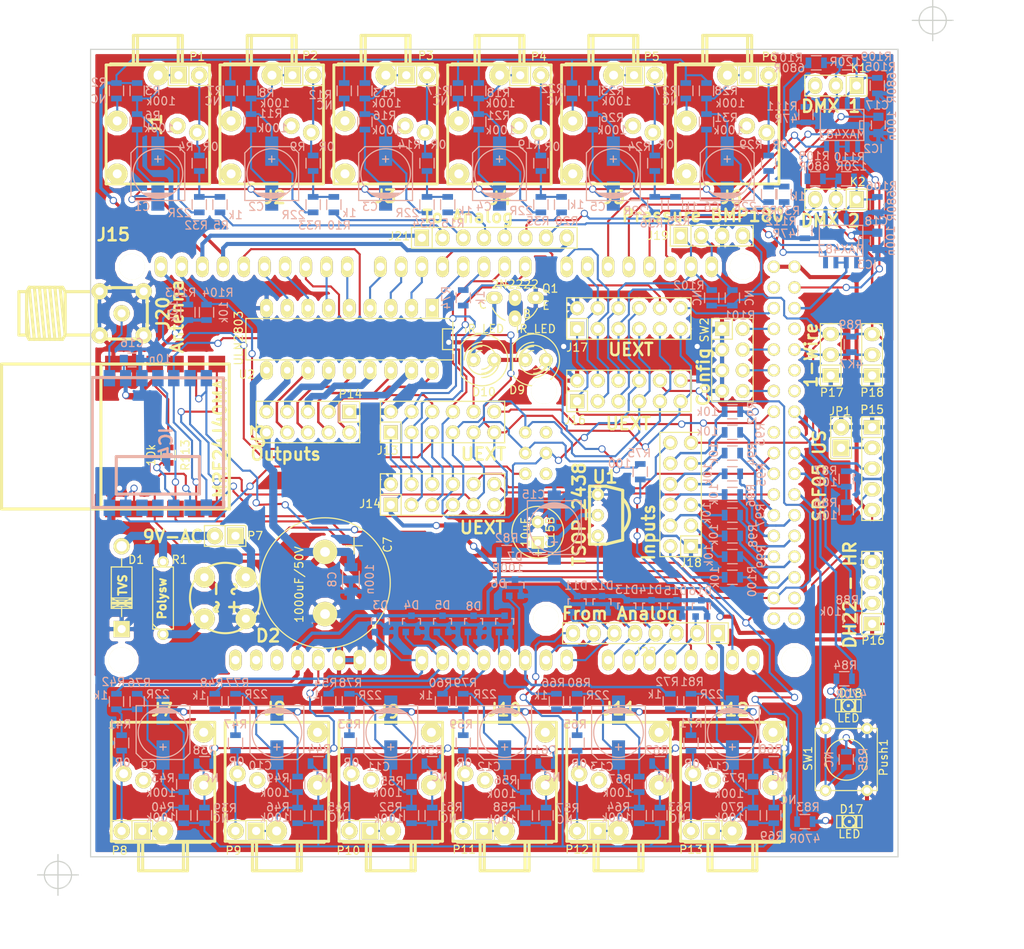
<source format=kicad_pcb>
(kicad_pcb (version 4) (host pcbnew "(2014-12-08 BZR 5317)-product")
  (layers (0 F.Cu power) (31 B.Cu signal) (34 B.Paste user) (35 F.Paste user) (36 B.SilkS user) (37 F.SilkS user) (38 B.Mask user) (39 F.Mask user) (44 Edge.Cuts user))
  (net 0 "")
  (net 1 AGND)
  (net 2 "Net-(C1-Pad1)")
  (net 3 "Net-(C2-Pad1)")
  (net 4 "Net-(C3-Pad1)")
  (net 5 "Net-(C4-Pad1)")
  (net 6 "Net-(C5-Pad1)")
  (net 7 "Net-(C6-Pad1)")
  (net 8 +8V)
  (net 9 GND)
  (net 10 "Net-(C9-Pad1)")
  (net 11 "Net-(C10-Pad1)")
  (net 12 "Net-(C11-Pad1)")
  (net 13 "Net-(C12-Pad1)")
  (net 14 "Net-(C13-Pad1)")
  (net 15 "Net-(C14-Pad1)")
  (net 16 "Net-(C15-Pad1)")
  (net 17 3V3)
  (net 18 "Net-(D1-Pad1)")
  (net 19 "Net-(D2-Pad2)")
  (net 20 "Net-(D2-Pad3)")
  (net 21 AN0)
  (net 22 AN1)
  (net 23 AN2)
  (net 24 AN4)
  (net 25 AN5)
  (net 26 AN3)
  (net 27 "Net-(D9-Pad1)")
  (net 28 "Net-(D10-Pad1)")
  (net 29 "Net-(D10-Pad2)")
  (net 30 AN6)
  (net 31 AN7)
  (net 32 AN8)
  (net 33 AN9)
  (net 34 AN10)
  (net 35 AN11)
  (net 36 "Net-(D17-Pad1)")
  (net 37 "Net-(D18-Pad1)")
  (net 38 Rx1)
  (net 39 "Net-(IC2-Pad7)")
  (net 40 "Net-(IC2-Pad6)")
  (net 41 RTS1)
  (net 42 Tx1)
  (net 43 Rx2)
  (net 44 "Net-(IC3-Pad7)")
  (net 45 "Net-(IC3-Pad6)")
  (net 46 RTS2)
  (net 47 Tx2)
  (net 48 MISO)
  (net 49 "Net-(IC4-Pad3)")
  (net 50 "Net-(IC4-Pad4)")
  (net 51 "Net-(IC4-Pad5)")
  (net 52 RESET)
  (net 53 "Net-(IC4-Pad8)")
  (net 54 INT)
  (net 55 MOSI)
  (net 56 SCK)
  (net 57 SPI_CS2)
  (net 58 "Net-(J1-Pad3)")
  (net 59 "Net-(J1-Pad2)")
  (net 60 "Net-(J2-Pad3)")
  (net 61 "Net-(J2-Pad2)")
  (net 62 "Net-(J3-Pad3)")
  (net 63 "Net-(J3-Pad2)")
  (net 64 "Net-(J4-Pad3)")
  (net 65 "Net-(J4-Pad2)")
  (net 66 "Net-(J5-Pad3)")
  (net 67 "Net-(J5-Pad2)")
  (net 68 "Net-(J6-Pad3)")
  (net 69 "Net-(J6-Pad2)")
  (net 70 "Net-(J7-Pad3)")
  (net 71 "Net-(J7-Pad2)")
  (net 72 "Net-(J8-Pad3)")
  (net 73 "Net-(J8-Pad2)")
  (net 74 "Net-(J9-Pad3)")
  (net 75 "Net-(J9-Pad2)")
  (net 76 "Net-(J10-Pad3)")
  (net 77 "Net-(J10-Pad2)")
  (net 78 "Net-(J11-Pad3)")
  (net 79 "Net-(J11-Pad2)")
  (net 80 "Net-(J12-Pad3)")
  (net 81 "Net-(J12-Pad2)")
  (net 82 Tx0)
  (net 83 Rx0)
  (net 84 SCL)
  (net 85 SDA)
  (net 86 SPI_CS0)
  (net 87 BL)
  (net 88 Data0)
  (net 89 SPI_CS1)
  (net 90 Data1)
  (net 91 Tx3)
  (net 92 Rx3)
  (net 93 Out3)
  (net 94 Out2)
  (net 95 Out1)
  (net 96 Out0)
  (net 97 "Net-(J15-PadRST)")
  (net 98 IR_Out)
  (net 99 US_Echo)
  (net 100 Out4)
  (net 101 Out5)
  (net 102 Out6)
  (net 103 Out7)
  (net 104 IR_In)
  (net 105 +5V)
  (net 106 1Wire)
  (net 107 SPI_CS3)
  (net 108 "Net-(J15-Pad26)")
  (net 109 "Net-(J15-Pad28)")
  (net 110 Data3)
  (net 111 "Net-(J15-Pad30)")
  (net 112 "Net-(J15-Pad32)")
  (net 113 Data)
  (net 114 Push1)
  (net 115 US_Trig)
  (net 116 LED1)
  (net 117 Data2)
  (net 118 LED2)
  (net 119 In7)
  (net 120 In6)
  (net 121 In5)
  (net 122 In4)
  (net 123 In3)
  (net 124 In2)
  (net 125 In1)
  (net 126 In0)
  (net 127 "Net-(J15-Pad53)")
  (net 128 "Net-(J15-PadGND4)")
  (net 129 "Net-(J15-PadGND5)")
  (net 130 "Net-(J15-PadSP2)")
  (net 131 "Net-(J15-PadSP6)")
  (net 132 "Net-(J15-PadIO_R)")
  (net 133 SDA1)
  (net 134 SCL1)
  (net 135 "Net-(J18-Pad2)")
  (net 136 "Net-(J18-Pad3)")
  (net 137 "Net-(J18-Pad4)")
  (net 138 "Net-(J18-Pad5)")
  (net 139 "Net-(J18-Pad6)")
  (net 140 "Net-(J18-Pad7)")
  (net 141 "Net-(J18-Pad8)")
  (net 142 "Net-(J18-Pad9)")
  (net 143 "Net-(J18-Pad10)")
  (net 144 "Net-(JP1-Pad1)")
  (net 145 "Net-(P14-Pad2)")
  (net 146 "Net-(P14-Pad3)")
  (net 147 "Net-(P14-Pad4)")
  (net 148 "Net-(P14-Pad5)")
  (net 149 "Net-(P14-Pad6)")
  (net 150 "Net-(P14-Pad7)")
  (net 151 "Net-(P14-Pad8)")
  (net 152 "Net-(P14-Pad9)")
  (net 153 "Net-(P15-Pad4)")
  (net 154 "Net-(P16-Pad3)")
  (net 155 +3.3VADC)
  (net 156 "Net-(R32-Pad1)")
  (net 157 "Net-(R10-Pad2)")
  (net 158 "Net-(R14-Pad2)")
  (net 159 "Net-(R19-Pad2)")
  (net 160 "Net-(R24-Pad2)")
  (net 161 "Net-(R29-Pad2)")
  (net 162 "Net-(R41-Pad2)")
  (net 163 "Net-(R47-Pad2)")
  (net 164 "Net-(R53-Pad2)")
  (net 165 "Net-(R59-Pad2)")
  (net 166 "Net-(R65-Pad2)")
  (net 167 "Net-(R71-Pad2)")
  (net 168 "Net-(Q1-PadB)")
  (net 169 "Net-(J15-Pad27)")
  (net 170 "Net-(J15-Pad33)")
  (net 171 "Net-(K1-Pad3)")
  (net 172 "Net-(K2-Pad3)")
  (net 173 "Net-(J15-Pad31)")
  (net 174 "Net-(J15-Pad22)")
  (net 175 "Net-(J15-Pad36)")
  (net 176 "Net-(D11-Pad2)")
  (net 177 "Net-(D12-Pad2)")
  (net 178 "Net-(D13-Pad2)")
  (net 179 "Net-(D14-Pad2)")
  (net 180 "Net-(D15-Pad2)")
  (net 181 "Net-(D16-Pad2)")
  (net 182 Wake)
  (net 183 GNDRef)
  (net 184 ADCRef)
  (module Diodes_ThroughHole:Diode_DO-41_SOD81_Horizontal_RM10 (layer F.Cu) (at 118.11 99.06 270)
    (fp_text reference D1 (at -3.429 -1.778 360) (layer F.SilkS))
    (fp_text value TVS_BIPOL hide)
    (pad 1 thru_hole circle (at -5.08 0 270) (size 1.99898 1.99898) (drill 1.27) (layers *.Cu *.Mask F.SilkS) (net 18 "Net-(D1-Pad1)"))
    (pad 2 thru_hole rect (at 5.08 0 270) (size 1.99898 1.99898) (drill 1.00076) (layers *.Cu *.Mask F.SilkS) (net 9 GND))
  )
  (module Jack_EBS35:Jack_EBS35 (layer F.Cu) (at 136.525 41.91 270)
    (fp_text reference J2 (at 9.271 -0.381 360) (layer F.SilkS) (effects (font (thickness 0.3048))))
    (fp_text value Jack_3.5mm_3pin hide)
    (pad 1 thru_hole circle (at -5.72008 -0.03048 270) (size 2.54 2.54) (drill 1.09982) (layers *.Cu *.Mask F.SilkS) (net 3 "Net-(C2-Pad1)"))
    (pad 5 thru_hole circle (at 6.38048 4.98348 270) (size 2.54 2.54) (drill 1.09982) (layers *.Cu *.Mask F.SilkS))
    (pad 3 thru_hole circle (at -0.11176 4.98348 270) (size 2.54 2.54) (drill 1.09982) (layers *.Cu *.Mask F.SilkS) (net 60 "Net-(J2-Pad3)"))
    (pad 2 thru_hole circle (at 1.31064 -4.83616 270) (size 1.99898 1.99898) (drill 1.09982) (layers *.Cu *.Mask F.SilkS) (net 61 "Net-(J2-Pad2)"))
    (pad 4 thru_hole circle (at 0.50038 -2.4003 270) (size 1.99898 1.99898) (drill 1.09982) (layers *.Cu *.Mask F.SilkS))
  )
  (module Jack_EBS35:Jack_EBS35 (layer F.Cu) (at 150.495 41.91 270)
    (fp_text reference J3 (at 9.144 0 360) (layer F.SilkS) (effects (font (thickness 0.3048))))
    (fp_text value Jack_3.5mm_3pin hide)
    (pad 1 thru_hole circle (at -5.72008 -0.03048 270) (size 2.54 2.54) (drill 1.09982) (layers *.Cu *.Mask F.SilkS) (net 4 "Net-(C3-Pad1)"))
    (pad 5 thru_hole circle (at 6.38048 4.98348 270) (size 2.54 2.54) (drill 1.09982) (layers *.Cu *.Mask F.SilkS))
    (pad 3 thru_hole circle (at -0.11176 4.98348 270) (size 2.54 2.54) (drill 1.09982) (layers *.Cu *.Mask F.SilkS) (net 62 "Net-(J3-Pad3)"))
    (pad 2 thru_hole circle (at 1.31064 -4.83616 270) (size 1.99898 1.99898) (drill 1.09982) (layers *.Cu *.Mask F.SilkS) (net 63 "Net-(J3-Pad2)"))
    (pad 4 thru_hole circle (at 0.50038 -2.4003 270) (size 1.99898 1.99898) (drill 1.09982) (layers *.Cu *.Mask F.SilkS))
  )
  (module Jack_EBS35:Jack_EBS35 (layer F.Cu) (at 164.465 41.91 270)
    (fp_text reference J4 (at 9.398 -0.127 360) (layer F.SilkS) (effects (font (thickness 0.3048))))
    (fp_text value Jack_3.5mm_3pin hide)
    (pad 1 thru_hole circle (at -5.72008 -0.03048 270) (size 2.54 2.54) (drill 1.09982) (layers *.Cu *.Mask F.SilkS) (net 5 "Net-(C4-Pad1)"))
    (pad 5 thru_hole circle (at 6.38048 4.98348 270) (size 2.54 2.54) (drill 1.09982) (layers *.Cu *.Mask F.SilkS))
    (pad 3 thru_hole circle (at -0.11176 4.98348 270) (size 2.54 2.54) (drill 1.09982) (layers *.Cu *.Mask F.SilkS) (net 64 "Net-(J4-Pad3)"))
    (pad 2 thru_hole circle (at 1.31064 -4.83616 270) (size 1.99898 1.99898) (drill 1.09982) (layers *.Cu *.Mask F.SilkS) (net 65 "Net-(J4-Pad2)"))
    (pad 4 thru_hole circle (at 0.50038 -2.4003 270) (size 1.99898 1.99898) (drill 1.09982) (layers *.Cu *.Mask F.SilkS))
  )
  (module Jack_EBS35:Jack_EBS35 (layer F.Cu) (at 178.435 41.91 270)
    (fp_text reference J5 (at 9.271 -0.127 360) (layer F.SilkS) (effects (font (thickness 0.3048))))
    (fp_text value Jack_3.5mm_3pin hide)
    (pad 1 thru_hole circle (at -5.72008 -0.03048 270) (size 2.54 2.54) (drill 1.09982) (layers *.Cu *.Mask F.SilkS) (net 6 "Net-(C5-Pad1)"))
    (pad 5 thru_hole circle (at 6.38048 4.98348 270) (size 2.54 2.54) (drill 1.09982) (layers *.Cu *.Mask F.SilkS))
    (pad 3 thru_hole circle (at -0.11176 4.98348 270) (size 2.54 2.54) (drill 1.09982) (layers *.Cu *.Mask F.SilkS) (net 66 "Net-(J5-Pad3)"))
    (pad 2 thru_hole circle (at 1.31064 -4.83616 270) (size 1.99898 1.99898) (drill 1.09982) (layers *.Cu *.Mask F.SilkS) (net 67 "Net-(J5-Pad2)"))
    (pad 4 thru_hole circle (at 0.50038 -2.4003 270) (size 1.99898 1.99898) (drill 1.09982) (layers *.Cu *.Mask F.SilkS))
  )
  (module Jack_EBS35:Jack_EBS35 (layer F.Cu) (at 192.405 41.91 270)
    (fp_text reference J6 (at 9.271 -0.508 360) (layer F.SilkS) (effects (font (thickness 0.3048))))
    (fp_text value Jack_3.5mm_3pin hide)
    (pad 1 thru_hole circle (at -5.72008 -0.03048 270) (size 2.54 2.54) (drill 1.09982) (layers *.Cu *.Mask F.SilkS) (net 7 "Net-(C6-Pad1)"))
    (pad 5 thru_hole circle (at 6.38048 4.98348 270) (size 2.54 2.54) (drill 1.09982) (layers *.Cu *.Mask F.SilkS))
    (pad 3 thru_hole circle (at -0.11176 4.98348 270) (size 2.54 2.54) (drill 1.09982) (layers *.Cu *.Mask F.SilkS) (net 68 "Net-(J6-Pad3)"))
    (pad 2 thru_hole circle (at 1.31064 -4.83616 270) (size 1.99898 1.99898) (drill 1.09982) (layers *.Cu *.Mask F.SilkS) (net 69 "Net-(J6-Pad2)"))
    (pad 4 thru_hole circle (at 0.50038 -2.4003 270) (size 1.99898 1.99898) (drill 1.09982) (layers *.Cu *.Mask F.SilkS))
  )
  (module Jack_EBS35:Jack_EBS35 (layer F.Cu) (at 123.19 123.19 90)
    (fp_text reference J7 (at 9.144 -0.127 180) (layer F.SilkS) (effects (font (thickness 0.3048))))
    (fp_text value Jack_3.5mm_3pin hide)
    (pad 1 thru_hole circle (at -5.72008 -0.03048 90) (size 2.54 2.54) (drill 1.09982) (layers *.Cu *.Mask F.SilkS) (net 10 "Net-(C9-Pad1)"))
    (pad 5 thru_hole circle (at 6.38048 4.98348 90) (size 2.54 2.54) (drill 1.09982) (layers *.Cu *.Mask F.SilkS))
    (pad 3 thru_hole circle (at -0.11176 4.98348 90) (size 2.54 2.54) (drill 1.09982) (layers *.Cu *.Mask F.SilkS) (net 70 "Net-(J7-Pad3)"))
    (pad 2 thru_hole circle (at 1.31064 -4.83616 90) (size 1.99898 1.99898) (drill 1.09982) (layers *.Cu *.Mask F.SilkS) (net 71 "Net-(J7-Pad2)"))
    (pad 4 thru_hole circle (at 0.50038 -2.4003 90) (size 1.99898 1.99898) (drill 1.09982) (layers *.Cu *.Mask F.SilkS))
  )
  (module Jack_EBS35:Jack_EBS35 (layer F.Cu) (at 137.16 123.19 90)
    (fp_text reference J8 (at 9.271 -0.254 180) (layer F.SilkS) (effects (font (thickness 0.3048))))
    (fp_text value Jack_3.5mm_3pin hide)
    (pad 1 thru_hole circle (at -5.72008 -0.03048 90) (size 2.54 2.54) (drill 1.09982) (layers *.Cu *.Mask F.SilkS) (net 11 "Net-(C10-Pad1)"))
    (pad 5 thru_hole circle (at 6.38048 4.98348 90) (size 2.54 2.54) (drill 1.09982) (layers *.Cu *.Mask F.SilkS))
    (pad 3 thru_hole circle (at -0.11176 4.98348 90) (size 2.54 2.54) (drill 1.09982) (layers *.Cu *.Mask F.SilkS) (net 72 "Net-(J8-Pad3)"))
    (pad 2 thru_hole circle (at 1.31064 -4.83616 90) (size 1.99898 1.99898) (drill 1.09982) (layers *.Cu *.Mask F.SilkS) (net 73 "Net-(J8-Pad2)"))
    (pad 4 thru_hole circle (at 0.50038 -2.4003 90) (size 1.99898 1.99898) (drill 1.09982) (layers *.Cu *.Mask F.SilkS))
  )
  (module Jack_EBS35:Jack_EBS35 (layer F.Cu) (at 151.13 123.19 90)
    (fp_text reference J9 (at 8.89 -0.254 180) (layer F.SilkS) (effects (font (thickness 0.3048))))
    (fp_text value Jack_3.5mm_3pin hide)
    (pad 1 thru_hole circle (at -5.72008 -0.03048 90) (size 2.54 2.54) (drill 1.09982) (layers *.Cu *.Mask F.SilkS) (net 12 "Net-(C11-Pad1)"))
    (pad 5 thru_hole circle (at 6.38048 4.98348 90) (size 2.54 2.54) (drill 1.09982) (layers *.Cu *.Mask F.SilkS))
    (pad 3 thru_hole circle (at -0.11176 4.98348 90) (size 2.54 2.54) (drill 1.09982) (layers *.Cu *.Mask F.SilkS) (net 74 "Net-(J9-Pad3)"))
    (pad 2 thru_hole circle (at 1.31064 -4.83616 90) (size 1.99898 1.99898) (drill 1.09982) (layers *.Cu *.Mask F.SilkS) (net 75 "Net-(J9-Pad2)"))
    (pad 4 thru_hole circle (at 0.50038 -2.4003 90) (size 1.99898 1.99898) (drill 1.09982) (layers *.Cu *.Mask F.SilkS))
  )
  (module Jack_EBS35:Jack_EBS35 (layer F.Cu) (at 165.1 123.19 90)
    (fp_text reference J10 (at 9.144 0 180) (layer F.SilkS) (effects (font (thickness 0.3048))))
    (fp_text value Jack_3.5mm_3pin hide)
    (pad 1 thru_hole circle (at -5.72008 -0.03048 90) (size 2.54 2.54) (drill 1.09982) (layers *.Cu *.Mask F.SilkS) (net 13 "Net-(C12-Pad1)"))
    (pad 5 thru_hole circle (at 6.38048 4.98348 90) (size 2.54 2.54) (drill 1.09982) (layers *.Cu *.Mask F.SilkS))
    (pad 3 thru_hole circle (at -0.11176 4.98348 90) (size 2.54 2.54) (drill 1.09982) (layers *.Cu *.Mask F.SilkS) (net 76 "Net-(J10-Pad3)"))
    (pad 2 thru_hole circle (at 1.31064 -4.83616 90) (size 1.99898 1.99898) (drill 1.09982) (layers *.Cu *.Mask F.SilkS) (net 77 "Net-(J10-Pad2)"))
    (pad 4 thru_hole circle (at 0.50038 -2.4003 90) (size 1.99898 1.99898) (drill 1.09982) (layers *.Cu *.Mask F.SilkS))
  )
  (module Jack_EBS35:Jack_EBS35 (layer F.Cu) (at 179.07 123.19 90)
    (fp_text reference J11 (at 9.271 0.127 180) (layer F.SilkS) (effects (font (thickness 0.3048))))
    (fp_text value Jack_3.5mm_3pin hide)
    (pad 1 thru_hole circle (at -5.72008 -0.03048 90) (size 2.54 2.54) (drill 1.09982) (layers *.Cu *.Mask F.SilkS) (net 14 "Net-(C13-Pad1)"))
    (pad 5 thru_hole circle (at 6.38048 4.98348 90) (size 2.54 2.54) (drill 1.09982) (layers *.Cu *.Mask F.SilkS))
    (pad 3 thru_hole circle (at -0.11176 4.98348 90) (size 2.54 2.54) (drill 1.09982) (layers *.Cu *.Mask F.SilkS) (net 78 "Net-(J11-Pad3)"))
    (pad 2 thru_hole circle (at 1.31064 -4.83616 90) (size 1.99898 1.99898) (drill 1.09982) (layers *.Cu *.Mask F.SilkS) (net 79 "Net-(J11-Pad2)"))
    (pad 4 thru_hole circle (at 0.50038 -2.4003 90) (size 1.99898 1.99898) (drill 1.09982) (layers *.Cu *.Mask F.SilkS))
  )
  (module Jack_EBS35:Jack_EBS35 (layer F.Cu) (at 193.04 123.19 90)
    (fp_text reference J12 (at 9.144 0 180) (layer F.SilkS) (effects (font (thickness 0.3048))))
    (fp_text value Jack_3.5mm_3pin hide)
    (pad 1 thru_hole circle (at -5.72008 -0.03048 90) (size 2.54 2.54) (drill 1.09982) (layers *.Cu *.Mask F.SilkS) (net 15 "Net-(C14-Pad1)"))
    (pad 5 thru_hole circle (at 6.38048 4.98348 90) (size 2.54 2.54) (drill 1.09982) (layers *.Cu *.Mask F.SilkS))
    (pad 3 thru_hole circle (at -0.11176 4.98348 90) (size 2.54 2.54) (drill 1.09982) (layers *.Cu *.Mask F.SilkS) (net 80 "Net-(J12-Pad3)"))
    (pad 2 thru_hole circle (at 1.31064 -4.83616 90) (size 1.99898 1.99898) (drill 1.09982) (layers *.Cu *.Mask F.SilkS) (net 81 "Net-(J12-Pad2)"))
    (pad 4 thru_hole circle (at 0.50038 -2.4003 90) (size 1.99898 1.99898) (drill 1.09982) (layers *.Cu *.Mask F.SilkS))
  )
  (module Pin_Headers:Pin_Header_Straight_2x06 (layer F.Cu) (at 157.48 78.74)
    (fp_text reference J13 (at -6.731 3.4925) (layer F.SilkS))
    (fp_text value UEXT hide)
    (pad 1 thru_hole rect (at -6.35 1.27) (size 1.7272 1.7272) (drill 1.016) (layers *.Cu *.Mask F.SilkS) (net 17 3V3))
    (pad 2 thru_hole oval (at -6.35 -1.27) (size 1.7272 1.7272) (drill 1.016) (layers *.Cu *.Mask F.SilkS) (net 9 GND))
    (pad 3 thru_hole oval (at -3.81 1.27) (size 1.7272 1.7272) (drill 1.016) (layers *.Cu *.Mask F.SilkS) (net 82 Tx0))
    (pad 4 thru_hole oval (at -3.81 -1.27) (size 1.7272 1.7272) (drill 1.016) (layers *.Cu *.Mask F.SilkS) (net 83 Rx0))
    (pad 5 thru_hole oval (at -1.27 1.27) (size 1.7272 1.7272) (drill 1.016) (layers *.Cu *.Mask F.SilkS) (net 134 SCL1))
    (pad 6 thru_hole oval (at -1.27 -1.27) (size 1.7272 1.7272) (drill 1.016) (layers *.Cu *.Mask F.SilkS) (net 133 SDA1))
    (pad 7 thru_hole oval (at 1.27 1.27) (size 1.7272 1.7272) (drill 1.016) (layers *.Cu *.Mask F.SilkS) (net 48 MISO))
    (pad 8 thru_hole oval (at 1.27 -1.27) (size 1.7272 1.7272) (drill 1.016) (layers *.Cu *.Mask F.SilkS) (net 55 MOSI))
    (pad 9 thru_hole oval (at 3.81 1.27) (size 1.7272 1.7272) (drill 1.016) (layers *.Cu *.Mask F.SilkS) (net 56 SCK))
    (pad 10 thru_hole oval (at 3.81 -1.27) (size 1.7272 1.7272) (drill 1.016) (layers *.Cu *.Mask F.SilkS) (net 86 SPI_CS0))
    (pad 11 thru_hole oval (at 6.35 1.27) (size 1.7272 1.7272) (drill 1.016) (layers *.Cu *.Mask F.SilkS) (net 87 BL))
    (pad 12 thru_hole oval (at 6.35 -1.27) (size 1.7272 1.7272) (drill 1.016) (layers *.Cu *.Mask F.SilkS) (net 88 Data0))
  )
  (module Pin_Headers:Pin_Header_Straight_2x06 (layer F.Cu) (at 180.34 74.93)
    (fp_text reference J16 (at -6.604 3.556) (layer F.SilkS))
    (fp_text value UEXT hide)
    (pad 1 thru_hole rect (at -6.35 1.27) (size 1.7272 1.7272) (drill 1.016) (layers *.Cu *.Mask F.SilkS) (net 17 3V3))
    (pad 2 thru_hole oval (at -6.35 -1.27) (size 1.7272 1.7272) (drill 1.016) (layers *.Cu *.Mask F.SilkS) (net 9 GND))
    (pad 3 thru_hole oval (at -3.81 1.27) (size 1.7272 1.7272) (drill 1.016) (layers *.Cu *.Mask F.SilkS) (net 91 Tx3))
    (pad 4 thru_hole oval (at -3.81 -1.27) (size 1.7272 1.7272) (drill 1.016) (layers *.Cu *.Mask F.SilkS) (net 92 Rx3))
    (pad 5 thru_hole oval (at -1.27 1.27) (size 1.7272 1.7272) (drill 1.016) (layers *.Cu *.Mask F.SilkS) (net 84 SCL))
    (pad 6 thru_hole oval (at -1.27 -1.27) (size 1.7272 1.7272) (drill 1.016) (layers *.Cu *.Mask F.SilkS) (net 85 SDA))
    (pad 7 thru_hole oval (at 1.27 1.27) (size 1.7272 1.7272) (drill 1.016) (layers *.Cu *.Mask F.SilkS) (net 48 MISO))
    (pad 8 thru_hole oval (at 1.27 -1.27) (size 1.7272 1.7272) (drill 1.016) (layers *.Cu *.Mask F.SilkS) (net 55 MOSI))
    (pad 9 thru_hole oval (at 3.81 1.27) (size 1.7272 1.7272) (drill 1.016) (layers *.Cu *.Mask F.SilkS) (net 56 SCK))
    (pad 10 thru_hole oval (at 3.81 -1.27) (size 1.7272 1.7272) (drill 1.016) (layers *.Cu *.Mask F.SilkS) (net 57 SPI_CS2))
    (pad 11 thru_hole oval (at 6.35 1.27) (size 1.7272 1.7272) (drill 1.016) (layers *.Cu *.Mask F.SilkS) (net 87 BL))
    (pad 12 thru_hole oval (at 6.35 -1.27) (size 1.7272 1.7272) (drill 1.016) (layers *.Cu *.Mask F.SilkS) (net 117 Data2))
  )
  (module Pin_Headers:Pin_Header_Straight_2x06 (layer F.Cu) (at 180.34 66.04)
    (fp_text reference J17 (at -6.35 3.556) (layer F.SilkS))
    (fp_text value UEXT hide)
    (pad 1 thru_hole rect (at -6.35 1.27) (size 1.7272 1.7272) (drill 1.016) (layers *.Cu *.Mask F.SilkS) (net 17 3V3))
    (pad 2 thru_hole oval (at -6.35 -1.27) (size 1.7272 1.7272) (drill 1.016) (layers *.Cu *.Mask F.SilkS) (net 9 GND))
    (pad 3 thru_hole oval (at -3.81 1.27) (size 1.7272 1.7272) (drill 1.016) (layers *.Cu *.Mask F.SilkS) (net 91 Tx3))
    (pad 4 thru_hole oval (at -3.81 -1.27) (size 1.7272 1.7272) (drill 1.016) (layers *.Cu *.Mask F.SilkS) (net 92 Rx3))
    (pad 5 thru_hole oval (at -1.27 1.27) (size 1.7272 1.7272) (drill 1.016) (layers *.Cu *.Mask F.SilkS) (net 84 SCL))
    (pad 6 thru_hole oval (at -1.27 -1.27) (size 1.7272 1.7272) (drill 1.016) (layers *.Cu *.Mask F.SilkS) (net 85 SDA))
    (pad 7 thru_hole oval (at 1.27 1.27) (size 1.7272 1.7272) (drill 1.016) (layers *.Cu *.Mask F.SilkS) (net 48 MISO))
    (pad 8 thru_hole oval (at 1.27 -1.27) (size 1.7272 1.7272) (drill 1.016) (layers *.Cu *.Mask F.SilkS) (net 55 MOSI))
    (pad 9 thru_hole oval (at 3.81 1.27) (size 1.7272 1.7272) (drill 1.016) (layers *.Cu *.Mask F.SilkS) (net 56 SCK))
    (pad 10 thru_hole oval (at 3.81 -1.27) (size 1.7272 1.7272) (drill 1.016) (layers *.Cu *.Mask F.SilkS) (net 107 SPI_CS3))
    (pad 11 thru_hole oval (at 6.35 1.27) (size 1.7272 1.7272) (drill 1.016) (layers *.Cu *.Mask F.SilkS) (net 87 BL))
    (pad 12 thru_hole oval (at 6.35 -1.27) (size 1.7272 1.7272) (drill 1.016) (layers *.Cu *.Mask F.SilkS) (net 110 Data3))
  )
  (module Pin_Headers:Pin_Header_Straight_1x04 (layer F.Cu) (at 190.5 55.88)
    (fp_text reference J19 (at -6.604 0) (layer F.SilkS))
    (fp_text value "BMP180 Pressure" hide)
    (pad 1 thru_hole rect (at -3.81 0) (size 1.7272 2.032) (drill 1.016) (layers *.Cu *.Mask F.SilkS) (net 85 SDA))
    (pad 2 thru_hole oval (at -1.27 0) (size 1.7272 2.032) (drill 1.016) (layers *.Cu *.Mask F.SilkS) (net 84 SCL))
    (pad 3 thru_hole oval (at 1.27 0) (size 1.7272 2.032) (drill 1.016) (layers *.Cu *.Mask F.SilkS) (net 9 GND))
    (pad 4 thru_hole oval (at 3.81 0) (size 1.7272 2.032) (drill 1.016) (layers *.Cu *.Mask F.SilkS) (net 17 3V3))
  )
  (module Pin_Headers:Pin_Header_Straight_1x02 (layer F.Cu) (at 206.375 80.645 90)
    (fp_text reference JP1 (at 3.2385 -0.127 180) (layer F.SilkS))
    (fp_text value JUMPER hide)
    (pad 1 thru_hole rect (at -1.27 0 90) (size 2.032 2.032) (drill 1.016) (layers *.Cu *.Mask F.SilkS) (net 144 "Net-(JP1-Pad1)"))
    (pad 2 thru_hole oval (at 1.27 0 90) (size 2.032 2.032) (drill 1.016) (layers *.Cu *.Mask F.SilkS) (net 9 GND))
  )
  (module Pin_Headers:Pin_Header_Straight_1x02 (layer F.Cu) (at 126.365 36.195)
    (fp_text reference P1 (at 1.016 -2.286) (layer F.SilkS))
    (fp_text value ACin hide)
    (pad 1 thru_hole rect (at -1.27 0) (size 2.032 2.032) (drill 1.016) (layers *.Cu *.Mask F.SilkS) (net 2 "Net-(C1-Pad1)"))
    (pad 2 thru_hole oval (at 1.27 0) (size 2.032 2.032) (drill 1.016) (layers *.Cu *.Mask F.SilkS) (net 59 "Net-(J1-Pad2)"))
  )
  (module Pin_Headers:Pin_Header_Straight_1x02 (layer F.Cu) (at 140.335 36.195)
    (fp_text reference P2 (at 0.889 -2.413) (layer F.SilkS))
    (fp_text value ACin hide)
    (pad 1 thru_hole rect (at -1.27 0) (size 2.032 2.032) (drill 1.016) (layers *.Cu *.Mask F.SilkS) (net 3 "Net-(C2-Pad1)"))
    (pad 2 thru_hole oval (at 1.27 0) (size 2.032 2.032) (drill 1.016) (layers *.Cu *.Mask F.SilkS) (net 61 "Net-(J2-Pad2)"))
  )
  (module Pin_Headers:Pin_Header_Straight_1x02 (layer F.Cu) (at 154.305 36.195)
    (fp_text reference P3 (at 1.143 -2.413) (layer F.SilkS))
    (fp_text value ACin hide)
    (pad 1 thru_hole rect (at -1.27 0) (size 2.032 2.032) (drill 1.016) (layers *.Cu *.Mask F.SilkS) (net 4 "Net-(C3-Pad1)"))
    (pad 2 thru_hole oval (at 1.27 0) (size 2.032 2.032) (drill 1.016) (layers *.Cu *.Mask F.SilkS) (net 63 "Net-(J3-Pad2)"))
  )
  (module Pin_Headers:Pin_Header_Straight_1x02 (layer F.Cu) (at 168.275 36.195)
    (fp_text reference P4 (at 1.016 -2.286) (layer F.SilkS))
    (fp_text value ACin hide)
    (pad 1 thru_hole rect (at -1.27 0) (size 2.032 2.032) (drill 1.016) (layers *.Cu *.Mask F.SilkS) (net 5 "Net-(C4-Pad1)"))
    (pad 2 thru_hole oval (at 1.27 0) (size 2.032 2.032) (drill 1.016) (layers *.Cu *.Mask F.SilkS) (net 65 "Net-(J4-Pad2)"))
  )
  (module Pin_Headers:Pin_Header_Straight_1x02 (layer F.Cu) (at 182.245 36.195)
    (fp_text reference P5 (at 0.889 -2.286) (layer F.SilkS))
    (fp_text value ACin hide)
    (pad 1 thru_hole rect (at -1.27 0) (size 2.032 2.032) (drill 1.016) (layers *.Cu *.Mask F.SilkS) (net 6 "Net-(C5-Pad1)"))
    (pad 2 thru_hole oval (at 1.27 0) (size 2.032 2.032) (drill 1.016) (layers *.Cu *.Mask F.SilkS) (net 67 "Net-(J5-Pad2)"))
  )
  (module Pin_Headers:Pin_Header_Straight_1x02 (layer F.Cu) (at 196.215 36.195)
    (fp_text reference P6 (at 1.397 -2.286) (layer F.SilkS))
    (fp_text value ACin hide)
    (pad 1 thru_hole rect (at -1.27 0) (size 2.032 2.032) (drill 1.016) (layers *.Cu *.Mask F.SilkS) (net 7 "Net-(C6-Pad1)"))
    (pad 2 thru_hole oval (at 1.27 0) (size 2.032 2.032) (drill 1.016) (layers *.Cu *.Mask F.SilkS) (net 69 "Net-(J6-Pad2)"))
  )
  (module Pin_Headers:Pin_Header_Straight_1x02 (layer F.Cu) (at 130.81 92.71 180)
    (fp_text reference P7 (at -3.683 0 180) (layer F.SilkS))
    (fp_text value CONN_2 hide)
    (pad 1 thru_hole rect (at -1.27 0 180) (size 2.032 2.032) (drill 1.016) (layers *.Cu *.Mask F.SilkS) (net 19 "Net-(D2-Pad2)"))
    (pad 2 thru_hole oval (at 1.27 0 180) (size 2.032 2.032) (drill 1.016) (layers *.Cu *.Mask F.SilkS) (net 18 "Net-(D1-Pad1)"))
  )
  (module Pin_Headers:Pin_Header_Straight_1x02 (layer F.Cu) (at 119.38 128.905 180)
    (fp_text reference P8 (at 1.524 -2.413 180) (layer F.SilkS))
    (fp_text value ACin hide)
    (pad 1 thru_hole rect (at -1.27 0 180) (size 2.032 2.032) (drill 1.016) (layers *.Cu *.Mask F.SilkS) (net 10 "Net-(C9-Pad1)"))
    (pad 2 thru_hole oval (at 1.27 0 180) (size 2.032 2.032) (drill 1.016) (layers *.Cu *.Mask F.SilkS) (net 71 "Net-(J7-Pad2)"))
  )
  (module Pin_Headers:Pin_Header_Straight_1x02 (layer F.Cu) (at 133.35 128.905 180)
    (fp_text reference P9 (at 1.524 -2.413 180) (layer F.SilkS))
    (fp_text value ACin hide)
    (pad 1 thru_hole rect (at -1.27 0 180) (size 2.032 2.032) (drill 1.016) (layers *.Cu *.Mask F.SilkS) (net 11 "Net-(C10-Pad1)"))
    (pad 2 thru_hole oval (at 1.27 0 180) (size 2.032 2.032) (drill 1.016) (layers *.Cu *.Mask F.SilkS) (net 73 "Net-(J8-Pad2)"))
  )
  (module Pin_Headers:Pin_Header_Straight_1x02 (layer F.Cu) (at 147.32 128.905 180)
    (fp_text reference P10 (at 1.397 -2.413 180) (layer F.SilkS))
    (fp_text value ACin hide)
    (pad 1 thru_hole rect (at -1.27 0 180) (size 2.032 2.032) (drill 1.016) (layers *.Cu *.Mask F.SilkS) (net 12 "Net-(C11-Pad1)"))
    (pad 2 thru_hole oval (at 1.27 0 180) (size 2.032 2.032) (drill 1.016) (layers *.Cu *.Mask F.SilkS) (net 75 "Net-(J9-Pad2)"))
  )
  (module Pin_Headers:Pin_Header_Straight_1x02 (layer F.Cu) (at 161.29 128.905 180)
    (fp_text reference P11 (at 1.143 -2.286 180) (layer F.SilkS))
    (fp_text value ACin hide)
    (pad 1 thru_hole rect (at -1.27 0 180) (size 2.032 2.032) (drill 1.016) (layers *.Cu *.Mask F.SilkS) (net 13 "Net-(C12-Pad1)"))
    (pad 2 thru_hole oval (at 1.27 0 180) (size 2.032 2.032) (drill 1.016) (layers *.Cu *.Mask F.SilkS) (net 77 "Net-(J10-Pad2)"))
  )
  (module Pin_Headers:Pin_Header_Straight_1x02 (layer F.Cu) (at 175.26 128.905 180)
    (fp_text reference P12 (at 1.27 -2.286 180) (layer F.SilkS))
    (fp_text value ACin hide)
    (pad 1 thru_hole rect (at -1.27 0 180) (size 2.032 2.032) (drill 1.016) (layers *.Cu *.Mask F.SilkS) (net 14 "Net-(C13-Pad1)"))
    (pad 2 thru_hole oval (at 1.27 0 180) (size 2.032 2.032) (drill 1.016) (layers *.Cu *.Mask F.SilkS) (net 79 "Net-(J11-Pad2)"))
  )
  (module Pin_Headers:Pin_Header_Straight_1x02 (layer F.Cu) (at 189.23 128.905 180)
    (fp_text reference P13 (at 1.27 -2.286 180) (layer F.SilkS))
    (fp_text value ACin hide)
    (pad 1 thru_hole rect (at -1.27 0 180) (size 2.032 2.032) (drill 1.016) (layers *.Cu *.Mask F.SilkS) (net 15 "Net-(C14-Pad1)"))
    (pad 2 thru_hole oval (at 1.27 0 180) (size 2.032 2.032) (drill 1.016) (layers *.Cu *.Mask F.SilkS) (net 81 "Net-(J12-Pad2)"))
  )
  (module Pin_Headers:Pin_Header_Straight_1x05 (layer F.Cu) (at 210.185 84.455 270)
    (fp_text reference P15 (at -7.239 0 360) (layer F.SilkS))
    (fp_text value "SRF05 Ultrasonic Level Sensor" hide)
    (pad 1 thru_hole rect (at -5.08 0 270) (size 1.7272 2.032) (drill 1.016) (layers *.Cu *.Mask F.SilkS) (net 9 GND))
    (pad 2 thru_hole oval (at -2.54 0 270) (size 1.7272 2.032) (drill 1.016) (layers *.Cu *.Mask F.SilkS) (net 144 "Net-(JP1-Pad1)"))
    (pad 3 thru_hole oval (at 0 0 270) (size 1.7272 2.032) (drill 1.016) (layers *.Cu *.Mask F.SilkS) (net 115 US_Trig))
    (pad 4 thru_hole oval (at 2.54 0 270) (size 1.7272 2.032) (drill 1.016) (layers *.Cu *.Mask F.SilkS) (net 153 "Net-(P15-Pad4)"))
    (pad 5 thru_hole oval (at 5.08 0 270) (size 1.7272 2.032) (drill 1.016) (layers *.Cu *.Mask F.SilkS) (net 105 +5V))
  )
  (module Pin_Headers:Pin_Header_Straight_1x04 (layer F.Cu) (at 210.185 99.695 90)
    (fp_text reference P16 (at -5.842 0.127 180) (layer F.SilkS))
    (fp_text value DHT22 hide)
    (pad 1 thru_hole rect (at -3.81 0 90) (size 1.7272 2.032) (drill 1.016) (layers *.Cu *.Mask F.SilkS) (net 17 3V3))
    (pad 2 thru_hole oval (at -1.27 0 90) (size 1.7272 2.032) (drill 1.016) (layers *.Cu *.Mask F.SilkS) (net 113 Data))
    (pad 3 thru_hole oval (at 1.27 0 90) (size 1.7272 2.032) (drill 1.016) (layers *.Cu *.Mask F.SilkS) (net 154 "Net-(P16-Pad3)"))
    (pad 4 thru_hole oval (at 3.81 0 90) (size 1.7272 2.032) (drill 1.016) (layers *.Cu *.Mask F.SilkS) (net 9 GND))
  )
  (module Pin_Headers:Pin_Header_Straight_1x03 (layer F.Cu) (at 205.105 70.485 90)
    (fp_text reference P17 (at -4.6355 0.127 180) (layer F.SilkS))
    (fp_text value 1_Wire hide)
    (pad 1 thru_hole rect (at -2.54 0 90) (size 1.7272 2.032) (drill 1.016) (layers *.Cu *.Mask F.SilkS) (net 9 GND))
    (pad 2 thru_hole oval (at 0 0 90) (size 1.7272 2.032) (drill 1.016) (layers *.Cu *.Mask F.SilkS) (net 106 1Wire))
    (pad 3 thru_hole oval (at 2.54 0 90) (size 1.7272 2.032) (drill 1.016) (layers *.Cu *.Mask F.SilkS) (net 17 3V3))
  )
  (module Discret:R3-5 (layer F.Cu) (at 123.19 100.33 90)
    (fp_text reference R1 (at 4.699 2.032 180) (layer F.SilkS))
    (fp_text value "Polyswitch 1A" hide)
    (pad 1 thru_hole circle (at -4.445 0 90) (size 1.397 1.397) (drill 0.8128) (layers *.Cu *.Mask F.SilkS) (net 20 "Net-(D2-Pad3)"))
    (pad 2 thru_hole circle (at 4.445 0 90) (size 1.397 1.397) (drill 0.8128) (layers *.Cu *.Mask F.SilkS) (net 18 "Net-(D1-Pad1)"))
  )
  (module Sockets_DIP:DIP-18__300_ELL (layer F.Cu) (at 146.05 68.58 180)
    (fp_text reference U2 (at 12.573 -4.318 180) (layer F.SilkS))
    (fp_text value ULN2803 (at 13.589 0.127 270) (layer F.SilkS))
    (pad 1 thru_hole rect (at -10.16 3.81 180) (size 1.5748 2.286) (drill 0.8128) (layers *.Cu *.Mask F.SilkS) (net 96 Out0))
    (pad 2 thru_hole oval (at -7.62 3.81 180) (size 1.5748 2.286) (drill 0.8128) (layers *.Cu *.Mask F.SilkS) (net 95 Out1))
    (pad 3 thru_hole oval (at -5.08 3.81 180) (size 1.5748 2.286) (drill 0.8128) (layers *.Cu *.Mask F.SilkS) (net 94 Out2))
    (pad 4 thru_hole oval (at -2.54 3.81 180) (size 1.5748 2.286) (drill 0.8128) (layers *.Cu *.Mask F.SilkS) (net 93 Out3))
    (pad 5 thru_hole oval (at 0 3.81 180) (size 1.5748 2.286) (drill 0.8128) (layers *.Cu *.Mask F.SilkS) (net 100 Out4))
    (pad 6 thru_hole oval (at 2.54 3.81 180) (size 1.5748 2.286) (drill 0.8128) (layers *.Cu *.Mask F.SilkS) (net 101 Out5))
    (pad 7 thru_hole oval (at 5.08 3.81 180) (size 1.5748 2.286) (drill 0.8128) (layers *.Cu *.Mask F.SilkS) (net 102 Out6))
    (pad 8 thru_hole oval (at 7.62 3.81 180) (size 1.5748 2.286) (drill 0.8128) (layers *.Cu *.Mask F.SilkS) (net 103 Out7))
    (pad 9 thru_hole oval (at 10.16 3.81 180) (size 1.5748 2.286) (drill 0.8128) (layers *.Cu *.Mask F.SilkS) (net 9 GND))
    (pad 10 thru_hole oval (at 10.16 -3.81 180) (size 1.5748 2.286) (drill 0.8128) (layers *.Cu *.Mask F.SilkS) (net 8 +8V))
    (pad 11 thru_hole oval (at 7.62 -3.81 180) (size 1.5748 2.286) (drill 0.8128) (layers *.Cu *.Mask F.SilkS) (net 152 "Net-(P14-Pad9)"))
    (pad 12 thru_hole oval (at 5.08 -3.81 180) (size 1.5748 2.286) (drill 0.8128) (layers *.Cu *.Mask F.SilkS) (net 151 "Net-(P14-Pad8)"))
    (pad 13 thru_hole oval (at 2.54 -3.81 180) (size 1.5748 2.286) (drill 0.8128) (layers *.Cu *.Mask F.SilkS) (net 150 "Net-(P14-Pad7)"))
    (pad 14 thru_hole oval (at 0 -3.81 180) (size 1.5748 2.286) (drill 0.8128) (layers *.Cu *.Mask F.SilkS) (net 149 "Net-(P14-Pad6)"))
    (pad 15 thru_hole oval (at -2.54 -3.81 180) (size 1.5748 2.286) (drill 0.8128) (layers *.Cu *.Mask F.SilkS) (net 148 "Net-(P14-Pad5)"))
    (pad 16 thru_hole oval (at -5.08 -3.81 180) (size 1.5748 2.286) (drill 0.8128) (layers *.Cu *.Mask F.SilkS) (net 147 "Net-(P14-Pad4)"))
    (pad 17 thru_hole oval (at -7.62 -3.81 180) (size 1.5748 2.286) (drill 0.8128) (layers *.Cu *.Mask F.SilkS) (net 146 "Net-(P14-Pad3)"))
    (pad 18 thru_hole oval (at -10.16 -3.81 180) (size 1.5748 2.286) (drill 0.8128) (layers *.Cu *.Mask F.SilkS) (net 145 "Net-(P14-Pad2)"))
  )
  (module Pin_Headers:Pin_Header_Straight_1x03 (layer F.Cu) (at 210.185 70.485 90)
    (fp_text reference P18 (at -4.6355 0 180) (layer F.SilkS))
    (fp_text value 1_Wire hide)
    (pad 1 thru_hole rect (at -2.54 0 90) (size 1.7272 2.032) (drill 1.016) (layers *.Cu *.Mask F.SilkS) (net 9 GND))
    (pad 2 thru_hole oval (at 0 0 90) (size 1.7272 2.032) (drill 1.016) (layers *.Cu *.Mask F.SilkS) (net 106 1Wire))
    (pad 3 thru_hole oval (at 2.54 0 90) (size 1.7272 2.032) (drill 1.016) (layers *.Cu *.Mask F.SilkS) (net 17 3V3))
  )
  (module Housings_TO-92:TO-92-Bipolar-molded-wide-universal-EBC (layer F.Cu) (at 166.37 63.5 270)
    (fp_text reference Q1 (at -1.143 -4.318 360) (layer F.SilkS))
    (fp_text value 2N2222 (at -1.651 0 360) (layer F.SilkS))
    (fp_text user B (at 1.9685 -1.4605 360) (layer F.SilkS))
    (fp_text user E (at 0.9525 -3.81 360) (layer F.SilkS))
    (fp_text user C (at 0.8255 3.937 360) (layer F.SilkS))
    (fp_line (start 0.889 0) (end 1.524 0) (layer F.Cu) (width 0.762))
    (fp_line (start 0.635 0.5715) (end 1.905 0.5715) (layer F.Cu) (width 0.762))
    (fp_line (start 0.635 -0.5715) (end 1.905 -0.5715) (layer F.Cu) (width 0.762))
    (fp_line (start 0.889 0) (end 1.524 0) (layer B.Cu) (width 0.762))
    (fp_line (start 0.635 -0.5715) (end 1.905 -0.5715) (layer B.Cu) (width 0.762))
    (fp_line (start 0.635 0.5715) (end 1.905 0.5715) (layer B.Cu) (width 0.762))
    (pad B thru_hole oval (at 2.54 0 270) (size 1.99898 1.50114) (drill 0.8001) (layers *.Cu *.Mask F.SilkS) (net 168 "Net-(Q1-PadB)"))
    (pad E thru_hole oval (at 0 -2.54 270) (size 1.50114 1.99898) (drill 0.8001) (layers *.Cu *.Mask F.SilkS) (net 9 GND))
    (pad C thru_hole oval (at 0 2.54 270) (size 1.50114 1.99898) (drill 0.8001) (layers *.Cu *.Mask F.SilkS) (net 29 "Net-(D10-Pad2)"))
    (pad B thru_hole oval (at 0 0) (size 1.50114 1.99898) (drill 0.8001) (layers *.Cu *.Mask F.SilkS) (net 168 "Net-(Q1-PadB)"))
  )
  (module Capacitors_SMD:c_elec_6.3x7.7 (layer B.Cu) (at 122.555 48.26 90)
    (fp_text reference C1 (at -4.064 -1.905 180) (layer B.SilkS) (effects (justify mirror)))
    (fp_text value 10uF/50V hide)
    (pad 1 smd rect (at 2.75082 0 90) (size 3.59918 1.6002) (layers B.Cu B.Paste B.Mask) (net 2 "Net-(C1-Pad1)"))
    (pad 2 smd rect (at -2.75082 0 90) (size 3.59918 1.6002) (layers B.Cu B.Paste B.Mask) (net 1 AGND))
  )
  (module Capacitors_SMD:c_elec_6.3x7.7 (layer B.Cu) (at 136.525 48.26 90)
    (fp_text reference C2 (at -4.064 -1.905 180) (layer B.SilkS) (effects (justify mirror)))
    (fp_text value 10uF/50V hide)
    (pad 1 smd rect (at 2.75082 0 90) (size 3.59918 1.6002) (layers B.Cu B.Paste B.Mask) (net 3 "Net-(C2-Pad1)"))
    (pad 2 smd rect (at -2.75082 0 90) (size 3.59918 1.6002) (layers B.Cu B.Paste B.Mask) (net 1 AGND))
  )
  (module Capacitors_SMD:c_elec_6.3x7.7 (layer B.Cu) (at 150.495 48.26 90)
    (fp_text reference C3 (at -4.064 -1.905 180) (layer B.SilkS) (effects (justify mirror)))
    (fp_text value 10uF/50V hide)
    (pad 1 smd rect (at 2.75082 0 90) (size 3.59918 1.6002) (layers B.Cu B.Paste B.Mask) (net 4 "Net-(C3-Pad1)"))
    (pad 2 smd rect (at -2.75082 0 90) (size 3.59918 1.6002) (layers B.Cu B.Paste B.Mask) (net 1 AGND))
  )
  (module Capacitors_SMD:c_elec_6.3x7.7 (layer B.Cu) (at 164.465 48.26 90)
    (fp_text reference C4 (at -4.064 -1.905 180) (layer B.SilkS) (effects (justify mirror)))
    (fp_text value 10uF/50V hide)
    (pad 1 smd rect (at 2.75082 0 90) (size 3.59918 1.6002) (layers B.Cu B.Paste B.Mask) (net 5 "Net-(C4-Pad1)"))
    (pad 2 smd rect (at -2.75082 0 90) (size 3.59918 1.6002) (layers B.Cu B.Paste B.Mask) (net 1 AGND))
  )
  (module Capacitors_SMD:c_elec_6.3x7.7 (layer B.Cu) (at 178.435 48.26 90)
    (fp_text reference C5 (at -4.064 -1.905 180) (layer B.SilkS) (effects (justify mirror)))
    (fp_text value 10uF/50V hide)
    (pad 1 smd rect (at 2.75082 0 90) (size 3.59918 1.6002) (layers B.Cu B.Paste B.Mask) (net 6 "Net-(C5-Pad1)"))
    (pad 2 smd rect (at -2.75082 0 90) (size 3.59918 1.6002) (layers B.Cu B.Paste B.Mask) (net 1 AGND))
  )
  (module Capacitors_SMD:c_elec_6.3x7.7 (layer B.Cu) (at 192.405 48.26 90)
    (fp_text reference C6 (at -4.064 -1.905 180) (layer B.SilkS) (effects (justify mirror)))
    (fp_text value 10uF/50V hide)
    (pad 1 smd rect (at 2.75082 0 90) (size 3.59918 1.6002) (layers B.Cu B.Paste B.Mask) (net 7 "Net-(C6-Pad1)"))
    (pad 2 smd rect (at -2.75082 0 90) (size 3.59918 1.6002) (layers B.Cu B.Paste B.Mask) (net 1 AGND))
  )
  (module Capacitors_SMD:c_elec_6.3x7.7 (layer B.Cu) (at 123.19 116.84 270)
    (fp_text reference C9 (at 4.064 1.778 360) (layer B.SilkS) (effects (justify mirror)))
    (fp_text value 10uF/50V hide)
    (pad 1 smd rect (at 2.75082 0 270) (size 3.59918 1.6002) (layers B.Cu B.Paste B.Mask) (net 10 "Net-(C9-Pad1)"))
    (pad 2 smd rect (at -2.75082 0 270) (size 3.59918 1.6002) (layers B.Cu B.Paste B.Mask) (net 183 GNDRef))
  )
  (module Capacitors_SMD:c_elec_6.3x7.7 (layer B.Cu) (at 137.16 116.84 270)
    (fp_text reference C10 (at 4.064 2.032 360) (layer B.SilkS) (effects (justify mirror)))
    (fp_text value 10uF/50V hide)
    (pad 1 smd rect (at 2.75082 0 270) (size 3.59918 1.6002) (layers B.Cu B.Paste B.Mask) (net 11 "Net-(C10-Pad1)"))
    (pad 2 smd rect (at -2.75082 0 270) (size 3.59918 1.6002) (layers B.Cu B.Paste B.Mask) (net 183 GNDRef))
  )
  (module Capacitors_SMD:c_elec_6.3x7.7 (layer B.Cu) (at 151.13 116.84 270)
    (fp_text reference C11 (at 4.191 1.524 360) (layer B.SilkS) (effects (justify mirror)))
    (fp_text value 10uF/50V hide)
    (pad 1 smd rect (at 2.75082 0 270) (size 3.59918 1.6002) (layers B.Cu B.Paste B.Mask) (net 12 "Net-(C11-Pad1)"))
    (pad 2 smd rect (at -2.75082 0 270) (size 3.59918 1.6002) (layers B.Cu B.Paste B.Mask) (net 183 GNDRef))
  )
  (module Capacitors_SMD:c_elec_6.3x7.7 (layer B.Cu) (at 165.1 116.84 270)
    (fp_text reference C12 (at 4.191 1.905 360) (layer B.SilkS) (effects (justify mirror)))
    (fp_text value 10uF/50V hide)
    (pad 1 smd rect (at 2.75082 0 270) (size 3.59918 1.6002) (layers B.Cu B.Paste B.Mask) (net 13 "Net-(C12-Pad1)"))
    (pad 2 smd rect (at -2.75082 0 270) (size 3.59918 1.6002) (layers B.Cu B.Paste B.Mask) (net 183 GNDRef))
  )
  (module Capacitors_SMD:c_elec_6.3x7.7 (layer B.Cu) (at 179.07 116.84 270)
    (fp_text reference C13 (at 4.191 2.032 360) (layer B.SilkS) (effects (justify mirror)))
    (fp_text value 10uF/50V hide)
    (pad 1 smd rect (at 2.75082 0 270) (size 3.59918 1.6002) (layers B.Cu B.Paste B.Mask) (net 14 "Net-(C13-Pad1)"))
    (pad 2 smd rect (at -2.75082 0 270) (size 3.59918 1.6002) (layers B.Cu B.Paste B.Mask) (net 183 GNDRef))
  )
  (module Capacitors_SMD:c_elec_6.3x7.7 (layer B.Cu) (at 193.04 116.84 270)
    (fp_text reference C14 (at 4.191 1.778 360) (layer B.SilkS) (effects (justify mirror)))
    (fp_text value 10uF/50V hide)
    (pad 1 smd rect (at 2.75082 0 270) (size 3.59918 1.6002) (layers B.Cu B.Paste B.Mask) (net 15 "Net-(C14-Pad1)"))
    (pad 2 smd rect (at -2.75082 0 270) (size 3.59918 1.6002) (layers B.Cu B.Paste B.Mask) (net 183 GNDRef))
  )
  (module Capacitors_SMD:c_elec_6.3x7.7 (layer B.Cu) (at 171.196 91.694 270)
    (fp_text reference C15 (at -4.064 2.54 360) (layer B.SilkS) (effects (justify mirror)))
    (fp_text value 10uF/50V hide)
    (pad 1 smd rect (at 2.75082 0 270) (size 3.59918 1.6002) (layers B.Cu B.Paste B.Mask) (net 16 "Net-(C15-Pad1)"))
    (pad 2 smd rect (at -2.75082 0 270) (size 3.59918 1.6002) (layers B.Cu B.Paste B.Mask) (net 9 GND))
  )
  (module LEDs:LED-5MM (layer F.Cu) (at 168.91 71.12 180)
    (fp_text reference D9 (at 2.286 -3.683 180) (layer F.SilkS))
    (fp_text value IR_LED (at 0 3.81 180) (layer F.SilkS))
    (pad 1 thru_hole circle (at -1.27 0 180) (size 1.6764 1.6764) (drill 0.8128) (layers *.Cu *.Mask F.SilkS) (net 27 "Net-(D9-Pad1)"))
    (pad 2 thru_hole circle (at 1.27 0 180) (size 1.6764 1.6764) (drill 0.8128) (layers *.Cu *.Mask F.SilkS) (net 28 "Net-(D10-Pad1)"))
  )
  (module LEDs:LED-5MM (layer F.Cu) (at 162.56 71.12 180)
    (fp_text reference D10 (at 0 -3.937 180) (layer F.SilkS))
    (fp_text value IR_LED (at 0 3.81 180) (layer F.SilkS))
    (pad 1 thru_hole circle (at -1.27 0 180) (size 1.6764 1.6764) (drill 0.8128) (layers *.Cu *.Mask F.SilkS) (net 28 "Net-(D10-Pad1)"))
    (pad 2 thru_hole circle (at 1.27 0 180) (size 1.6764 1.6764) (drill 0.8128) (layers *.Cu *.Mask F.SilkS) (net 29 "Net-(D10-Pad2)"))
  )
  (module SMD_Packages:SOIC-8-W (layer B.Cu) (at 206.502 42.291 180)
    (fp_text reference IC2 (at -3.81 -2.921 180) (layer B.SilkS) (effects (justify mirror)))
    (fp_text value MAX487 (at 0 -1.143 180) (layer B.SilkS) (effects (justify mirror)))
    (pad 8 smd rect (at -1.905 2.667 180) (size 0.59944 1.39954) (layers B.Cu B.Paste B.Mask) (net 17 3V3))
    (pad 1 smd rect (at -1.905 -2.667 180) (size 0.59944 1.39954) (layers B.Cu B.Paste B.Mask) (net 38 Rx1))
    (pad 7 smd rect (at -0.635 2.667 180) (size 0.59944 1.39954) (layers B.Cu B.Paste B.Mask) (net 39 "Net-(IC2-Pad7)"))
    (pad 6 smd rect (at 0.635 2.667 180) (size 0.59944 1.39954) (layers B.Cu B.Paste B.Mask) (net 40 "Net-(IC2-Pad6)"))
    (pad 5 smd rect (at 1.905 2.667 180) (size 0.59944 1.39954) (layers B.Cu B.Paste B.Mask) (net 9 GND))
    (pad 2 smd rect (at -0.635 -2.667 180) (size 0.59944 1.39954) (layers B.Cu B.Paste B.Mask) (net 41 RTS1))
    (pad 3 smd rect (at 0.635 -2.667 180) (size 0.59944 1.39954) (layers B.Cu B.Paste B.Mask) (net 41 RTS1))
    (pad 4 smd rect (at 1.905 -2.667 180) (size 0.59944 1.39954) (layers B.Cu B.Paste B.Mask) (net 42 Tx1))
  )
  (module SMD_Packages:SOIC-8-W (layer B.Cu) (at 206.375 56.515 180)
    (fp_text reference IC3 (at -3.175 -2.921 180) (layer B.SilkS) (effects (justify mirror)))
    (fp_text value MAX487 (at 0 -1.016 180) (layer B.SilkS) (effects (justify mirror)))
    (pad 8 smd rect (at -1.905 2.667 180) (size 0.59944 1.39954) (layers B.Cu B.Paste B.Mask) (net 17 3V3))
    (pad 1 smd rect (at -1.905 -2.667 180) (size 0.59944 1.39954) (layers B.Cu B.Paste B.Mask) (net 43 Rx2))
    (pad 7 smd rect (at -0.635 2.667 180) (size 0.59944 1.39954) (layers B.Cu B.Paste B.Mask) (net 44 "Net-(IC3-Pad7)"))
    (pad 6 smd rect (at 0.635 2.667 180) (size 0.59944 1.39954) (layers B.Cu B.Paste B.Mask) (net 45 "Net-(IC3-Pad6)"))
    (pad 5 smd rect (at 1.905 2.667 180) (size 0.59944 1.39954) (layers B.Cu B.Paste B.Mask) (net 9 GND))
    (pad 2 smd rect (at -0.635 -2.667 180) (size 0.59944 1.39954) (layers B.Cu B.Paste B.Mask) (net 46 RTS2))
    (pad 3 smd rect (at 0.635 -2.667 180) (size 0.59944 1.39954) (layers B.Cu B.Paste B.Mask) (net 46 RTS2))
    (pad 4 smd rect (at 1.905 -2.667 180) (size 0.59944 1.39954) (layers B.Cu B.Paste B.Mask) (net 47 Tx2))
  )
  (module Discret:SW_PUSH_SMALL (layer F.Cu) (at 207.01 120.142 90)
    (fp_text reference SW1 (at 0.127 -4.699 90) (layer F.SilkS))
    (fp_text value Push1 (at 0.254 4.572 90) (layer F.SilkS))
    (pad 1 thru_hole circle (at 3.81 -2.54 90) (size 1.397 1.397) (drill 0.8128) (layers *.Cu *.Mask F.SilkS) (net 114 Push1))
    (pad 2 thru_hole circle (at 3.81 2.54 90) (size 1.397 1.397) (drill 0.8128) (layers *.Cu *.Mask F.SilkS) (net 9 GND))
    (pad 1 thru_hole circle (at -3.81 -2.54 90) (size 1.397 1.397) (drill 0.8128) (layers *.Cu *.Mask F.SilkS) (net 114 Push1))
    (pad 2 thru_hole circle (at -3.81 2.54 90) (size 1.397 1.397) (drill 0.8128) (layers *.Cu *.Mask F.SilkS) (net 9 GND))
  )
  (module TSOP:TSOP2438 (layer F.Cu) (at 176.53 90.17 90)
    (fp_text reference U1 (at 4.699 0.889 180) (layer F.SilkS) (effects (font (thickness 0.3048))))
    (fp_text value TSOP_2438 (at 0.127 -2.286 90) (layer F.SilkS) (effects (font (thickness 0.3048))))
    (pad 1 thru_hole circle (at -2.54 0 90) (size 1.524 1.524) (drill 0.8128) (layers *.Cu *.Mask F.SilkS) (net 104 IR_In))
    (pad 2 thru_hole circle (at 0 0 90) (size 1.524 1.524) (drill 0.8128) (layers *.Cu *.Mask F.SilkS) (net 16 "Net-(C15-Pad1)"))
    (pad 3 thru_hole circle (at 2.54 0 90) (size 1.524 1.524) (drill 0.8128) (layers *.Cu *.Mask F.SilkS) (net 9 GND))
  )
  (module Capacitors_Elko_ThroughHole:Elko_vert_31.5x16mm_RM7.5 (layer F.Cu) (at 143.0655 94.6785 270)
    (fp_text reference C7 (at -0.889 -7.6835 270) (layer F.SilkS))
    (fp_text value 1000uF/50V (at 4.0005 3.175 270) (layer F.SilkS))
    (fp_line (start -0.762 -4.572) (end -0.762 -4.064) (layer F.Cu) (width 0.15))
    (fp_line (start -0.762 -4.064) (end -0.762 -3.556) (layer F.Cu) (width 0.15))
    (fp_line (start -0.762 -3.556) (end -0.762 -3.048) (layer F.Cu) (width 0.15))
    (fp_line (start -0.762 -3.048) (end -0.762 -2.54) (layer F.Cu) (width 0.15))
    (fp_line (start -1.778 -3.556) (end 0.254 -3.556) (layer F.Cu) (width 0.15))
    (pad 2 thru_hole circle (at 7.62 0 270) (size 2.99974 2.99974) (drill 1.19888) (layers *.Cu *.Mask F.SilkS) (net 9 GND))
    (pad 1 thru_hole circle (at 0 0 270) (size 2.99974 2.99974) (drill 1.19888) (layers *.Cu *.Mask F.SilkS) (net 8 +8V))
  )
  (module Capacitors_SMD:C_1206 (layer B.Cu) (at 146.2405 98.044 270)
    (fp_text reference C8 (at 0 2.3 270) (layer B.SilkS) (effects (justify mirror)))
    (fp_text value 100n (at 0 -2.3 270) (layer B.SilkS) (effects (justify mirror)))
    (pad 1 smd rect (at -1.5 0 270) (size 1 1.6) (layers B.Cu B.Paste B.Mask) (net 8 +8V))
    (pad 2 smd rect (at 1.5 0 270) (size 1 1.6) (layers B.Cu B.Paste B.Mask) (net 9 GND))
  )
  (module Capacitors_SMD:C_0805 (layer B.Cu) (at 119.38 71.12 180)
    (fp_text reference C16 (at 0 2.1 180) (layer B.SilkS) (effects (justify mirror)))
    (fp_text value 10n (at -3.429 0.127 180) (layer B.SilkS) (effects (justify mirror)))
    (pad 1 smd rect (at -1 0 180) (size 1 1.25) (layers B.Cu B.Paste B.Mask) (net 9 GND))
    (pad 2 smd rect (at 1 0 180) (size 1 1.25) (layers B.Cu B.Paste B.Mask) (net 17 3V3))
  )
  (module Capacitors_SMD:C_0805 (layer B.Cu) (at 210.947 42.291 270)
    (fp_text reference C17 (at -2.413 0.127 360) (layer B.SilkS) (effects (justify mirror)))
    (fp_text value 100n (at 0.127 -1.651 270) (layer B.SilkS) (effects (justify mirror)))
    (pad 1 smd rect (at -1 0 270) (size 1 1.25) (layers B.Cu B.Paste B.Mask) (net 17 3V3))
    (pad 2 smd rect (at 1 0 270) (size 1 1.25) (layers B.Cu B.Paste B.Mask) (net 9 GND))
  )
  (module Capacitors_SMD:C_0805 (layer B.Cu) (at 210.82 56.515 270)
    (fp_text reference C18 (at -2.413 0.127 360) (layer B.SilkS) (effects (justify mirror)))
    (fp_text value 100n (at 0 -1.651 270) (layer B.SilkS) (effects (justify mirror)))
    (pad 1 smd rect (at -1 0 270) (size 1 1.25) (layers B.Cu B.Paste B.Mask) (net 17 3V3))
    (pad 2 smd rect (at 1 0 270) (size 1 1.25) (layers B.Cu B.Paste B.Mask) (net 9 GND))
  )
  (module Diodes_SMD:Diode_SOT23 (layer B.Cu) (at 149.86 103.505 180)
    (fp_text reference D3 (at 0 2.286 180) (layer B.SilkS) (effects (justify mirror)))
    (fp_text value BAS40-04 hide)
    (pad 1 smd rect (at -0.70104 -1.00076 180) (size 0.8001 0.8001) (layers B.Cu B.Paste B.Mask) (net 9 GND))
    (pad 2 smd rect (at 0.70104 -1.00076 180) (size 0.8001 0.8001) (layers B.Cu B.Paste B.Mask) (net 21 AN0))
    (pad 3 smd rect (at 0 0.99822 180) (size 0.8001 0.8001) (layers B.Cu B.Paste B.Mask) (net 17 3V3))
  )
  (module Diodes_SMD:Diode_SOT23 (layer B.Cu) (at 153.67 103.505 180)
    (fp_text reference D4 (at 0 2.286 180) (layer B.SilkS) (effects (justify mirror)))
    (fp_text value BAS40-04 hide)
    (pad 1 smd rect (at -0.70104 -1.00076 180) (size 0.8001 0.8001) (layers B.Cu B.Paste B.Mask) (net 9 GND))
    (pad 2 smd rect (at 0.70104 -1.00076 180) (size 0.8001 0.8001) (layers B.Cu B.Paste B.Mask) (net 22 AN1))
    (pad 3 smd rect (at 0 0.99822 180) (size 0.8001 0.8001) (layers B.Cu B.Paste B.Mask) (net 17 3V3))
  )
  (module Diodes_SMD:Diode_SOT23 (layer B.Cu) (at 157.48 103.505 180)
    (fp_text reference D5 (at 0 2.286 180) (layer B.SilkS) (effects (justify mirror)))
    (fp_text value BAS40-04 hide)
    (pad 1 smd rect (at -0.70104 -1.00076 180) (size 0.8001 0.8001) (layers B.Cu B.Paste B.Mask) (net 9 GND))
    (pad 2 smd rect (at 0.70104 -1.00076 180) (size 0.8001 0.8001) (layers B.Cu B.Paste B.Mask) (net 23 AN2))
    (pad 3 smd rect (at 0 0.99822 180) (size 0.8001 0.8001) (layers B.Cu B.Paste B.Mask) (net 17 3V3))
  )
  (module Diodes_SMD:Diode_SOT23 (layer B.Cu) (at 165.1 103.505 180)
    (fp_text reference D6 (at 0.762 4.953 180) (layer B.SilkS) (effects (justify mirror)))
    (fp_text value BAS40-04 hide)
    (pad 1 smd rect (at -0.70104 -1.00076 180) (size 0.8001 0.8001) (layers B.Cu B.Paste B.Mask) (net 9 GND))
    (pad 2 smd rect (at 0.70104 -1.00076 180) (size 0.8001 0.8001) (layers B.Cu B.Paste B.Mask) (net 24 AN4))
    (pad 3 smd rect (at 0 0.99822 180) (size 0.8001 0.8001) (layers B.Cu B.Paste B.Mask) (net 17 3V3))
  )
  (module Diodes_SMD:Diode_SOT23 (layer B.Cu) (at 166.37 99.06 180)
    (fp_text reference D7 (at 0 3.81 180) (layer B.SilkS) (effects (justify mirror)))
    (fp_text value BAS40-04 hide)
    (pad 1 smd rect (at -0.70104 -1.00076 180) (size 0.8001 0.8001) (layers B.Cu B.Paste B.Mask) (net 9 GND))
    (pad 2 smd rect (at 0.70104 -1.00076 180) (size 0.8001 0.8001) (layers B.Cu B.Paste B.Mask) (net 25 AN5))
    (pad 3 smd rect (at 0 0.99822 180) (size 0.8001 0.8001) (layers B.Cu B.Paste B.Mask) (net 17 3V3))
  )
  (module Diodes_SMD:Diode_SOT23 (layer B.Cu) (at 161.29 103.505 180)
    (fp_text reference D8 (at 0 2.159 180) (layer B.SilkS) (effects (justify mirror)))
    (fp_text value BAS40-04 hide)
    (pad 1 smd rect (at -0.70104 -1.00076 180) (size 0.8001 0.8001) (layers B.Cu B.Paste B.Mask) (net 9 GND))
    (pad 2 smd rect (at 0.70104 -1.00076 180) (size 0.8001 0.8001) (layers B.Cu B.Paste B.Mask) (net 26 AN3))
    (pad 3 smd rect (at 0 0.99822 180) (size 0.8001 0.8001) (layers B.Cu B.Paste B.Mask) (net 17 3V3))
  )
  (module Diodes_SMD:Diode_SOT23 (layer B.Cu) (at 173.99 101.092 180)
    (fp_text reference D11 (at 0.127 2.286 180) (layer B.SilkS) (effects (justify mirror)))
    (fp_text value BAS40-04 hide)
    (pad 1 smd rect (at -0.70104 -1.00076 180) (size 0.8001 0.8001) (layers B.Cu B.Paste B.Mask) (net 9 GND))
    (pad 2 smd rect (at 0.70104 -1.00076 180) (size 0.8001 0.8001) (layers B.Cu B.Paste B.Mask) (net 176 "Net-(D11-Pad2)"))
    (pad 3 smd rect (at 0 0.99822 180) (size 0.8001 0.8001) (layers B.Cu B.Paste B.Mask) (net 17 3V3))
  )
  (module Diodes_SMD:Diode_SOT23 (layer B.Cu) (at 177.038 101.092 180)
    (fp_text reference D12 (at 0 2.286 180) (layer B.SilkS) (effects (justify mirror)))
    (fp_text value BAS40-04 hide)
    (pad 1 smd rect (at -0.70104 -1.00076 180) (size 0.8001 0.8001) (layers B.Cu B.Paste B.Mask) (net 9 GND))
    (pad 2 smd rect (at 0.70104 -1.00076 180) (size 0.8001 0.8001) (layers B.Cu B.Paste B.Mask) (net 177 "Net-(D12-Pad2)"))
    (pad 3 smd rect (at 0 0.99822 180) (size 0.8001 0.8001) (layers B.Cu B.Paste B.Mask) (net 17 3V3))
  )
  (module Diodes_SMD:Diode_SOT23 (layer B.Cu) (at 180.086 101.6 180)
    (fp_text reference D13 (at 0 2.286 180) (layer B.SilkS) (effects (justify mirror)))
    (fp_text value BAS40-04 hide)
    (pad 1 smd rect (at -0.70104 -1.00076 180) (size 0.8001 0.8001) (layers B.Cu B.Paste B.Mask) (net 9 GND))
    (pad 2 smd rect (at 0.70104 -1.00076 180) (size 0.8001 0.8001) (layers B.Cu B.Paste B.Mask) (net 178 "Net-(D13-Pad2)"))
    (pad 3 smd rect (at 0 0.99822 180) (size 0.8001 0.8001) (layers B.Cu B.Paste B.Mask) (net 17 3V3))
  )
  (module Diodes_SMD:Diode_SOT23 (layer B.Cu) (at 183.134 101.6 180)
    (fp_text reference D14 (at 0.127 2.286 180) (layer B.SilkS) (effects (justify mirror)))
    (fp_text value BAS40-04 hide)
    (pad 1 smd rect (at -0.70104 -1.00076 180) (size 0.8001 0.8001) (layers B.Cu B.Paste B.Mask) (net 9 GND))
    (pad 2 smd rect (at 0.70104 -1.00076 180) (size 0.8001 0.8001) (layers B.Cu B.Paste B.Mask) (net 179 "Net-(D14-Pad2)"))
    (pad 3 smd rect (at 0 0.99822 180) (size 0.8001 0.8001) (layers B.Cu B.Paste B.Mask) (net 17 3V3))
  )
  (module Diodes_SMD:Diode_SOT23 (layer B.Cu) (at 186.182 101.6 180)
    (fp_text reference D15 (at 0.127 2.159 180) (layer B.SilkS) (effects (justify mirror)))
    (fp_text value BAS40-04 hide)
    (pad 1 smd rect (at -0.70104 -1.00076 180) (size 0.8001 0.8001) (layers B.Cu B.Paste B.Mask) (net 9 GND))
    (pad 2 smd rect (at 0.70104 -1.00076 180) (size 0.8001 0.8001) (layers B.Cu B.Paste B.Mask) (net 180 "Net-(D15-Pad2)"))
    (pad 3 smd rect (at 0 0.99822 180) (size 0.8001 0.8001) (layers B.Cu B.Paste B.Mask) (net 17 3V3))
  )
  (module Diodes_SMD:Diode_SOT23 (layer B.Cu) (at 189.23 101.6 180)
    (fp_text reference D16 (at 0.127 2.159 180) (layer B.SilkS) (effects (justify mirror)))
    (fp_text value BAS40-04 hide)
    (pad 1 smd rect (at -0.70104 -1.00076 180) (size 0.8001 0.8001) (layers B.Cu B.Paste B.Mask) (net 9 GND))
    (pad 2 smd rect (at 0.70104 -1.00076 180) (size 0.8001 0.8001) (layers B.Cu B.Paste B.Mask) (net 181 "Net-(D16-Pad2)"))
    (pad 3 smd rect (at 0 0.99822 180) (size 0.8001 0.8001) (layers B.Cu B.Paste B.Mask) (net 17 3V3))
  )
  (module LEDs:LED-1206 (layer F.Cu) (at 207.391 127.762)
    (fp_text reference D17 (at 0.254 -1.524) (layer F.SilkS))
    (fp_text value LED (at 0 1.524) (layer F.SilkS))
    (pad 1 smd rect (at -1.41986 0) (size 1.59766 1.80086) (layers F.Cu F.Paste F.Mask) (net 36 "Net-(D17-Pad1)"))
    (pad 2 smd rect (at 1.41986 0) (size 1.59766 1.80086) (layers F.Cu F.Paste F.Mask) (net 9 GND))
  )
  (module LEDs:LED-1206 (layer F.Cu) (at 207.264 113.538)
    (fp_text reference D18 (at 0.254 -1.524) (layer F.SilkS))
    (fp_text value LED (at 0 1.524) (layer F.SilkS))
    (pad 1 smd rect (at -1.41986 0) (size 1.59766 1.80086) (layers F.Cu F.Paste F.Mask) (net 37 "Net-(D18-Pad1)"))
    (pad 2 smd rect (at 1.41986 0) (size 1.59766 1.80086) (layers F.Cu F.Paste F.Mask) (net 9 GND))
  )
  (module Resistors_SMD:R_0805 (layer B.Cu) (at 117.475 38.1 90)
    (fp_text reference R2 (at 1.016 -2.159 180) (layer B.SilkS) (effects (justify mirror)))
    (fp_text value NC (at -1.016 -2.159 180) (layer B.SilkS) (effects (justify mirror)))
    (pad 1 smd rect (at -0.95 0 90) (size 0.7 1.3) (layers B.Cu B.Paste B.Mask) (net 58 "Net-(J1-Pad3)"))
    (pad 2 smd rect (at 0.95 0 90) (size 0.7 1.3) (layers B.Cu B.Paste B.Mask) (net 155 +3.3VADC))
  )
  (module Resistors_SMD:R_0805 (layer B.Cu) (at 120.015 38.1 90)
    (fp_text reference R3 (at 0 1.905 180) (layer B.SilkS) (effects (justify mirror)))
    (fp_text value 100k (at -1.27 2.921 180) (layer B.SilkS) (effects (justify mirror)))
    (pad 1 smd rect (at -0.95 0 90) (size 0.7 1.3) (layers B.Cu B.Paste B.Mask) (net 2 "Net-(C1-Pad1)"))
    (pad 2 smd rect (at 0.95 0 90) (size 0.7 1.3) (layers B.Cu B.Paste B.Mask) (net 155 +3.3VADC))
  )
  (module Resistors_SMD:R_0805 (layer B.Cu) (at 127.635 46.99 270)
    (fp_text reference R4 (at -2.032 1.651 360) (layer B.SilkS) (effects (justify mirror)))
    (fp_text value 0R (at -2.032 -1.397 360) (layer B.SilkS) (effects (justify mirror)))
    (pad 1 smd rect (at -0.95 0 270) (size 0.7 1.3) (layers B.Cu B.Paste B.Mask) (net 59 "Net-(J1-Pad2)"))
    (pad 2 smd rect (at 0.95 0 270) (size 0.7 1.3) (layers B.Cu B.Paste B.Mask) (net 156 "Net-(R32-Pad1)"))
  )
  (module Resistors_SMD:R_0805 (layer B.Cu) (at 127.635 52.07 90)
    (fp_text reference R5 (at -2.54 2.667 180) (layer B.SilkS) (effects (justify mirror)))
    (fp_text value 22R (at -1.016 -2.413 180) (layer B.SilkS) (effects (justify mirror)))
    (pad 1 smd rect (at -0.95 0 90) (size 0.7 1.3) (layers B.Cu B.Paste B.Mask) (net 2 "Net-(C1-Pad1)"))
    (pad 2 smd rect (at 0.95 0 90) (size 0.7 1.3) (layers B.Cu B.Paste B.Mask) (net 156 "Net-(R32-Pad1)"))
  )
  (module Resistors_SMD:R_0805 (layer B.Cu) (at 120.015 41.91 270)
    (fp_text reference R6 (at -0.762 -1.905 360) (layer B.SilkS) (effects (justify mirror)))
    (fp_text value 100k (at 0.762 -2.667 360) (layer B.SilkS) (effects (justify mirror)))
    (pad 1 smd rect (at -0.95 0 270) (size 0.7 1.3) (layers B.Cu B.Paste B.Mask) (net 2 "Net-(C1-Pad1)"))
    (pad 2 smd rect (at 0.95 0 270) (size 0.7 1.3) (layers B.Cu B.Paste B.Mask) (net 1 AGND))
  )
  (module Resistors_SMD:R_0805 (layer B.Cu) (at 131.445 38.1 90)
    (fp_text reference R7 (at 0 -1.905 180) (layer B.SilkS) (effects (justify mirror)))
    (fp_text value NC (at -1.27 -2.159 180) (layer B.SilkS) (effects (justify mirror)))
    (pad 1 smd rect (at -0.95 0 90) (size 0.7 1.3) (layers B.Cu B.Paste B.Mask) (net 60 "Net-(J2-Pad3)"))
    (pad 2 smd rect (at 0.95 0 90) (size 0.7 1.3) (layers B.Cu B.Paste B.Mask) (net 155 +3.3VADC))
  )
  (module Resistors_SMD:R_0805 (layer B.Cu) (at 133.985 38.1 90)
    (fp_text reference R8 (at -0.254 1.905 180) (layer B.SilkS) (effects (justify mirror)))
    (fp_text value 100k (at -1.524 2.921 180) (layer B.SilkS) (effects (justify mirror)))
    (pad 1 smd rect (at -0.95 0 90) (size 0.7 1.3) (layers B.Cu B.Paste B.Mask) (net 3 "Net-(C2-Pad1)"))
    (pad 2 smd rect (at 0.95 0 90) (size 0.7 1.3) (layers B.Cu B.Paste B.Mask) (net 155 +3.3VADC))
  )
  (module Resistors_SMD:R_0805 (layer B.Cu) (at 141.605 46.99 270)
    (fp_text reference R9 (at -2.032 1.905 360) (layer B.SilkS) (effects (justify mirror)))
    (fp_text value 0R (at -2.032 -1.651 360) (layer B.SilkS) (effects (justify mirror)))
    (pad 1 smd rect (at -0.95 0 270) (size 0.7 1.3) (layers B.Cu B.Paste B.Mask) (net 61 "Net-(J2-Pad2)"))
    (pad 2 smd rect (at 0.95 0 270) (size 0.7 1.3) (layers B.Cu B.Paste B.Mask) (net 157 "Net-(R10-Pad2)"))
  )
  (module Resistors_SMD:R_0805 (layer B.Cu) (at 141.605 52.07 90)
    (fp_text reference R10 (at -2.54 3.175 180) (layer B.SilkS) (effects (justify mirror)))
    (fp_text value 22R (at -1.27 -2.413 180) (layer B.SilkS) (effects (justify mirror)))
    (pad 1 smd rect (at -0.95 0 90) (size 0.7 1.3) (layers B.Cu B.Paste B.Mask) (net 3 "Net-(C2-Pad1)"))
    (pad 2 smd rect (at 0.95 0 90) (size 0.7 1.3) (layers B.Cu B.Paste B.Mask) (net 157 "Net-(R10-Pad2)"))
  )
  (module Resistors_SMD:R_0805 (layer B.Cu) (at 133.985 41.91 270)
    (fp_text reference R11 (at -1.016 -2.413 360) (layer B.SilkS) (effects (justify mirror)))
    (fp_text value 100k (at 0.762 -2.667 360) (layer B.SilkS) (effects (justify mirror)))
    (pad 1 smd rect (at -0.95 0 270) (size 0.7 1.3) (layers B.Cu B.Paste B.Mask) (net 3 "Net-(C2-Pad1)"))
    (pad 2 smd rect (at 0.95 0 270) (size 0.7 1.3) (layers B.Cu B.Paste B.Mask) (net 1 AGND))
  )
  (module Resistors_SMD:R_0805 (layer B.Cu) (at 145.415 38.1 90)
    (fp_text reference R12 (at -0.508 -2.921 180) (layer B.SilkS) (effects (justify mirror)))
    (fp_text value NC (at -1.778 -2.413 180) (layer B.SilkS) (effects (justify mirror)))
    (pad 1 smd rect (at -0.95 0 90) (size 0.7 1.3) (layers B.Cu B.Paste B.Mask) (net 62 "Net-(J3-Pad3)"))
    (pad 2 smd rect (at 0.95 0 90) (size 0.7 1.3) (layers B.Cu B.Paste B.Mask) (net 155 +3.3VADC))
  )
  (module Resistors_SMD:R_0805 (layer B.Cu) (at 147.955 38.1 90)
    (fp_text reference R13 (at -0.254 2.413 180) (layer B.SilkS) (effects (justify mirror)))
    (fp_text value 100k (at -1.524 2.667 180) (layer B.SilkS) (effects (justify mirror)))
    (pad 1 smd rect (at -0.95 0 90) (size 0.7 1.3) (layers B.Cu B.Paste B.Mask) (net 4 "Net-(C3-Pad1)"))
    (pad 2 smd rect (at 0.95 0 90) (size 0.7 1.3) (layers B.Cu B.Paste B.Mask) (net 155 +3.3VADC))
  )
  (module Resistors_SMD:R_0805 (layer B.Cu) (at 155.575 46.99 270)
    (fp_text reference R14 (at -2.286 2.159 360) (layer B.SilkS) (effects (justify mirror)))
    (fp_text value 0R (at -2.286 -1.397 360) (layer B.SilkS) (effects (justify mirror)))
    (pad 1 smd rect (at -0.95 0 270) (size 0.7 1.3) (layers B.Cu B.Paste B.Mask) (net 63 "Net-(J3-Pad2)"))
    (pad 2 smd rect (at 0.95 0 270) (size 0.7 1.3) (layers B.Cu B.Paste B.Mask) (net 158 "Net-(R14-Pad2)"))
  )
  (module Resistors_SMD:R_0805 (layer B.Cu) (at 155.575 52.07 90)
    (fp_text reference R15 (at -2.286 3.175 180) (layer B.SilkS) (effects (justify mirror)))
    (fp_text value 22R (at -1.016 -2.413 180) (layer B.SilkS) (effects (justify mirror)))
    (pad 1 smd rect (at -0.95 0 90) (size 0.7 1.3) (layers B.Cu B.Paste B.Mask) (net 4 "Net-(C3-Pad1)"))
    (pad 2 smd rect (at 0.95 0 90) (size 0.7 1.3) (layers B.Cu B.Paste B.Mask) (net 158 "Net-(R14-Pad2)"))
  )
  (module Resistors_SMD:R_0805 (layer B.Cu) (at 147.955 41.91 270)
    (fp_text reference R16 (at -0.762 -2.413 360) (layer B.SilkS) (effects (justify mirror)))
    (fp_text value 100k (at 1.016 -2.667 360) (layer B.SilkS) (effects (justify mirror)))
    (pad 1 smd rect (at -0.95 0 270) (size 0.7 1.3) (layers B.Cu B.Paste B.Mask) (net 4 "Net-(C3-Pad1)"))
    (pad 2 smd rect (at 0.95 0 270) (size 0.7 1.3) (layers B.Cu B.Paste B.Mask) (net 1 AGND))
  )
  (module Resistors_SMD:R_0805 (layer B.Cu) (at 159.385 38.1 90)
    (fp_text reference R17 (at 0 -2.413 180) (layer B.SilkS) (effects (justify mirror)))
    (fp_text value NC (at -1.27 -2.159 180) (layer B.SilkS) (effects (justify mirror)))
    (pad 1 smd rect (at -0.95 0 90) (size 0.7 1.3) (layers B.Cu B.Paste B.Mask) (net 64 "Net-(J4-Pad3)"))
    (pad 2 smd rect (at 0.95 0 90) (size 0.7 1.3) (layers B.Cu B.Paste B.Mask) (net 155 +3.3VADC))
  )
  (module Resistors_SMD:R_0805 (layer B.Cu) (at 161.925 38.1 90)
    (fp_text reference R18 (at -0.254 2.413 180) (layer B.SilkS) (effects (justify mirror)))
    (fp_text value 100k (at -1.524 2.667 180) (layer B.SilkS) (effects (justify mirror)))
    (pad 1 smd rect (at -0.95 0 90) (size 0.7 1.3) (layers B.Cu B.Paste B.Mask) (net 5 "Net-(C4-Pad1)"))
    (pad 2 smd rect (at 0.95 0 90) (size 0.7 1.3) (layers B.Cu B.Paste B.Mask) (net 155 +3.3VADC))
  )
  (module Resistors_SMD:R_0805 (layer B.Cu) (at 169.545 46.99 270)
    (fp_text reference R19 (at -2.286 1.397 360) (layer B.SilkS) (effects (justify mirror)))
    (fp_text value 0R (at -2.032 -1.397 360) (layer B.SilkS) (effects (justify mirror)))
    (pad 1 smd rect (at -0.95 0 270) (size 0.7 1.3) (layers B.Cu B.Paste B.Mask) (net 65 "Net-(J4-Pad2)"))
    (pad 2 smd rect (at 0.95 0 270) (size 0.7 1.3) (layers B.Cu B.Paste B.Mask) (net 159 "Net-(R19-Pad2)"))
  )
  (module Resistors_SMD:R_0805 (layer B.Cu) (at 169.545 52.07 90)
    (fp_text reference R20 (at -2.032 3.175 180) (layer B.SilkS) (effects (justify mirror)))
    (fp_text value 22R (at -0.762 -2.413 180) (layer B.SilkS) (effects (justify mirror)))
    (pad 1 smd rect (at -0.95 0 90) (size 0.7 1.3) (layers B.Cu B.Paste B.Mask) (net 5 "Net-(C4-Pad1)"))
    (pad 2 smd rect (at 0.95 0 90) (size 0.7 1.3) (layers B.Cu B.Paste B.Mask) (net 159 "Net-(R19-Pad2)"))
  )
  (module Resistors_SMD:R_0805 (layer B.Cu) (at 161.925 41.91 270)
    (fp_text reference R21 (at -0.762 -2.413 360) (layer B.SilkS) (effects (justify mirror)))
    (fp_text value 100k (at 1.016 -2.667 360) (layer B.SilkS) (effects (justify mirror)))
    (pad 1 smd rect (at -0.95 0 270) (size 0.7 1.3) (layers B.Cu B.Paste B.Mask) (net 5 "Net-(C4-Pad1)"))
    (pad 2 smd rect (at 0.95 0 270) (size 0.7 1.3) (layers B.Cu B.Paste B.Mask) (net 1 AGND))
  )
  (module Resistors_SMD:R_0805 (layer B.Cu) (at 173.355 38.1 90)
    (fp_text reference R22 (at 0.254 -2.413 180) (layer B.SilkS) (effects (justify mirror)))
    (fp_text value NC (at -1.27 -2.159 180) (layer B.SilkS) (effects (justify mirror)))
    (pad 1 smd rect (at -0.95 0 90) (size 0.7 1.3) (layers B.Cu B.Paste B.Mask) (net 66 "Net-(J5-Pad3)"))
    (pad 2 smd rect (at 0.95 0 90) (size 0.7 1.3) (layers B.Cu B.Paste B.Mask) (net 155 +3.3VADC))
  )
  (module Resistors_SMD:R_0805 (layer B.Cu) (at 175.895 38.1 90)
    (fp_text reference R23 (at 0 2.413 180) (layer B.SilkS) (effects (justify mirror)))
    (fp_text value 100k (at -1.27 2.921 180) (layer B.SilkS) (effects (justify mirror)))
    (pad 1 smd rect (at -0.95 0 90) (size 0.7 1.3) (layers B.Cu B.Paste B.Mask) (net 6 "Net-(C5-Pad1)"))
    (pad 2 smd rect (at 0.95 0 90) (size 0.7 1.3) (layers B.Cu B.Paste B.Mask) (net 155 +3.3VADC))
  )
  (module Resistors_SMD:R_0805 (layer B.Cu) (at 183.515 46.99 270)
    (fp_text reference R24 (at -2.032 1.905 360) (layer B.SilkS) (effects (justify mirror)))
    (fp_text value 0R (at -2.286 -1.397 360) (layer B.SilkS) (effects (justify mirror)))
    (pad 1 smd rect (at -0.95 0 270) (size 0.7 1.3) (layers B.Cu B.Paste B.Mask) (net 67 "Net-(J5-Pad2)"))
    (pad 2 smd rect (at 0.95 0 270) (size 0.7 1.3) (layers B.Cu B.Paste B.Mask) (net 160 "Net-(R24-Pad2)"))
  )
  (module Resistors_SMD:R_0805 (layer B.Cu) (at 183.515 52.07 90)
    (fp_text reference R25 (at -2.032 2.921 180) (layer B.SilkS) (effects (justify mirror)))
    (fp_text value 22R (at -0.762 -2.413 180) (layer B.SilkS) (effects (justify mirror)))
    (pad 1 smd rect (at -0.95 0 90) (size 0.7 1.3) (layers B.Cu B.Paste B.Mask) (net 6 "Net-(C5-Pad1)"))
    (pad 2 smd rect (at 0.95 0 90) (size 0.7 1.3) (layers B.Cu B.Paste B.Mask) (net 160 "Net-(R24-Pad2)"))
  )
  (module Resistors_SMD:R_0805 (layer B.Cu) (at 175.895 41.91 270)
    (fp_text reference R26 (at -0.508 -2.413 360) (layer B.SilkS) (effects (justify mirror)))
    (fp_text value 100k (at 1.016 -2.413 360) (layer B.SilkS) (effects (justify mirror)))
    (pad 1 smd rect (at -0.95 0 270) (size 0.7 1.3) (layers B.Cu B.Paste B.Mask) (net 6 "Net-(C5-Pad1)"))
    (pad 2 smd rect (at 0.95 0 270) (size 0.7 1.3) (layers B.Cu B.Paste B.Mask) (net 1 AGND))
  )
  (module Resistors_SMD:R_0805 (layer B.Cu) (at 187.325 38.1 90)
    (fp_text reference R27 (at 0 -2.413 180) (layer B.SilkS) (effects (justify mirror)))
    (fp_text value NC (at -1.27 -1.905 180) (layer B.SilkS) (effects (justify mirror)))
    (pad 1 smd rect (at -0.95 0 90) (size 0.7 1.3) (layers B.Cu B.Paste B.Mask) (net 68 "Net-(J6-Pad3)"))
    (pad 2 smd rect (at 0.95 0 90) (size 0.7 1.3) (layers B.Cu B.Paste B.Mask) (net 155 +3.3VADC))
  )
  (module Resistors_SMD:R_0805 (layer B.Cu) (at 189.865 38.1 90)
    (fp_text reference R28 (at 0 2.413 180) (layer B.SilkS) (effects (justify mirror)))
    (fp_text value 100k (at -1.524 2.921 180) (layer B.SilkS) (effects (justify mirror)))
    (pad 1 smd rect (at -0.95 0 90) (size 0.7 1.3) (layers B.Cu B.Paste B.Mask) (net 7 "Net-(C6-Pad1)"))
    (pad 2 smd rect (at 0.95 0 90) (size 0.7 1.3) (layers B.Cu B.Paste B.Mask) (net 155 +3.3VADC))
  )
  (module Resistors_SMD:R_0805 (layer B.Cu) (at 197.485 46.99 270)
    (fp_text reference R29 (at -2.286 2.159 360) (layer B.SilkS) (effects (justify mirror)))
    (fp_text value 0R (at -2.286 -1.397 360) (layer B.SilkS) (effects (justify mirror)))
    (pad 1 smd rect (at -0.95 0 270) (size 0.7 1.3) (layers B.Cu B.Paste B.Mask) (net 69 "Net-(J6-Pad2)"))
    (pad 2 smd rect (at 0.95 0 270) (size 0.7 1.3) (layers B.Cu B.Paste B.Mask) (net 161 "Net-(R29-Pad2)"))
  )
  (module Resistors_SMD:R_0805 (layer B.Cu) (at 197.485 50.8 90)
    (fp_text reference R30 (at -2.032 2.413 180) (layer B.SilkS) (effects (justify mirror)))
    (fp_text value 22R (at -1.524 -2.921 180) (layer B.SilkS) (effects (justify mirror)))
    (pad 1 smd rect (at -0.95 0 90) (size 0.7 1.3) (layers B.Cu B.Paste B.Mask) (net 7 "Net-(C6-Pad1)"))
    (pad 2 smd rect (at 0.95 0 90) (size 0.7 1.3) (layers B.Cu B.Paste B.Mask) (net 161 "Net-(R29-Pad2)"))
  )
  (module Resistors_SMD:R_0805 (layer B.Cu) (at 189.865 41.91 270)
    (fp_text reference R31 (at -0.508 -2.413 360) (layer B.SilkS) (effects (justify mirror)))
    (fp_text value 100k (at 1.016 -2.667 360) (layer B.SilkS) (effects (justify mirror)))
    (pad 1 smd rect (at -0.95 0 270) (size 0.7 1.3) (layers B.Cu B.Paste B.Mask) (net 7 "Net-(C6-Pad1)"))
    (pad 2 smd rect (at 0.95 0 270) (size 0.7 1.3) (layers B.Cu B.Paste B.Mask) (net 1 AGND))
  )
  (module Resistors_SMD:R_0805 (layer B.Cu) (at 130.175 52.07 270)
    (fp_text reference R32 (at 2.54 2.921 360) (layer B.SilkS) (effects (justify mirror)))
    (fp_text value 1k (at 1.27 -1.905 360) (layer B.SilkS) (effects (justify mirror)))
    (pad 1 smd rect (at -0.95 0 270) (size 0.7 1.3) (layers B.Cu B.Paste B.Mask) (net 156 "Net-(R32-Pad1)"))
    (pad 2 smd rect (at 0.95 0 270) (size 0.7 1.3) (layers B.Cu B.Paste B.Mask) (net 30 AN6))
  )
  (module Resistors_SMD:R_0805 (layer B.Cu) (at 144.145 52.07 270)
    (fp_text reference R33 (at 2.54 2.921 360) (layer B.SilkS) (effects (justify mirror)))
    (fp_text value 1k (at 1.016 -1.905 360) (layer B.SilkS) (effects (justify mirror)))
    (pad 1 smd rect (at -0.95 0 270) (size 0.7 1.3) (layers B.Cu B.Paste B.Mask) (net 157 "Net-(R10-Pad2)"))
    (pad 2 smd rect (at 0.95 0 270) (size 0.7 1.3) (layers B.Cu B.Paste B.Mask) (net 31 AN7))
  )
  (module Resistors_SMD:R_0805 (layer B.Cu) (at 158.115 52.07 270)
    (fp_text reference R34 (at 2.286 2.921 360) (layer B.SilkS) (effects (justify mirror)))
    (fp_text value 1k (at 0.762 -2.159 360) (layer B.SilkS) (effects (justify mirror)))
    (pad 1 smd rect (at -0.95 0 270) (size 0.7 1.3) (layers B.Cu B.Paste B.Mask) (net 158 "Net-(R14-Pad2)"))
    (pad 2 smd rect (at 0.95 0 270) (size 0.7 1.3) (layers B.Cu B.Paste B.Mask) (net 32 AN8))
  )
  (module Resistors_SMD:R_0805 (layer B.Cu) (at 172.085 52.07 270)
    (fp_text reference R35 (at 2.032 2.921 360) (layer B.SilkS) (effects (justify mirror)))
    (fp_text value 1k (at 0 -1.905 360) (layer B.SilkS) (effects (justify mirror)))
    (pad 1 smd rect (at -0.95 0 270) (size 0.7 1.3) (layers B.Cu B.Paste B.Mask) (net 159 "Net-(R19-Pad2)"))
    (pad 2 smd rect (at 0.95 0 270) (size 0.7 1.3) (layers B.Cu B.Paste B.Mask) (net 33 AN9))
  )
  (module Resistors_SMD:R_0805 (layer B.Cu) (at 186.055 52.07 270)
    (fp_text reference R36 (at 2.286 2.921 360) (layer B.SilkS) (effects (justify mirror)))
    (fp_text value 1k (at 0.254 -1.905 360) (layer B.SilkS) (effects (justify mirror)))
    (pad 1 smd rect (at -0.95 0 270) (size 0.7 1.3) (layers B.Cu B.Paste B.Mask) (net 160 "Net-(R24-Pad2)"))
    (pad 2 smd rect (at 0.95 0 270) (size 0.7 1.3) (layers B.Cu B.Paste B.Mask) (net 34 AN10))
  )
  (module Resistors_SMD:R_0805 (layer B.Cu) (at 199.39 50.8 270)
    (fp_text reference R37 (at 2.032 2.286 360) (layer B.SilkS) (effects (justify mirror)))
    (fp_text value 1k (at 0.254 -1.778 360) (layer B.SilkS) (effects (justify mirror)))
    (pad 1 smd rect (at -0.95 0 270) (size 0.7 1.3) (layers B.Cu B.Paste B.Mask) (net 161 "Net-(R29-Pad2)"))
    (pad 2 smd rect (at 0.95 0 270) (size 0.7 1.3) (layers B.Cu B.Paste B.Mask) (net 35 AN11))
  )
  (module Resistors_SMD:R_0805 (layer B.Cu) (at 128.27 120.65)
    (fp_text reference R38 (at 0 -1.651) (layer B.SilkS) (effects (justify mirror)))
    (fp_text value NC (at 0.762 1.778) (layer B.SilkS) (effects (justify mirror)))
    (pad 1 smd rect (at -0.95 0) (size 0.7 1.3) (layers B.Cu B.Paste B.Mask) (net 70 "Net-(J7-Pad3)"))
    (pad 2 smd rect (at 0.95 0) (size 0.7 1.3) (layers B.Cu B.Paste B.Mask) (net 105 +5V))
  )
  (module Resistors_SMD:R_0805 (layer B.Cu) (at 128.27 127 270)
    (fp_text reference R39 (at -0.889 -2.54 360) (layer B.SilkS) (effects (justify mirror)))
    (fp_text value NC (at 0.381 -2.032 360) (layer B.SilkS) (effects (justify mirror)))
    (pad 1 smd rect (at -0.95 0 270) (size 0.7 1.3) (layers B.Cu B.Paste B.Mask) (net 70 "Net-(J7-Pad3)"))
    (pad 2 smd rect (at 0.95 0 270) (size 0.7 1.3) (layers B.Cu B.Paste B.Mask) (net 184 ADCRef))
  )
  (module Resistors_SMD:R_0805 (layer B.Cu) (at 125.73 127 270)
    (fp_text reference R40 (at -1.016 2.54 360) (layer B.SilkS) (effects (justify mirror)))
    (fp_text value 100k (at 0.254 2.794 360) (layer B.SilkS) (effects (justify mirror)))
    (pad 1 smd rect (at -0.95 0 270) (size 0.7 1.3) (layers B.Cu B.Paste B.Mask) (net 10 "Net-(C9-Pad1)"))
    (pad 2 smd rect (at 0.95 0 270) (size 0.7 1.3) (layers B.Cu B.Paste B.Mask) (net 184 ADCRef))
  )
  (module Resistors_SMD:R_0805 (layer B.Cu) (at 118.11 118.11 90)
    (fp_text reference R41 (at 2.286 -0.254 180) (layer B.SilkS) (effects (justify mirror)))
    (fp_text value 0R (at -2.413 0.127 180) (layer B.SilkS) (effects (justify mirror)))
    (pad 1 smd rect (at -0.95 0 90) (size 0.7 1.3) (layers B.Cu B.Paste B.Mask) (net 71 "Net-(J7-Pad2)"))
    (pad 2 smd rect (at 0.95 0 90) (size 0.7 1.3) (layers B.Cu B.Paste B.Mask) (net 162 "Net-(R41-Pad2)"))
  )
  (module Resistors_SMD:R_0805 (layer B.Cu) (at 120.015 113.03 270)
    (fp_text reference R42 (at -2.413 2.921 360) (layer B.SilkS) (effects (justify mirror)))
    (fp_text value 22R (at -0.889 -2.54 360) (layer B.SilkS) (effects (justify mirror)))
    (pad 1 smd rect (at -0.95 0 270) (size 0.7 1.3) (layers B.Cu B.Paste B.Mask) (net 10 "Net-(C9-Pad1)"))
    (pad 2 smd rect (at 0.95 0 270) (size 0.7 1.3) (layers B.Cu B.Paste B.Mask) (net 162 "Net-(R41-Pad2)"))
  )
  (module Resistors_SMD:R_0805 (layer B.Cu) (at 125.73 123.19 90)
    (fp_text reference R43 (at 0.762 -2.54 180) (layer B.SilkS) (effects (justify mirror)))
    (fp_text value 100k (at -1.016 -2.794 180) (layer B.SilkS) (effects (justify mirror)))
    (pad 1 smd rect (at -0.95 0 90) (size 0.7 1.3) (layers B.Cu B.Paste B.Mask) (net 10 "Net-(C9-Pad1)"))
    (pad 2 smd rect (at 0.95 0 90) (size 0.7 1.3) (layers B.Cu B.Paste B.Mask) (net 183 GNDRef))
  )
  (module Resistors_SMD:R_0805 (layer B.Cu) (at 142.24 120.65)
    (fp_text reference R44 (at 0.127 -1.778) (layer B.SilkS) (effects (justify mirror)))
    (fp_text value NC (at 0.762 1.778) (layer B.SilkS) (effects (justify mirror)))
    (pad 1 smd rect (at -0.95 0) (size 0.7 1.3) (layers B.Cu B.Paste B.Mask) (net 72 "Net-(J8-Pad3)"))
    (pad 2 smd rect (at 0.95 0) (size 0.7 1.3) (layers B.Cu B.Paste B.Mask) (net 105 +5V))
  )
  (module Resistors_SMD:R_0805 (layer B.Cu) (at 142.24 127 270)
    (fp_text reference R45 (at -1.016 -2.54 360) (layer B.SilkS) (effects (justify mirror)))
    (fp_text value NC (at 0.254 -2.286 360) (layer B.SilkS) (effects (justify mirror)))
    (pad 1 smd rect (at -0.95 0 270) (size 0.7 1.3) (layers B.Cu B.Paste B.Mask) (net 72 "Net-(J8-Pad3)"))
    (pad 2 smd rect (at 0.95 0 270) (size 0.7 1.3) (layers B.Cu B.Paste B.Mask) (net 184 ADCRef))
  )
  (module Resistors_SMD:R_0805 (layer B.Cu) (at 139.7 127 270)
    (fp_text reference R46 (at -1.016 2.413 360) (layer B.SilkS) (effects (justify mirror)))
    (fp_text value 100k (at 0.254 2.794 360) (layer B.SilkS) (effects (justify mirror)))
    (pad 1 smd rect (at -0.95 0 270) (size 0.7 1.3) (layers B.Cu B.Paste B.Mask) (net 11 "Net-(C10-Pad1)"))
    (pad 2 smd rect (at 0.95 0 270) (size 0.7 1.3) (layers B.Cu B.Paste B.Mask) (net 184 ADCRef))
  )
  (module Resistors_SMD:R_0805 (layer B.Cu) (at 132.08 118.11 90)
    (fp_text reference R47 (at 2.286 0 180) (layer B.SilkS) (effects (justify mirror)))
    (fp_text value 0R (at -2.286 0.127 180) (layer B.SilkS) (effects (justify mirror)))
    (pad 1 smd rect (at -0.95 0 90) (size 0.7 1.3) (layers B.Cu B.Paste B.Mask) (net 73 "Net-(J8-Pad2)"))
    (pad 2 smd rect (at 0.95 0 90) (size 0.7 1.3) (layers B.Cu B.Paste B.Mask) (net 163 "Net-(R47-Pad2)"))
  )
  (module Resistors_SMD:R_0805 (layer B.Cu) (at 132.08 113.03 270)
    (fp_text reference R48 (at -2.286 2.921 360) (layer B.SilkS) (effects (justify mirror)))
    (fp_text value 22R (at -0.889 -2.54 360) (layer B.SilkS) (effects (justify mirror)))
    (pad 1 smd rect (at -0.95 0 270) (size 0.7 1.3) (layers B.Cu B.Paste B.Mask) (net 11 "Net-(C10-Pad1)"))
    (pad 2 smd rect (at 0.95 0 270) (size 0.7 1.3) (layers B.Cu B.Paste B.Mask) (net 163 "Net-(R47-Pad2)"))
  )
  (module Resistors_SMD:R_0805 (layer B.Cu) (at 139.7 123.19 90)
    (fp_text reference R49 (at 0.762 -2.413 180) (layer B.SilkS) (effects (justify mirror)))
    (fp_text value 100k (at -1.016 -2.794 180) (layer B.SilkS) (effects (justify mirror)))
    (pad 1 smd rect (at -0.95 0 90) (size 0.7 1.3) (layers B.Cu B.Paste B.Mask) (net 11 "Net-(C10-Pad1)"))
    (pad 2 smd rect (at 0.95 0 90) (size 0.7 1.3) (layers B.Cu B.Paste B.Mask) (net 183 GNDRef))
  )
  (module Resistors_SMD:R_0805 (layer B.Cu) (at 156.21 120.65)
    (fp_text reference R50 (at -0.127 -1.651) (layer B.SilkS) (effects (justify mirror)))
    (fp_text value NC (at 0.889 1.651) (layer B.SilkS) (effects (justify mirror)))
    (pad 1 smd rect (at -0.95 0) (size 0.7 1.3) (layers B.Cu B.Paste B.Mask) (net 74 "Net-(J9-Pad3)"))
    (pad 2 smd rect (at 0.95 0) (size 0.7 1.3) (layers B.Cu B.Paste B.Mask) (net 105 +5V))
  )
  (module Resistors_SMD:R_0805 (layer B.Cu) (at 156.21 127 270)
    (fp_text reference R51 (at -1.016 -2.286 360) (layer B.SilkS) (effects (justify mirror)))
    (fp_text value NC (at 0.381 -2.032 360) (layer B.SilkS) (effects (justify mirror)))
    (pad 1 smd rect (at -0.95 0 270) (size 0.7 1.3) (layers B.Cu B.Paste B.Mask) (net 74 "Net-(J9-Pad3)"))
    (pad 2 smd rect (at 0.95 0 270) (size 0.7 1.3) (layers B.Cu B.Paste B.Mask) (net 184 ADCRef))
  )
  (module Resistors_SMD:R_0805 (layer B.Cu) (at 153.67 127 270)
    (fp_text reference R52 (at -1.016 2.54 360) (layer B.SilkS) (effects (justify mirror)))
    (fp_text value 100k (at 0.381 2.794 360) (layer B.SilkS) (effects (justify mirror)))
    (pad 1 smd rect (at -0.95 0 270) (size 0.7 1.3) (layers B.Cu B.Paste B.Mask) (net 12 "Net-(C11-Pad1)"))
    (pad 2 smd rect (at 0.95 0 270) (size 0.7 1.3) (layers B.Cu B.Paste B.Mask) (net 184 ADCRef))
  )
  (module Resistors_SMD:R_0805 (layer B.Cu) (at 146.05 118.11 90)
    (fp_text reference R53 (at 2.286 0 180) (layer B.SilkS) (effects (justify mirror)))
    (fp_text value 0R (at -2.413 0.254 180) (layer B.SilkS) (effects (justify mirror)))
    (pad 1 smd rect (at -0.95 0 90) (size 0.7 1.3) (layers B.Cu B.Paste B.Mask) (net 75 "Net-(J9-Pad2)"))
    (pad 2 smd rect (at 0.95 0 90) (size 0.7 1.3) (layers B.Cu B.Paste B.Mask) (net 164 "Net-(R53-Pad2)"))
  )
  (module Resistors_SMD:R_0805 (layer B.Cu) (at 146.05 113.03 270)
    (fp_text reference R54 (at -2.286 2.921 360) (layer B.SilkS) (effects (justify mirror)))
    (fp_text value 22R (at -0.762 -2.54 360) (layer B.SilkS) (effects (justify mirror)))
    (pad 1 smd rect (at -0.95 0 270) (size 0.7 1.3) (layers B.Cu B.Paste B.Mask) (net 12 "Net-(C11-Pad1)"))
    (pad 2 smd rect (at 0.95 0 270) (size 0.7 1.3) (layers B.Cu B.Paste B.Mask) (net 164 "Net-(R53-Pad2)"))
  )
  (module Resistors_SMD:R_0805 (layer B.Cu) (at 153.67 123.19 90)
    (fp_text reference R55 (at 0.381 -2.413 180) (layer B.SilkS) (effects (justify mirror)))
    (fp_text value 100k (at -1.016 -2.921 180) (layer B.SilkS) (effects (justify mirror)))
    (pad 1 smd rect (at -0.95 0 90) (size 0.7 1.3) (layers B.Cu B.Paste B.Mask) (net 12 "Net-(C11-Pad1)"))
    (pad 2 smd rect (at 0.95 0 90) (size 0.7 1.3) (layers B.Cu B.Paste B.Mask) (net 183 GNDRef))
  )
  (module Resistors_SMD:R_0805 (layer B.Cu) (at 170.18 120.65)
    (fp_text reference R56 (at -4.953 2.032 180) (layer B.SilkS) (effects (justify mirror)))
    (fp_text value NC (at 0.762 1.651 180) (layer B.SilkS) (effects (justify mirror)))
    (pad 1 smd rect (at -0.95 0) (size 0.7 1.3) (layers B.Cu B.Paste B.Mask) (net 76 "Net-(J10-Pad3)"))
    (pad 2 smd rect (at 0.95 0) (size 0.7 1.3) (layers B.Cu B.Paste B.Mask) (net 105 +5V))
  )
  (module Resistors_SMD:R_0805 (layer B.Cu) (at 170.18 127 270)
    (fp_text reference R57 (at -0.889 -2.667 360) (layer B.SilkS) (effects (justify mirror)))
    (fp_text value NC (at 0.508 -2.286 360) (layer B.SilkS) (effects (justify mirror)))
    (pad 1 smd rect (at -0.95 0 270) (size 0.7 1.3) (layers B.Cu B.Paste B.Mask) (net 76 "Net-(J10-Pad3)"))
    (pad 2 smd rect (at 0.95 0 270) (size 0.7 1.3) (layers B.Cu B.Paste B.Mask) (net 184 ADCRef))
  )
  (module Resistors_SMD:R_0805 (layer B.Cu) (at 167.64 127 270)
    (fp_text reference R58 (at -1.016 2.54 360) (layer B.SilkS) (effects (justify mirror)))
    (fp_text value 100k (at 0.508 2.921 360) (layer B.SilkS) (effects (justify mirror)))
    (pad 1 smd rect (at -0.95 0 270) (size 0.7 1.3) (layers B.Cu B.Paste B.Mask) (net 13 "Net-(C12-Pad1)"))
    (pad 2 smd rect (at 0.95 0 270) (size 0.7 1.3) (layers B.Cu B.Paste B.Mask) (net 184 ADCRef))
  )
  (module Resistors_SMD:R_0805 (layer B.Cu) (at 160.02 118.11 90)
    (fp_text reference R59 (at 2.286 -0.254 180) (layer B.SilkS) (effects (justify mirror)))
    (fp_text value 0R (at -2.413 0.127 180) (layer B.SilkS) (effects (justify mirror)))
    (pad 1 smd rect (at -0.95 0 90) (size 0.7 1.3) (layers B.Cu B.Paste B.Mask) (net 77 "Net-(J10-Pad2)"))
    (pad 2 smd rect (at 0.95 0 90) (size 0.7 1.3) (layers B.Cu B.Paste B.Mask) (net 165 "Net-(R59-Pad2)"))
  )
  (module Resistors_SMD:R_0805 (layer B.Cu) (at 160.02 113.03 270)
    (fp_text reference R60 (at -2.286 2.794 360) (layer B.SilkS) (effects (justify mirror)))
    (fp_text value 22R (at -0.889 -2.667 360) (layer B.SilkS) (effects (justify mirror)))
    (pad 1 smd rect (at -0.95 0 270) (size 0.7 1.3) (layers B.Cu B.Paste B.Mask) (net 13 "Net-(C12-Pad1)"))
    (pad 2 smd rect (at 0.95 0 270) (size 0.7 1.3) (layers B.Cu B.Paste B.Mask) (net 165 "Net-(R59-Pad2)"))
  )
  (module Resistors_SMD:R_0805 (layer B.Cu) (at 167.64 123.19 90)
    (fp_text reference R61 (at 4.191 2.413 180) (layer B.SilkS) (effects (justify mirror)))
    (fp_text value 100k (at -1.143 -2.921 180) (layer B.SilkS) (effects (justify mirror)))
    (pad 1 smd rect (at -0.95 0 90) (size 0.7 1.3) (layers B.Cu B.Paste B.Mask) (net 13 "Net-(C12-Pad1)"))
    (pad 2 smd rect (at 0.95 0 90) (size 0.7 1.3) (layers B.Cu B.Paste B.Mask) (net 183 GNDRef))
  )
  (module Resistors_SMD:R_0805 (layer B.Cu) (at 184.15 120.65)
    (fp_text reference R62 (at -0.381 -1.651) (layer B.SilkS) (effects (justify mirror)))
    (fp_text value NC (at 0.635 1.778 180) (layer B.SilkS) (effects (justify mirror)))
    (pad 1 smd rect (at -0.95 0) (size 0.7 1.3) (layers B.Cu B.Paste B.Mask) (net 78 "Net-(J11-Pad3)"))
    (pad 2 smd rect (at 0.95 0) (size 0.7 1.3) (layers B.Cu B.Paste B.Mask) (net 105 +5V))
  )
  (module Resistors_SMD:R_0805 (layer B.Cu) (at 184.15 127 270)
    (fp_text reference R63 (at -1.016 -2.413 360) (layer B.SilkS) (effects (justify mirror)))
    (fp_text value NC (at 0.381 -2.159 360) (layer B.SilkS) (effects (justify mirror)))
    (pad 1 smd rect (at -0.95 0 270) (size 0.7 1.3) (layers B.Cu B.Paste B.Mask) (net 78 "Net-(J11-Pad3)"))
    (pad 2 smd rect (at 0.95 0 270) (size 0.7 1.3) (layers B.Cu B.Paste B.Mask) (net 184 ADCRef))
  )
  (module Resistors_SMD:R_0805 (layer B.Cu) (at 181.61 127 270)
    (fp_text reference R64 (at -1.016 2.54 360) (layer B.SilkS) (effects (justify mirror)))
    (fp_text value 100k (at 0.254 2.794 360) (layer B.SilkS) (effects (justify mirror)))
    (pad 1 smd rect (at -0.95 0 270) (size 0.7 1.3) (layers B.Cu B.Paste B.Mask) (net 14 "Net-(C13-Pad1)"))
    (pad 2 smd rect (at 0.95 0 270) (size 0.7 1.3) (layers B.Cu B.Paste B.Mask) (net 184 ADCRef))
  )
  (module Resistors_SMD:R_0805 (layer B.Cu) (at 173.99 118.11 90)
    (fp_text reference R65 (at 2.286 -0.254 180) (layer B.SilkS) (effects (justify mirror)))
    (fp_text value 0R (at -2.54 0.254 180) (layer B.SilkS) (effects (justify mirror)))
    (pad 1 smd rect (at -0.95 0 90) (size 0.7 1.3) (layers B.Cu B.Paste B.Mask) (net 79 "Net-(J11-Pad2)"))
    (pad 2 smd rect (at 0.95 0 90) (size 0.7 1.3) (layers B.Cu B.Paste B.Mask) (net 166 "Net-(R65-Pad2)"))
  )
  (module Resistors_SMD:R_0805 (layer B.Cu) (at 173.99 113.03 270)
    (fp_text reference R66 (at -2.286 2.921 360) (layer B.SilkS) (effects (justify mirror)))
    (fp_text value 22R (at -0.762 -2.54 360) (layer B.SilkS) (effects (justify mirror)))
    (pad 1 smd rect (at -0.95 0 270) (size 0.7 1.3) (layers B.Cu B.Paste B.Mask) (net 14 "Net-(C13-Pad1)"))
    (pad 2 smd rect (at 0.95 0 270) (size 0.7 1.3) (layers B.Cu B.Paste B.Mask) (net 166 "Net-(R65-Pad2)"))
  )
  (module Resistors_SMD:R_0805 (layer B.Cu) (at 181.61 123.19 90)
    (fp_text reference R67 (at 0.635 -2.413 180) (layer B.SilkS) (effects (justify mirror)))
    (fp_text value 100k (at -1.016 -2.667 180) (layer B.SilkS) (effects (justify mirror)))
    (pad 1 smd rect (at -0.95 0 90) (size 0.7 1.3) (layers B.Cu B.Paste B.Mask) (net 14 "Net-(C13-Pad1)"))
    (pad 2 smd rect (at 0.95 0 90) (size 0.7 1.3) (layers B.Cu B.Paste B.Mask) (net 183 GNDRef))
  )
  (module Resistors_SMD:R_0805 (layer B.Cu) (at 198.12 120.65)
    (fp_text reference R68 (at -0.381 -1.778) (layer B.SilkS) (effects (justify mirror)))
    (fp_text value NC (at 0.762 1.651) (layer B.SilkS) (effects (justify mirror)))
    (pad 1 smd rect (at -0.95 0) (size 0.7 1.3) (layers B.Cu B.Paste B.Mask) (net 80 "Net-(J12-Pad3)"))
    (pad 2 smd rect (at 0.95 0) (size 0.7 1.3) (layers B.Cu B.Paste B.Mask) (net 105 +5V))
  )
  (module Resistors_SMD:R_0805 (layer B.Cu) (at 198.12 127 270)
    (fp_text reference R69 (at 2.54 0.254 360) (layer B.SilkS) (effects (justify mirror)))
    (fp_text value NC (at -1.905 -1.778 360) (layer B.SilkS) (effects (justify mirror)))
    (pad 1 smd rect (at -0.95 0 270) (size 0.7 1.3) (layers B.Cu B.Paste B.Mask) (net 80 "Net-(J12-Pad3)"))
    (pad 2 smd rect (at 0.95 0 270) (size 0.7 1.3) (layers B.Cu B.Paste B.Mask) (net 184 ADCRef))
  )
  (module Resistors_SMD:R_0805 (layer B.Cu) (at 195.58 127 270)
    (fp_text reference R70 (at -1.016 2.54 360) (layer B.SilkS) (effects (justify mirror)))
    (fp_text value 100k (at 0.254 2.921 360) (layer B.SilkS) (effects (justify mirror)))
    (pad 1 smd rect (at -0.95 0 270) (size 0.7 1.3) (layers B.Cu B.Paste B.Mask) (net 15 "Net-(C14-Pad1)"))
    (pad 2 smd rect (at 0.95 0 270) (size 0.7 1.3) (layers B.Cu B.Paste B.Mask) (net 184 ADCRef))
  )
  (module Resistors_SMD:R_0805 (layer B.Cu) (at 187.96 118.11 90)
    (fp_text reference R71 (at 2.413 0 180) (layer B.SilkS) (effects (justify mirror)))
    (fp_text value 0R (at -2.54 0.127 180) (layer B.SilkS) (effects (justify mirror)))
    (pad 1 smd rect (at -0.95 0 90) (size 0.7 1.3) (layers B.Cu B.Paste B.Mask) (net 81 "Net-(J12-Pad2)"))
    (pad 2 smd rect (at 0.95 0 90) (size 0.7 1.3) (layers B.Cu B.Paste B.Mask) (net 167 "Net-(R71-Pad2)"))
  )
  (module Resistors_SMD:R_0805 (layer B.Cu) (at 187.96 113.03 270)
    (fp_text reference R72 (at -2.413 2.921 360) (layer B.SilkS) (effects (justify mirror)))
    (fp_text value 22R (at -0.889 -2.54 360) (layer B.SilkS) (effects (justify mirror)))
    (pad 1 smd rect (at -0.95 0 270) (size 0.7 1.3) (layers B.Cu B.Paste B.Mask) (net 15 "Net-(C14-Pad1)"))
    (pad 2 smd rect (at 0.95 0 270) (size 0.7 1.3) (layers B.Cu B.Paste B.Mask) (net 167 "Net-(R71-Pad2)"))
  )
  (module Resistors_SMD:R_0805 (layer B.Cu) (at 195.58 123.19 90)
    (fp_text reference R73 (at 0.762 -2.413 180) (layer B.SilkS) (effects (justify mirror)))
    (fp_text value 100k (at -1.143 -2.921 180) (layer B.SilkS) (effects (justify mirror)))
    (pad 1 smd rect (at -0.95 0 90) (size 0.7 1.3) (layers B.Cu B.Paste B.Mask) (net 15 "Net-(C14-Pad1)"))
    (pad 2 smd rect (at 0.95 0 90) (size 0.7 1.3) (layers B.Cu B.Paste B.Mask) (net 183 GNDRef))
  )
  (module Resistors_SMD:R_0805 (layer B.Cu) (at 160.02 63.5 270)
    (fp_text reference R74 (at 0 2.1 270) (layer B.SilkS) (effects (justify mirror)))
    (fp_text value 1k (at 0 -2.1 270) (layer B.SilkS) (effects (justify mirror)))
    (pad 1 smd rect (at -0.95 0 270) (size 0.7 1.3) (layers B.Cu B.Paste B.Mask) (net 98 IR_Out))
    (pad 2 smd rect (at 0.95 0 270) (size 0.7 1.3) (layers B.Cu B.Paste B.Mask) (net 168 "Net-(Q1-PadB)"))
  )
  (module Resistors_SMD:R_0805 (layer B.Cu) (at 181.737 84.836 90)
    (fp_text reference R75 (at 2.286 -0.127 180) (layer B.SilkS) (effects (justify mirror)))
    (fp_text value 100 (at 1.016 -2.54 180) (layer B.SilkS) (effects (justify mirror)))
    (pad 1 smd rect (at -0.95 0 90) (size 0.7 1.3) (layers B.Cu B.Paste B.Mask) (net 105 +5V))
    (pad 2 smd rect (at 0.95 0 90) (size 0.7 1.3) (layers B.Cu B.Paste B.Mask) (net 27 "Net-(D9-Pad1)"))
  )
  (module Resistors_SMD:R_0805 (layer B.Cu) (at 117.475 113.03 90)
    (fp_text reference R76 (at 2.286 2.794 180) (layer B.SilkS) (effects (justify mirror)))
    (fp_text value 1k (at 0.762 -1.905 180) (layer B.SilkS) (effects (justify mirror)))
    (pad 1 smd rect (at -0.95 0 90) (size 0.7 1.3) (layers B.Cu B.Paste B.Mask) (net 162 "Net-(R41-Pad2)"))
    (pad 2 smd rect (at 0.95 0 90) (size 0.7 1.3) (layers B.Cu B.Paste B.Mask) (net 21 AN0))
  )
  (module Resistors_SMD:R_0805 (layer B.Cu) (at 129.54 113.03 90)
    (fp_text reference R77 (at 2.286 2.794 180) (layer B.SilkS) (effects (justify mirror)))
    (fp_text value 1k (at 0.762 -1.905 180) (layer B.SilkS) (effects (justify mirror)))
    (pad 1 smd rect (at -0.95 0 90) (size 0.7 1.3) (layers B.Cu B.Paste B.Mask) (net 163 "Net-(R47-Pad2)"))
    (pad 2 smd rect (at 0.95 0 90) (size 0.7 1.3) (layers B.Cu B.Paste B.Mask) (net 22 AN1))
  )
  (module Resistors_SMD:R_0805 (layer B.Cu) (at 143.51 113.03 90)
    (fp_text reference R78 (at 2.286 2.667 180) (layer B.SilkS) (effects (justify mirror)))
    (fp_text value 1k (at 0.889 -1.905 180) (layer B.SilkS) (effects (justify mirror)))
    (pad 1 smd rect (at -0.95 0 90) (size 0.7 1.3) (layers B.Cu B.Paste B.Mask) (net 164 "Net-(R53-Pad2)"))
    (pad 2 smd rect (at 0.95 0 90) (size 0.7 1.3) (layers B.Cu B.Paste B.Mask) (net 23 AN2))
  )
  (module Resistors_SMD:R_0805 (layer B.Cu) (at 157.48 113.03 90)
    (fp_text reference R79 (at 2.286 2.794 180) (layer B.SilkS) (effects (justify mirror)))
    (fp_text value 1k (at 0.762 -2.032 180) (layer B.SilkS) (effects (justify mirror)))
    (pad 1 smd rect (at -0.95 0 90) (size 0.7 1.3) (layers B.Cu B.Paste B.Mask) (net 165 "Net-(R59-Pad2)"))
    (pad 2 smd rect (at 0.95 0 90) (size 0.7 1.3) (layers B.Cu B.Paste B.Mask) (net 26 AN3))
  )
  (module Resistors_SMD:R_0805 (layer B.Cu) (at 171.45 113.03 90)
    (fp_text reference R80 (at 2.286 2.794 180) (layer B.SilkS) (effects (justify mirror)))
    (fp_text value 1k (at 0.762 -1.905 180) (layer B.SilkS) (effects (justify mirror)))
    (pad 1 smd rect (at -0.95 0 90) (size 0.7 1.3) (layers B.Cu B.Paste B.Mask) (net 166 "Net-(R65-Pad2)"))
    (pad 2 smd rect (at 0.95 0 90) (size 0.7 1.3) (layers B.Cu B.Paste B.Mask) (net 24 AN4))
  )
  (module Resistors_SMD:R_0805 (layer B.Cu) (at 185.42 113.03 90)
    (fp_text reference R81 (at 2.413 2.667 180) (layer B.SilkS) (effects (justify mirror)))
    (fp_text value 1k (at 0.889 -1.905 180) (layer B.SilkS) (effects (justify mirror)))
    (pad 1 smd rect (at -0.95 0 90) (size 0.7 1.3) (layers B.Cu B.Paste B.Mask) (net 167 "Net-(R71-Pad2)"))
    (pad 2 smd rect (at 0.95 0 90) (size 0.7 1.3) (layers B.Cu B.Paste B.Mask) (net 25 AN5))
  )
  (module Resistors_SMD:R_0805 (layer B.Cu) (at 165.354 94.742)
    (fp_text reference R82 (at 0 -1.778) (layer B.SilkS) (effects (justify mirror)))
    (fp_text value 100R (at 0.127 1.905) (layer B.SilkS) (effects (justify mirror)))
    (pad 1 smd rect (at -0.95 0) (size 0.7 1.3) (layers B.Cu B.Paste B.Mask) (net 17 3V3))
    (pad 2 smd rect (at 0.95 0) (size 0.7 1.3) (layers B.Cu B.Paste B.Mask) (net 16 "Net-(C15-Pad1)"))
  )
  (module Resistors_SMD:R_0805 (layer B.Cu) (at 201.93 127.762 180)
    (fp_text reference R83 (at -0.381 1.778 180) (layer B.SilkS) (effects (justify mirror)))
    (fp_text value 470R (at 0 -2.1 180) (layer B.SilkS) (effects (justify mirror)))
    (pad 1 smd rect (at -0.95 0 180) (size 0.7 1.3) (layers B.Cu B.Paste B.Mask) (net 36 "Net-(D17-Pad1)"))
    (pad 2 smd rect (at 0.95 0 180) (size 0.7 1.3) (layers B.Cu B.Paste B.Mask) (net 118 LED2))
  )
  (module Resistors_SMD:R_0805 (layer B.Cu) (at 206.756 110.236)
    (fp_text reference R84 (at 0.127 -1.651) (layer B.SilkS) (effects (justify mirror)))
    (fp_text value 470R (at 0.889 1.905) (layer B.SilkS) (effects (justify mirror)))
    (pad 1 smd rect (at -0.95 0) (size 0.7 1.3) (layers B.Cu B.Paste B.Mask) (net 37 "Net-(D18-Pad1)"))
    (pad 2 smd rect (at 0.95 0) (size 0.7 1.3) (layers B.Cu B.Paste B.Mask) (net 116 LED1))
  )
  (module Resistors_SMD:R_0805 (layer B.Cu) (at 207.01 120.142 90)
    (fp_text reference R85 (at 0 2.1 90) (layer B.SilkS) (effects (justify mirror)))
    (fp_text value NC (at 0 -2.1 90) (layer B.SilkS) (effects (justify mirror)))
    (pad 1 smd rect (at -0.95 0 90) (size 0.7 1.3) (layers B.Cu B.Paste B.Mask) (net 114 Push1))
    (pad 2 smd rect (at 0.95 0 90) (size 0.7 1.3) (layers B.Cu B.Paste B.Mask) (net 17 3V3))
  )
  (module Resistors_SMD:R_0805 (layer B.Cu) (at 207.01 89.535 270)
    (fp_text reference R86 (at -0.889 2.54 360) (layer B.SilkS) (effects (justify mirror)))
    (fp_text value 10k (at 0.635 2.413 360) (layer B.SilkS) (effects (justify mirror)))
    (pad 1 smd rect (at -0.95 0 270) (size 0.7 1.3) (layers B.Cu B.Paste B.Mask) (net 99 US_Echo))
    (pad 2 smd rect (at 0.95 0 270) (size 0.7 1.3) (layers B.Cu B.Paste B.Mask) (net 153 "Net-(P15-Pad4)"))
  )
  (module Resistors_SMD:R_0805 (layer B.Cu) (at 207.01 85.725 270)
    (fp_text reference R87 (at -1.016 2.54 360) (layer B.SilkS) (effects (justify mirror)))
    (fp_text value 10k (at 0.381 2.413 360) (layer B.SilkS) (effects (justify mirror)))
    (pad 1 smd rect (at -0.95 0 270) (size 0.7 1.3) (layers B.Cu B.Paste B.Mask) (net 9 GND))
    (pad 2 smd rect (at 0.95 0 270) (size 0.7 1.3) (layers B.Cu B.Paste B.Mask) (net 99 US_Echo))
  )
  (module Resistors_SMD:R_0805 (layer B.Cu) (at 207.518 102.87 90)
    (fp_text reference R88 (at 2.286 -0.381 180) (layer B.SilkS) (effects (justify mirror)))
    (fp_text value 10k (at 0.889 -2.413 180) (layer B.SilkS) (effects (justify mirror)))
    (pad 1 smd rect (at -0.95 0 90) (size 0.7 1.3) (layers B.Cu B.Paste B.Mask) (net 17 3V3))
    (pad 2 smd rect (at 0.95 0 90) (size 0.7 1.3) (layers B.Cu B.Paste B.Mask) (net 113 Data))
  )
  (module Resistors_SMD:R_0805 (layer B.Cu) (at 207.645 69.215 90)
    (fp_text reference R89 (at 2.413 -0.127 180) (layer B.SilkS) (effects (justify mirror)))
    (fp_text value 4K7 (at -2.413 0 180) (layer B.SilkS) (effects (justify mirror)))
    (pad 1 smd rect (at -0.95 0 90) (size 0.7 1.3) (layers B.Cu B.Paste B.Mask) (net 106 1Wire))
    (pad 2 smd rect (at 0.95 0 90) (size 0.7 1.3) (layers B.Cu B.Paste B.Mask) (net 17 3V3))
  )
  (module Resistors_SMD:R_0805 (layer B.Cu) (at 193.04 77.47)
    (fp_text reference R92 (at 2.413 0.127 90) (layer B.SilkS) (effects (justify mirror)))
    (fp_text value 10k (at -3.048 0) (layer B.SilkS) (effects (justify mirror)))
    (pad 1 smd rect (at -0.95 0) (size 0.7 1.3) (layers B.Cu B.Paste B.Mask) (net 143 "Net-(J18-Pad10)"))
    (pad 2 smd rect (at 0.95 0) (size 0.7 1.3) (layers B.Cu B.Paste B.Mask) (net 117 Data2))
  )
  (module Resistors_SMD:R_0805 (layer B.Cu) (at 193.04 80.01)
    (fp_text reference R93 (at 3.429 0.254 90) (layer B.SilkS) (effects (justify mirror)))
    (fp_text value 10k (at -3.048 -0.127) (layer B.SilkS) (effects (justify mirror)))
    (pad 1 smd rect (at -0.95 0) (size 0.7 1.3) (layers B.Cu B.Paste B.Mask) (net 142 "Net-(J18-Pad9)"))
    (pad 2 smd rect (at 0.95 0) (size 0.7 1.3) (layers B.Cu B.Paste B.Mask) (net 119 In7))
  )
  (module Resistors_SMD:R_0805 (layer B.Cu) (at 193.04 82.55)
    (fp_text reference R94 (at 2.413 0.127 90) (layer B.SilkS) (effects (justify mirror)))
    (fp_text value 10k (at -2.286 0 270) (layer B.SilkS) (effects (justify mirror)))
    (pad 1 smd rect (at -0.95 0) (size 0.7 1.3) (layers B.Cu B.Paste B.Mask) (net 141 "Net-(J18-Pad8)"))
    (pad 2 smd rect (at 0.95 0) (size 0.7 1.3) (layers B.Cu B.Paste B.Mask) (net 120 In6))
  )
  (module Resistors_SMD:R_0805 (layer B.Cu) (at 193.04 85.09)
    (fp_text reference R95 (at 3.556 0.127 90) (layer B.SilkS) (effects (justify mirror)))
    (fp_text value 10k (at -3.048 0 90) (layer B.SilkS) (effects (justify mirror)))
    (pad 1 smd rect (at -0.95 0) (size 0.7 1.3) (layers B.Cu B.Paste B.Mask) (net 140 "Net-(J18-Pad7)"))
    (pad 2 smd rect (at 0.95 0) (size 0.7 1.3) (layers B.Cu B.Paste B.Mask) (net 121 In5))
  )
  (module Resistors_SMD:R_0805 (layer B.Cu) (at 193.04 87.63)
    (fp_text reference R96 (at 2.286 0.127 90) (layer B.SilkS) (effects (justify mirror)))
    (fp_text value 10k (at -2.286 0 90) (layer B.SilkS) (effects (justify mirror)))
    (pad 1 smd rect (at -0.95 0) (size 0.7 1.3) (layers B.Cu B.Paste B.Mask) (net 139 "Net-(J18-Pad6)"))
    (pad 2 smd rect (at 0.95 0) (size 0.7 1.3) (layers B.Cu B.Paste B.Mask) (net 122 In4))
  )
  (module Resistors_SMD:R_0805 (layer B.Cu) (at 193.04 90.17)
    (fp_text reference R97 (at 3.429 0 90) (layer B.SilkS) (effects (justify mirror)))
    (fp_text value 10k (at -3.175 -0.254 90) (layer B.SilkS) (effects (justify mirror)))
    (pad 1 smd rect (at -0.95 0) (size 0.7 1.3) (layers B.Cu B.Paste B.Mask) (net 138 "Net-(J18-Pad5)"))
    (pad 2 smd rect (at 0.95 0) (size 0.7 1.3) (layers B.Cu B.Paste B.Mask) (net 123 In3))
  )
  (module Resistors_SMD:R_0805 (layer B.Cu) (at 193.04 92.71)
    (fp_text reference R98 (at 2.54 0 90) (layer B.SilkS) (effects (justify mirror)))
    (fp_text value 10k (at -2.286 -0.127 90) (layer B.SilkS) (effects (justify mirror)))
    (pad 1 smd rect (at -0.95 0) (size 0.7 1.3) (layers B.Cu B.Paste B.Mask) (net 137 "Net-(J18-Pad4)"))
    (pad 2 smd rect (at 0.95 0) (size 0.7 1.3) (layers B.Cu B.Paste B.Mask) (net 124 In2))
  )
  (module Resistors_SMD:R_0805 (layer B.Cu) (at 193.04 95.25)
    (fp_text reference R99 (at 3.556 0 90) (layer B.SilkS) (effects (justify mirror)))
    (fp_text value 10k (at -2.921 -0.127 90) (layer B.SilkS) (effects (justify mirror)))
    (pad 1 smd rect (at -0.95 0) (size 0.7 1.3) (layers B.Cu B.Paste B.Mask) (net 136 "Net-(J18-Pad3)"))
    (pad 2 smd rect (at 0.95 0) (size 0.7 1.3) (layers B.Cu B.Paste B.Mask) (net 125 In1))
  )
  (module Resistors_SMD:R_0805 (layer B.Cu) (at 193.04 97.79)
    (fp_text reference R100 (at 2.413 0.508 90) (layer B.SilkS) (effects (justify mirror)))
    (fp_text value 10k (at -2.159 0 90) (layer B.SilkS) (effects (justify mirror)))
    (pad 1 smd rect (at -0.95 0) (size 0.7 1.3) (layers B.Cu B.Paste B.Mask) (net 135 "Net-(J18-Pad2)"))
    (pad 2 smd rect (at 0.95 0) (size 0.7 1.3) (layers B.Cu B.Paste B.Mask) (net 126 In0))
  )
  (module Resistors_SMD:R_0805 (layer B.Cu) (at 193.04 63.5 270)
    (fp_text reference R101 (at 2.159 -0.889 360) (layer B.SilkS) (effects (justify mirror)))
    (fp_text value NC (at 0 -2.1 270) (layer B.SilkS) (effects (justify mirror)))
    (pad 1 smd rect (at -0.95 0 270) (size 0.7 1.3) (layers B.Cu B.Paste B.Mask) (net 84 SCL))
    (pad 2 smd rect (at 0.95 0 270) (size 0.7 1.3) (layers B.Cu B.Paste B.Mask) (net 17 3V3))
  )
  (module Resistors_SMD:R_0805 (layer B.Cu) (at 190.5 63.5 270)
    (fp_text reference R102 (at -1.524 2.794 360) (layer B.SilkS) (effects (justify mirror)))
    (fp_text value NC (at 0 1.778 270) (layer B.SilkS) (effects (justify mirror)))
    (pad 1 smd rect (at -0.95 0 270) (size 0.7 1.3) (layers B.Cu B.Paste B.Mask) (net 85 SDA))
    (pad 2 smd rect (at 0.95 0 270) (size 0.7 1.3) (layers B.Cu B.Paste B.Mask) (net 17 3V3))
  )
  (module Resistors_SMD:R_0805 (layer B.Cu) (at 126.238 65.278 270)
    (fp_text reference R103 (at -2.413 0.889 360) (layer B.SilkS) (effects (justify mirror)))
    (fp_text value 10k (at -0.127 1.778 270) (layer B.SilkS) (effects (justify mirror)))
    (pad 1 smd rect (at -0.95 0 270) (size 0.7 1.3) (layers B.Cu B.Paste B.Mask) (net 134 SCL1))
    (pad 2 smd rect (at 0.95 0 270) (size 0.7 1.3) (layers B.Cu B.Paste B.Mask) (net 17 3V3))
  )
  (module Resistors_SMD:R_0805 (layer B.Cu) (at 128.524 65.278 270)
    (fp_text reference R104 (at -2.413 -1.397 360) (layer B.SilkS) (effects (justify mirror)))
    (fp_text value 10k (at 0 -2.1 270) (layer B.SilkS) (effects (justify mirror)))
    (pad 1 smd rect (at -0.95 0 270) (size 0.7 1.3) (layers B.Cu B.Paste B.Mask) (net 133 SDA1))
    (pad 2 smd rect (at 0.95 0 270) (size 0.7 1.3) (layers B.Cu B.Paste B.Mask) (net 17 3V3))
  )
  (module Resistors_SMD:R_0805 (layer B.Cu) (at 210.82 37.465 90)
    (fp_text reference R105 (at 2.286 0.381 180) (layer B.SilkS) (effects (justify mirror)))
    (fp_text value 680R (at -0.254 1.778 90) (layer B.SilkS) (effects (justify mirror)))
    (pad 1 smd rect (at -0.95 0 90) (size 0.7 1.3) (layers B.Cu B.Paste B.Mask) (net 9 GND))
    (pad 2 smd rect (at 0.95 0 90) (size 0.7 1.3) (layers B.Cu B.Paste B.Mask) (net 39 "Net-(IC2-Pad7)"))
  )
  (module Resistors_SMD:R_0805 (layer B.Cu) (at 210.82 52.07 90)
    (fp_text reference R106 (at 2.286 0.508 180) (layer B.SilkS) (effects (justify mirror)))
    (fp_text value 680R (at -0.127 1.778 90) (layer B.SilkS) (effects (justify mirror)))
    (pad 1 smd rect (at -0.95 0 90) (size 0.7 1.3) (layers B.Cu B.Paste B.Mask) (net 9 GND))
    (pad 2 smd rect (at 0.95 0 90) (size 0.7 1.3) (layers B.Cu B.Paste B.Mask) (net 44 "Net-(IC3-Pad7)"))
  )
  (module Resistors_SMD:R_0805 (layer B.Cu) (at 203.327 34.671)
    (fp_text reference R107 (at -3.556 -0.635) (layer B.SilkS) (effects (justify mirror)))
    (fp_text value 680R (at -3.302 0.635) (layer B.SilkS) (effects (justify mirror)))
    (pad 1 smd rect (at -0.95 0) (size 0.7 1.3) (layers B.Cu B.Paste B.Mask) (net 17 3V3))
    (pad 2 smd rect (at 0.95 0) (size 0.7 1.3) (layers B.Cu B.Paste B.Mask) (net 40 "Net-(IC2-Pad6)"))
  )
  (module Resistors_SMD:R_0805 (layer B.Cu) (at 203.2 48.895)
    (fp_text reference R108 (at -0.127 -2.794) (layer B.SilkS) (effects (justify mirror)))
    (fp_text value 680R (at -0.127 -1.524 180) (layer B.SilkS) (effects (justify mirror)))
    (pad 1 smd rect (at -0.95 0) (size 0.7 1.3) (layers B.Cu B.Paste B.Mask) (net 17 3V3))
    (pad 2 smd rect (at 0.95 0) (size 0.7 1.3) (layers B.Cu B.Paste B.Mask) (net 45 "Net-(IC3-Pad6)"))
  )
  (module Resistors_SMD:R_0805 (layer B.Cu) (at 207.137 34.671 180)
    (fp_text reference R109 (at -3.556 0.762 180) (layer B.SilkS) (effects (justify mirror)))
    (fp_text value 120R (at 0.254 0.127 180) (layer B.SilkS) (effects (justify mirror)))
    (pad 1 smd rect (at -0.95 0 180) (size 0.7 1.3) (layers B.Cu B.Paste B.Mask) (net 39 "Net-(IC2-Pad7)"))
    (pad 2 smd rect (at 0.95 0 180) (size 0.7 1.3) (layers B.Cu B.Paste B.Mask) (net 40 "Net-(IC2-Pad6)"))
  )
  (module Resistors_SMD:R_0805 (layer B.Cu) (at 207.01 48.895 180)
    (fp_text reference R110 (at -0.381 2.667 180) (layer B.SilkS) (effects (justify mirror)))
    (fp_text value 120R (at -0.635 1.524 360) (layer B.SilkS) (effects (justify mirror)))
    (pad 1 smd rect (at -0.95 0 180) (size 0.7 1.3) (layers B.Cu B.Paste B.Mask) (net 44 "Net-(IC3-Pad7)"))
    (pad 2 smd rect (at 0.95 0 180) (size 0.7 1.3) (layers B.Cu B.Paste B.Mask) (net 45 "Net-(IC3-Pad6)"))
  )
  (module Resistors_SMD:R_0805 (layer B.Cu) (at 202.057 41.021 270)
    (fp_text reference R111 (at -1.016 2.921 360) (layer B.SilkS) (effects (justify mirror)))
    (fp_text value 47R (at 0.508 2.413 360) (layer B.SilkS) (effects (justify mirror)))
    (pad 1 smd rect (at -0.95 0 270) (size 0.7 1.3) (layers B.Cu B.Paste B.Mask) (net 171 "Net-(K1-Pad3)"))
    (pad 2 smd rect (at 0.95 0 270) (size 0.7 1.3) (layers B.Cu B.Paste B.Mask) (net 9 GND))
  )
  (module Resistors_SMD:R_0805 (layer B.Cu) (at 201.93 55.245 270)
    (fp_text reference R112 (at -1.143 2.921 360) (layer B.SilkS) (effects (justify mirror)))
    (fp_text value 47R (at 0.381 2.54 360) (layer B.SilkS) (effects (justify mirror)))
    (pad 1 smd rect (at -0.95 0 270) (size 0.7 1.3) (layers B.Cu B.Paste B.Mask) (net 172 "Net-(K2-Pad3)"))
    (pad 2 smd rect (at 0.95 0 270) (size 0.7 1.3) (layers B.Cu B.Paste B.Mask) (net 9 GND))
  )
  (module Resistors_SMD:R_0805 (layer F.Cu) (at 123.825 82.804 270)
    (fp_text reference R113 (at 0 -2.1 270) (layer F.SilkS))
    (fp_text value 10k (at 0 2.1 270) (layer F.SilkS))
    (pad 1 smd rect (at -0.95 0 270) (size 0.7 1.3) (layers F.Cu F.Paste F.Mask) (net 17 3V3))
    (pad 2 smd rect (at 0.95 0 270) (size 0.7 1.3) (layers F.Cu F.Paste F.Mask) (net 49 "Net-(IC4-Pad3)"))
  )
  (module Pin_Headers:Pin_Header_Straight_2x06 (layer F.Cu) (at 157.48 87.63)
    (fp_text reference J14 (at -8.89 1.143) (layer F.SilkS))
    (fp_text value UEXT hide)
    (pad 1 thru_hole rect (at -6.35 1.27) (size 1.7272 1.7272) (drill 1.016) (layers *.Cu *.Mask F.SilkS) (net 17 3V3))
    (pad 2 thru_hole oval (at -6.35 -1.27) (size 1.7272 1.7272) (drill 1.016) (layers *.Cu *.Mask F.SilkS) (net 9 GND))
    (pad 3 thru_hole oval (at -3.81 1.27) (size 1.7272 1.7272) (drill 1.016) (layers *.Cu *.Mask F.SilkS) (net 82 Tx0))
    (pad 4 thru_hole oval (at -3.81 -1.27) (size 1.7272 1.7272) (drill 1.016) (layers *.Cu *.Mask F.SilkS) (net 83 Rx0))
    (pad 5 thru_hole oval (at -1.27 1.27) (size 1.7272 1.7272) (drill 1.016) (layers *.Cu *.Mask F.SilkS) (net 134 SCL1))
    (pad 6 thru_hole oval (at -1.27 -1.27) (size 1.7272 1.7272) (drill 1.016) (layers *.Cu *.Mask F.SilkS) (net 133 SDA1))
    (pad 7 thru_hole oval (at 1.27 1.27) (size 1.7272 1.7272) (drill 1.016) (layers *.Cu *.Mask F.SilkS) (net 48 MISO))
    (pad 8 thru_hole oval (at 1.27 -1.27) (size 1.7272 1.7272) (drill 1.016) (layers *.Cu *.Mask F.SilkS) (net 55 MOSI))
    (pad 9 thru_hole oval (at 3.81 1.27) (size 1.7272 1.7272) (drill 1.016) (layers *.Cu *.Mask F.SilkS) (net 56 SCK))
    (pad 10 thru_hole oval (at 3.81 -1.27) (size 1.7272 1.7272) (drill 1.016) (layers *.Cu *.Mask F.SilkS) (net 89 SPI_CS1))
    (pad 11 thru_hole oval (at 6.35 1.27) (size 1.7272 1.7272) (drill 1.016) (layers *.Cu *.Mask F.SilkS) (net 87 BL))
    (pad 12 thru_hole oval (at 6.35 -1.27) (size 1.7272 1.7272) (drill 1.016) (layers *.Cu *.Mask F.SilkS) (net 90 Data1))
  )
  (module Pin_Headers:Pin_Header_Straight_2x06 (layer F.Cu) (at 186.69 87.63 90)
    (fp_text reference J18 (at -8.382 1.27 180) (layer F.SilkS))
    (fp_text value Extension hide)
    (pad 1 thru_hole rect (at -6.35 1.27 90) (size 1.7272 1.7272) (drill 1.016) (layers *.Cu *.Mask F.SilkS) (net 9 GND))
    (pad 2 thru_hole oval (at -6.35 -1.27 90) (size 1.7272 1.7272) (drill 1.016) (layers *.Cu *.Mask F.SilkS) (net 135 "Net-(J18-Pad2)"))
    (pad 3 thru_hole oval (at -3.81 1.27 90) (size 1.7272 1.7272) (drill 1.016) (layers *.Cu *.Mask F.SilkS) (net 136 "Net-(J18-Pad3)"))
    (pad 4 thru_hole oval (at -3.81 -1.27 90) (size 1.7272 1.7272) (drill 1.016) (layers *.Cu *.Mask F.SilkS) (net 137 "Net-(J18-Pad4)"))
    (pad 5 thru_hole oval (at -1.27 1.27 90) (size 1.7272 1.7272) (drill 1.016) (layers *.Cu *.Mask F.SilkS) (net 138 "Net-(J18-Pad5)"))
    (pad 6 thru_hole oval (at -1.27 -1.27 90) (size 1.7272 1.7272) (drill 1.016) (layers *.Cu *.Mask F.SilkS) (net 139 "Net-(J18-Pad6)"))
    (pad 7 thru_hole oval (at 1.27 1.27 90) (size 1.7272 1.7272) (drill 1.016) (layers *.Cu *.Mask F.SilkS) (net 140 "Net-(J18-Pad7)"))
    (pad 8 thru_hole oval (at 1.27 -1.27 90) (size 1.7272 1.7272) (drill 1.016) (layers *.Cu *.Mask F.SilkS) (net 141 "Net-(J18-Pad8)"))
    (pad 9 thru_hole oval (at 3.81 1.27 90) (size 1.7272 1.7272) (drill 1.016) (layers *.Cu *.Mask F.SilkS) (net 142 "Net-(J18-Pad9)"))
    (pad 10 thru_hole oval (at 3.81 -1.27 90) (size 1.7272 1.7272) (drill 1.016) (layers *.Cu *.Mask F.SilkS) (net 143 "Net-(J18-Pad10)"))
    (pad 11 thru_hole oval (at 6.35 1.27 90) (size 1.7272 1.7272) (drill 1.016) (layers *.Cu *.Mask F.SilkS) (net 17 3V3))
    (pad 12 thru_hole oval (at 6.35 -1.27 90) (size 1.7272 1.7272) (drill 1.016) (layers *.Cu *.Mask F.SilkS) (net 105 +5V))
  )
  (module Pin_Headers:Pin_Header_Straight_2x05 (layer F.Cu) (at 140.97 78.74 180)
    (fp_text reference P14 (at -5.207 3.429 180) (layer F.SilkS))
    (fp_text value Outputs hide)
    (pad 1 thru_hole rect (at -5.08 1.27 180) (size 1.7272 1.7272) (drill 1.016) (layers *.Cu *.Mask F.SilkS) (net 9 GND))
    (pad 2 thru_hole oval (at -5.08 -1.27 180) (size 1.7272 1.7272) (drill 1.016) (layers *.Cu *.Mask F.SilkS) (net 145 "Net-(P14-Pad2)"))
    (pad 3 thru_hole oval (at -2.54 1.27 180) (size 1.7272 1.7272) (drill 1.016) (layers *.Cu *.Mask F.SilkS) (net 146 "Net-(P14-Pad3)"))
    (pad 4 thru_hole oval (at -2.54 -1.27 180) (size 1.7272 1.7272) (drill 1.016) (layers *.Cu *.Mask F.SilkS) (net 147 "Net-(P14-Pad4)"))
    (pad 5 thru_hole oval (at 0 1.27 180) (size 1.7272 1.7272) (drill 1.016) (layers *.Cu *.Mask F.SilkS) (net 148 "Net-(P14-Pad5)"))
    (pad 6 thru_hole oval (at 0 -1.27 180) (size 1.7272 1.7272) (drill 1.016) (layers *.Cu *.Mask F.SilkS) (net 149 "Net-(P14-Pad6)"))
    (pad 7 thru_hole oval (at 2.54 1.27 180) (size 1.7272 1.7272) (drill 1.016) (layers *.Cu *.Mask F.SilkS) (net 150 "Net-(P14-Pad7)"))
    (pad 8 thru_hole oval (at 2.54 -1.27 180) (size 1.7272 1.7272) (drill 1.016) (layers *.Cu *.Mask F.SilkS) (net 151 "Net-(P14-Pad8)"))
    (pad 9 thru_hole oval (at 5.08 1.27 180) (size 1.7272 1.7272) (drill 1.016) (layers *.Cu *.Mask F.SilkS) (net 152 "Net-(P14-Pad9)"))
    (pad 10 thru_hole oval (at 5.08 -1.27 180) (size 1.7272 1.7272) (drill 1.016) (layers *.Cu *.Mask F.SilkS) (net 8 +8V))
  )
  (module Pin_Headers:Pin_Header_Straight_2x04 (layer F.Cu) (at 193.04 71.12 270)
    (fp_text reference SW2 (at -3.683 3.429 270) (layer F.SilkS))
    (fp_text value 4PST hide)
    (pad 1 thru_hole rect (at -3.81 1.27 270) (size 1.7272 1.7272) (drill 1.016) (layers *.Cu *.Mask F.SilkS) (net 9 GND))
    (pad 2 thru_hole oval (at -3.81 -1.27 270) (size 1.7272 1.7272) (drill 1.016) (layers *.Cu *.Mask F.SilkS) (net 108 "Net-(J15-Pad26)"))
    (pad 3 thru_hole oval (at -1.27 1.27 270) (size 1.7272 1.7272) (drill 1.016) (layers *.Cu *.Mask F.SilkS) (net 9 GND))
    (pad 4 thru_hole oval (at -1.27 -1.27 270) (size 1.7272 1.7272) (drill 1.016) (layers *.Cu *.Mask F.SilkS) (net 109 "Net-(J15-Pad28)"))
    (pad 5 thru_hole oval (at 1.27 1.27 270) (size 1.7272 1.7272) (drill 1.016) (layers *.Cu *.Mask F.SilkS) (net 9 GND))
    (pad 6 thru_hole oval (at 1.27 -1.27 270) (size 1.7272 1.7272) (drill 1.016) (layers *.Cu *.Mask F.SilkS) (net 111 "Net-(J15-Pad30)"))
    (pad 7 thru_hole oval (at 3.81 1.27 270) (size 1.7272 1.7272) (drill 1.016) (layers *.Cu *.Mask F.SilkS) (net 9 GND))
    (pad 8 thru_hole oval (at 3.81 -1.27 270) (size 1.7272 1.7272) (drill 1.016) (layers *.Cu *.Mask F.SilkS) (net 112 "Net-(J15-Pad32)"))
  )
  (module Pin_Headers:Pin_Header_Straight_1x03 (layer F.Cu) (at 205.74 37.465 180)
    (fp_text reference K1 (at -2.794 2.159 180) (layer F.SilkS))
    (fp_text value RS485/DMX hide)
    (pad 1 thru_hole rect (at -2.54 0 180) (size 1.7272 2.032) (drill 1.016) (layers *.Cu *.Mask F.SilkS) (net 39 "Net-(IC2-Pad7)"))
    (pad 2 thru_hole oval (at 0 0 180) (size 1.7272 2.032) (drill 1.016) (layers *.Cu *.Mask F.SilkS) (net 40 "Net-(IC2-Pad6)"))
    (pad 3 thru_hole oval (at 2.54 0 180) (size 1.7272 2.032) (drill 1.016) (layers *.Cu *.Mask F.SilkS) (net 171 "Net-(K1-Pad3)"))
  )
  (module Pin_Headers:Pin_Header_Straight_1x03 (layer F.Cu) (at 205.74 51.435 180)
    (fp_text reference K2 (at -2.667 2.159 180) (layer F.SilkS))
    (fp_text value RS485/DMX hide)
    (pad 1 thru_hole rect (at -2.54 0 180) (size 1.7272 2.032) (drill 1.016) (layers *.Cu *.Mask F.SilkS) (net 44 "Net-(IC3-Pad7)"))
    (pad 2 thru_hole oval (at 0 0 180) (size 1.7272 2.032) (drill 1.016) (layers *.Cu *.Mask F.SilkS) (net 45 "Net-(IC3-Pad6)"))
    (pad 3 thru_hole oval (at 2.54 0 180) (size 1.7272 2.032) (drill 1.016) (layers *.Cu *.Mask F.SilkS) (net 172 "Net-(K2-Pad3)"))
  )
  (module Pin_Headers:Pin_Header_Straight_1x08 (layer F.Cu) (at 163.83 56.134)
    (fp_text reference J21 (at -11.684 -0.1905) (layer F.SilkS))
    (fp_text value Analog hide)
    (pad 1 thru_hole rect (at -8.89 0) (size 1.7272 2.032) (drill 1.016) (layers *.Cu *.Mask F.SilkS) (net 155 +3.3VADC))
    (pad 2 thru_hole oval (at -6.35 0) (size 1.7272 2.032) (drill 1.016) (layers *.Cu *.Mask F.SilkS) (net 30 AN6))
    (pad 3 thru_hole oval (at -3.81 0) (size 1.7272 2.032) (drill 1.016) (layers *.Cu *.Mask F.SilkS) (net 31 AN7))
    (pad 4 thru_hole oval (at -1.27 0) (size 1.7272 2.032) (drill 1.016) (layers *.Cu *.Mask F.SilkS) (net 32 AN8))
    (pad 5 thru_hole oval (at 1.27 0) (size 1.7272 2.032) (drill 1.016) (layers *.Cu *.Mask F.SilkS) (net 33 AN9))
    (pad 6 thru_hole oval (at 3.81 0) (size 1.7272 2.032) (drill 1.016) (layers *.Cu *.Mask F.SilkS) (net 34 AN10))
    (pad 7 thru_hole oval (at 6.35 0) (size 1.7272 2.032) (drill 1.016) (layers *.Cu *.Mask F.SilkS) (net 35 AN11))
    (pad 8 thru_hole oval (at 8.89 0) (size 1.7272 2.032) (drill 1.016) (layers *.Cu *.Mask F.SilkS) (net 1 AGND))
  )
  (module Pin_Headers:Pin_Header_Straight_1x08 (layer F.Cu) (at 182.372 104.648 180)
    (fp_text reference J22 (at 0 -2.286 180) (layer F.SilkS))
    (fp_text value Analog hide)
    (pad 1 thru_hole rect (at -8.89 0 180) (size 1.7272 2.032) (drill 1.016) (layers *.Cu *.Mask F.SilkS) (net 183 GNDRef))
    (pad 2 thru_hole oval (at -6.35 0 180) (size 1.7272 2.032) (drill 1.016) (layers *.Cu *.Mask F.SilkS) (net 181 "Net-(D16-Pad2)"))
    (pad 3 thru_hole oval (at -3.81 0 180) (size 1.7272 2.032) (drill 1.016) (layers *.Cu *.Mask F.SilkS) (net 180 "Net-(D15-Pad2)"))
    (pad 4 thru_hole oval (at -1.27 0 180) (size 1.7272 2.032) (drill 1.016) (layers *.Cu *.Mask F.SilkS) (net 179 "Net-(D14-Pad2)"))
    (pad 5 thru_hole oval (at 1.27 0 180) (size 1.7272 2.032) (drill 1.016) (layers *.Cu *.Mask F.SilkS) (net 178 "Net-(D13-Pad2)"))
    (pad 6 thru_hole oval (at 3.81 0 180) (size 1.7272 2.032) (drill 1.016) (layers *.Cu *.Mask F.SilkS) (net 177 "Net-(D12-Pad2)"))
    (pad 7 thru_hole oval (at 6.35 0 180) (size 1.7272 2.032) (drill 1.016) (layers *.Cu *.Mask F.SilkS) (net 176 "Net-(D11-Pad2)"))
    (pad 8 thru_hole oval (at 8.89 0 180) (size 1.7272 2.032) (drill 1.016) (layers *.Cu *.Mask F.SilkS) (net 184 ADCRef))
  )
  (module Discret:C1V7 (layer F.Cu) (at 169.164 92.2655 90)
    (fp_text reference C15B (at 0 1.524 90) (layer F.SilkS))
    (fp_text value 10uF (at 0 -1.524 90) (layer F.SilkS))
    (fp_text user + (at -2.54 0 90) (layer F.SilkS))
    (pad 1 thru_hole rect (at -1.27 0 90) (size 1.524 1.524) (drill 0.8128) (layers *.Cu *.Mask F.SilkS) (net 16 "Net-(C15-Pad1)"))
    (pad 2 thru_hole circle (at 1.27 0 90) (size 1.524 1.524) (drill 0.8128) (layers *.Cu *.Mask F.SilkS) (net 9 GND))
  )
  (module FreeTtronics:ARDUINO_MEGA_SHIELD (layer F.Cu) (at 104.14 110.49)
    (fp_text reference J15 (at 12.954 -54.737) (layer F.SilkS) (effects (font (thickness 0.3048))))
    (fp_text value Arduino_Due_Header hide)
    (pad 14 thru_hole oval (at 68.58 -50.8 90) (size 2.54 1.524) (drill 1.016) (layers *.Cu *.Mask F.SilkS) (net 91 Tx3))
    (pad 15 thru_hole oval (at 71.12 -50.8 90) (size 2.54 1.524) (drill 1.016) (layers *.Cu *.Mask F.SilkS) (net 92 Rx3))
    (pad 16 thru_hole oval (at 73.66 -50.8 90) (size 2.54 1.524) (drill 1.016) (layers *.Cu *.Mask F.SilkS) (net 42 Tx1))
    (pad 17 thru_hole oval (at 76.2 -50.8 90) (size 2.54 1.524) (drill 1.016) (layers *.Cu *.Mask F.SilkS) (net 38 Rx1))
    (pad 18 thru_hole oval (at 78.74 -50.8 90) (size 2.54 1.524) (drill 1.016) (layers *.Cu *.Mask F.SilkS) (net 47 Tx2))
    (pad 19 thru_hole oval (at 81.28 -50.8 90) (size 2.54 1.524) (drill 1.016) (layers *.Cu *.Mask F.SilkS) (net 43 Rx2))
    (pad 20 thru_hole oval (at 83.82 -50.8 90) (size 2.54 1.524) (drill 1.016) (layers *.Cu *.Mask F.SilkS) (net 85 SDA))
    (pad 21 thru_hole oval (at 86.36 -50.8 90) (size 2.54 1.524) (drill 1.016) (layers *.Cu *.Mask F.SilkS) (net 84 SCL))
    (pad AD15 thru_hole oval (at 91.44 -2.54 90) (size 2.54 1.524) (drill 1.016) (layers *.Cu *.Mask F.SilkS) (net 118 LED2))
    (pad AD14 thru_hole oval (at 88.9 -2.54 90) (size 2.54 1.524) (drill 1.016) (layers *.Cu *.Mask F.SilkS) (net 104 IR_In))
    (pad AD13 thru_hole oval (at 86.36 -2.54 90) (size 2.54 1.524) (drill 1.016) (layers *.Cu *.Mask F.SilkS) (net 54 INT))
    (pad AD12 thru_hole oval (at 83.82 -2.54 90) (size 2.54 1.524) (drill 1.016) (layers *.Cu *.Mask F.SilkS) (net 182 Wake))
    (pad AD8 thru_hole oval (at 73.66 -2.54 90) (size 2.54 1.524) (drill 1.016) (layers *.Cu *.Mask F.SilkS) (net 178 "Net-(D13-Pad2)"))
    (pad AD7 thru_hole oval (at 68.58 -2.54 90) (size 2.54 1.524) (drill 1.016) (layers *.Cu *.Mask F.SilkS) (net 177 "Net-(D12-Pad2)"))
    (pad AD6 thru_hole oval (at 66.04 -2.54 90) (size 2.54 1.524) (drill 1.016) (layers *.Cu *.Mask F.SilkS) (net 176 "Net-(D11-Pad2)"))
    (pad AD9 thru_hole oval (at 76.2 -2.54 90) (size 2.54 1.524) (drill 1.016) (layers *.Cu *.Mask F.SilkS) (net 179 "Net-(D14-Pad2)"))
    (pad AD10 thru_hole oval (at 78.74 -2.54 90) (size 2.54 1.524) (drill 1.016) (layers *.Cu *.Mask F.SilkS) (net 180 "Net-(D15-Pad2)"))
    (pad AD11 thru_hole oval (at 81.28 -2.54 90) (size 2.54 1.524) (drill 1.016) (layers *.Cu *.Mask F.SilkS) (net 181 "Net-(D16-Pad2)"))
    (pad AD5 thru_hole oval (at 63.5 -2.54 90) (size 2.54 1.524) (drill 1.016) (layers *.Cu *.Mask F.SilkS) (net 25 AN5))
    (pad AD4 thru_hole oval (at 60.96 -2.54 90) (size 2.54 1.524) (drill 1.016) (layers *.Cu *.Mask F.SilkS) (net 24 AN4))
    (pad AD3 thru_hole oval (at 58.42 -2.54 90) (size 2.54 1.524) (drill 1.016) (layers *.Cu *.Mask F.SilkS) (net 26 AN3))
    (pad AD0 thru_hole oval (at 50.8 -2.54 90) (size 2.54 1.524) (drill 1.016) (layers *.Cu *.Mask F.SilkS) (net 21 AN0))
    (pad AD1 thru_hole oval (at 53.34 -2.54 90) (size 2.54 1.524) (drill 1.016) (layers *.Cu *.Mask F.SilkS) (net 22 AN1))
    (pad AD2 thru_hole oval (at 55.88 -2.54 90) (size 2.54 1.524) (drill 1.016) (layers *.Cu *.Mask F.SilkS) (net 23 AN2))
    (pad V_IN thru_hole oval (at 45.72 -2.54 90) (size 2.54 1.524) (drill 1.016) (layers *.Cu *.Mask F.SilkS) (net 8 +8V))
    (pad GND2 thru_hole oval (at 43.18 -2.54 90) (size 2.54 1.524) (drill 1.016) (layers *.Cu *.Mask F.SilkS) (net 9 GND))
    (pad GND1 thru_hole oval (at 40.64 -2.54 90) (size 2.54 1.524) (drill 1.016) (layers *.Cu *.Mask F.SilkS) (net 9 GND))
    (pad 3V3 thru_hole oval (at 35.56 -2.54 90) (size 2.54 1.524) (drill 1.016) (layers *.Cu *.Mask F.SilkS) (net 17 3V3))
    (pad RST thru_hole oval (at 33.02 -2.54 90) (size 2.54 1.524) (drill 1.016) (layers *.Cu *.Mask F.SilkS) (net 97 "Net-(J15-PadRST)"))
    (pad 0 thru_hole oval (at 63.5 -50.8 90) (size 2.54 1.524) (drill 1.016) (layers *.Cu *.Mask F.SilkS) (net 83 Rx0))
    (pad 1 thru_hole oval (at 60.96 -50.8 90) (size 2.54 1.524) (drill 1.016) (layers *.Cu *.Mask F.SilkS) (net 82 Tx0))
    (pad 2 thru_hole oval (at 58.42 -50.8 90) (size 2.54 1.524) (drill 1.016) (layers *.Cu *.Mask F.SilkS) (net 98 IR_Out))
    (pad 3 thru_hole oval (at 55.88 -50.8 90) (size 2.54 1.524) (drill 1.016) (layers *.Cu *.Mask F.SilkS) (net 96 Out0))
    (pad 4 thru_hole oval (at 53.34 -50.8 90) (size 2.54 1.524) (drill 1.016) (layers *.Cu *.Mask F.SilkS) (net 107 SPI_CS3))
    (pad 5 thru_hole oval (at 50.8 -50.8 90) (size 2.54 1.524) (drill 1.016) (layers *.Cu *.Mask F.SilkS) (net 95 Out1))
    (pad 6 thru_hole oval (at 48.26 -50.8 90) (size 2.54 1.524) (drill 1.016) (layers *.Cu *.Mask F.SilkS) (net 94 Out2))
    (pad 7 thru_hole oval (at 45.72 -50.8 90) (size 2.54 1.524) (drill 1.016) (layers *.Cu *.Mask F.SilkS) (net 93 Out3))
    (pad 8 thru_hole oval (at 41.656 -50.8 90) (size 2.54 1.524) (drill 1.016) (layers *.Cu *.Mask F.SilkS) (net 100 Out4))
    (pad 9 thru_hole oval (at 39.116 -50.8 90) (size 2.54 1.524) (drill 1.016) (layers *.Cu *.Mask F.SilkS) (net 101 Out5))
    (pad 10 thru_hole oval (at 36.576 -50.8 90) (size 2.54 1.524) (drill 1.016) (layers *.Cu *.Mask F.SilkS) (net 86 SPI_CS0))
    (pad 11 thru_hole oval (at 34.036 -50.8 90) (size 2.54 1.524) (drill 1.016) (layers *.Cu *.Mask F.SilkS) (net 102 Out6))
    (pad 12 thru_hole oval (at 31.496 -50.8 90) (size 2.54 1.524) (drill 1.016) (layers *.Cu *.Mask F.SilkS) (net 103 Out7))
    (pad 13 thru_hole oval (at 28.956 -50.8 90) (size 2.54 1.524) (drill 1.016) (layers *.Cu *.Mask F.SilkS) (net 87 BL))
    (pad GND3 thru_hole oval (at 26.416 -50.8 90) (size 2.54 1.524) (drill 1.016) (layers *.Cu *.Mask F.SilkS) (net 1 AGND))
    (pad AREF thru_hole oval (at 23.876 -50.8 90) (size 2.54 1.524) (drill 1.016) (layers *.Cu *.Mask F.SilkS) (net 155 +3.3VADC))
    (pad 5V thru_hole oval (at 38.1 -2.54 90) (size 2.54 1.524) (drill 1.016) (layers *.Cu *.Mask F.SilkS) (net 105 +5V))
    (pad "" np_thru_hole circle (at 96.52 -2.54 90) (size 3.175 3.175) (drill 3.175) (layers *.Cu *.Mask F.SilkS))
    (pad "" np_thru_hole circle (at 90.17 -50.8 90) (size 3.175 3.175) (drill 3.175) (layers *.Cu *.Mask F.SilkS))
    (pad "" np_thru_hole circle (at 15.24 -50.8 90) (size 3.175 3.175) (drill 3.175) (layers *.Cu *.Mask F.SilkS))
    (pad "" np_thru_hole circle (at 13.97 -2.54 90) (size 3.175 3.175) (drill 3.175) (layers *.Cu *.Mask F.SilkS))
    (pad 22 thru_hole circle (at 93.98 -48.26) (size 1.524 1.524) (drill 1.016) (layers *.Cu *.Mask F.SilkS) (net 174 "Net-(J15-Pad22)"))
    (pad 23 thru_hole circle (at 96.52 -48.26) (size 1.524 1.524) (drill 1.016) (layers *.Cu *.Mask F.SilkS) (net 41 RTS1))
    (pad 24 thru_hole circle (at 93.98 -45.72) (size 1.524 1.524) (drill 1.016) (layers *.Cu *.Mask F.SilkS) (net 110 Data3))
    (pad 25 thru_hole circle (at 96.52 -45.72) (size 1.524 1.524) (drill 1.016) (layers *.Cu *.Mask F.SilkS) (net 46 RTS2))
    (pad 26 thru_hole circle (at 93.98 -43.18) (size 1.524 1.524) (drill 1.016) (layers *.Cu *.Mask F.SilkS) (net 108 "Net-(J15-Pad26)"))
    (pad 27 thru_hole circle (at 96.52 -43.18) (size 1.524 1.524) (drill 1.016) (layers *.Cu *.Mask F.SilkS) (net 169 "Net-(J15-Pad27)"))
    (pad 28 thru_hole circle (at 93.98 -40.64) (size 1.524 1.524) (drill 1.016) (layers *.Cu *.Mask F.SilkS) (net 109 "Net-(J15-Pad28)"))
    (pad 29 thru_hole circle (at 96.52 -40.64) (size 1.524 1.524) (drill 1.016) (layers *.Cu *.Mask F.SilkS) (net 106 1Wire))
    (pad 5V_4 thru_hole circle (at 93.98 -50.8) (size 1.524 1.524) (drill 1.016) (layers *.Cu *.Mask F.SilkS) (net 105 +5V))
    (pad 5V_5 thru_hole circle (at 96.52 -50.8) (size 1.524 1.524) (drill 1.016) (layers *.Cu *.Mask F.SilkS) (net 105 +5V))
    (pad 31 thru_hole circle (at 96.52 -38.1) (size 1.524 1.524) (drill 1.016) (layers *.Cu *.Mask F.SilkS) (net 173 "Net-(J15-Pad31)"))
    (pad 30 thru_hole circle (at 93.98 -38.1) (size 1.524 1.524) (drill 1.016) (layers *.Cu *.Mask F.SilkS) (net 111 "Net-(J15-Pad30)"))
    (pad 32 thru_hole circle (at 93.98 -35.56) (size 1.524 1.524) (drill 1.016) (layers *.Cu *.Mask F.SilkS) (net 112 "Net-(J15-Pad32)"))
    (pad 33 thru_hole circle (at 96.52 -35.56) (size 1.524 1.524) (drill 1.016) (layers *.Cu *.Mask F.SilkS) (net 170 "Net-(J15-Pad33)"))
    (pad 34 thru_hole circle (at 93.98 -33.02) (size 1.524 1.524) (drill 1.016) (layers *.Cu *.Mask F.SilkS) (net 88 Data0))
    (pad 35 thru_hole circle (at 96.52 -33.02) (size 1.524 1.524) (drill 1.016) (layers *.Cu *.Mask F.SilkS) (net 115 US_Trig))
    (pad 36 thru_hole circle (at 93.98 -30.48) (size 1.524 1.524) (drill 1.016) (layers *.Cu *.Mask F.SilkS) (net 175 "Net-(J15-Pad36)"))
    (pad 37 thru_hole circle (at 96.52 -30.48) (size 1.524 1.524) (drill 1.016) (layers *.Cu *.Mask F.SilkS) (net 99 US_Echo))
    (pad 38 thru_hole circle (at 93.98 -27.94) (size 1.524 1.524) (drill 1.016) (layers *.Cu *.Mask F.SilkS) (net 89 SPI_CS1))
    (pad 39 thru_hole circle (at 96.52 -27.94) (size 1.524 1.524) (drill 1.016) (layers *.Cu *.Mask F.SilkS) (net 113 Data))
    (pad 40 thru_hole circle (at 93.98 -25.4) (size 1.524 1.524) (drill 1.016) (layers *.Cu *.Mask F.SilkS) (net 117 Data2))
    (pad 41 thru_hole circle (at 96.52 -25.4) (size 1.524 1.524) (drill 1.016) (layers *.Cu *.Mask F.SilkS) (net 116 LED1))
    (pad 42 thru_hole circle (at 93.98 -22.86) (size 1.524 1.524) (drill 1.016) (layers *.Cu *.Mask F.SilkS) (net 90 Data1))
    (pad 43 thru_hole circle (at 96.52 -22.86) (size 1.524 1.524) (drill 1.016) (layers *.Cu *.Mask F.SilkS) (net 114 Push1))
    (pad 44 thru_hole circle (at 93.98 -20.32) (size 1.524 1.524) (drill 1.016) (layers *.Cu *.Mask F.SilkS) (net 119 In7))
    (pad 45 thru_hole circle (at 96.52 -20.32) (size 1.524 1.524) (drill 1.016) (layers *.Cu *.Mask F.SilkS) (net 120 In6))
    (pad 46 thru_hole circle (at 93.98 -17.78) (size 1.524 1.524) (drill 1.016) (layers *.Cu *.Mask F.SilkS) (net 121 In5))
    (pad 47 thru_hole circle (at 96.52 -17.78) (size 1.524 1.524) (drill 1.016) (layers *.Cu *.Mask F.SilkS) (net 122 In4))
    (pad 48 thru_hole circle (at 93.98 -15.24) (size 1.524 1.524) (drill 1.016) (layers *.Cu *.Mask F.SilkS) (net 123 In3))
    (pad 49 thru_hole circle (at 96.52 -15.24) (size 1.524 1.524) (drill 1.016) (layers *.Cu *.Mask F.SilkS) (net 124 In2))
    (pad 50 thru_hole circle (at 93.98 -12.7) (size 1.524 1.524) (drill 1.016) (layers *.Cu *.Mask F.SilkS) (net 125 In1))
    (pad 51 thru_hole circle (at 96.52 -12.7) (size 1.524 1.524) (drill 1.016) (layers *.Cu *.Mask F.SilkS) (net 126 In0))
    (pad 52 thru_hole circle (at 93.98 -10.16) (size 1.524 1.524) (drill 1.016) (layers *.Cu *.Mask F.SilkS) (net 57 SPI_CS2))
    (pad 53 thru_hole circle (at 96.52 -10.16) (size 1.524 1.524) (drill 1.016) (layers *.Cu *.Mask F.SilkS) (net 127 "Net-(J15-Pad53)"))
    (pad GND4 thru_hole circle (at 93.98 -7.62) (size 1.524 1.524) (drill 1.016) (layers *.Cu *.Mask F.SilkS) (net 128 "Net-(J15-PadGND4)"))
    (pad GND5 thru_hole circle (at 96.52 -7.62) (size 1.524 1.524) (drill 1.016) (layers *.Cu *.Mask F.SilkS) (net 129 "Net-(J15-PadGND5)"))
    (pad SP1 thru_hole circle (at 63.5 -30.48) (size 1.524 1.524) (drill 0.8128) (layers *.Cu *.Mask F.SilkS) (net 48 MISO))
    (pad SP2 thru_hole circle (at 66.04 -30.48) (size 1.524 1.524) (drill 0.8128) (layers *.Cu *.Mask F.SilkS) (net 130 "Net-(J15-PadSP2)"))
    (pad SP3 thru_hole circle (at 63.5 -27.94) (size 1.524 1.524) (drill 0.8128) (layers *.Cu *.Mask F.SilkS) (net 56 SCK))
    (pad SP4 thru_hole circle (at 66.04 -27.94) (size 1.524 1.524) (drill 0.8128) (layers *.Cu *.Mask F.SilkS) (net 55 MOSI))
    (pad SP5 thru_hole circle (at 63.5 -25.4) (size 1.524 1.524) (drill 0.8128) (layers *.Cu *.Mask F.SilkS) (net 52 RESET))
    (pad SP6 thru_hole circle (at 66.04 -25.4) (size 1.524 1.524) (drill 0.8128) (layers *.Cu *.Mask F.SilkS) (net 131 "Net-(J15-PadSP6)"))
    (pad "" np_thru_hole circle (at 65.786 -35.56) (size 3.175 3.175) (drill 3.175) (layers *.Cu *.Mask F.SilkS))
    (pad "" np_thru_hole circle (at 66.04 -7.62) (size 3.175 3.175) (drill 3.175) (layers *.Cu *.Mask F.SilkS))
    (pad IO_R thru_hole oval (at 30.48 -2.54 90) (size 2.54 1.524) (drill 1.016) (layers *.Cu *.Mask F.SilkS) (net 132 "Net-(J15-PadIO_R)"))
    (pad NC thru_hole oval (at 27.94 -2.54 90) (size 2.54 1.524) (drill 1.016) (layers *.Cu *.Mask F.SilkS))
    (pad SDA thru_hole oval (at 21.336 -50.8 90) (size 2.54 1.524) (drill 1.016) (layers *.Cu *.Mask F.SilkS) (net 133 SDA1))
    (pad SCL thru_hole oval (at 18.796 -50.8 90) (size 2.54 1.524) (drill 1.016) (layers *.Cu *.Mask F.SilkS) (net 134 SCL1))
  )
  (module sma:SMA (layer F.Cu) (at 118.11 65.405 90)
    (fp_text reference J20 (at 0 5.08 90) (layer F.SilkS) (effects (font (thickness 0.3048))))
    (fp_text value Antenna (at -0.381 6.7945 90) (layer F.SilkS) (effects (font (thickness 0.3048))))
    (pad 1 thru_hole circle (at 0 0 90) (size 1.99898 1.99898) (drill 1.00076) (layers *.Cu *.Mask F.SilkS) (net 53 "Net-(IC4-Pad8)"))
    (pad 3 thru_hole circle (at 2.70002 -2.70002 90) (size 1.99898 1.99898) (drill 1.00076) (layers *.Cu *.Mask F.SilkS) (net 9 GND))
    (pad 2 thru_hole circle (at -2.70002 -2.70002 90) (size 1.99898 1.99898) (drill 1.00076) (layers *.Cu *.Mask F.SilkS) (net 9 GND))
    (pad 5 thru_hole circle (at -2.70002 2.70002 90) (size 1.99898 1.99898) (drill 1.00076) (layers *.Cu *.Mask F.SilkS) (net 9 GND))
    (pad 4 thru_hole circle (at 2.70002 2.70002 90) (size 1.99898 1.99898) (drill 1.00076) (layers *.Cu *.Mask F.SilkS) (net 9 GND))
  )
  (module zigbee:Mrf24J40MA (layer F.Cu) (at 119.634 80.518 90)
    (fp_text reference U3 (at 0 15.24 90) (layer F.SilkS) (effects (font (thickness 0.3048))))
    (fp_text value MRF24J40MA (at -0.254 10.541 90) (layer F.SilkS) (effects (font (thickness 0.3048))))
    (pad 1 smd rect (at -8.89 -2.54 90) (size 2.032 2.032) (layers F.Cu F.Paste F.Mask) (net 9 GND))
    (pad 2 smd rect (at -8.89 0 90) (size 2.032 2.032) (layers F.Cu F.Paste F.Mask) (net 52 RESET))
    (pad 3 smd rect (at -8.89 2.54 90) (size 2.032 2.032) (layers F.Cu F.Paste F.Mask) (net 182 Wake))
    (pad 4 smd rect (at -8.89 5.08 90) (size 2.032 2.032) (layers F.Cu F.Paste F.Mask) (net 54 INT))
    (pad 5 smd rect (at -8.89 7.62 90) (size 2.032 2.032) (layers F.Cu F.Paste F.Mask) (net 55 MOSI))
    (pad 6 smd rect (at -8.89 10.16 90) (size 2.032 2.032) (layers F.Cu F.Paste F.Mask) (net 56 SCK))
    (pad 7 smd rect (at 8.89 10.16 90) (size 2.032 2.032) (layers F.Cu F.Paste F.Mask) (net 48 MISO))
    (pad 8 smd rect (at 8.89 7.62 90) (size 2.032 2.032) (layers F.Cu F.Paste F.Mask) (net 57 SPI_CS2))
    (pad 9 smd rect (at 8.89 5.08 90) (size 2.032 2.032) (layers F.Cu F.Paste F.Mask))
    (pad 10 smd rect (at 8.89 2.54 90) (size 2.032 2.032) (layers F.Cu F.Paste F.Mask) (net 17 3V3))
    (pad 11 smd rect (at 8.89 0 90) (size 2.032 2.032) (layers F.Cu F.Paste F.Mask) (net 9 GND))
    (pad 12 smd rect (at 8.89 -2.54 90) (size 2.032 2.032) (layers F.Cu F.Paste F.Mask) (net 9 GND))
  )
  (module Jack_EBS35:Jack_EBS35 (layer F.Cu) (at 122.555 41.91 270)
    (fp_text reference J1 (at 0.29972 0.29972 270) (layer F.SilkS) (effects (font (thickness 0.3048))))
    (fp_text value Jack_3.5mm_3pin hide)
    (pad 1 thru_hole circle (at -5.72008 -0.03048 270) (size 2.54 2.54) (drill 1.09982) (layers *.Cu *.Mask F.SilkS) (net 2 "Net-(C1-Pad1)"))
    (pad 5 thru_hole circle (at 6.38048 4.98348 270) (size 2.54 2.54) (drill 1.09982) (layers *.Cu *.Mask F.SilkS))
    (pad 3 thru_hole circle (at -0.11176 4.98348 270) (size 2.54 2.54) (drill 1.09982) (layers *.Cu *.Mask F.SilkS) (net 58 "Net-(J1-Pad3)"))
    (pad 2 thru_hole circle (at 1.31064 -4.83616 270) (size 1.99898 1.99898) (drill 1.09982) (layers *.Cu *.Mask F.SilkS) (net 59 "Net-(J1-Pad2)"))
    (pad 4 thru_hole circle (at 0.50038 -2.4003 270) (size 1.99898 1.99898) (drill 1.09982) (layers *.Cu *.Mask F.SilkS))
  )
  (module rfm12:RFM12 (layer B.Cu) (at 122.555 81.28 90)
    (fp_text reference IC4 (at 0 1.00076 90) (layer B.SilkS) (effects (font (thickness 0.3048)) (justify mirror)))
    (fp_text value RFM12B hide)
    (pad 1 smd rect (at -7.9502 5.95122 90) (size 1.99898 1.39954) (layers B.Cu B.Paste B.Mask) (net 48 MISO))
    (pad 2 smd rect (at -7.97814 3.9497 90) (size 1.99898 1.39954) (layers B.Cu B.Paste B.Mask) (net 182 Wake))
    (pad 3 smd rect (at -7.97814 1.95072 90) (size 1.99898 1.39954) (layers B.Cu B.Paste B.Mask) (net 49 "Net-(IC4-Pad3)"))
    (pad 4 smd rect (at -7.97814 0 90) (size 1.99898 1.39954) (layers B.Cu B.Paste B.Mask) (net 50 "Net-(IC4-Pad4)"))
    (pad 5 smd rect (at -7.97814 -1.95072 90) (size 1.99898 1.39954) (layers B.Cu B.Paste B.Mask) (net 51 "Net-(IC4-Pad5)"))
    (pad 6 smd rect (at -7.97814 -3.9497 90) (size 1.99898 1.39954) (layers B.Cu B.Paste B.Mask) (net 52 RESET))
    (pad 7 smd rect (at -7.97814 -5.95122 90) (size 1.99898 1.39954) (layers B.Cu B.Paste B.Mask) (net 9 GND))
    (pad 8 smd rect (at 7.92226 -5.95122 90) (size 1.99898 1.39954) (layers B.Cu B.Paste B.Mask) (net 53 "Net-(IC4-Pad8)"))
    (pad 9 smd rect (at 7.92226 -3.9497 90) (size 1.99898 1.39954) (layers B.Cu B.Paste B.Mask) (net 17 3V3))
    (pad 10 smd rect (at 7.92226 -1.95072 90) (size 1.99898 1.39954) (layers B.Cu B.Paste B.Mask) (net 9 GND))
    (pad 11 smd rect (at 7.92226 0 90) (size 1.99898 1.39954) (layers B.Cu B.Paste B.Mask) (net 54 INT))
    (pad 12 smd rect (at 7.92226 1.95072 90) (size 1.99898 1.39954) (layers B.Cu B.Paste B.Mask) (net 55 MOSI))
    (pad 13 smd rect (at 7.92226 3.9497 90) (size 1.99898 1.39954) (layers B.Cu B.Paste B.Mask) (net 56 SCK))
    (pad 14 smd rect (at 7.92226 5.95122 90) (size 1.99898 1.39954) (layers B.Cu B.Paste B.Mask) (net 57 SPI_CS2))
  )
  (module w_pth_diodes:bridge_wob (layer F.Cu) (at 130.81 100.33 90)
    (fp_text reference D2 (at -4.6355 5.2705 180) (layer F.SilkS) (effects (font (thickness 0.3048))))
    (fp_text value BRIDGE hide)
    (fp_text user ~ (at -1.27 -1.016 90) (layer F.SilkS) (effects (font (thickness 0.3048))))
    (fp_text user ~ (at 1.778 2.032 90) (layer F.SilkS) (effects (font (thickness 0.3048))))
    (pad 1 thru_hole circle (at -2.54 2.54 90) (size 2.54 2.54) (drill 1.00076) (layers *.Cu *.Mask F.SilkS) (net 9 GND))
    (pad 2 thru_hole circle (at 2.54 2.54 90) (size 2.54 2.54) (drill 1.00076) (layers *.Cu *.Mask F.SilkS) (net 19 "Net-(D2-Pad2)"))
    (pad 4 thru_hole circle (at 2.54 -2.54 90) (size 2.54 2.54) (drill 1.00076) (layers *.Cu *.Mask F.SilkS) (net 8 +8V))
    (pad 3 thru_hole circle (at -2.54 -2.54 90) (size 2.54 2.54) (drill 1.00076) (layers *.Cu *.Mask F.SilkS) (net 20 "Net-(D2-Pad3)"))
  )
  (gr_text "DH22 - HR" (at 207.4545 99.949 90) (layer F.SilkS) (effects (font (size 1.5 1.5) (thickness 0.3))))
  (gr_text "SRF05 US" (at 203.708 85.344 90) (layer F.SilkS) (effects (font (size 1.5 1.5) (thickness 0.3))))
  (gr_text 1-Wire (at 202.692 70.5485 90) (layer F.SilkS) (effects (font (size 1.5 1.5) (thickness 0.3))))
  (gr_text Config (at 189.484 73.2155 90) (layer F.SilkS) (effects (font (size 1.5 1.5) (thickness 0.3))))
  (gr_text TVS (at 118.237 98.7425 90) (layer F.SilkS) (effects (font (size 1 1) (thickness 0.25))))
  (gr_text Polysw (at 123.063 100.3935 90) (layer F.SilkS) (effects (font (size 1 1) (thickness 0.25))))
  (gr_text "From Analog" (at 179.2605 102.235) (layer F.SilkS) (effects (font (size 1.5 1.5) (thickness 0.3))))
  (gr_text Inputs (at 182.753 92.2655 90) (layer F.SilkS) (effects (font (size 1.5 1.5) (thickness 0.3))))
  (gr_text UEXT (at 180.2765 78.9305) (layer F.SilkS) (effects (font (size 1.5 1.5) (thickness 0.3))))
  (gr_text UEXT (at 180.594 69.85) (layer F.SilkS) (effects (font (size 1.5 1.5) (thickness 0.3))))
  (gr_text UEXT (at 162.3695 91.694) (layer F.SilkS) (effects (font (size 1.5 1.5) (thickness 0.3))))
  (gr_text UEXT (at 162.4965 82.677) (layer F.SilkS) (effects (font (size 1.5 1.5) (thickness 0.3))))
  (gr_text Outputs (at 138.2395 82.677) (layer F.SilkS) (effects (font (size 1.5 1.5) (thickness 0.3))))
  (gr_text "DMX 2" (at 205.0415 54.0385) (layer F.SilkS) (effects (font (size 1.5 1.5) (thickness 0.3))))
  (gr_text "DMX 1" (at 205.105 40.005) (layer F.SilkS) (effects (font (size 1.5 1.5) (thickness 0.3))))
  (gr_text "Pressure BMP180" (at 189.4205 53.4035) (layer F.SilkS) (effects (font (size 1.5 1.5) (thickness 0.3))))
  (gr_text "To Analog" (at 160.5915 53.5305) (layer F.SilkS) (effects (font (size 1.5 1.5) (thickness 0.3))))
  (target plus (at 110.2995 134.3025) (size 5) (width 0.15) (layer Edge.Cuts))
  (target plus (at 217.6145 29.464) (size 5) (width 0.15) (layer Edge.Cuts))
  (gr_text 9V-AC (at 124.3965 92.7735) (layer F.SilkS) (effects (font (size 1.5 1.5) (thickness 0.3))))
  (gr_line (start 114.3 132.08) (end 114.3 82.55) (angle 90) (layer Edge.Cuts) (width 0.15))
  (gr_line (start 213.36 132.08) (end 114.3 132.08) (angle 90) (layer Edge.Cuts) (width 0.15))
  (gr_line (start 213.36 33.02) (end 213.36 132.08) (angle 90) (layer Edge.Cuts) (width 0.15))
  (gr_line (start 114.3 33.02) (end 213.36 33.02) (angle 90) (layer Edge.Cuts) (width 0.15))
  (gr_line (start 114.3 82.55) (end 114.3 33.02) (angle 90) (layer Edge.Cuts) (width 0.15))
  (segment (start 172.847 56.007) (end 172.847 56.261) (width 0.5) (layer B.Cu) (net 1))
  (segment (start 122.555 50.165) (end 122.555 51.01082) (width 0.254) (layer B.Cu) (net 1))
  (segment (start 120.015 47.625) (end 122.555 50.165) (width 0.254) (layer B.Cu) (net 1))
  (segment (start 120.015 42.86) (end 120.015 47.625) (width 0.254) (layer B.Cu) (net 1))
  (segment (start 136.525 50.165) (end 136.525 51.01082) (width 0.254) (layer B.Cu) (net 1))
  (segment (start 133.985 46.99) (end 133.985 47.625) (width 0.254) (layer B.Cu) (net 1))
  (segment (start 133.985 47.625) (end 136.525 50.165) (width 0.254) (layer B.Cu) (net 1))
  (segment (start 133.985 42.86) (end 133.985 46.99) (width 0.254) (layer B.Cu) (net 1))
  (segment (start 150.495 50.165) (end 150.495 51.01082) (width 0.254) (layer B.Cu) (net 1))
  (segment (start 147.955 47.625) (end 150.495 50.165) (width 0.254) (layer B.Cu) (net 1))
  (segment (start 147.955 42.86) (end 147.955 47.625) (width 0.254) (layer B.Cu) (net 1))
  (segment (start 164.465 50.8) (end 164.465 51.01082) (width 0.254) (layer B.Cu) (net 1))
  (segment (start 161.925 46.99) (end 161.925 48.26) (width 0.254) (layer B.Cu) (net 1))
  (segment (start 161.925 48.26) (end 164.465 50.8) (width 0.254) (layer B.Cu) (net 1))
  (segment (start 161.925 42.86) (end 161.925 46.99) (width 0.254) (layer B.Cu) (net 1))
  (segment (start 178.435 50.8) (end 178.435 51.01082) (width 0.254) (layer B.Cu) (net 1))
  (segment (start 175.895 48.26) (end 178.435 50.8) (width 0.254) (layer B.Cu) (net 1))
  (segment (start 175.895 42.86) (end 175.895 48.26) (width 0.254) (layer B.Cu) (net 1))
  (segment (start 192.405 50.8) (end 192.405 51.01082) (width 0.254) (layer B.Cu) (net 1))
  (segment (start 189.865 48.26) (end 192.405 50.8) (width 0.254) (layer B.Cu) (net 1))
  (segment (start 189.865 42.86) (end 189.865 48.26) (width 0.254) (layer B.Cu) (net 1))
  (segment (start 119.80418 51.01082) (end 122.555 51.01082) (width 0.254) (layer B.Cu) (net 1))
  (segment (start 134.83082 51.01082) (end 136.525 51.01082) (width 0.254) (layer B.Cu) (net 1))
  (segment (start 148.80082 51.01082) (end 150.495 51.01082) (width 0.254) (layer B.Cu) (net 1))
  (segment (start 162.77082 51.01082) (end 164.465 51.01082) (width 0.254) (layer B.Cu) (net 1))
  (segment (start 176.74082 51.01082) (end 178.435 51.01082) (width 0.254) (layer B.Cu) (net 1))
  (segment (start 190.71082 51.01082) (end 192.405 51.01082) (width 0.254) (layer B.Cu) (net 1))
  (segment (start 122.555 51.01082) (end 122.555 52.197) (width 0.254) (layer B.Cu) (net 1))
  (segment (start 189.865 50.165) (end 190.71082 51.01082) (width 0.254) (layer B.Cu) (net 1))
  (segment (start 147.955 50.165) (end 148.80082 51.01082) (width 0.254) (layer B.Cu) (net 1))
  (segment (start 161.925 50.165) (end 162.77082 51.01082) (width 0.254) (layer B.Cu) (net 1))
  (segment (start 175.895 50.165) (end 176.74082 51.01082) (width 0.254) (layer B.Cu) (net 1))
  (via (at 189.865 50.165) (size 0.889) (layers F.Cu B.Cu) (net 1))
  (segment (start 175.895 50.165) (end 189.865 50.165) (width 0.254) (layer F.Cu) (net 1))
  (segment (start 133.985 50.165) (end 134.83082 51.01082) (width 0.254) (layer B.Cu) (net 1))
  (via (at 147.955 50.165) (size 0.889) (layers F.Cu B.Cu) (net 1))
  (via (at 161.925 50.165) (size 0.889) (layers F.Cu B.Cu) (net 1))
  (segment (start 147.955 50.165) (end 161.925 50.165) (width 0.254) (layer F.Cu) (net 1))
  (via (at 175.895 50.165) (size 0.889) (layers F.Cu B.Cu) (net 1))
  (segment (start 161.925 50.165) (end 175.895 50.165) (width 0.254) (layer F.Cu) (net 1))
  (via (at 133.985 50.165) (size 0.889) (layers F.Cu B.Cu) (net 1))
  (segment (start 133.985 50.165) (end 147.955 50.165) (width 0.254) (layer F.Cu) (net 1))
  (segment (start 119.38 51.435) (end 119.80418 51.01082) (width 0.254) (layer B.Cu) (net 1))
  (segment (start 120.65 50.165) (end 133.985 50.165) (width 0.254) (layer F.Cu) (net 1))
  (via (at 119.38 51.435) (size 0.889) (layers F.Cu B.Cu) (net 1))
  (segment (start 119.38 51.435) (end 120.65 50.165) (width 0.254) (layer F.Cu) (net 1))
  (segment (start 122.809 51.435) (end 119.38 51.435) (width 0.4) (layer F.Cu) (net 1))
  (segment (start 130.556 58.166) (end 127 54.61) (width 0.4) (layer F.Cu) (net 1))
  (segment (start 127 54.61) (end 125.984 54.61) (width 0.4) (layer F.Cu) (net 1))
  (segment (start 125.984 54.61) (end 122.809 51.435) (width 0.4) (layer F.Cu) (net 1))
  (segment (start 130.556 59.69) (end 130.556 58.166) (width 0.4) (layer F.Cu) (net 1))
  (segment (start 130.556 59.69) (end 130.556 60.452) (width 0.4) (layer F.Cu) (net 1))
  (segment (start 172.72 56.896) (end 172.72 56.134) (width 0.5) (layer B.Cu) (net 1))
  (segment (start 130.556 57.404) (end 131.064 56.896) (width 0.5) (layer B.Cu) (net 1))
  (segment (start 131.064 56.896) (end 152.4 56.896) (width 0.5) (layer B.Cu) (net 1))
  (segment (start 152.4 56.896) (end 153.162 57.658) (width 0.5) (layer B.Cu) (net 1))
  (segment (start 153.162 57.658) (end 171.958 57.658) (width 0.5) (layer B.Cu) (net 1))
  (segment (start 171.958 57.658) (end 172.72 56.896) (width 0.5) (layer B.Cu) (net 1))
  (segment (start 130.556 59.69) (end 130.556 57.404) (width 0.5) (layer B.Cu) (net 1))
  (segment (start 121.605 39.05) (end 122.58548 38.06952) (width 0.254) (layer B.Cu) (net 2))
  (segment (start 122.58548 38.06952) (end 122.58548 36.18992) (width 0.254) (layer B.Cu) (net 2))
  (segment (start 120.015 39.05) (end 121.605 39.05) (width 0.254) (layer B.Cu) (net 2))
  (segment (start 125.08992 36.18992) (end 125.095 36.195) (width 0.254) (layer B.Cu) (net 2))
  (segment (start 122.58548 36.18992) (end 125.08992 36.18992) (width 0.254) (layer B.Cu) (net 2))
  (segment (start 120.015 39.05) (end 120.015 40.96) (width 0.254) (layer B.Cu) (net 2))
  (segment (start 122.555 43.18) (end 122.555 45.50918) (width 0.254) (layer B.Cu) (net 2))
  (segment (start 120.335 40.96) (end 122.555 43.18) (width 0.254) (layer B.Cu) (net 2))
  (segment (start 120.015 40.96) (end 120.335 40.96) (width 0.254) (layer B.Cu) (net 2))
  (segment (start 125.095 47.625) (end 125.095 51.435) (width 0.254) (layer B.Cu) (net 2))
  (segment (start 125.095 51.435) (end 126.68 53.02) (width 0.254) (layer B.Cu) (net 2))
  (segment (start 126.68 53.02) (end 127.635 53.02) (width 0.254) (layer B.Cu) (net 2))
  (segment (start 122.97918 45.50918) (end 125.095 47.625) (width 0.254) (layer B.Cu) (net 2))
  (segment (start 122.555 45.50918) (end 122.97918 45.50918) (width 0.254) (layer B.Cu) (net 2))
  (segment (start 135.575 39.05) (end 136.55548 38.06952) (width 0.254) (layer B.Cu) (net 3))
  (segment (start 136.55548 38.06952) (end 136.55548 36.18992) (width 0.254) (layer B.Cu) (net 3))
  (segment (start 133.985 39.05) (end 135.575 39.05) (width 0.254) (layer B.Cu) (net 3))
  (segment (start 139.05992 36.18992) (end 139.065 36.195) (width 0.254) (layer B.Cu) (net 3))
  (segment (start 136.55548 36.18992) (end 139.05992 36.18992) (width 0.254) (layer B.Cu) (net 3))
  (segment (start 133.985 39.05) (end 133.985 40.96) (width 0.254) (layer B.Cu) (net 3))
  (segment (start 134.94 40.96) (end 136.525 42.545) (width 0.254) (layer B.Cu) (net 3))
  (segment (start 136.525 42.545) (end 136.525 45.50918) (width 0.254) (layer B.Cu) (net 3))
  (segment (start 133.985 40.96) (end 134.94 40.96) (width 0.254) (layer B.Cu) (net 3))
  (segment (start 139.065 48.26) (end 139.065 51.435) (width 0.254) (layer B.Cu) (net 3))
  (segment (start 139.065 51.435) (end 140.65 53.02) (width 0.254) (layer B.Cu) (net 3))
  (segment (start 140.65 53.02) (end 141.605 53.02) (width 0.254) (layer B.Cu) (net 3))
  (segment (start 136.525 45.72) (end 139.065 48.26) (width 0.254) (layer B.Cu) (net 3))
  (segment (start 136.525 45.50918) (end 136.525 45.72) (width 0.254) (layer B.Cu) (net 3))
  (segment (start 148.91 39.05) (end 147.955 39.05) (width 0.254) (layer B.Cu) (net 4))
  (segment (start 150.52548 37.43452) (end 148.91 39.05) (width 0.254) (layer B.Cu) (net 4))
  (segment (start 150.52548 36.18992) (end 150.52548 37.43452) (width 0.254) (layer B.Cu) (net 4))
  (segment (start 150.53056 36.195) (end 150.52548 36.18992) (width 0.254) (layer B.Cu) (net 4))
  (segment (start 153.035 36.195) (end 150.53056 36.195) (width 0.254) (layer B.Cu) (net 4))
  (segment (start 147.955 39.05) (end 147.955 40.96) (width 0.254) (layer B.Cu) (net 4))
  (segment (start 148.91 40.96) (end 150.495 42.545) (width 0.254) (layer B.Cu) (net 4))
  (segment (start 150.495 42.545) (end 150.495 45.50918) (width 0.254) (layer B.Cu) (net 4))
  (segment (start 147.955 40.96) (end 148.91 40.96) (width 0.254) (layer B.Cu) (net 4))
  (segment (start 153.035 48.26) (end 153.035 51.435) (width 0.254) (layer B.Cu) (net 4))
  (segment (start 153.035 51.435) (end 154.62 53.02) (width 0.254) (layer B.Cu) (net 4))
  (segment (start 154.62 53.02) (end 155.575 53.02) (width 0.254) (layer B.Cu) (net 4))
  (segment (start 150.495 45.72) (end 153.035 48.26) (width 0.254) (layer B.Cu) (net 4))
  (segment (start 150.495 45.50918) (end 150.495 45.72) (width 0.254) (layer B.Cu) (net 4))
  (segment (start 161.925 40.96) (end 161.925 39.05) (width 0.254) (layer B.Cu) (net 5))
  (segment (start 164.49548 37.43452) (end 164.49548 36.18992) (width 0.254) (layer B.Cu) (net 5))
  (segment (start 162.88 39.05) (end 164.49548 37.43452) (width 0.254) (layer B.Cu) (net 5))
  (segment (start 161.925 39.05) (end 162.88 39.05) (width 0.254) (layer B.Cu) (net 5))
  (segment (start 166.99992 36.18992) (end 167.005 36.195) (width 0.254) (layer B.Cu) (net 5))
  (segment (start 164.49548 36.18992) (end 166.99992 36.18992) (width 0.254) (layer B.Cu) (net 5))
  (segment (start 167.005 48.04918) (end 164.465 45.50918) (width 0.254) (layer B.Cu) (net 5))
  (segment (start 167.005 51.435) (end 167.005 48.04918) (width 0.254) (layer B.Cu) (net 5))
  (segment (start 168.59 53.02) (end 167.005 51.435) (width 0.254) (layer B.Cu) (net 5))
  (segment (start 169.545 53.02) (end 168.59 53.02) (width 0.254) (layer B.Cu) (net 5))
  (segment (start 162.88 40.96) (end 164.465 42.545) (width 0.254) (layer B.Cu) (net 5))
  (segment (start 164.465 42.545) (end 164.465 45.50918) (width 0.254) (layer B.Cu) (net 5))
  (segment (start 161.925 40.96) (end 162.88 40.96) (width 0.254) (layer B.Cu) (net 5))
  (segment (start 178.46548 37.42952) (end 178.46548 36.18992) (width 0.254) (layer B.Cu) (net 6))
  (segment (start 176.845 39.05) (end 178.46548 37.42952) (width 0.254) (layer B.Cu) (net 6))
  (segment (start 175.895 39.05) (end 176.845 39.05) (width 0.254) (layer B.Cu) (net 6))
  (segment (start 180.96992 36.18992) (end 180.975 36.195) (width 0.254) (layer B.Cu) (net 6))
  (segment (start 178.46548 36.18992) (end 180.96992 36.18992) (width 0.254) (layer B.Cu) (net 6))
  (segment (start 175.895 39.05) (end 175.895 40.96) (width 0.254) (layer B.Cu) (net 6))
  (segment (start 176.85 40.96) (end 178.435 42.545) (width 0.254) (layer B.Cu) (net 6))
  (segment (start 178.435 42.545) (end 178.435 45.50918) (width 0.254) (layer B.Cu) (net 6))
  (segment (start 175.895 40.96) (end 176.85 40.96) (width 0.254) (layer B.Cu) (net 6))
  (segment (start 180.975 48.26) (end 180.975 50.48) (width 0.254) (layer B.Cu) (net 6))
  (segment (start 180.975 50.48) (end 183.515 53.02) (width 0.254) (layer B.Cu) (net 6))
  (segment (start 178.435 45.72) (end 180.975 48.26) (width 0.254) (layer B.Cu) (net 6))
  (segment (start 178.435 45.50918) (end 178.435 45.72) (width 0.254) (layer B.Cu) (net 6))
  (segment (start 189.865 40.96) (end 189.865 39.05) (width 0.254) (layer B.Cu) (net 7))
  (segment (start 192.43548 37.43452) (end 192.43548 36.18992) (width 0.254) (layer B.Cu) (net 7))
  (segment (start 190.82 39.05) (end 192.43548 37.43452) (width 0.254) (layer B.Cu) (net 7))
  (segment (start 189.865 39.05) (end 190.82 39.05) (width 0.254) (layer B.Cu) (net 7))
  (segment (start 194.93992 36.18992) (end 194.945 36.195) (width 0.254) (layer B.Cu) (net 7))
  (segment (start 192.43548 36.18992) (end 194.93992 36.18992) (width 0.254) (layer B.Cu) (net 7))
  (segment (start 191.455 40.96) (end 192.405 41.91) (width 0.254) (layer B.Cu) (net 7))
  (segment (start 192.405 41.91) (end 192.405 45.50918) (width 0.254) (layer B.Cu) (net 7))
  (segment (start 189.865 40.96) (end 191.455 40.96) (width 0.254) (layer B.Cu) (net 7))
  (segment (start 192.405 45.50918) (end 192.405 45.72) (width 0.254) (layer B.Cu) (net 7))
  (segment (start 196.784 51.75) (end 194.056 49.022) (width 0.254) (layer B.Cu) (net 7))
  (segment (start 194.056 49.022) (end 194.056 47.16018) (width 0.254) (layer B.Cu) (net 7))
  (segment (start 194.056 47.16018) (end 192.405 45.50918) (width 0.254) (layer B.Cu) (net 7))
  (segment (start 197.485 51.75) (end 196.784 51.75) (width 0.254) (layer B.Cu) (net 7))
  (segment (start 128.27 97.79) (end 128.3335 97.79) (width 1) (layer F.Cu) (net 8))
  (segment (start 128.3335 97.79) (end 130.8735 100.33) (width 1) (layer F.Cu) (net 8))
  (segment (start 130.8735 100.33) (end 137.414 100.33) (width 1) (layer F.Cu) (net 8))
  (segment (start 137.414 100.33) (end 143.0655 94.6785) (width 1) (layer F.Cu) (net 8))
  (segment (start 149.86 107.95) (end 149.86 102.362) (width 1) (layer F.Cu) (net 8))
  (segment (start 149.86 102.362) (end 143.0655 95.5675) (width 1) (layer F.Cu) (net 8))
  (segment (start 143.0655 95.5675) (end 143.0655 94.6785) (width 1) (layer F.Cu) (net 8))
  (segment (start 135.89 80.01) (end 135.89 83.947) (width 1) (layer B.Cu) (net 8))
  (segment (start 139.954 94.6785) (end 143.0655 94.6785) (width 1) (layer B.Cu) (net 8))
  (segment (start 136.7155 91.44) (end 139.954 94.6785) (width 1) (layer B.Cu) (net 8))
  (segment (start 136.7155 84.7725) (end 136.7155 91.44) (width 1) (layer B.Cu) (net 8))
  (segment (start 135.89 83.947) (end 136.7155 84.7725) (width 1) (layer B.Cu) (net 8))
  (segment (start 143.0655 94.6785) (end 145.923 94.6785) (width 1) (layer B.Cu) (net 8))
  (segment (start 145.923 94.6785) (end 146.2405 94.996) (width 1) (layer B.Cu) (net 8))
  (segment (start 146.2405 94.996) (end 146.2405 96.544) (width 1) (layer B.Cu) (net 8))
  (segment (start 134.239 74.041) (end 135.89 72.39) (width 0.8) (layer B.Cu) (net 8))
  (segment (start 134.239 78.994) (end 134.239 74.041) (width 0.8) (layer B.Cu) (net 8))
  (segment (start 135.255 80.01) (end 134.239 78.994) (width 0.8) (layer B.Cu) (net 8))
  (segment (start 135.89 80.01) (end 135.255 80.01) (width 0.8) (layer B.Cu) (net 8))
  (segment (start 135.89 80.645) (end 135.89 80.645) (width 0.8) (layer B.Cu) (net 8))
  (segment (start 135.89 80.01) (end 135.89 80.645) (width 0.8) (layer B.Cu) (net 8))
  (segment (start 169.164 90.9955) (end 166.624 90.9955) (width 0.4) (layer B.Cu) (net 9))
  (segment (start 156.972 94.5515) (end 148.971 94.5515) (width 0.4) (layer B.Cu) (net 9))
  (segment (start 159.4485 92.075) (end 156.972 94.5515) (width 0.4) (layer B.Cu) (net 9))
  (segment (start 165.5445 92.075) (end 159.4485 92.075) (width 0.4) (layer B.Cu) (net 9))
  (segment (start 166.624 90.9955) (end 165.5445 92.075) (width 0.4) (layer B.Cu) (net 9))
  (segment (start 169.164 90.9955) (end 169.164 90.97518) (width 0.4) (layer B.Cu) (net 9))
  (segment (start 169.164 90.97518) (end 171.196 88.94318) (width 0.4) (layer B.Cu) (net 9))
  (segment (start 144.78 107.95) (end 144.78 104.013) (width 1) (layer F.Cu) (net 9))
  (segment (start 144.78 104.013) (end 143.0655 102.2985) (width 1) (layer F.Cu) (net 9))
  (segment (start 151.13 86.36) (end 149.6695 86.36) (width 1) (layer B.Cu) (net 9))
  (segment (start 149.6695 86.36) (end 148.971 87.0585) (width 1) (layer B.Cu) (net 9))
  (segment (start 148.971 87.0585) (end 148.971 94.5515) (width 1) (layer B.Cu) (net 9))
  (segment (start 148.9075 100.965) (end 146.2405 100.965) (width 1) (layer B.Cu) (net 9))
  (segment (start 148.971 94.5515) (end 148.971 101.0285) (width 1) (layer B.Cu) (net 9))
  (segment (start 148.971 101.0285) (end 148.9075 100.965) (width 1) (layer B.Cu) (net 9))
  (segment (start 143.0655 102.2985) (end 144.9705 102.2985) (width 1) (layer B.Cu) (net 9))
  (segment (start 146.2405 101.0285) (end 146.2405 100.965) (width 1) (layer B.Cu) (net 9))
  (segment (start 144.9705 102.2985) (end 146.2405 101.0285) (width 1) (layer B.Cu) (net 9))
  (segment (start 146.2405 100.965) (end 146.2405 99.544) (width 1) (layer B.Cu) (net 9))
  (segment (start 133.35 102.87) (end 142.494 102.87) (width 1) (layer B.Cu) (net 9))
  (segment (start 142.494 102.87) (end 143.0655 102.2985) (width 1) (layer B.Cu) (net 9))
  (segment (start 210.82 57.515) (end 210.042 57.515) (width 0.4) (layer B.Cu) (net 9))
  (segment (start 206.502 56.896) (end 204.724 55.118) (width 0.4) (layer B.Cu) (net 9))
  (segment (start 209.423 56.896) (end 206.502 56.896) (width 0.4) (layer B.Cu) (net 9))
  (segment (start 210.042 57.515) (end 209.423 56.896) (width 0.4) (layer B.Cu) (net 9))
  (segment (start 210.947 43.291) (end 209.915 43.291) (width 0.4) (layer B.Cu) (net 9))
  (segment (start 205.613 42.418) (end 204.2795 41.0845) (width 0.4) (layer B.Cu) (net 9))
  (segment (start 209.042 42.418) (end 205.613 42.418) (width 0.4) (layer B.Cu) (net 9))
  (segment (start 209.915 43.291) (end 209.042 42.418) (width 0.4) (layer B.Cu) (net 9))
  (segment (start 208.81086 127.762) (end 208.81086 127.10414) (width 0.5) (layer F.Cu) (net 9))
  (segment (start 208.81086 127.10414) (end 209.55 126.365) (width 0.5) (layer F.Cu) (net 9))
  (segment (start 209.55 126.365) (end 209.55 123.952) (width 0.5) (layer F.Cu) (net 9))
  (segment (start 189.865 102.6668) (end 189.93104 102.60076) (width 0.4) (layer B.Cu) (net 9))
  (segment (start 172.339 69.469) (end 164.846 69.469) (width 0.4) (layer F.Cu) (net 9))
  (segment (start 164.846 69.469) (end 164.338 68.961) (width 0.4) (layer F.Cu) (net 9))
  (segment (start 164.338 68.961) (end 158.242 68.961) (width 0.4) (layer F.Cu) (net 9))
  (via (at 158.242 68.961) (size 0.889) (layers F.Cu B.Cu) (net 9))
  (segment (start 158.242 68.961) (end 158.242 68.961) (width 0.4) (layer F.Cu) (net 9))
  (segment (start 191.77 67.31) (end 191.77 61.468) (width 0.4) (layer F.Cu) (net 9))
  (segment (start 191.77 57.531) (end 191.77 55.88) (width 0.4) (layer F.Cu) (net 9))
  (segment (start 192.024 57.785) (end 191.77 57.531) (width 0.4) (layer F.Cu) (net 9))
  (segment (start 192.024 61.214) (end 192.024 57.785) (width 0.4) (layer F.Cu) (net 9))
  (segment (start 191.77 61.468) (end 192.024 61.214) (width 0.4) (layer F.Cu) (net 9))
  (segment (start 191.77 67.31) (end 190.881 67.31) (width 0.4) (layer B.Cu) (net 9))
  (via (at 172.339 69.469) (size 0.889) (layers F.Cu B.Cu) (net 9))
  (segment (start 188.722 69.469) (end 172.339 69.469) (width 0.4) (layer F.Cu) (net 9))
  (via (at 188.722 69.469) (size 0.889) (layers F.Cu B.Cu) (net 9))
  (segment (start 190.881 67.31) (end 188.722 69.469) (width 0.4) (layer B.Cu) (net 9))
  (segment (start 120.38 73.13346) (end 120.60428 73.35774) (width 0.4) (layer B.Cu) (net 9))
  (segment (start 120.38 71.12) (end 120.38 73.13346) (width 0.4) (layer B.Cu) (net 9))
  (segment (start 120.38 71.12) (end 120.38 70.44004) (width 0.4) (layer B.Cu) (net 9))
  (segment (start 120.38 68.53504) (end 120.81002 68.10502) (width 0.4) (layer B.Cu) (net 9))
  (segment (start 120.38 71.12) (end 120.38 68.53504) (width 0.4) (layer B.Cu) (net 9))
  (segment (start 115.40998 62.70498) (end 115.40998 68.10502) (width 0.4) (layer B.Cu) (net 9))
  (segment (start 120.81002 62.70498) (end 115.40998 62.70498) (width 0.4) (layer B.Cu) (net 9))
  (segment (start 120.81002 68.10502) (end 120.81002 62.70498) (width 0.4) (layer B.Cu) (net 9))
  (segment (start 148.844 77.47) (end 151.13 77.47) (width 0.8) (layer B.Cu) (net 9))
  (segment (start 146.05 77.47) (end 148.844 77.47) (width 0.8) (layer B.Cu) (net 9))
  (segment (start 148.844 84.074) (end 151.13 86.36) (width 0.8) (layer B.Cu) (net 9))
  (segment (start 148.844 77.47) (end 148.844 84.074) (width 0.8) (layer B.Cu) (net 9))
  (segment (start 135.89 66.421) (end 137.287 67.437) (width 0.8) (layer B.Cu) (net 9))
  (segment (start 135.89 64.77) (end 135.89 66.421) (width 0.8) (layer B.Cu) (net 9))
  (segment (start 158.115 68.834) (end 158.242 68.961) (width 0.8) (layer B.Cu) (net 9))
  (segment (start 137.287 67.437) (end 156.718 67.437) (width 0.8) (layer B.Cu) (net 9))
  (segment (start 156.718 67.437) (end 158.115 68.834) (width 0.8) (layer B.Cu) (net 9))
  (segment (start 158.242 68.961) (end 158.242 69.088) (width 0.8) (layer B.Cu) (net 9))
  (segment (start 154.305 74.295) (end 151.13 77.47) (width 0.8) (layer B.Cu) (net 9))
  (segment (start 157.861 74.295) (end 154.305 74.295) (width 0.8) (layer B.Cu) (net 9))
  (segment (start 158.242 73.914) (end 157.861 74.295) (width 0.8) (layer B.Cu) (net 9))
  (segment (start 158.242 69.088) (end 158.242 72.898) (width 0.8) (layer B.Cu) (net 9))
  (segment (start 158.242 72.898) (end 158.242 73.914) (width 0.8) (layer B.Cu) (net 9))
  (segment (start 172.72 63.5) (end 173.99 64.77) (width 0.5) (layer B.Cu) (net 9))
  (segment (start 168.91 63.5) (end 170.942 63.5) (width 0.5) (layer B.Cu) (net 9))
  (segment (start 170.942 63.5) (end 171.323 63.5) (width 0.5) (layer B.Cu) (net 9))
  (segment (start 171.323 63.5) (end 172.72 63.5) (width 0.5) (layer B.Cu) (net 9))
  (segment (start 172.339 66.167) (end 172.339 69.469) (width 0.5) (layer B.Cu) (net 9))
  (segment (start 173.736 64.77) (end 172.339 66.167) (width 0.5) (layer B.Cu) (net 9))
  (segment (start 172.339 69.469) (end 172.339 72.009) (width 0.5) (layer B.Cu) (net 9))
  (segment (start 172.339 72.009) (end 173.99 73.66) (width 0.5) (layer B.Cu) (net 9))
  (segment (start 173.99 64.77) (end 173.736 64.77) (width 0.5) (layer B.Cu) (net 9))
  (segment (start 118.11 104.14) (end 118.11 103.505) (width 1) (layer B.Cu) (net 9))
  (segment (start 121.92 100.33) (end 118.11 104.14) (width 1) (layer B.Cu) (net 9))
  (segment (start 130.175 100.33) (end 121.92 100.33) (width 1) (layer B.Cu) (net 9))
  (segment (start 130.81 100.965) (end 130.175 100.33) (width 1) (layer B.Cu) (net 9))
  (segment (start 130.81 102.235) (end 130.81 100.965) (width 1) (layer B.Cu) (net 9))
  (segment (start 131.445 102.87) (end 130.81 102.235) (width 1) (layer B.Cu) (net 9))
  (segment (start 133.35 102.87) (end 131.445 102.87) (width 1) (layer B.Cu) (net 9))
  (segment (start 144.78 107.95) (end 147.32 107.95) (width 1) (layer F.Cu) (net 9))
  (segment (start 165.80104 103.82504) (end 165.80104 104.50576) (width 0.4) (layer B.Cu) (net 9))
  (segment (start 165.608 103.632) (end 165.80104 103.82504) (width 0.4) (layer B.Cu) (net 9))
  (segment (start 162.56 103.632) (end 165.608 103.632) (width 0.4) (layer B.Cu) (net 9))
  (segment (start 158.242 103.632) (end 162.56 103.632) (width 0.4) (layer B.Cu) (net 9))
  (segment (start 154.432 103.632) (end 158.242 103.632) (width 0.4) (layer B.Cu) (net 9))
  (segment (start 151.13 103.632) (end 154.432 103.632) (width 0.4) (layer B.Cu) (net 9))
  (segment (start 150.56104 104.20096) (end 151.13 103.632) (width 0.4) (layer B.Cu) (net 9))
  (segment (start 150.56104 104.50576) (end 150.56104 104.20096) (width 0.4) (layer B.Cu) (net 9))
  (segment (start 161.99104 104.20096) (end 162.56 103.632) (width 0.4) (layer B.Cu) (net 9))
  (segment (start 161.99104 104.50576) (end 161.99104 104.20096) (width 0.4) (layer B.Cu) (net 9))
  (segment (start 158.18104 103.632) (end 158.242 103.632) (width 0.4) (layer B.Cu) (net 9))
  (segment (start 158.18104 104.50576) (end 158.18104 103.632) (width 0.4) (layer B.Cu) (net 9))
  (segment (start 154.37104 103.632) (end 154.432 103.632) (width 0.4) (layer B.Cu) (net 9))
  (segment (start 154.37104 104.50576) (end 154.37104 103.632) (width 0.4) (layer B.Cu) (net 9))
  (segment (start 150.56104 104.07904) (end 149.86 103.378) (width 0.4) (layer B.Cu) (net 9))
  (segment (start 149.86 103.378) (end 148.336 103.378) (width 0.4) (layer B.Cu) (net 9))
  (segment (start 148.336 103.378) (end 147.32 104.394) (width 0.4) (layer B.Cu) (net 9))
  (segment (start 147.32 104.394) (end 147.32 107.95) (width 0.4) (layer B.Cu) (net 9))
  (segment (start 150.56104 104.50576) (end 150.56104 104.07904) (width 0.4) (layer B.Cu) (net 9))
  (segment (start 167.07104 99.06) (end 167.132 99.06) (width 0.4) (layer B.Cu) (net 9))
  (segment (start 165.80104 104.50576) (end 165.80104 103.69296) (width 0.4) (layer B.Cu) (net 9))
  (segment (start 164.65166 99.06) (end 167.132 99.06) (width 0.4) (layer B.Cu) (net 9))
  (segment (start 164.592 99.11966) (end 164.65166 99.06) (width 0.4) (layer B.Cu) (net 9))
  (segment (start 164.592 100.764998) (end 164.592 99.11966) (width 0.4) (layer B.Cu) (net 9))
  (segment (start 164.919002 101.092) (end 164.592 100.764998) (width 0.4) (layer B.Cu) (net 9))
  (segment (start 165.54834 101.092) (end 164.919002 101.092) (width 0.4) (layer B.Cu) (net 9))
  (segment (start 166.116 101.65966) (end 165.54834 101.092) (width 0.4) (layer B.Cu) (net 9))
  (segment (start 166.116 103.378) (end 166.116 101.65966) (width 0.4) (layer B.Cu) (net 9))
  (segment (start 165.80104 103.69296) (end 166.116 103.378) (width 0.4) (layer B.Cu) (net 9))
  (segment (start 167.07104 100.06076) (end 167.07104 99.06) (width 0.4) (layer B.Cu) (net 9))
  (segment (start 173.99 73.66) (end 173.228 73.66) (width 0.4) (layer B.Cu) (net 9))
  (segment (start 171.196 87.376) (end 171.196 88.94318) (width 0.5) (layer B.Cu) (net 9))
  (segment (start 172.50918 87.63) (end 171.196 88.94318) (width 0.5) (layer B.Cu) (net 9))
  (segment (start 176.53 87.63) (end 172.50918 87.63) (width 0.5) (layer B.Cu) (net 9))
  (segment (start 178.562 87.63) (end 176.53 87.63) (width 0.3) (layer B.Cu) (net 9))
  (segment (start 183.642 92.71) (end 178.562 87.63) (width 0.3) (layer B.Cu) (net 9))
  (segment (start 186.182 92.71) (end 183.642 92.71) (width 0.3) (layer B.Cu) (net 9))
  (segment (start 187.452 93.98) (end 186.182 92.71) (width 0.3) (layer B.Cu) (net 9))
  (segment (start 187.96 93.98) (end 187.452 93.98) (width 0.4) (layer B.Cu) (net 9))
  (segment (start 191.77 67.31) (end 191.77 69.85) (width 0.4) (layer B.Cu) (net 9))
  (segment (start 191.77 69.85) (end 191.77 72.39) (width 0.4) (layer B.Cu) (net 9))
  (segment (start 191.77 72.39) (end 191.77 74.93) (width 0.4) (layer B.Cu) (net 9))
  (segment (start 204.597 39.624) (end 204.597 40.767) (width 0.4) (layer B.Cu) (net 9))
  (segment (start 204.2795 41.0845) (end 204.597 40.767) (width 0.4) (layer B.Cu) (net 9))
  (segment (start 203.393 41.971) (end 204.2795 41.0845) (width 0.4) (layer B.Cu) (net 9))
  (segment (start 202.057 41.971) (end 203.393 41.971) (width 0.4) (layer B.Cu) (net 9))
  (segment (start 204.724 55.118) (end 204.47 54.864) (width 0.4) (layer B.Cu) (net 9))
  (segment (start 204.47 54.864) (end 204.47 53.848) (width 0.4) (layer B.Cu) (net 9))
  (segment (start 203.647 56.195) (end 204.724 55.118) (width 0.4) (layer B.Cu) (net 9))
  (segment (start 201.93 56.195) (end 203.647 56.195) (width 0.4) (layer B.Cu) (net 9))
  (segment (start 212.09 42.148) (end 210.947 43.291) (width 0.4) (layer B.Cu) (net 9))
  (segment (start 212.09 39.624) (end 212.09 42.148) (width 0.4) (layer B.Cu) (net 9))
  (segment (start 210.881 38.415) (end 212.09 39.624) (width 0.4) (layer B.Cu) (net 9))
  (segment (start 210.82 38.415) (end 210.881 38.415) (width 0.4) (layer B.Cu) (net 9))
  (segment (start 212.09 56.245) (end 210.82 57.515) (width 0.4) (layer B.Cu) (net 9))
  (segment (start 212.09 54.102) (end 212.09 56.245) (width 0.4) (layer B.Cu) (net 9))
  (segment (start 211.008 53.02) (end 212.09 54.102) (width 0.4) (layer B.Cu) (net 9))
  (segment (start 210.82 53.02) (end 211.008 53.02) (width 0.4) (layer B.Cu) (net 9))
  (segment (start 199.705 56.195) (end 201.93 56.195) (width 0.4) (layer B.Cu) (net 9))
  (segment (start 197.866 54.356) (end 199.705 56.195) (width 0.4) (layer B.Cu) (net 9))
  (segment (start 192.532 54.356) (end 197.866 54.356) (width 0.4) (layer B.Cu) (net 9))
  (segment (start 191.77 55.118) (end 192.532 54.356) (width 0.4) (layer B.Cu) (net 9))
  (segment (start 191.77 55.88) (end 191.77 55.118) (width 0.4) (layer B.Cu) (net 9))
  (segment (start 208.68386 115.46586) (end 209.55 116.332) (width 0.4) (layer F.Cu) (net 9))
  (segment (start 208.68386 113.538) (end 208.68386 115.46586) (width 0.4) (layer F.Cu) (net 9))
  (segment (start 209.55 123.952) (end 209.55 116.332) (width 0.4) (layer B.Cu) (net 9))
  (segment (start 211.185 57.515) (end 210.82 57.515) (width 0.4) (layer B.Cu) (net 9))
  (segment (start 212.09 73.025) (end 212.09 58.42) (width 0.4) (layer B.Cu) (net 9))
  (segment (start 212.09 79.375) (end 212.09 73.025) (width 0.4) (layer B.Cu) (net 9))
  (segment (start 212.09 58.42) (end 211.185 57.515) (width 0.4) (layer B.Cu) (net 9))
  (segment (start 212.09 85.725) (end 212.09 79.375) (width 0.4) (layer B.Cu) (net 9))
  (segment (start 212.09 95.885) (end 212.09 85.725) (width 0.4) (layer B.Cu) (net 9))
  (segment (start 212.09 105.41) (end 212.09 95.885) (width 0.4) (layer B.Cu) (net 9))
  (segment (start 210.82 106.68) (end 212.09 105.41) (width 0.4) (layer B.Cu) (net 9))
  (segment (start 210.82 114.935) (end 210.82 106.68) (width 0.4) (layer B.Cu) (net 9))
  (segment (start 209.55 116.205) (end 210.82 114.935) (width 0.4) (layer B.Cu) (net 9))
  (segment (start 209.55 116.332) (end 209.55 116.205) (width 0.4) (layer B.Cu) (net 9))
  (segment (start 210.185 73.025) (end 212.09 73.025) (width 0.4) (layer B.Cu) (net 9))
  (segment (start 210.185 73.025) (end 205.105 73.025) (width 0.4) (layer B.Cu) (net 9))
  (segment (start 206.375 79.375) (end 210.185 79.375) (width 0.4) (layer B.Cu) (net 9))
  (segment (start 210.185 79.375) (end 212.09 79.375) (width 0.4) (layer B.Cu) (net 9))
  (segment (start 210.185 95.885) (end 212.09 95.885) (width 0.4) (layer B.Cu) (net 9))
  (segment (start 207.965 84.775) (end 208.915 85.725) (width 0.3) (layer B.Cu) (net 9))
  (segment (start 208.915 85.725) (end 212.09 85.725) (width 0.3) (layer B.Cu) (net 9))
  (segment (start 207.01 84.775) (end 207.965 84.775) (width 0.4) (layer B.Cu) (net 9))
  (segment (start 212.09 52.07) (end 212.09 44.434) (width 0.3) (layer B.Cu) (net 9))
  (segment (start 212.09 44.434) (end 210.947 43.291) (width 0.3) (layer B.Cu) (net 9))
  (segment (start 211.14 53.02) (end 212.09 52.07) (width 0.3) (layer B.Cu) (net 9))
  (segment (start 210.82 53.02) (end 211.14 53.02) (width 0.3) (layer B.Cu) (net 9))
  (segment (start 116.60378 92.94622) (end 116.224002 93.325998) (width 0.4) (layer B.Cu) (net 9))
  (segment (start 116.224002 93.325998) (end 116.224002 95.650002) (width 0.4) (layer B.Cu) (net 9))
  (segment (start 116.224002 95.650002) (end 118.11 97.536) (width 0.4) (layer B.Cu) (net 9))
  (segment (start 118.11 97.536) (end 118.11 104.14) (width 0.4) (layer B.Cu) (net 9))
  (segment (start 116.60378 89.25814) (end 116.60378 92.94622) (width 0.4) (layer B.Cu) (net 9))
  (segment (start 116.60378 88.12022) (end 117.856 86.868) (width 0.4) (layer B.Cu) (net 9))
  (via (at 117.856 86.868) (size 0.889) (layers F.Cu B.Cu) (net 9))
  (segment (start 117.856 86.868) (end 117.094 87.63) (width 0.4) (layer F.Cu) (net 9))
  (segment (start 117.094 87.63) (end 117.094 89.408) (width 0.4) (layer F.Cu) (net 9))
  (segment (start 116.60378 89.25814) (end 116.60378 88.12022) (width 0.4) (layer B.Cu) (net 9))
  (segment (start 120.61698 68.10502) (end 120.81002 68.10502) (width 0.5) (layer F.Cu) (net 9))
  (segment (start 119.634 69.088) (end 120.61698 68.10502) (width 0.5) (layer F.Cu) (net 9))
  (segment (start 119.634 71.628) (end 119.634 69.088) (width 0.5) (layer F.Cu) (net 9))
  (segment (start 117.094 71.628) (end 119.634 71.628) (width 0.5) (layer F.Cu) (net 9))
  (segment (start 189.93104 102.04704) (end 189.484 101.6) (width 0.5) (layer B.Cu) (net 9))
  (segment (start 180.848 101.6) (end 179.07 101.6) (width 0.5) (layer B.Cu) (net 9))
  (segment (start 183.896 101.6) (end 180.848 101.6) (width 0.5) (layer B.Cu) (net 9))
  (segment (start 186.944 101.6) (end 183.896 101.6) (width 0.5) (layer B.Cu) (net 9))
  (segment (start 189.484 101.6) (end 186.944 101.6) (width 0.5) (layer B.Cu) (net 9))
  (segment (start 179.07 101.6) (end 178.562 101.092) (width 0.5) (layer B.Cu) (net 9))
  (segment (start 174.752 101.092) (end 172.466 101.092) (width 0.5) (layer B.Cu) (net 9))
  (segment (start 177.8 101.092) (end 174.752 101.092) (width 0.5) (layer B.Cu) (net 9))
  (segment (start 178.562 101.092) (end 177.8 101.092) (width 0.5) (layer B.Cu) (net 9))
  (segment (start 172.466 101.092) (end 171.43476 100.06076) (width 0.5) (layer B.Cu) (net 9))
  (segment (start 171.43476 100.06076) (end 167.07104 100.06076) (width 0.5) (layer B.Cu) (net 9))
  (segment (start 189.93104 102.60076) (end 189.93104 102.04704) (width 0.5) (layer B.Cu) (net 9))
  (segment (start 174.69104 101.092) (end 174.752 101.092) (width 0.5) (layer B.Cu) (net 9))
  (segment (start 174.69104 102.09276) (end 174.69104 101.092) (width 0.5) (layer B.Cu) (net 9))
  (segment (start 177.73904 101.092) (end 177.8 101.092) (width 0.5) (layer B.Cu) (net 9))
  (segment (start 177.73904 102.09276) (end 177.73904 101.092) (width 0.5) (layer B.Cu) (net 9))
  (segment (start 180.78704 101.6) (end 180.848 101.6) (width 0.5) (layer B.Cu) (net 9))
  (segment (start 180.78704 102.60076) (end 180.78704 101.6) (width 0.5) (layer B.Cu) (net 9))
  (segment (start 183.83504 101.6) (end 183.896 101.6) (width 0.5) (layer B.Cu) (net 9))
  (segment (start 183.83504 102.60076) (end 183.83504 101.6) (width 0.5) (layer B.Cu) (net 9))
  (segment (start 186.88304 101.6) (end 186.944 101.6) (width 0.5) (layer B.Cu) (net 9))
  (segment (start 186.88304 102.60076) (end 186.88304 101.6) (width 0.5) (layer B.Cu) (net 9))
  (segment (start 117.983 86.868) (end 119.1895 85.6615) (width 0.4) (layer B.Cu) (net 9))
  (segment (start 119.1895 85.6615) (end 121.031 85.6615) (width 0.4) (layer B.Cu) (net 9))
  (segment (start 121.031 85.6615) (end 121.412 85.2805) (width 0.4) (layer B.Cu) (net 9))
  (segment (start 121.412 85.2805) (end 121.412 75.438) (width 0.4) (layer B.Cu) (net 9))
  (segment (start 121.412 75.438) (end 120.60428 74.63028) (width 0.4) (layer B.Cu) (net 9))
  (segment (start 120.60428 74.63028) (end 120.60428 73.35774) (width 0.4) (layer B.Cu) (net 9))
  (segment (start 117.856 86.868) (end 117.983 86.868) (width 0.4) (layer B.Cu) (net 9))
  (segment (start 120.65508 128.91008) (end 120.65 128.905) (width 0.254) (layer B.Cu) (net 10))
  (segment (start 123.15952 128.91008) (end 120.65508 128.91008) (width 0.254) (layer B.Cu) (net 10))
  (segment (start 124.14 126.05) (end 123.15952 127.03048) (width 0.254) (layer B.Cu) (net 10))
  (segment (start 123.15952 127.03048) (end 123.15952 128.91008) (width 0.254) (layer B.Cu) (net 10))
  (segment (start 125.73 126.05) (end 124.14 126.05) (width 0.254) (layer B.Cu) (net 10))
  (segment (start 125.73 126.05) (end 125.73 124.14) (width 0.254) (layer B.Cu) (net 10))
  (segment (start 124.14 124.14) (end 123.19 123.19) (width 0.254) (layer B.Cu) (net 10))
  (segment (start 123.19 123.19) (end 123.19 119.59082) (width 0.254) (layer B.Cu) (net 10))
  (segment (start 125.73 124.14) (end 124.14 124.14) (width 0.254) (layer B.Cu) (net 10))
  (segment (start 121.285 117.68582) (end 123.19 119.59082) (width 0.254) (layer B.Cu) (net 10))
  (segment (start 121.285 113.03) (end 121.285 117.68582) (width 0.254) (layer B.Cu) (net 10))
  (segment (start 120.335 112.08) (end 121.285 113.03) (width 0.254) (layer B.Cu) (net 10))
  (segment (start 120.015 112.08) (end 120.335 112.08) (width 0.254) (layer B.Cu) (net 10))
  (segment (start 134.62508 128.91008) (end 134.62 128.905) (width 0.254) (layer B.Cu) (net 11))
  (segment (start 137.12952 128.91008) (end 134.62508 128.91008) (width 0.254) (layer B.Cu) (net 11))
  (segment (start 137.12952 127.03048) (end 138.11 126.05) (width 0.254) (layer B.Cu) (net 11))
  (segment (start 138.11 126.05) (end 139.7 126.05) (width 0.254) (layer B.Cu) (net 11))
  (segment (start 137.12952 128.91008) (end 137.12952 127.03048) (width 0.254) (layer B.Cu) (net 11))
  (segment (start 139.7 126.05) (end 139.7 124.14) (width 0.254) (layer B.Cu) (net 11))
  (segment (start 138.745 124.14) (end 137.16 122.555) (width 0.254) (layer B.Cu) (net 11))
  (segment (start 137.16 122.555) (end 137.16 119.59082) (width 0.254) (layer B.Cu) (net 11))
  (segment (start 139.7 124.14) (end 138.745 124.14) (width 0.254) (layer B.Cu) (net 11))
  (segment (start 133.035 112.08) (end 134.62 113.665) (width 0.254) (layer B.Cu) (net 11))
  (segment (start 134.62 113.665) (end 134.62 117.05082) (width 0.254) (layer B.Cu) (net 11))
  (segment (start 134.62 117.05082) (end 137.16 119.59082) (width 0.254) (layer B.Cu) (net 11))
  (segment (start 132.08 112.08) (end 133.035 112.08) (width 0.254) (layer B.Cu) (net 11))
  (segment (start 152.08 126.05) (end 153.67 126.05) (width 0.254) (layer B.Cu) (net 12))
  (segment (start 151.09952 127.03048) (end 152.08 126.05) (width 0.254) (layer B.Cu) (net 12))
  (segment (start 151.09952 128.91008) (end 151.09952 127.03048) (width 0.254) (layer B.Cu) (net 12))
  (segment (start 151.09444 128.905) (end 151.09952 128.91008) (width 0.254) (layer B.Cu) (net 12))
  (segment (start 148.59 128.905) (end 151.09444 128.905) (width 0.254) (layer B.Cu) (net 12))
  (segment (start 153.67 126.05) (end 153.67 124.14) (width 0.254) (layer B.Cu) (net 12))
  (segment (start 152.715 124.14) (end 151.13 122.555) (width 0.254) (layer B.Cu) (net 12))
  (segment (start 151.13 122.555) (end 151.13 119.59082) (width 0.254) (layer B.Cu) (net 12))
  (segment (start 153.67 124.14) (end 152.715 124.14) (width 0.254) (layer B.Cu) (net 12))
  (segment (start 147.005 112.08) (end 149.225 114.3) (width 0.254) (layer B.Cu) (net 12))
  (segment (start 149.225 114.3) (end 149.225 117.68582) (width 0.254) (layer B.Cu) (net 12))
  (segment (start 149.225 117.68582) (end 151.13 119.59082) (width 0.254) (layer B.Cu) (net 12))
  (segment (start 146.05 112.08) (end 147.005 112.08) (width 0.254) (layer B.Cu) (net 12))
  (segment (start 162.56508 128.91008) (end 162.56 128.905) (width 0.254) (layer B.Cu) (net 13))
  (segment (start 165.06952 128.91008) (end 162.56508 128.91008) (width 0.254) (layer B.Cu) (net 13))
  (segment (start 165.06952 127.03048) (end 166.05 126.05) (width 0.254) (layer B.Cu) (net 13))
  (segment (start 166.05 126.05) (end 167.64 126.05) (width 0.254) (layer B.Cu) (net 13))
  (segment (start 165.06952 128.91008) (end 165.06952 127.03048) (width 0.254) (layer B.Cu) (net 13))
  (segment (start 167.64 126.05) (end 167.64 124.14) (width 0.254) (layer B.Cu) (net 13))
  (segment (start 166.685 124.14) (end 165.1 122.555) (width 0.254) (layer B.Cu) (net 13))
  (segment (start 165.1 122.555) (end 165.1 119.59082) (width 0.254) (layer B.Cu) (net 13))
  (segment (start 167.64 124.14) (end 166.685 124.14) (width 0.254) (layer B.Cu) (net 13))
  (segment (start 162.56 116.84) (end 162.56 113.665) (width 0.254) (layer B.Cu) (net 13))
  (segment (start 162.56 113.665) (end 160.975 112.08) (width 0.254) (layer B.Cu) (net 13))
  (segment (start 160.975 112.08) (end 160.02 112.08) (width 0.254) (layer B.Cu) (net 13))
  (segment (start 165.1 119.38) (end 162.56 116.84) (width 0.254) (layer B.Cu) (net 13))
  (segment (start 165.1 119.59082) (end 165.1 119.38) (width 0.254) (layer B.Cu) (net 13))
  (segment (start 179.03444 128.905) (end 179.03952 128.91008) (width 0.254) (layer B.Cu) (net 14))
  (segment (start 176.53 128.905) (end 179.03444 128.905) (width 0.254) (layer B.Cu) (net 14))
  (segment (start 179.03952 127.03048) (end 180.02 126.05) (width 0.254) (layer B.Cu) (net 14))
  (segment (start 180.02 126.05) (end 181.61 126.05) (width 0.254) (layer B.Cu) (net 14))
  (segment (start 179.03952 128.91008) (end 179.03952 127.03048) (width 0.254) (layer B.Cu) (net 14))
  (segment (start 181.61 124.46) (end 181.61 124.14) (width 0.254) (layer B.Cu) (net 14))
  (segment (start 181.61 126.05) (end 181.61 124.46) (width 0.254) (layer B.Cu) (net 14))
  (segment (start 180.655 124.14) (end 179.07 122.555) (width 0.254) (layer B.Cu) (net 14))
  (segment (start 179.07 122.555) (end 179.07 119.59082) (width 0.254) (layer B.Cu) (net 14))
  (segment (start 181.61 124.14) (end 180.655 124.14) (width 0.254) (layer B.Cu) (net 14))
  (segment (start 176.215 112.08) (end 177.165 113.03) (width 0.254) (layer B.Cu) (net 14))
  (segment (start 177.165 113.03) (end 177.165 117.68582) (width 0.254) (layer B.Cu) (net 14))
  (segment (start 177.165 117.68582) (end 179.07 119.59082) (width 0.254) (layer B.Cu) (net 14))
  (segment (start 173.99 112.08) (end 176.215 112.08) (width 0.254) (layer B.Cu) (net 14))
  (segment (start 193.00444 128.905) (end 193.00952 128.91008) (width 0.254) (layer B.Cu) (net 15))
  (segment (start 190.5 128.905) (end 193.00444 128.905) (width 0.254) (layer B.Cu) (net 15))
  (segment (start 194.625 126.05) (end 195.58 126.05) (width 0.254) (layer B.Cu) (net 15))
  (segment (start 193.00952 127.66548) (end 194.625 126.05) (width 0.254) (layer B.Cu) (net 15))
  (segment (start 193.00952 128.91008) (end 193.00952 127.66548) (width 0.254) (layer B.Cu) (net 15))
  (segment (start 195.58 126.05) (end 195.58 124.14) (width 0.254) (layer B.Cu) (net 15))
  (segment (start 194.625 124.14) (end 193.04 122.555) (width 0.254) (layer B.Cu) (net 15))
  (segment (start 193.04 122.555) (end 193.04 119.59082) (width 0.254) (layer B.Cu) (net 15))
  (segment (start 195.58 124.14) (end 194.625 124.14) (width 0.254) (layer B.Cu) (net 15))
  (segment (start 189.55 112.08) (end 191.135 113.665) (width 0.254) (layer B.Cu) (net 15))
  (segment (start 191.135 113.665) (end 191.135 117.68582) (width 0.254) (layer B.Cu) (net 15))
  (segment (start 191.135 117.68582) (end 193.04 119.59082) (width 0.254) (layer B.Cu) (net 15))
  (segment (start 187.96 112.08) (end 189.55 112.08) (width 0.254) (layer B.Cu) (net 15))
  (segment (start 166.60118 94.44482) (end 166.304 94.742) (width 0.5) (layer B.Cu) (net 16))
  (segment (start 169.164 94.44482) (end 166.60118 94.44482) (width 0.5) (layer B.Cu) (net 16))
  (segment (start 171.196 94.44482) (end 169.164 94.44482) (width 0.5) (layer B.Cu) (net 16))
  (segment (start 171.196 93.472) (end 171.196 94.44482) (width 0.5) (layer B.Cu) (net 16))
  (segment (start 174.498 90.17) (end 171.196 93.472) (width 0.5) (layer B.Cu) (net 16))
  (segment (start 176.53 90.17) (end 174.498 90.17) (width 0.5) (layer B.Cu) (net 16))
  (segment (start 169.164 94.44482) (end 169.164 93.5355) (width 0.254) (layer B.Cu) (net 16))
  (segment (start 123.825 81.854) (end 123.825 75.946) (width 0.254) (layer F.Cu) (net 17))
  (segment (start 123.825 75.946) (end 121.7295 73.8505) (width 0.254) (layer F.Cu) (net 17))
  (segment (start 157.48 102.50678) (end 161.29 102.50678) (width 0.254) (layer B.Cu) (net 17))
  (segment (start 153.67 102.50678) (end 157.48 102.50678) (width 0.254) (layer B.Cu) (net 17))
  (segment (start 187.96 81.28) (end 202.184 81.28) (width 0.254) (layer F.Cu) (net 17))
  (segment (start 202.946 69.723) (end 204.724 67.945) (width 0.254) (layer F.Cu) (net 17))
  (segment (start 202.946 80.518) (end 202.946 69.723) (width 0.254) (layer F.Cu) (net 17))
  (segment (start 202.184 81.28) (end 202.946 80.518) (width 0.254) (layer F.Cu) (net 17))
  (segment (start 204.724 67.945) (end 205.105 67.945) (width 0.254) (layer F.Cu) (net 17))
  (segment (start 195.1355 63.0555) (end 196.7865 63.0555) (width 0.254) (layer B.Cu) (net 17))
  (segment (start 204.089 67.945) (end 205.105 67.945) (width 0.254) (layer B.Cu) (net 17))
  (segment (start 202.184 66.04) (end 204.089 67.945) (width 0.254) (layer B.Cu) (net 17))
  (segment (start 199.771 66.04) (end 202.184 66.04) (width 0.254) (layer B.Cu) (net 17))
  (segment (start 199.39 65.659) (end 199.771 66.04) (width 0.254) (layer B.Cu) (net 17))
  (segment (start 199.39 63.881) (end 199.39 65.659) (width 0.254) (layer B.Cu) (net 17))
  (segment (start 199.009 63.5) (end 199.39 63.881) (width 0.254) (layer B.Cu) (net 17))
  (segment (start 197.231 63.5) (end 199.009 63.5) (width 0.254) (layer B.Cu) (net 17))
  (segment (start 196.7865 63.0555) (end 197.231 63.5) (width 0.254) (layer B.Cu) (net 17))
  (segment (start 210.82 55.515) (end 208.01 55.515) (width 0.5) (layer B.Cu) (net 17))
  (via (at 207.645 55.88) (size 0.889) (layers F.Cu B.Cu) (net 17))
  (segment (start 208.01 55.515) (end 207.645 55.88) (width 0.5) (layer B.Cu) (net 17))
  (segment (start 210.185 103.505) (end 210.185 105.41) (width 0.5) (layer F.Cu) (net 17))
  (segment (start 190.13678 100.60178) (end 189.23 100.60178) (width 0.5) (layer B.Cu) (net 17))
  (segment (start 191.800064 102.265064) (end 190.13678 100.60178) (width 0.5) (layer B.Cu) (net 17))
  (segment (start 191.546064 102.585936) (end 191.800064 102.265064) (width 0.5) (layer B.Cu) (net 17))
  (segment (start 191.516 102.616) (end 191.546064 102.585936) (width 0.5) (layer B.Cu) (net 17))
  (via (at 191.516 102.616) (size 0.889) (layers F.Cu B.Cu) (net 17))
  (segment (start 193.04 102.616) (end 191.516 102.616) (width 0.5) (layer F.Cu) (net 17))
  (segment (start 193.929451 104.617265) (end 193.04 102.616) (width 0.5) (layer F.Cu) (net 17))
  (segment (start 201.647776 104.492776) (end 193.929451 104.617265) (width 0.5) (layer F.Cu) (net 17))
  (segment (start 202.565 105.41) (end 201.647776 104.492776) (width 0.5) (layer F.Cu) (net 17))
  (segment (start 210.185 105.41) (end 202.565 105.41) (width 0.5) (layer F.Cu) (net 17))
  (segment (start 173.99 76.2) (end 173.99 77.597) (width 0.254) (layer F.Cu) (net 17))
  (segment (start 181.1132 77.864236) (end 187.96 77.851) (width 0.254) (layer F.Cu) (net 17))
  (segment (start 187.96 77.851) (end 187.96 81.28) (width 0.254) (layer F.Cu) (net 17))
  (segment (start 174.244 77.851) (end 181.102 77.851) (width 0.254) (layer F.Cu) (net 17))
  (segment (start 181.102 77.851) (end 181.1132 77.864236) (width 0.254) (layer F.Cu) (net 17))
  (segment (start 173.99 77.597) (end 174.244 77.851) (width 0.254) (layer F.Cu) (net 17))
  (segment (start 164.404 96.52) (end 163.83 96.52) (width 0.5) (layer B.Cu) (net 17))
  (segment (start 151.13 89.916) (end 151.13 88.9) (width 0.5) (layer B.Cu) (net 17))
  (segment (start 152.654 91.44) (end 151.13 89.916) (width 0.5) (layer B.Cu) (net 17))
  (segment (start 156.718 91.44) (end 152.654 91.44) (width 0.5) (layer B.Cu) (net 17))
  (via (at 156.718 91.44) (size 0.889) (layers F.Cu B.Cu) (net 17))
  (segment (start 158.75 91.44) (end 156.718 91.44) (width 0.5) (layer F.Cu) (net 17))
  (segment (start 161.29 93.98) (end 158.75 91.44) (width 0.5) (layer F.Cu) (net 17))
  (via (at 161.29 93.98) (size 0.889) (layers F.Cu B.Cu) (net 17))
  (segment (start 163.83 96.52) (end 161.29 93.98) (width 0.5) (layer B.Cu) (net 17))
  (segment (start 118.38 73.13244) (end 118.6053 73.35774) (width 0.254) (layer B.Cu) (net 17))
  (segment (start 118.38 71.12) (end 118.38 73.13244) (width 0.254) (layer B.Cu) (net 17))
  (segment (start 166.37 98.06178) (end 166.35222 98.044) (width 0.254) (layer B.Cu) (net 17))
  (segment (start 149.86 102.50678) (end 149.71522 102.362) (width 0.254) (layer B.Cu) (net 17))
  (segment (start 139.7 106.426) (end 139.7 107.95) (width 0.4) (layer B.Cu) (net 17))
  (segment (start 141.478 104.648) (end 139.7 106.426) (width 0.4) (layer B.Cu) (net 17))
  (segment (start 144.78 104.648) (end 141.478 104.648) (width 0.4) (layer B.Cu) (net 17))
  (segment (start 146.92122 102.50678) (end 144.78 104.648) (width 0.4) (layer B.Cu) (net 17))
  (segment (start 149.86 102.50678) (end 146.92122 102.50678) (width 0.4) (layer B.Cu) (net 17))
  (segment (start 163.068 102.50678) (end 165.1 102.50678) (width 0.4) (layer B.Cu) (net 17))
  (segment (start 153.67 102.50678) (end 163.068 102.50678) (width 0.4) (layer B.Cu) (net 17))
  (segment (start 149.86 102.50678) (end 153.67 102.50678) (width 0.4) (layer B.Cu) (net 17))
  (segment (start 151.13 83.312) (end 152.4 84.582) (width 0.254) (layer B.Cu) (net 17))
  (segment (start 151.13 80.01) (end 151.13 83.312) (width 0.254) (layer B.Cu) (net 17))
  (segment (start 152.4 87.63) (end 151.13 88.9) (width 0.254) (layer B.Cu) (net 17))
  (segment (start 152.4 84.582) (end 152.4 87.63) (width 0.254) (layer B.Cu) (net 17))
  (segment (start 173.99 75.692) (end 173.99 76.2) (width 0.254) (layer B.Cu) (net 17))
  (segment (start 173.99 71.374) (end 175.26 72.644) (width 0.254) (layer B.Cu) (net 17))
  (segment (start 175.26 72.644) (end 175.26 74.422) (width 0.254) (layer B.Cu) (net 17))
  (segment (start 175.26 74.422) (end 173.99 75.692) (width 0.254) (layer B.Cu) (net 17))
  (segment (start 173.99 67.31) (end 173.99 71.374) (width 0.254) (layer B.Cu) (net 17))
  (segment (start 163.068 102.50678) (end 163.068 99.568) (width 0.4) (layer B.Cu) (net 17))
  (segment (start 163.068 99.568) (end 164.338 98.298) (width 0.4) (layer B.Cu) (net 17))
  (segment (start 164.404 98.232) (end 164.338 98.298) (width 0.5) (layer B.Cu) (net 17))
  (segment (start 164.404 94.742) (end 164.404 96.52) (width 0.5) (layer B.Cu) (net 17))
  (segment (start 164.404 96.52) (end 164.404 98.232) (width 0.5) (layer B.Cu) (net 17))
  (segment (start 194.564 55.88) (end 194.31 55.88) (width 0.254) (layer B.Cu) (net 17))
  (segment (start 196.596 57.912) (end 194.564 55.88) (width 0.254) (layer B.Cu) (net 17))
  (segment (start 196.596 61.595) (end 196.596 57.912) (width 0.254) (layer B.Cu) (net 17))
  (segment (start 194.437 63.754) (end 195.1355 63.0555) (width 0.254) (layer B.Cu) (net 17))
  (segment (start 195.1355 63.0555) (end 196.596 61.595) (width 0.254) (layer B.Cu) (net 17))
  (segment (start 193.736 63.754) (end 194.437 63.754) (width 0.254) (layer B.Cu) (net 17))
  (segment (start 193.04 64.45) (end 193.736 63.754) (width 0.254) (layer B.Cu) (net 17))
  (segment (start 190.5 64.45) (end 193.04 64.45) (width 0.254) (layer B.Cu) (net 17))
  (segment (start 202.377 34.859) (end 202.377 34.671) (width 0.254) (layer B.Cu) (net 17))
  (segment (start 208.28 55.118) (end 208.677 55.515) (width 0.254) (layer B.Cu) (net 17))
  (segment (start 208.677 55.515) (end 210.82 55.515) (width 0.254) (layer B.Cu) (net 17))
  (segment (start 208.28 53.848) (end 208.28 55.118) (width 0.254) (layer B.Cu) (net 17))
  (segment (start 201.422 52.578) (end 201.422 46.99) (width 0.254) (layer F.Cu) (net 17))
  (segment (start 201.422 46.99) (end 201.93 46.482) (width 0.254) (layer F.Cu) (net 17))
  (via (at 201.93 46.482) (size 0.889) (layers F.Cu B.Cu) (net 17))
  (segment (start 201.93 46.482) (end 202.25 46.802) (width 0.254) (layer B.Cu) (net 17))
  (segment (start 202.25 46.802) (end 202.25 48.895) (width 0.254) (layer B.Cu) (net 17))
  (segment (start 202.438 53.594) (end 201.422 52.578) (width 0.254) (layer F.Cu) (net 17))
  (segment (start 207.264 55.88) (end 207.645 55.88) (width 0.3) (layer F.Cu) (net 17))
  (segment (start 207.264 55.88) (end 204.978 53.594) (width 0.254) (layer F.Cu) (net 17))
  (segment (start 204.978 53.594) (end 202.438 53.594) (width 0.254) (layer F.Cu) (net 17))
  (segment (start 201.803 46.609) (end 201.803 46.355) (width 0.254) (layer B.Cu) (net 17))
  (segment (start 201.803 46.355) (end 199.39 43.942) (width 0.254) (layer B.Cu) (net 17))
  (segment (start 199.39 43.942) (end 199.39 37.658) (width 0.254) (layer B.Cu) (net 17))
  (segment (start 199.39 37.658) (end 202.377 34.671) (width 0.254) (layer B.Cu) (net 17))
  (segment (start 201.93 46.482) (end 201.803 46.609) (width 0.254) (layer B.Cu) (net 17))
  (segment (start 201.93 45.72) (end 205.74 41.91) (width 0.254) (layer F.Cu) (net 17))
  (segment (start 205.74 41.91) (end 206.375 41.275) (width 0.254) (layer F.Cu) (net 17))
  (via (at 206.375 41.275) (size 0.889) (layers F.Cu B.Cu) (net 17))
  (segment (start 206.375 41.275) (end 208.137 41.291) (width 0.254) (layer B.Cu) (net 17))
  (segment (start 209.439 41.291) (end 210.947 41.291) (width 0.254) (layer B.Cu) (net 17))
  (segment (start 208.137 41.291) (end 209.439 41.291) (width 0.254) (layer B.Cu) (net 17))
  (segment (start 201.93 46.482) (end 201.93 45.72) (width 0.254) (layer F.Cu) (net 17))
  (segment (start 208.407 40.259) (end 209.439 41.291) (width 0.254) (layer B.Cu) (net 17))
  (segment (start 208.407 39.624) (end 208.407 40.259) (width 0.254) (layer B.Cu) (net 17))
  (segment (start 208.915 104.775) (end 210.185 103.505) (width 0.254) (layer B.Cu) (net 17))
  (segment (start 208.28 104.775) (end 208.915 104.775) (width 0.254) (layer B.Cu) (net 17))
  (segment (start 207.518 104.013) (end 208.28 104.775) (width 0.254) (layer B.Cu) (net 17))
  (segment (start 207.518 103.82) (end 207.518 104.013) (width 0.254) (layer B.Cu) (net 17))
  (segment (start 207.325 67.945) (end 207.645 68.265) (width 0.3) (layer B.Cu) (net 17))
  (segment (start 205.105 67.945) (end 207.325 67.945) (width 0.3) (layer B.Cu) (net 17))
  (segment (start 208.28 67.945) (end 210.185 67.945) (width 0.3) (layer B.Cu) (net 17))
  (segment (start 207.96 68.265) (end 208.28 67.945) (width 0.3) (layer B.Cu) (net 17))
  (segment (start 207.645 68.265) (end 207.96 68.265) (width 0.3) (layer B.Cu) (net 17))
  (segment (start 207.645 55.88) (end 210.185 58.42) (width 0.3) (layer F.Cu) (net 17))
  (segment (start 210.185 58.42) (end 210.185 67.945) (width 0.3) (layer F.Cu) (net 17))
  (segment (start 212.09 117.475) (end 211.455 118.11) (width 0.3) (layer F.Cu) (net 17))
  (segment (start 211.455 118.11) (end 207.645 118.11) (width 0.3) (layer F.Cu) (net 17))
  (segment (start 207.645 118.11) (end 207.01 117.475) (width 0.3) (layer F.Cu) (net 17))
  (segment (start 212.09 103.505) (end 212.09 117.475) (width 0.3) (layer F.Cu) (net 17))
  (via (at 207.01 117.475) (size 0.889) (layers F.Cu B.Cu) (net 17))
  (segment (start 207.01 117.475) (end 207.01 119.192) (width 0.3) (layer B.Cu) (net 17))
  (segment (start 212.09 69.215) (end 212.09 103.505) (width 0.3) (layer F.Cu) (net 17))
  (segment (start 210.82 67.945) (end 212.09 69.215) (width 0.3) (layer F.Cu) (net 17))
  (segment (start 210.185 67.945) (end 210.82 67.945) (width 0.3) (layer F.Cu) (net 17))
  (segment (start 210.185 103.505) (end 212.09 103.505) (width 0.3) (layer F.Cu) (net 17))
  (segment (start 126.238 66.228) (end 128.524 66.228) (width 0.4) (layer B.Cu) (net 17))
  (segment (start 122.174 73.406) (end 121.7295 73.8505) (width 0.5) (layer F.Cu) (net 17))
  (segment (start 121.7295 73.8505) (end 120.142 75.438) (width 0.5) (layer F.Cu) (net 17))
  (segment (start 120.142 75.438) (end 118.618 75.438) (width 0.5) (layer F.Cu) (net 17))
  (via (at 118.618 75.438) (size 0.889) (layers F.Cu B.Cu) (net 17))
  (segment (start 118.618 75.438) (end 118.6053 75.4253) (width 0.5) (layer B.Cu) (net 17))
  (segment (start 118.6053 75.4253) (end 118.6053 73.35774) (width 0.5) (layer B.Cu) (net 17))
  (segment (start 122.174 71.628) (end 122.174 73.406) (width 0.5) (layer F.Cu) (net 17))
  (segment (start 122.174 70.358) (end 124.714 67.818) (width 0.5) (layer F.Cu) (net 17))
  (via (at 124.714 67.818) (size 0.889) (layers F.Cu B.Cu) (net 17))
  (segment (start 124.714 67.818) (end 124.968 67.564) (width 0.5) (layer B.Cu) (net 17))
  (segment (start 124.968 67.564) (end 124.968 67.498) (width 0.5) (layer B.Cu) (net 17))
  (segment (start 124.968 67.498) (end 126.238 66.228) (width 0.5) (layer B.Cu) (net 17))
  (segment (start 122.174 71.628) (end 122.174 70.358) (width 0.5) (layer F.Cu) (net 17))
  (segment (start 171.958 98.06178) (end 166.37 98.06178) (width 0.5) (layer B.Cu) (net 17))
  (segment (start 173.99 100.09378) (end 171.958 98.06178) (width 0.5) (layer B.Cu) (net 17))
  (segment (start 177.038 100.09378) (end 173.99 100.09378) (width 0.5) (layer B.Cu) (net 17))
  (segment (start 179.578 100.09378) (end 177.038 100.09378) (width 0.5) (layer B.Cu) (net 17))
  (segment (start 180.086 100.60178) (end 179.578 100.09378) (width 0.5) (layer B.Cu) (net 17))
  (segment (start 183.134 100.60178) (end 180.086 100.60178) (width 0.5) (layer B.Cu) (net 17))
  (segment (start 186.182 100.60178) (end 183.134 100.60178) (width 0.5) (layer B.Cu) (net 17))
  (segment (start 189.23 100.60178) (end 186.182 100.60178) (width 0.5) (layer B.Cu) (net 17))
  (segment (start 164.404 98.06178) (end 164.404 98.232) (width 0.5) (layer B.Cu) (net 17))
  (segment (start 166.37 98.06178) (end 164.404 98.06178) (width 0.5) (layer B.Cu) (net 17))
  (segment (start 121.413566 84.896542) (end 118.167308 84.892635) (width 0.5) (layer F.Cu) (net 17))
  (segment (start 121.400834 75.819016) (end 121.413566 84.896542) (width 0.5) (layer F.Cu) (net 17))
  (segment (start 118.618 75.692) (end 121.400834 75.819016) (width 0.5) (layer F.Cu) (net 17))
  (segment (start 115.062 87.6935) (end 115.062 109.728) (width 0.5) (layer F.Cu) (net 17))
  (segment (start 118.167308 84.892635) (end 115.062 87.6935) (width 0.5) (layer F.Cu) (net 17))
  (segment (start 115.062 109.728) (end 115.824 110.49) (width 0.5) (layer F.Cu) (net 17))
  (segment (start 115.824 110.49) (end 138.938 110.49) (width 0.5) (layer F.Cu) (net 17))
  (segment (start 138.938 110.49) (end 139.7 109.728) (width 0.5) (layer F.Cu) (net 17))
  (segment (start 139.7 109.728) (end 139.7 107.95) (width 0.5) (layer F.Cu) (net 17))
  (segment (start 118.618 75.438) (end 118.618 75.692) (width 0.5) (layer F.Cu) (net 17))
  (segment (start 119.38 92.71) (end 118.11 93.98) (width 1) (layer B.Cu) (net 18))
  (segment (start 123.19 92.71) (end 119.38 92.71) (width 1) (layer B.Cu) (net 18))
  (segment (start 129.54 92.71) (end 123.19 92.71) (width 1) (layer B.Cu) (net 18))
  (segment (start 123.19 95.885) (end 123.19 92.71) (width 1) (layer B.Cu) (net 18))
  (segment (start 133.985 97.155) (end 133.35 97.79) (width 1) (layer B.Cu) (net 19))
  (segment (start 133.985 94.615) (end 133.985 97.155) (width 1) (layer B.Cu) (net 19))
  (segment (start 132.08 92.71) (end 133.985 94.615) (width 1) (layer B.Cu) (net 19))
  (segment (start 126.365 104.775) (end 128.27 102.87) (width 1) (layer B.Cu) (net 20))
  (segment (start 123.19 104.775) (end 126.365 104.775) (width 1) (layer B.Cu) (net 20))
  (segment (start 149.15896 104.70896) (end 152.4 107.95) (width 0.254) (layer B.Cu) (net 21))
  (segment (start 149.15896 104.50576) (end 149.15896 104.70896) (width 0.254) (layer B.Cu) (net 21))
  (segment (start 152.4 107.95) (end 154.94 107.95) (width 0.254) (layer B.Cu) (net 21))
  (segment (start 154.94 109.474) (end 154.94 107.95) (width 0.3) (layer B.Cu) (net 21))
  (segment (start 154.478002 109.935998) (end 154.94 109.474) (width 0.3) (layer B.Cu) (net 21))
  (segment (start 143.556002 109.935998) (end 154.478002 109.935998) (width 0.3) (layer B.Cu) (net 21))
  (segment (start 143.256 110.236) (end 143.556002 109.935998) (width 0.3) (layer B.Cu) (net 21))
  (segment (start 130.302 110.236) (end 143.256 110.236) (width 0.3) (layer B.Cu) (net 21))
  (segment (start 129.54 110.998) (end 130.302 110.236) (width 0.3) (layer B.Cu) (net 21))
  (segment (start 118.364 110.998) (end 129.54 110.998) (width 0.3) (layer B.Cu) (net 21))
  (segment (start 117.475 111.887) (end 118.364 110.998) (width 0.3) (layer B.Cu) (net 21))
  (segment (start 117.475 112.08) (end 117.475 111.887) (width 0.3) (layer B.Cu) (net 21))
  (segment (start 153.924 106.172) (end 155.702 106.172) (width 0.254) (layer B.Cu) (net 22))
  (segment (start 152.96896 105.21696) (end 153.924 106.172) (width 0.254) (layer B.Cu) (net 22))
  (segment (start 152.96896 104.50576) (end 152.96896 105.21696) (width 0.254) (layer B.Cu) (net 22))
  (segment (start 155.702 106.172) (end 157.48 107.95) (width 0.254) (layer B.Cu) (net 22))
  (segment (start 157.48 108.712) (end 157.48 107.95) (width 0.3) (layer B.Cu) (net 22))
  (segment (start 155.702 110.49) (end 157.48 108.712) (width 0.3) (layer B.Cu) (net 22))
  (segment (start 144.018 110.49) (end 155.702 110.49) (width 0.3) (layer B.Cu) (net 22))
  (segment (start 143.51 110.998) (end 144.018 110.49) (width 0.3) (layer B.Cu) (net 22))
  (segment (start 130.556 110.998) (end 143.51 110.998) (width 0.3) (layer B.Cu) (net 22))
  (segment (start 129.54 112.014) (end 130.556 110.998) (width 0.3) (layer B.Cu) (net 22))
  (segment (start 129.54 112.08) (end 129.54 112.014) (width 0.3) (layer B.Cu) (net 22))
  (segment (start 156.77896 104.70896) (end 160.02 107.95) (width 0.254) (layer B.Cu) (net 23))
  (segment (start 156.77896 104.50576) (end 156.77896 104.70896) (width 0.254) (layer B.Cu) (net 23))
  (segment (start 160.02 109.728) (end 160.02 107.95) (width 0.3) (layer B.Cu) (net 23))
  (segment (start 159.512 110.236) (end 160.02 109.728) (width 0.3) (layer B.Cu) (net 23))
  (segment (start 156.972 110.236) (end 159.512 110.236) (width 0.3) (layer B.Cu) (net 23))
  (segment (start 155.956 111.252) (end 156.972 110.236) (width 0.3) (layer B.Cu) (net 23))
  (segment (start 144.272 111.252) (end 155.956 111.252) (width 0.3) (layer B.Cu) (net 23))
  (segment (start 143.51 112.014) (end 144.272 111.252) (width 0.3) (layer B.Cu) (net 23))
  (segment (start 143.51 112.08) (end 143.51 112.014) (width 0.3) (layer B.Cu) (net 23))
  (segment (start 164.39896 104.50576) (end 164.39896 107.24896) (width 0.254) (layer B.Cu) (net 24))
  (segment (start 164.39896 107.24896) (end 165.1 107.95) (width 0.254) (layer B.Cu) (net 24))
  (segment (start 168.468 112.08) (end 167.64 111.252) (width 0.3) (layer B.Cu) (net 24))
  (segment (start 167.64 111.252) (end 165.608 111.252) (width 0.3) (layer B.Cu) (net 24))
  (segment (start 165.608 111.252) (end 165.1 110.744) (width 0.3) (layer B.Cu) (net 24))
  (segment (start 165.1 110.744) (end 165.1 107.95) (width 0.3) (layer B.Cu) (net 24))
  (segment (start 171.45 112.08) (end 168.468 112.08) (width 0.3) (layer B.Cu) (net 24))
  (segment (start 166.878 101.6) (end 166.878 107.188) (width 0.254) (layer B.Cu) (net 25))
  (segment (start 165.66896 100.39096) (end 166.878 101.6) (width 0.254) (layer B.Cu) (net 25))
  (segment (start 165.66896 100.06076) (end 165.66896 100.39096) (width 0.254) (layer B.Cu) (net 25))
  (segment (start 166.878 107.188) (end 167.64 107.95) (width 0.254) (layer B.Cu) (net 25))
  (segment (start 167.64 110.236) (end 167.64 107.95) (width 0.3) (layer B.Cu) (net 25))
  (segment (start 168.402 110.998) (end 167.64 110.236) (width 0.3) (layer B.Cu) (net 25))
  (segment (start 175.514 110.998) (end 168.402 110.998) (width 0.3) (layer B.Cu) (net 25))
  (segment (start 175.768 111.252) (end 175.514 110.998) (width 0.3) (layer B.Cu) (net 25))
  (segment (start 184.15 111.252) (end 175.768 111.252) (width 0.3) (layer B.Cu) (net 25))
  (segment (start 184.978 112.08) (end 184.15 111.252) (width 0.3) (layer B.Cu) (net 25))
  (segment (start 185.42 112.08) (end 184.978 112.08) (width 0.3) (layer B.Cu) (net 25))
  (segment (start 160.58896 104.50576) (end 160.58896 105.97896) (width 0.254) (layer B.Cu) (net 26))
  (segment (start 160.58896 105.97896) (end 162.56 107.95) (width 0.254) (layer B.Cu) (net 26))
  (segment (start 162.56 109.22) (end 162.56 107.95) (width 0.3) (layer B.Cu) (net 26))
  (segment (start 160.782 110.998) (end 162.56 109.22) (width 0.3) (layer B.Cu) (net 26))
  (segment (start 158.496 110.998) (end 160.782 110.998) (width 0.3) (layer B.Cu) (net 26))
  (segment (start 157.48 112.014) (end 158.496 110.998) (width 0.3) (layer B.Cu) (net 26))
  (segment (start 157.48 112.08) (end 157.48 112.014) (width 0.3) (layer B.Cu) (net 26))
  (segment (start 173.482 80.518) (end 175.006 82.042) (width 0.254) (layer B.Cu) (net 27))
  (segment (start 172.212 73.66) (end 172.212 78.74) (width 0.254) (layer B.Cu) (net 27))
  (segment (start 172.212 78.74) (end 172.72 79.248) (width 0.254) (layer B.Cu) (net 27))
  (segment (start 172.72 79.248) (end 172.72 79.756) (width 0.254) (layer B.Cu) (net 27))
  (segment (start 172.72 79.756) (end 173.482 80.518) (width 0.254) (layer B.Cu) (net 27))
  (segment (start 170.18 71.628) (end 172.212 73.66) (width 0.254) (layer B.Cu) (net 27))
  (segment (start 181.295 84.328) (end 181.737 83.886) (width 0.254) (layer B.Cu) (net 27))
  (segment (start 179.07 84.328) (end 181.295 84.328) (width 0.254) (layer B.Cu) (net 27))
  (segment (start 178.816 84.582) (end 179.07 84.328) (width 0.254) (layer B.Cu) (net 27))
  (via (at 178.816 84.582) (size 0.889) (layers F.Cu B.Cu) (net 27))
  (segment (start 178.816 83.82) (end 178.816 84.582) (width 0.254) (layer F.Cu) (net 27))
  (segment (start 177.038 82.042) (end 178.816 83.82) (width 0.254) (layer F.Cu) (net 27))
  (via (at 177.038 82.042) (size 0.889) (layers F.Cu B.Cu) (net 27))
  (segment (start 175.006 82.042) (end 177.038 82.042) (width 0.254) (layer B.Cu) (net 27))
  (segment (start 170.18 71.12) (end 170.18 71.628) (width 0.254) (layer B.Cu) (net 27))
  (segment (start 170.18 71.12) (end 170.18 71.501) (width 0.3) (layer B.Cu) (net 27))
  (segment (start 167.64 71.12) (end 163.83 71.12) (width 0.5) (layer F.Cu) (net 28))
  (segment (start 163.83 66.802) (end 161.29 69.342) (width 0.5) (layer B.Cu) (net 29))
  (segment (start 161.29 69.342) (end 161.29 71.12) (width 0.5) (layer B.Cu) (net 29))
  (segment (start 163.83 63.5) (end 163.83 66.802) (width 0.5) (layer B.Cu) (net 29))
  (segment (start 131.765 54.61) (end 130.175 53.02) (width 0.254) (layer B.Cu) (net 30))
  (segment (start 156.718 54.61) (end 131.765 54.61) (width 0.254) (layer B.Cu) (net 30))
  (segment (start 157.48 55.372) (end 156.718 54.61) (width 0.254) (layer B.Cu) (net 30))
  (segment (start 157.48 56.134) (end 157.48 55.372) (width 0.254) (layer B.Cu) (net 30))
  (segment (start 160.147 56.007) (end 159.766 56.007) (width 0.254) (layer B.Cu) (net 31))
  (segment (start 159.766 56.007) (end 157.734 53.975) (width 0.254) (layer B.Cu) (net 31))
  (segment (start 157.734 53.975) (end 145.1 53.975) (width 0.254) (layer B.Cu) (net 31))
  (segment (start 145.1 53.975) (end 144.145 53.02) (width 0.254) (layer B.Cu) (net 31))
  (segment (start 162.687 56.007) (end 162.687 54.61) (width 0.254) (layer B.Cu) (net 32))
  (segment (start 162.687 54.61) (end 161.097 53.02) (width 0.254) (layer B.Cu) (net 32))
  (segment (start 161.097 53.02) (end 158.115 53.02) (width 0.254) (layer B.Cu) (net 32))
  (segment (start 171.13 53.975) (end 172.085 53.02) (width 0.254) (layer B.Cu) (net 33))
  (segment (start 165.227 56.007) (end 165.227 54.483) (width 0.254) (layer B.Cu) (net 33))
  (segment (start 165.735 53.975) (end 171.13 53.975) (width 0.254) (layer B.Cu) (net 33))
  (segment (start 165.227 54.483) (end 165.735 53.975) (width 0.254) (layer B.Cu) (net 33))
  (segment (start 186.055 53.02) (end 185.993998 53.02) (width 0.254) (layer B.Cu) (net 34))
  (segment (start 185.993998 53.02) (end 185.229498 53.7845) (width 0.254) (layer B.Cu) (net 34))
  (segment (start 185.229498 53.7845) (end 175.514 53.7845) (width 0.254) (layer B.Cu) (net 34))
  (segment (start 175.514 53.7845) (end 174.879 53.1495) (width 0.254) (layer B.Cu) (net 34))
  (via (at 174.879 53.1495) (size 0.889) (layers F.Cu B.Cu) (net 34))
  (segment (start 174.879 53.1495) (end 174.0535 53.975) (width 0.254) (layer F.Cu) (net 34))
  (segment (start 174.0535 53.975) (end 168.402 53.975) (width 0.254) (layer F.Cu) (net 34))
  (segment (start 168.402 53.975) (end 167.767 54.61) (width 0.254) (layer F.Cu) (net 34))
  (segment (start 167.767 54.61) (end 167.767 56.007) (width 0.254) (layer F.Cu) (net 34))
  (segment (start 199.39 51.75) (end 199.39 52.197) (width 0.254) (layer B.Cu) (net 35))
  (segment (start 185.928 53.975) (end 185.547 54.356) (width 0.254) (layer B.Cu) (net 35))
  (segment (start 187.071 53.975) (end 185.928 53.975) (width 0.254) (layer B.Cu) (net 35))
  (segment (start 187.706 53.34) (end 187.071 53.975) (width 0.254) (layer B.Cu) (net 35))
  (segment (start 193.675 53.34) (end 187.706 53.34) (width 0.254) (layer B.Cu) (net 35))
  (segment (start 194.437 52.578) (end 193.675 53.34) (width 0.254) (layer B.Cu) (net 35))
  (segment (start 199.009 52.578) (end 194.437 52.578) (width 0.254) (layer B.Cu) (net 35))
  (segment (start 199.39 52.197) (end 199.009 52.578) (width 0.254) (layer B.Cu) (net 35))
  (segment (start 185.547 54.356) (end 175.133 54.356) (width 0.254) (layer B.Cu) (net 35))
  (segment (start 175.133 54.356) (end 175.006 54.483) (width 0.254) (layer B.Cu) (net 35))
  (segment (start 175.006 54.483) (end 171.831 54.483) (width 0.254) (layer B.Cu) (net 35))
  (segment (start 171.831 54.483) (end 170.307 56.007) (width 0.254) (layer B.Cu) (net 35))
  (segment (start 202.88 127.762) (end 204.343 127.762) (width 0.5) (layer B.Cu) (net 36))
  (segment (start 204.597 127.762) (end 205.97114 127.762) (width 0.5) (layer F.Cu) (net 36))
  (segment (start 204.47 127.635) (end 204.597 127.762) (width 0.5) (layer F.Cu) (net 36))
  (via (at 204.47 127.635) (size 0.889) (layers F.Cu B.Cu) (net 36))
  (segment (start 204.343 127.762) (end 204.47 127.635) (width 0.5) (layer B.Cu) (net 36))
  (segment (start 205.867 127.762) (end 205.97114 127.762) (width 0.254) (layer F.Cu) (net 36))
  (segment (start 202.88 127.762) (end 202.88 127.32) (width 0.254) (layer B.Cu) (net 36))
  (segment (start 205.806 111.059) (end 205.105 111.76) (width 0.254) (layer B.Cu) (net 37))
  (via (at 205.105 111.76) (size 0.889) (layers F.Cu B.Cu) (net 37))
  (segment (start 205.105 111.76) (end 205.84414 112.49914) (width 0.254) (layer F.Cu) (net 37))
  (segment (start 205.84414 112.49914) (end 205.84414 113.538) (width 0.254) (layer F.Cu) (net 37))
  (segment (start 205.806 110.236) (end 205.806 111.059) (width 0.254) (layer B.Cu) (net 37))
  (segment (start 208.407 44.958) (end 208.407 43.561) (width 0.254) (layer B.Cu) (net 38))
  (segment (start 180.34 53.721) (end 180.34 59.69) (width 0.254) (layer F.Cu) (net 38))
  (segment (start 181.991 52.07) (end 180.34 53.721) (width 0.254) (layer F.Cu) (net 38))
  (segment (start 193.675 52.07) (end 181.991 52.07) (width 0.254) (layer F.Cu) (net 38))
  (segment (start 202.311 43.434) (end 193.675 52.07) (width 0.254) (layer F.Cu) (net 38))
  (via (at 202.311 43.434) (size 0.889) (layers F.Cu B.Cu) (net 38))
  (segment (start 208.28 43.434) (end 202.311 43.434) (width 0.254) (layer B.Cu) (net 38))
  (segment (start 208.407 43.561) (end 208.28 43.434) (width 0.254) (layer B.Cu) (net 38))
  (segment (start 208.28 34.864) (end 208.087 34.671) (width 0.254) (layer B.Cu) (net 39))
  (segment (start 208.28 37.465) (end 208.28 34.864) (width 0.254) (layer B.Cu) (net 39))
  (segment (start 207.137 38.608) (end 208.28 37.465) (width 0.254) (layer B.Cu) (net 39))
  (segment (start 207.137 39.624) (end 207.137 38.608) (width 0.254) (layer B.Cu) (net 39))
  (segment (start 209.23 36.515) (end 208.28 37.465) (width 0.254) (layer B.Cu) (net 39))
  (segment (start 210.82 36.515) (end 209.23 36.515) (width 0.254) (layer B.Cu) (net 39))
  (segment (start 204.277 34.671) (end 206.187 34.671) (width 0.254) (layer B.Cu) (net 40))
  (segment (start 205.74 36.068) (end 206.187 35.621) (width 0.254) (layer B.Cu) (net 40))
  (segment (start 206.187 35.621) (end 206.187 34.671) (width 0.254) (layer B.Cu) (net 40))
  (segment (start 205.74 37.465) (end 205.74 36.068) (width 0.254) (layer B.Cu) (net 40))
  (segment (start 205.867 37.592) (end 205.74 37.465) (width 0.254) (layer B.Cu) (net 40))
  (segment (start 205.867 39.624) (end 205.867 37.592) (width 0.254) (layer B.Cu) (net 40))
  (segment (start 205.867 44.958) (end 205.867 46.863) (width 0.254) (layer B.Cu) (net 41))
  (segment (start 207.01 62.23) (end 200.66 62.23) (width 0.254) (layer F.Cu) (net 41))
  (via (at 207.01 62.23) (size 0.889) (layers F.Cu B.Cu) (net 41))
  (segment (start 208.788 62.23) (end 207.01 62.23) (width 0.254) (layer B.Cu) (net 41))
  (segment (start 211.074 59.944) (end 208.788 62.23) (width 0.254) (layer B.Cu) (net 41))
  (via (at 211.074 59.944) (size 0.889) (layers F.Cu B.Cu) (net 41))
  (segment (start 211.074 49.53) (end 211.074 59.944) (width 0.254) (layer F.Cu) (net 41))
  (segment (start 210.566 49.022) (end 211.074 49.53) (width 0.254) (layer F.Cu) (net 41))
  (via (at 210.566 49.022) (size 0.889) (layers F.Cu B.Cu) (net 41))
  (segment (start 208.788 47.244) (end 210.566 49.022) (width 0.254) (layer B.Cu) (net 41))
  (segment (start 206.248 47.244) (end 208.788 47.244) (width 0.254) (layer B.Cu) (net 41))
  (segment (start 205.867 46.863) (end 206.248 47.244) (width 0.254) (layer B.Cu) (net 41))
  (segment (start 205.867 44.958) (end 207.137 44.958) (width 0.254) (layer B.Cu) (net 41))
  (segment (start 204.597 44.958) (end 202.057 44.958) (width 0.254) (layer B.Cu) (net 42))
  (segment (start 177.8 54.102) (end 177.8 59.69) (width 0.254) (layer F.Cu) (net 42))
  (segment (start 180.594 51.308) (end 177.8 54.102) (width 0.254) (layer F.Cu) (net 42))
  (segment (start 192.913 51.308) (end 180.594 51.308) (width 0.254) (layer F.Cu) (net 42))
  (segment (start 200.66 43.561) (end 192.913 51.308) (width 0.254) (layer F.Cu) (net 42))
  (via (at 200.66 43.561) (size 0.889) (layers F.Cu B.Cu) (net 42))
  (segment (start 202.057 44.958) (end 200.66 43.561) (width 0.254) (layer B.Cu) (net 42))
  (segment (start 208.28 59.182) (end 208.28 58.166) (width 0.254) (layer B.Cu) (net 43))
  (segment (start 184.912 58.293) (end 185.42 58.801) (width 0.254) (layer F.Cu) (net 43))
  (segment (start 184.912 54.229) (end 184.912 58.293) (width 0.254) (layer F.Cu) (net 43))
  (segment (start 185.547 53.594) (end 184.912 54.229) (width 0.254) (layer F.Cu) (net 43))
  (segment (start 195.326 53.594) (end 185.547 53.594) (width 0.254) (layer F.Cu) (net 43))
  (segment (start 197.485 55.753) (end 195.326 53.594) (width 0.254) (layer F.Cu) (net 43))
  (via (at 197.485 55.753) (size 0.889) (layers F.Cu B.Cu) (net 43))
  (segment (start 197.739 55.753) (end 197.485 55.753) (width 0.254) (layer B.Cu) (net 43))
  (segment (start 199.009 57.023) (end 197.739 55.753) (width 0.254) (layer B.Cu) (net 43))
  (segment (start 205.486 57.023) (end 199.009 57.023) (width 0.254) (layer B.Cu) (net 43))
  (segment (start 205.994 57.531) (end 205.486 57.023) (width 0.254) (layer B.Cu) (net 43))
  (segment (start 207.645 57.531) (end 205.994 57.531) (width 0.254) (layer B.Cu) (net 43))
  (segment (start 208.28 58.166) (end 207.645 57.531) (width 0.254) (layer B.Cu) (net 43))
  (segment (start 185.42 58.801) (end 185.42 59.69) (width 0.254) (layer F.Cu) (net 43))
  (segment (start 208.28 49.215) (end 207.96 48.895) (width 0.254) (layer B.Cu) (net 44))
  (segment (start 208.28 51.435) (end 208.28 49.215) (width 0.254) (layer B.Cu) (net 44))
  (segment (start 210.505 51.435) (end 210.82 51.12) (width 0.254) (layer B.Cu) (net 44))
  (segment (start 208.28 51.435) (end 210.505 51.435) (width 0.254) (layer B.Cu) (net 44))
  (segment (start 207.01 52.705) (end 208.28 51.435) (width 0.254) (layer B.Cu) (net 44))
  (segment (start 207.01 53.848) (end 207.01 52.705) (width 0.254) (layer B.Cu) (net 44))
  (segment (start 205.74 49.215) (end 206.06 48.895) (width 0.254) (layer B.Cu) (net 45))
  (segment (start 205.74 51.435) (end 205.74 49.215) (width 0.254) (layer B.Cu) (net 45))
  (segment (start 206.06 48.895) (end 204.15 48.895) (width 0.254) (layer B.Cu) (net 45))
  (segment (start 205.74 53.848) (end 205.74 51.435) (width 0.254) (layer B.Cu) (net 45))
  (segment (start 205.74 59.182) (end 207.01 59.182) (width 0.254) (layer B.Cu) (net 46))
  (segment (start 202.565 64.77) (end 207.01 60.325) (width 0.3) (layer B.Cu) (net 46))
  (segment (start 207.01 60.325) (end 207.01 59.182) (width 0.3) (layer B.Cu) (net 46))
  (segment (start 200.66 64.77) (end 202.565 64.77) (width 0.3) (layer B.Cu) (net 46))
  (segment (start 204.47 59.182) (end 204.47 57.785) (width 0.254) (layer B.Cu) (net 47))
  (segment (start 182.88 54.483) (end 182.88 59.69) (width 0.254) (layer F.Cu) (net 47))
  (segment (start 184.531 52.832) (end 182.88 54.483) (width 0.254) (layer F.Cu) (net 47))
  (segment (start 197.104 52.832) (end 184.531 52.832) (width 0.254) (layer F.Cu) (net 47))
  (segment (start 199.263 54.991) (end 197.104 52.832) (width 0.254) (layer F.Cu) (net 47))
  (segment (start 199.263 57.912) (end 199.263 54.991) (width 0.254) (layer F.Cu) (net 47))
  (via (at 199.263 57.912) (size 0.889) (layers F.Cu B.Cu) (net 47))
  (segment (start 204.343 57.912) (end 199.263 57.912) (width 0.254) (layer B.Cu) (net 47))
  (segment (start 204.47 57.785) (end 204.343 57.912) (width 0.254) (layer B.Cu) (net 47))
  (segment (start 158.75 88.9) (end 157.353 90.297) (width 0.254) (layer F.Cu) (net 48))
  (segment (start 129.2098 89.2302) (end 128.50622 89.2302) (width 0.254) (layer B.Cu) (net 48))
  (segment (start 131.826 86.614) (end 129.2098 89.2302) (width 0.254) (layer B.Cu) (net 48))
  (via (at 131.826 86.614) (size 0.889) (layers F.Cu B.Cu) (net 48))
  (segment (start 131.826 87.249) (end 131.826 86.614) (width 0.254) (layer F.Cu) (net 48))
  (segment (start 134.874 90.297) (end 131.826 87.249) (width 0.254) (layer F.Cu) (net 48))
  (segment (start 138.938 90.297) (end 134.874 90.297) (width 0.254) (layer F.Cu) (net 48))
  (segment (start 157.353 90.297) (end 138.938 90.297) (width 0.254) (layer F.Cu) (net 48))
  (segment (start 158.75 82.804) (end 160.02 84.074) (width 0.254) (layer B.Cu) (net 48))
  (segment (start 160.02 84.074) (end 160.02 87.63) (width 0.254) (layer B.Cu) (net 48))
  (segment (start 160.02 87.63) (end 158.75 88.9) (width 0.254) (layer B.Cu) (net 48))
  (segment (start 158.75 80.01) (end 158.75 82.804) (width 0.254) (layer B.Cu) (net 48))
  (segment (start 167.64 77.978) (end 165.862 76.2) (width 0.254) (layer B.Cu) (net 48))
  (segment (start 165.862 76.2) (end 163.068 76.2) (width 0.254) (layer B.Cu) (net 48))
  (segment (start 163.068 76.2) (end 162.56 76.708) (width 0.254) (layer B.Cu) (net 48))
  (segment (start 162.56 76.708) (end 162.56 78.021576) (width 0.254) (layer B.Cu) (net 48))
  (segment (start 162.56 78.021576) (end 161.841576 78.74) (width 0.254) (layer B.Cu) (net 48))
  (segment (start 161.841576 78.74) (end 160.02 78.74) (width 0.254) (layer B.Cu) (net 48))
  (segment (start 160.02 78.74) (end 158.75 80.01) (width 0.254) (layer B.Cu) (net 48))
  (segment (start 167.64 80.01) (end 167.64 77.978) (width 0.254) (layer B.Cu) (net 48))
  (segment (start 181.61 70.866) (end 182.88 72.136) (width 0.254) (layer B.Cu) (net 48))
  (segment (start 182.88 72.136) (end 182.88 74.93) (width 0.254) (layer B.Cu) (net 48))
  (segment (start 182.88 74.93) (end 181.61 76.2) (width 0.254) (layer B.Cu) (net 48))
  (segment (start 181.61 67.31) (end 181.61 70.866) (width 0.254) (layer B.Cu) (net 48))
  (segment (start 167.64 80.01) (end 167.64 79.629) (width 0.254) (layer B.Cu) (net 48))
  (segment (start 167.767 80.01) (end 167.64 80.01) (width 0.254) (layer B.Cu) (net 48))
  (segment (start 167.64 80.01) (end 168.021 80.01) (width 0.254) (layer B.Cu) (net 48))
  (segment (start 167.64 79.629) (end 167.64 80.01) (width 0.254) (layer B.Cu) (net 48))
  (segment (start 178.689 82.931) (end 173.736 82.931) (width 0.254) (layer B.Cu) (net 48))
  (segment (start 173.736 82.931) (end 173.355 82.55) (width 0.254) (layer B.Cu) (net 48))
  (segment (start 173.355 82.55) (end 173.355 81.28) (width 0.254) (layer B.Cu) (net 48))
  (segment (start 173.355 81.28) (end 172.085 80.01) (width 0.254) (layer B.Cu) (net 48))
  (segment (start 172.085 80.01) (end 172.085 79.629) (width 0.254) (layer B.Cu) (net 48))
  (segment (start 172.085 79.629) (end 171.196 78.74) (width 0.254) (layer B.Cu) (net 48))
  (segment (start 171.196 78.74) (end 168.529 78.74) (width 0.254) (layer B.Cu) (net 48))
  (segment (start 168.529 78.74) (end 167.64 79.629) (width 0.254) (layer B.Cu) (net 48))
  (segment (start 181.61 76.2) (end 181.61 80.01) (width 0.254) (layer B.Cu) (net 48))
  (segment (start 179.705 81.915) (end 181.61 80.01) (width 0.254) (layer B.Cu) (net 48))
  (segment (start 179.705 81.915) (end 178.689 82.931) (width 0.254) (layer B.Cu) (net 48))
  (segment (start 129.794 75.692) (end 129.794 77.47) (width 0.254) (layer F.Cu) (net 48))
  (segment (start 129.794 77.47) (end 125.4125 77.47) (width 0.254) (layer F.Cu) (net 48))
  (via (at 125.4125 77.47) (size 0.889) (layers F.Cu B.Cu) (net 48))
  (segment (start 125.4125 77.47) (end 125.4125 78.74) (width 0.254) (layer B.Cu) (net 48))
  (segment (start 125.4125 78.74) (end 127.762 81.0895) (width 0.254) (layer B.Cu) (net 48))
  (segment (start 127.762 81.0895) (end 127.762 85.09) (width 0.254) (layer B.Cu) (net 48))
  (segment (start 127.762 85.09) (end 128.50622 85.83422) (width 0.254) (layer B.Cu) (net 48))
  (segment (start 128.50622 85.83422) (end 128.50622 89.2302) (width 0.254) (layer B.Cu) (net 48))
  (segment (start 129.794 71.628) (end 129.794 75.692) (width 0.254) (layer F.Cu) (net 48))
  (segment (start 123.825 83.754) (end 123.002 83.754) (width 0.254) (layer F.Cu) (net 49))
  (segment (start 124.50572 87.99322) (end 124.50572 89.25814) (width 0.254) (layer B.Cu) (net 49))
  (segment (start 123.444 86.9315) (end 124.50572 87.99322) (width 0.254) (layer B.Cu) (net 49))
  (segment (start 123.444 85.344) (end 123.444 86.9315) (width 0.254) (layer B.Cu) (net 49))
  (segment (start 122.428 84.328) (end 123.444 85.344) (width 0.254) (layer B.Cu) (net 49))
  (via (at 122.428 84.328) (size 0.889) (layers F.Cu B.Cu) (net 49))
  (segment (start 123.002 83.754) (end 122.428 84.328) (width 0.254) (layer F.Cu) (net 49))
  (segment (start 167.64 85.09) (end 166.243 85.09) (width 0.254) (layer F.Cu) (net 52))
  (segment (start 118.6053 90.4113) (end 118.6053 89.25814) (width 0.254) (layer B.Cu) (net 52))
  (segment (start 119.126 90.932) (end 118.6053 90.4113) (width 0.254) (layer B.Cu) (net 52))
  (segment (start 129.54 90.932) (end 119.126 90.932) (width 0.254) (layer B.Cu) (net 52))
  (segment (start 133.858 86.614) (end 129.54 90.932) (width 0.254) (layer B.Cu) (net 52))
  (via (at 133.858 86.614) (size 0.889) (layers F.Cu B.Cu) (net 52))
  (segment (start 136.271 84.201) (end 133.858 86.614) (width 0.254) (layer F.Cu) (net 52))
  (segment (start 165.354 84.201) (end 136.271 84.201) (width 0.254) (layer F.Cu) (net 52))
  (segment (start 166.243 85.09) (end 165.354 84.201) (width 0.254) (layer F.Cu) (net 52))
  (via (at 119.634 86.868) (size 0.889) (layers F.Cu B.Cu) (net 52))
  (segment (start 119.634 86.868) (end 118.6053 87.8967) (width 0.254) (layer B.Cu) (net 52))
  (segment (start 118.6053 87.8967) (end 118.6053 89.25814) (width 0.254) (layer B.Cu) (net 52))
  (segment (start 119.634 89.408) (end 119.634 86.868) (width 0.254) (layer F.Cu) (net 52))
  (segment (start 118.11 67.945) (end 116.60378 69.45122) (width 0.254) (layer B.Cu) (net 53))
  (segment (start 116.60378 69.45122) (end 116.60378 73.35774) (width 0.254) (layer B.Cu) (net 53))
  (segment (start 118.11 65.405) (end 118.11 67.945) (width 0.254) (layer B.Cu) (net 53))
  (via (at 124.714 86.106) (size 0.889) (layers F.Cu B.Cu) (net 54))
  (segment (start 124.714 86.106) (end 124.714 79.9465) (width 0.254) (layer B.Cu) (net 54))
  (segment (start 124.714 79.9465) (end 123.6345 78.867) (width 0.254) (layer B.Cu) (net 54))
  (segment (start 123.6345 78.867) (end 123.698 75.2475) (width 0.254) (layer B.Cu) (net 54))
  (segment (start 123.698 75.2475) (end 122.555 74.1045) (width 0.254) (layer B.Cu) (net 54))
  (segment (start 122.555 74.1045) (end 122.555 73.35774) (width 0.254) (layer B.Cu) (net 54))
  (segment (start 124.714 89.408) (end 124.714 86.106) (width 0.254) (layer F.Cu) (net 54))
  (segment (start 190.5 106.426) (end 189.992 105.918) (width 0.254) (layer F.Cu) (net 54))
  (segment (start 189.992 105.918) (end 189.992 100.838) (width 0.254) (layer F.Cu) (net 54))
  (segment (start 189.992 100.838) (end 186.182 97.028) (width 0.254) (layer F.Cu) (net 54))
  (segment (start 186.182 97.028) (end 159.004 97.028) (width 0.254) (layer F.Cu) (net 54))
  (segment (start 159.004 97.028) (end 154.94 92.964) (width 0.254) (layer F.Cu) (net 54))
  (segment (start 154.94 92.964) (end 145.796 92.964) (width 0.254) (layer F.Cu) (net 54))
  (segment (start 145.796 92.964) (end 143.764 90.932) (width 0.254) (layer F.Cu) (net 54))
  (segment (start 143.764 90.932) (end 124.968 90.932) (width 0.254) (layer F.Cu) (net 54))
  (segment (start 124.968 90.932) (end 124.714 90.678) (width 0.254) (layer F.Cu) (net 54))
  (segment (start 124.714 90.678) (end 124.714 89.408) (width 0.254) (layer F.Cu) (net 54))
  (segment (start 190.5 107.95) (end 190.5 106.426) (width 0.254) (layer F.Cu) (net 54))
  (segment (start 158.75 77.47) (end 158.75 76.708) (width 0.254) (layer F.Cu) (net 55))
  (segment (start 158.75 76.708) (end 160.401 75.057) (width 0.254) (layer F.Cu) (net 55))
  (segment (start 124.50572 70.69328) (end 124.50572 73.35774) (width 0.254) (layer B.Cu) (net 55))
  (segment (start 126.1745 69.0245) (end 124.50572 70.69328) (width 0.254) (layer B.Cu) (net 55))
  (segment (start 129.9845 69.0245) (end 126.1745 69.0245) (width 0.254) (layer B.Cu) (net 55))
  (segment (start 129.921 69.088) (end 129.9845 69.0245) (width 0.254) (layer B.Cu) (net 55))
  (via (at 129.921 69.088) (size 0.889) (layers F.Cu B.Cu) (net 55))
  (segment (start 130.556 68.453) (end 129.921 69.088) (width 0.254) (layer F.Cu) (net 55))
  (segment (start 154.686 68.453) (end 130.556 68.453) (width 0.254) (layer F.Cu) (net 55))
  (segment (start 156.718 70.485) (end 154.686 68.453) (width 0.254) (layer F.Cu) (net 55))
  (segment (start 158.75 70.485) (end 156.718 70.485) (width 0.254) (layer F.Cu) (net 55))
  (segment (start 158.75 71.501) (end 158.75 70.485) (width 0.254) (layer F.Cu) (net 55))
  (segment (start 160.401 73.152) (end 158.75 71.501) (width 0.254) (layer F.Cu) (net 55))
  (segment (start 160.401 75.057) (end 160.401 73.152) (width 0.254) (layer F.Cu) (net 55))
  (segment (start 158.75 84.328) (end 158.75 86.36) (width 0.254) (layer B.Cu) (net 55))
  (segment (start 157.48 83.058) (end 158.75 84.328) (width 0.254) (layer B.Cu) (net 55))
  (segment (start 157.48 78.994) (end 157.48 83.058) (width 0.254) (layer B.Cu) (net 55))
  (segment (start 158.75 77.724) (end 157.48 78.994) (width 0.254) (layer B.Cu) (net 55))
  (segment (start 158.75 77.47) (end 158.75 77.724) (width 0.254) (layer B.Cu) (net 55))
  (segment (start 158.75 87.122) (end 158.75 86.36) (width 0.254) (layer B.Cu) (net 55))
  (segment (start 169.164 83.566) (end 168.91 83.82) (width 0.254) (layer B.Cu) (net 55))
  (segment (start 168.91 83.82) (end 166.37 83.82) (width 0.254) (layer B.Cu) (net 55))
  (segment (start 166.37 83.82) (end 166.116 84.074) (width 0.254) (layer B.Cu) (net 55))
  (segment (start 166.116 84.074) (end 166.116 89.916) (width 0.254) (layer B.Cu) (net 55))
  (segment (start 166.116 89.916) (end 165.608 90.424) (width 0.254) (layer B.Cu) (net 55))
  (segment (start 165.608 90.424) (end 157.988 90.424) (width 0.254) (layer B.Cu) (net 55))
  (segment (start 157.988 90.424) (end 157.48 89.916) (width 0.254) (layer B.Cu) (net 55))
  (segment (start 157.48 89.916) (end 157.48 88.392) (width 0.254) (layer B.Cu) (net 55))
  (segment (start 157.48 88.392) (end 158.75 87.122) (width 0.254) (layer B.Cu) (net 55))
  (segment (start 170.18 82.55) (end 169.164 83.566) (width 0.254) (layer B.Cu) (net 55))
  (segment (start 181.61 72.136) (end 181.61 73.66) (width 0.254) (layer B.Cu) (net 55))
  (segment (start 180.34 70.866) (end 181.61 72.136) (width 0.254) (layer B.Cu) (net 55))
  (segment (start 180.34 66.294) (end 180.34 70.866) (width 0.254) (layer B.Cu) (net 55))
  (segment (start 181.61 65.024) (end 180.34 66.294) (width 0.254) (layer B.Cu) (net 55))
  (segment (start 181.61 64.77) (end 181.61 65.024) (width 0.254) (layer B.Cu) (net 55))
  (segment (start 170.18 82.55) (end 170.815 82.55) (width 0.254) (layer B.Cu) (net 55))
  (segment (start 181.61 74.041) (end 181.61 73.66) (width 0.254) (layer B.Cu) (net 55))
  (segment (start 180.34 75.311) (end 181.61 74.041) (width 0.254) (layer B.Cu) (net 55))
  (segment (start 170.815 82.55) (end 171.704 83.439) (width 0.254) (layer B.Cu) (net 55))
  (segment (start 180.318212 76.094788) (end 180.34 76.073) (width 0.254) (layer B.Cu) (net 55))
  (segment (start 180.318212 77.491788) (end 180.318212 76.094788) (width 0.254) (layer B.Cu) (net 55))
  (segment (start 178.943 78.867) (end 180.318212 77.491788) (width 0.254) (layer B.Cu) (net 55))
  (segment (start 176.657 78.867) (end 178.943 78.867) (width 0.254) (layer B.Cu) (net 55))
  (segment (start 174.879 80.645) (end 176.657 78.867) (width 0.254) (layer B.Cu) (net 55))
  (via (at 174.879 80.645) (size 0.889) (layers F.Cu B.Cu) (net 55))
  (segment (start 174.498 80.645) (end 174.879 80.645) (width 0.254) (layer F.Cu) (net 55))
  (segment (start 171.704 83.439) (end 174.498 80.645) (width 0.254) (layer F.Cu) (net 55))
  (via (at 171.704 83.439) (size 0.889) (layers F.Cu B.Cu) (net 55))
  (segment (start 180.34 76.073) (end 180.34 75.311) (width 0.254) (layer B.Cu) (net 55))
  (via (at 127.254 86.106) (size 0.889) (layers F.Cu B.Cu) (net 55))
  (segment (start 127.254 86.106) (end 126.746 85.598) (width 0.254) (layer B.Cu) (net 55))
  (segment (start 126.746 85.598) (end 126.746 81.026) (width 0.254) (layer B.Cu) (net 55))
  (segment (start 126.746 81.026) (end 124.50572 78.78572) (width 0.254) (layer B.Cu) (net 55))
  (segment (start 124.50572 78.78572) (end 124.50572 73.35774) (width 0.254) (layer B.Cu) (net 55))
  (segment (start 127.254 89.408) (end 127.254 86.106) (width 0.254) (layer F.Cu) (net 55))
  (segment (start 162.56 87.376) (end 161.29 88.646) (width 0.254) (layer B.Cu) (net 56))
  (segment (start 162.56 84.328) (end 162.56 87.376) (width 0.254) (layer B.Cu) (net 56))
  (segment (start 161.29 83.058) (end 162.56 84.328) (width 0.254) (layer B.Cu) (net 56))
  (segment (start 161.29 80.01) (end 161.29 83.058) (width 0.254) (layer B.Cu) (net 56))
  (segment (start 162.56 78.74) (end 161.29 80.01) (width 0.254) (layer B.Cu) (net 56))
  (segment (start 164.592 78.74) (end 162.56 78.74) (width 0.254) (layer B.Cu) (net 56))
  (segment (start 165.608 79.756) (end 164.592 78.74) (width 0.254) (layer B.Cu) (net 56))
  (segment (start 165.608 80.264) (end 165.608 79.756) (width 0.254) (layer B.Cu) (net 56))
  (segment (start 167.64 82.296) (end 165.608 80.264) (width 0.254) (layer B.Cu) (net 56))
  (segment (start 167.64 82.55) (end 167.64 82.296) (width 0.254) (layer B.Cu) (net 56))
  (segment (start 184.15 75.946) (end 184.15 76.2) (width 0.254) (layer B.Cu) (net 56))
  (segment (start 184.15 70.612) (end 185.42 71.882) (width 0.254) (layer B.Cu) (net 56))
  (segment (start 185.42 71.882) (end 185.42 74.676) (width 0.254) (layer B.Cu) (net 56))
  (segment (start 185.42 74.676) (end 184.15 75.946) (width 0.254) (layer B.Cu) (net 56))
  (segment (start 184.15 67.31) (end 184.15 70.612) (width 0.254) (layer B.Cu) (net 56))
  (segment (start 167.64 82.55) (end 167.64 82.169) (width 0.254) (layer B.Cu) (net 56))
  (segment (start 168.783 81.28) (end 172.212 81.28) (width 0.254) (layer B.Cu) (net 56))
  (segment (start 172.212 81.28) (end 172.593 81.661) (width 0.254) (layer B.Cu) (net 56))
  (segment (start 172.593 81.661) (end 172.593 83.058) (width 0.254) (layer B.Cu) (net 56))
  (segment (start 172.593 83.058) (end 173.101 83.566) (width 0.254) (layer B.Cu) (net 56))
  (segment (start 173.101 83.566) (end 179.197 83.566) (width 0.254) (layer B.Cu) (net 56))
  (segment (start 179.197 83.566) (end 184.15 78.613) (width 0.254) (layer B.Cu) (net 56))
  (segment (start 184.15 78.613) (end 184.15 76.2) (width 0.254) (layer B.Cu) (net 56))
  (segment (start 167.64 82.423) (end 168.783 81.28) (width 0.254) (layer B.Cu) (net 56))
  (segment (start 167.64 82.55) (end 167.64 82.423) (width 0.254) (layer B.Cu) (net 56))
  (segment (start 127.762 80.264) (end 126.5047 79.0067) (width 0.254) (layer B.Cu) (net 56))
  (segment (start 127.762 80.264) (end 127.762 80.264) (width 0.254) (layer B.Cu) (net 56))
  (segment (start 128.778 81.28) (end 127.762 80.264) (width 0.254) (layer B.Cu) (net 56))
  (segment (start 128.778 85.09) (end 128.778 81.28) (width 0.254) (layer B.Cu) (net 56))
  (segment (start 129.794 86.106) (end 128.778 85.09) (width 0.254) (layer B.Cu) (net 56))
  (via (at 129.794 86.106) (size 0.889) (layers F.Cu B.Cu) (net 56))
  (segment (start 126.5047 79.0067) (end 126.5047 73.35774) (width 0.254) (layer B.Cu) (net 56))
  (segment (start 129.794 89.408) (end 129.794 86.106) (width 0.254) (layer F.Cu) (net 56))
  (segment (start 161.29 88.9) (end 161.29 88.646) (width 0.254) (layer F.Cu) (net 56))
  (segment (start 133.35 87.63) (end 132.842 87.122) (width 0.254) (layer F.Cu) (net 56))
  (segment (start 132.842 87.122) (end 132.842 85.852) (width 0.254) (layer F.Cu) (net 56))
  (segment (start 132.842 85.852) (end 132.588 85.598) (width 0.254) (layer F.Cu) (net 56))
  (segment (start 132.588 85.598) (end 130.302 85.598) (width 0.254) (layer F.Cu) (net 56))
  (segment (start 130.302 85.598) (end 129.794 86.106) (width 0.254) (layer F.Cu) (net 56))
  (segment (start 161.29 88.646) (end 160.274 87.63) (width 0.254) (layer F.Cu) (net 56))
  (segment (start 160.274 87.63) (end 137.16 87.63) (width 0.254) (layer F.Cu) (net 56))
  (segment (start 137.16 87.63) (end 133.35 87.63) (width 0.254) (layer F.Cu) (net 56))
  (segment (start 128.50622 73.35774) (end 128.50622 80.24622) (width 0.254) (layer B.Cu) (net 57))
  (segment (start 190.627 100.33) (end 198.12 100.33) (width 0.254) (layer F.Cu) (net 57))
  (segment (start 186.309 96.012) (end 190.627 100.33) (width 0.254) (layer F.Cu) (net 57))
  (segment (start 159.131 96.012) (end 186.309 96.012) (width 0.254) (layer F.Cu) (net 57))
  (segment (start 155.321 92.202) (end 159.131 96.012) (width 0.254) (layer F.Cu) (net 57))
  (segment (start 146.939 92.202) (end 155.321 92.202) (width 0.254) (layer F.Cu) (net 57))
  (segment (start 146.685 91.948) (end 146.939 92.202) (width 0.254) (layer F.Cu) (net 57))
  (via (at 146.685 91.948) (size 0.889) (layers F.Cu B.Cu) (net 57))
  (segment (start 141.224 91.948) (end 146.685 91.948) (width 0.254) (layer B.Cu) (net 57))
  (segment (start 138.176 88.9) (end 141.224 91.948) (width 0.254) (layer B.Cu) (net 57))
  (via (at 138.176 88.9) (size 0.889) (layers F.Cu B.Cu) (net 57))
  (segment (start 138.049 88.773) (end 138.176 88.9) (width 0.254) (layer F.Cu) (net 57))
  (segment (start 134.874 88.9) (end 138.049 88.773) (width 0.254) (layer F.Cu) (net 57))
  (segment (start 134.62 88.646) (end 134.874 88.9) (width 0.254) (layer F.Cu) (net 57))
  (via (at 134.62 88.646) (size 0.889) (layers F.Cu B.Cu) (net 57))
  (segment (start 134.747 88.265) (end 134.62 88.646) (width 0.254) (layer B.Cu) (net 57))
  (segment (start 134.747 85.598) (end 134.747 88.265) (width 0.254) (layer B.Cu) (net 57))
  (segment (start 133.858 84.709) (end 134.747 85.598) (width 0.254) (layer B.Cu) (net 57))
  (segment (start 132.969 84.709) (end 133.858 84.709) (width 0.254) (layer B.Cu) (net 57))
  (segment (start 128.50622 80.24622) (end 132.969 84.709) (width 0.254) (layer B.Cu) (net 57))
  (segment (start 198.12 100.33) (end 198.374 100.33) (width 0.254) (layer B.Cu) (net 57))
  (segment (start 198.374 100.33) (end 199.644 99.06) (width 0.254) (layer B.Cu) (net 57))
  (segment (start 199.644 99.06) (end 201.676 99.06) (width 0.254) (layer B.Cu) (net 57))
  (segment (start 201.676 99.06) (end 202.565 98.171) (width 0.254) (layer B.Cu) (net 57))
  (segment (start 202.565 98.171) (end 202.565 89.916) (width 0.254) (layer B.Cu) (net 57))
  (segment (start 202.565 89.916) (end 201.549 88.9) (width 0.254) (layer B.Cu) (net 57))
  (segment (start 201.549 88.9) (end 199.644 88.9) (width 0.254) (layer B.Cu) (net 57))
  (segment (start 199.644 88.9) (end 199.39 88.646) (width 0.254) (layer B.Cu) (net 57))
  (segment (start 199.39 88.646) (end 199.39 76.835) (width 0.254) (layer B.Cu) (net 57))
  (segment (start 199.39 76.835) (end 198.755 76.2) (width 0.254) (layer B.Cu) (net 57))
  (segment (start 198.755 76.2) (end 189.992 76.2) (width 0.254) (layer B.Cu) (net 57))
  (segment (start 189.992 76.2) (end 188.976 75.184) (width 0.254) (layer B.Cu) (net 57))
  (segment (start 188.976 75.184) (end 188.976 74.93) (width 0.254) (layer B.Cu) (net 57))
  (via (at 188.976 74.93) (size 0.889) (layers F.Cu B.Cu) (net 57))
  (segment (start 188.976 74.93) (end 184.912 74.93) (width 0.254) (layer F.Cu) (net 57))
  (segment (start 184.912 74.93) (end 184.15 74.168) (width 0.254) (layer F.Cu) (net 57))
  (segment (start 184.15 74.168) (end 184.15 73.66) (width 0.254) (layer F.Cu) (net 57))
  (segment (start 127.254 75.565) (end 127.5715 75.8825) (width 0.254) (layer F.Cu) (net 57))
  (via (at 127.5715 75.8825) (size 0.889) (layers F.Cu B.Cu) (net 57))
  (segment (start 127.5715 75.8825) (end 128.50622 74.94778) (width 0.254) (layer B.Cu) (net 57))
  (segment (start 128.50622 74.94778) (end 128.50622 73.35774) (width 0.254) (layer B.Cu) (net 57))
  (segment (start 127.254 71.628) (end 127.254 75.565) (width 0.254) (layer F.Cu) (net 57))
  (segment (start 117.57152 39.14652) (end 117.475 39.05) (width 0.254) (layer B.Cu) (net 58))
  (segment (start 117.57152 41.79824) (end 117.57152 39.14652) (width 0.254) (layer B.Cu) (net 58))
  (segment (start 127.635 42.9768) (end 127.39116 43.22064) (width 0.254) (layer B.Cu) (net 59))
  (segment (start 127.635 42.9768) (end 127.39116 43.22064) (width 0.254) (layer B.Cu) (net 59))
  (segment (start 127.635 36.195) (end 127.635 42.9768) (width 0.254) (layer B.Cu) (net 59))
  (segment (start 127.39116 44.84116) (end 127.635 45.085) (width 0.254) (layer B.Cu) (net 59))
  (segment (start 127.635 45.085) (end 127.635 46.04) (width 0.254) (layer B.Cu) (net 59))
  (segment (start 127.39116 43.22064) (end 127.39116 44.84116) (width 0.254) (layer B.Cu) (net 59))
  (segment (start 131.54152 39.14652) (end 131.445 39.05) (width 0.254) (layer B.Cu) (net 60))
  (segment (start 131.54152 41.79824) (end 131.54152 39.14652) (width 0.254) (layer B.Cu) (net 60))
  (segment (start 141.605 42.9768) (end 141.36116 43.22064) (width 0.254) (layer B.Cu) (net 61))
  (segment (start 141.605 36.195) (end 141.605 42.9768) (width 0.254) (layer B.Cu) (net 61))
  (segment (start 141.36116 45.79616) (end 141.605 46.04) (width 0.254) (layer B.Cu) (net 61))
  (segment (start 141.36116 43.22064) (end 141.36116 45.79616) (width 0.254) (layer B.Cu) (net 61))
  (segment (start 145.415 39.05) (end 145.415 41.70172) (width 0.254) (layer B.Cu) (net 62))
  (segment (start 145.415 41.70172) (end 145.51152 41.79824) (width 0.254) (layer B.Cu) (net 62))
  (segment (start 155.575 42.9768) (end 155.33116 43.22064) (width 0.254) (layer B.Cu) (net 63))
  (segment (start 155.575 36.195) (end 155.575 42.9768) (width 0.254) (layer B.Cu) (net 63))
  (segment (start 155.33116 45.79616) (end 155.575 46.04) (width 0.254) (layer B.Cu) (net 63))
  (segment (start 155.33116 43.22064) (end 155.33116 45.79616) (width 0.254) (layer B.Cu) (net 63))
  (segment (start 159.385 41.70172) (end 159.48152 41.79824) (width 0.254) (layer B.Cu) (net 64))
  (segment (start 159.385 39.05) (end 159.385 41.70172) (width 0.254) (layer B.Cu) (net 64))
  (segment (start 169.545 42.9768) (end 169.30116 43.22064) (width 0.254) (layer B.Cu) (net 65))
  (segment (start 169.545 36.195) (end 169.545 42.9768) (width 0.254) (layer B.Cu) (net 65))
  (segment (start 169.30116 45.79616) (end 169.545 46.04) (width 0.254) (layer B.Cu) (net 65))
  (segment (start 169.30116 43.22064) (end 169.30116 45.79616) (width 0.254) (layer B.Cu) (net 65))
  (segment (start 173.45152 39.14652) (end 173.355 39.05) (width 0.254) (layer B.Cu) (net 66))
  (segment (start 173.45152 41.79824) (end 173.45152 39.14652) (width 0.254) (layer B.Cu) (net 66))
  (segment (start 183.515 42.9768) (end 183.27116 43.22064) (width 0.254) (layer B.Cu) (net 67))
  (segment (start 183.515 36.195) (end 183.515 42.9768) (width 0.254) (layer B.Cu) (net 67))
  (segment (start 183.27116 45.79616) (end 183.515 46.04) (width 0.254) (layer B.Cu) (net 67))
  (segment (start 183.27116 43.22064) (end 183.27116 45.79616) (width 0.254) (layer B.Cu) (net 67))
  (segment (start 187.42152 39.14652) (end 187.325 39.05) (width 0.254) (layer B.Cu) (net 68))
  (segment (start 187.42152 41.79824) (end 187.42152 39.14652) (width 0.254) (layer B.Cu) (net 68))
  (segment (start 197.485 42.9768) (end 197.24116 43.22064) (width 0.254) (layer B.Cu) (net 69))
  (segment (start 197.485 36.195) (end 197.485 42.9768) (width 0.254) (layer B.Cu) (net 69))
  (segment (start 197.485 43.46448) (end 197.24116 43.22064) (width 0.254) (layer B.Cu) (net 69))
  (segment (start 197.485 46.04) (end 197.485 43.46448) (width 0.254) (layer B.Cu) (net 69))
  (segment (start 128.27 123.39828) (end 128.17348 123.30176) (width 0.254) (layer B.Cu) (net 70))
  (segment (start 128.27 126.05) (end 128.27 123.39828) (width 0.254) (layer B.Cu) (net 70))
  (segment (start 128.17348 121.50348) (end 127.32 120.65) (width 0.254) (layer B.Cu) (net 70))
  (segment (start 128.17348 123.30176) (end 128.17348 121.50348) (width 0.254) (layer B.Cu) (net 70))
  (segment (start 118.11 122.1232) (end 118.35384 121.87936) (width 0.254) (layer B.Cu) (net 71))
  (segment (start 118.11 128.905) (end 118.11 122.1232) (width 0.254) (layer B.Cu) (net 71))
  (segment (start 118.35384 119.30384) (end 118.11 119.06) (width 0.254) (layer B.Cu) (net 71))
  (segment (start 118.35384 121.87936) (end 118.35384 119.30384) (width 0.254) (layer B.Cu) (net 71))
  (segment (start 142.24 123.39828) (end 142.14348 123.30176) (width 0.254) (layer B.Cu) (net 72))
  (segment (start 142.24 126.05) (end 142.24 123.39828) (width 0.254) (layer B.Cu) (net 72))
  (segment (start 142.14348 121.50348) (end 141.29 120.65) (width 0.254) (layer B.Cu) (net 72))
  (segment (start 142.14348 123.30176) (end 142.14348 121.50348) (width 0.254) (layer B.Cu) (net 72))
  (segment (start 132.08 122.1232) (end 132.32384 121.87936) (width 0.254) (layer B.Cu) (net 73))
  (segment (start 132.08 128.905) (end 132.08 122.1232) (width 0.254) (layer B.Cu) (net 73))
  (segment (start 132.32384 119.30384) (end 132.08 119.06) (width 0.254) (layer B.Cu) (net 73))
  (segment (start 132.32384 121.87936) (end 132.32384 119.30384) (width 0.254) (layer B.Cu) (net 73))
  (segment (start 156.21 123.39828) (end 156.11348 123.30176) (width 0.254) (layer B.Cu) (net 74))
  (segment (start 156.21 126.05) (end 156.21 123.39828) (width 0.254) (layer B.Cu) (net 74))
  (segment (start 156.11348 121.50348) (end 155.26 120.65) (width 0.254) (layer B.Cu) (net 74))
  (segment (start 156.11348 123.30176) (end 156.11348 121.50348) (width 0.254) (layer B.Cu) (net 74))
  (segment (start 146.05 122.1232) (end 146.29384 121.87936) (width 0.254) (layer B.Cu) (net 75))
  (segment (start 146.05 128.905) (end 146.05 122.1232) (width 0.254) (layer B.Cu) (net 75))
  (segment (start 146.29384 119.30384) (end 146.05 119.06) (width 0.254) (layer B.Cu) (net 75))
  (segment (start 146.29384 121.87936) (end 146.29384 119.30384) (width 0.254) (layer B.Cu) (net 75))
  (segment (start 170.18 123.39828) (end 170.08348 123.30176) (width 0.254) (layer B.Cu) (net 76))
  (segment (start 170.18 126.05) (end 170.18 123.39828) (width 0.254) (layer B.Cu) (net 76))
  (segment (start 170.08348 121.50348) (end 169.23 120.65) (width 0.254) (layer B.Cu) (net 76))
  (segment (start 170.08348 123.30176) (end 170.08348 121.50348) (width 0.254) (layer B.Cu) (net 76))
  (segment (start 160.02 122.1232) (end 160.26384 121.87936) (width 0.254) (layer B.Cu) (net 77))
  (segment (start 160.02 128.905) (end 160.02 122.1232) (width 0.254) (layer B.Cu) (net 77))
  (segment (start 160.26384 119.30384) (end 160.02 119.06) (width 0.254) (layer B.Cu) (net 77))
  (segment (start 160.26384 121.87936) (end 160.26384 119.30384) (width 0.254) (layer B.Cu) (net 77))
  (segment (start 184.15 123.39828) (end 184.05348 123.30176) (width 0.254) (layer B.Cu) (net 78))
  (segment (start 184.15 126.05) (end 184.15 123.39828) (width 0.254) (layer B.Cu) (net 78))
  (segment (start 184.05348 121.50348) (end 183.2 120.65) (width 0.254) (layer B.Cu) (net 78))
  (segment (start 184.05348 123.30176) (end 184.05348 121.50348) (width 0.254) (layer B.Cu) (net 78))
  (segment (start 173.99 122.1232) (end 174.23384 121.87936) (width 0.254) (layer B.Cu) (net 79))
  (segment (start 173.99 128.905) (end 173.99 122.1232) (width 0.254) (layer B.Cu) (net 79))
  (segment (start 174.23384 119.30384) (end 173.99 119.06) (width 0.254) (layer B.Cu) (net 79))
  (segment (start 174.23384 121.87936) (end 174.23384 119.30384) (width 0.254) (layer B.Cu) (net 79))
  (segment (start 198.12 123.39828) (end 198.02348 123.30176) (width 0.254) (layer B.Cu) (net 80))
  (segment (start 198.12 126.05) (end 198.12 123.39828) (width 0.254) (layer B.Cu) (net 80))
  (segment (start 198.02348 121.50348) (end 197.17 120.65) (width 0.254) (layer B.Cu) (net 80))
  (segment (start 198.02348 123.30176) (end 198.02348 121.50348) (width 0.254) (layer B.Cu) (net 80))
  (segment (start 187.96 122.1232) (end 188.20384 121.87936) (width 0.254) (layer B.Cu) (net 81))
  (segment (start 187.96 128.905) (end 187.96 122.1232) (width 0.254) (layer B.Cu) (net 81))
  (segment (start 188.20384 119.30384) (end 187.96 119.06) (width 0.254) (layer B.Cu) (net 81))
  (segment (start 188.20384 121.87936) (end 188.20384 119.30384) (width 0.254) (layer B.Cu) (net 81))
  (segment (start 159.893 74.93) (end 159.766 74.93) (width 0.254) (layer B.Cu) (net 82))
  (segment (start 158.75 66.04) (end 159.004 65.786) (width 0.254) (layer B.Cu) (net 82))
  (segment (start 159.004 65.786) (end 160.782 65.786) (width 0.254) (layer B.Cu) (net 82))
  (segment (start 160.782 65.786) (end 161.417 66.421) (width 0.254) (layer B.Cu) (net 82))
  (segment (start 161.417 66.421) (end 161.417 67.056) (width 0.254) (layer B.Cu) (net 82))
  (segment (start 161.417 67.056) (end 159.893 68.58) (width 0.254) (layer B.Cu) (net 82))
  (segment (start 159.893 68.58) (end 159.893 74.93) (width 0.254) (layer B.Cu) (net 82))
  (segment (start 165.1 59.944) (end 163.576 61.468) (width 0.254) (layer F.Cu) (net 82))
  (segment (start 163.576 61.468) (end 161.036 61.468) (width 0.254) (layer F.Cu) (net 82))
  (segment (start 161.036 61.468) (end 158.75 63.754) (width 0.254) (layer F.Cu) (net 82))
  (segment (start 158.75 63.754) (end 158.75 66.04) (width 0.254) (layer F.Cu) (net 82))
  (via (at 158.75 66.04) (size 0.889) (layers F.Cu B.Cu) (net 82))
  (segment (start 154.94 78.232) (end 153.67 79.502) (width 0.254) (layer B.Cu) (net 82))
  (segment (start 154.94 76.454) (end 154.94 78.232) (width 0.254) (layer B.Cu) (net 82))
  (segment (start 155.448 75.946) (end 154.94 76.454) (width 0.254) (layer B.Cu) (net 82))
  (segment (start 158.75 75.946) (end 155.448 75.946) (width 0.254) (layer B.Cu) (net 82))
  (segment (start 159.766 74.93) (end 158.75 75.946) (width 0.254) (layer B.Cu) (net 82))
  (segment (start 153.67 79.502) (end 153.67 80.01) (width 0.254) (layer B.Cu) (net 82))
  (segment (start 165.1 59.69) (end 165.1 59.944) (width 0.254) (layer F.Cu) (net 82))
  (segment (start 153.924 88.9) (end 153.67 88.9) (width 0.254) (layer B.Cu) (net 82))
  (segment (start 153.67 83.566) (end 154.94 84.836) (width 0.254) (layer B.Cu) (net 82))
  (segment (start 154.94 84.836) (end 154.94 87.122) (width 0.254) (layer B.Cu) (net 82))
  (segment (start 154.94 87.122) (end 154.94 87.884) (width 0.254) (layer B.Cu) (net 82))
  (segment (start 154.94 87.884) (end 153.924 88.9) (width 0.254) (layer B.Cu) (net 82))
  (segment (start 153.67 80.01) (end 153.67 83.566) (width 0.254) (layer B.Cu) (net 82))
  (segment (start 160.274 66.04) (end 160.274 66.802) (width 0.254) (layer F.Cu) (net 83))
  (segment (start 160.274 64.262) (end 160.274 66.04) (width 0.254) (layer F.Cu) (net 83))
  (segment (start 162.306 62.23) (end 160.274 64.262) (width 0.254) (layer F.Cu) (net 83))
  (segment (start 163.83 62.23) (end 162.306 62.23) (width 0.254) (layer F.Cu) (net 83))
  (segment (start 164.338 61.722) (end 163.83 62.23) (width 0.254) (layer F.Cu) (net 83))
  (segment (start 166.37 61.722) (end 164.338 61.722) (width 0.254) (layer F.Cu) (net 83))
  (segment (start 167.64 60.452) (end 166.37 61.722) (width 0.254) (layer F.Cu) (net 83))
  (segment (start 154.94 75.184) (end 153.67 77.343) (width 0.254) (layer B.Cu) (net 83))
  (segment (start 158.242 75.184) (end 154.94 75.184) (width 0.254) (layer B.Cu) (net 83))
  (segment (start 159.131 74.295) (end 158.242 75.184) (width 0.254) (layer B.Cu) (net 83))
  (segment (start 159.131 67.945) (end 159.131 74.295) (width 0.254) (layer B.Cu) (net 83))
  (segment (start 160.274 66.802) (end 159.131 67.945) (width 0.254) (layer B.Cu) (net 83))
  (via (at 160.274 66.802) (size 0.889) (layers F.Cu B.Cu) (net 83))
  (segment (start 167.64 59.69) (end 167.64 60.452) (width 0.254) (layer F.Cu) (net 83))
  (segment (start 153.67 84.582) (end 153.67 86.36) (width 0.254) (layer B.Cu) (net 83))
  (segment (start 152.4 83.312) (end 153.67 84.582) (width 0.254) (layer B.Cu) (net 83))
  (segment (start 152.4 78.994) (end 152.4 83.312) (width 0.254) (layer B.Cu) (net 83))
  (segment (start 153.67 77.724) (end 152.4 78.994) (width 0.254) (layer B.Cu) (net 83))
  (segment (start 153.67 77.47) (end 153.67 77.724) (width 0.254) (layer B.Cu) (net 83))
  (segment (start 179.07 67.31) (end 179.07 66.802) (width 0.254) (layer B.Cu) (net 84))
  (segment (start 179.07 66.802) (end 180.34 65.532) (width 0.254) (layer B.Cu) (net 84))
  (segment (start 191.963 63.627) (end 193.04 62.55) (width 0.254) (layer B.Cu) (net 84))
  (segment (start 189.23 63.627) (end 191.963 63.627) (width 0.254) (layer B.Cu) (net 84))
  (segment (start 188.087 62.484) (end 189.23 63.627) (width 0.254) (layer B.Cu) (net 84))
  (segment (start 180.848 62.484) (end 188.087 62.484) (width 0.254) (layer B.Cu) (net 84))
  (segment (start 180.34 62.992) (end 180.848 62.484) (width 0.254) (layer B.Cu) (net 84))
  (segment (start 180.34 65.532) (end 180.34 62.992) (width 0.254) (layer B.Cu) (net 84))
  (segment (start 190.5 60.01) (end 193.04 62.55) (width 0.254) (layer B.Cu) (net 84))
  (segment (start 190.5 59.69) (end 190.5 60.01) (width 0.254) (layer B.Cu) (net 84))
  (segment (start 190.5 57.15) (end 189.23 55.88) (width 0.254) (layer B.Cu) (net 84))
  (segment (start 190.5 59.69) (end 190.5 57.15) (width 0.254) (layer B.Cu) (net 84))
  (segment (start 178.308 76.2) (end 179.07 76.2) (width 0.254) (layer B.Cu) (net 84))
  (segment (start 180.34 74.422) (end 180.34 72.898) (width 0.254) (layer B.Cu) (net 84))
  (segment (start 180.34 72.898) (end 180.34 72.263) (width 0.254) (layer B.Cu) (net 84))
  (segment (start 180.34 72.263) (end 179.07 70.993) (width 0.254) (layer B.Cu) (net 84))
  (segment (start 179.07 70.993) (end 179.07 67.31) (width 0.254) (layer B.Cu) (net 84))
  (segment (start 179.07 75.692) (end 180.34 74.422) (width 0.254) (layer B.Cu) (net 84))
  (segment (start 179.07 76.2) (end 179.07 75.692) (width 0.254) (layer B.Cu) (net 84))
  (segment (start 179.07 64.77) (end 179.07 62.611) (width 0.254) (layer B.Cu) (net 85))
  (segment (start 186.944 61.722) (end 187.96 60.706) (width 0.254) (layer B.Cu) (net 85))
  (segment (start 179.959 61.722) (end 186.944 61.722) (width 0.254) (layer B.Cu) (net 85))
  (segment (start 179.07 62.611) (end 179.959 61.722) (width 0.254) (layer B.Cu) (net 85))
  (segment (start 187.96 60.706) (end 187.96 59.69) (width 0.254) (layer B.Cu) (net 85))
  (segment (start 187.96 60.01) (end 190.5 62.55) (width 0.254) (layer B.Cu) (net 85))
  (segment (start 187.96 59.69) (end 187.96 60.01) (width 0.254) (layer B.Cu) (net 85))
  (segment (start 187.96 57.15) (end 186.69 55.88) (width 0.254) (layer B.Cu) (net 85))
  (segment (start 187.96 59.69) (end 187.96 57.15) (width 0.254) (layer B.Cu) (net 85))
  (segment (start 177.8 66.04) (end 177.8 68.072) (width 0.254) (layer B.Cu) (net 85))
  (segment (start 177.8 68.072) (end 177.8 70.866) (width 0.254) (layer B.Cu) (net 85))
  (segment (start 177.8 70.866) (end 179.07 72.136) (width 0.254) (layer B.Cu) (net 85))
  (segment (start 179.07 72.136) (end 179.07 73.66) (width 0.254) (layer B.Cu) (net 85))
  (segment (start 179.07 64.77) (end 177.8 66.04) (width 0.254) (layer B.Cu) (net 85))
  (segment (start 161.29 77.47) (end 161.29 73.279) (width 0.254) (layer F.Cu) (net 86))
  (segment (start 140.716 61.214) (end 140.716 59.69) (width 0.254) (layer F.Cu) (net 86))
  (segment (start 141.605 62.103) (end 140.716 61.214) (width 0.254) (layer F.Cu) (net 86))
  (segment (start 143.764 62.103) (end 141.605 62.103) (width 0.254) (layer F.Cu) (net 86))
  (segment (start 144.78 63.119) (end 143.764 62.103) (width 0.254) (layer F.Cu) (net 86))
  (segment (start 144.78 65.659) (end 144.78 63.119) (width 0.254) (layer F.Cu) (net 86))
  (segment (start 144.907 65.786) (end 144.78 65.659) (width 0.254) (layer F.Cu) (net 86))
  (segment (start 144.907 65.913) (end 144.907 65.786) (width 0.254) (layer F.Cu) (net 86))
  (segment (start 146.304 67.31) (end 144.907 65.913) (width 0.254) (layer F.Cu) (net 86))
  (segment (start 154.812895 67.280123) (end 146.304 67.31) (width 0.254) (layer F.Cu) (net 86))
  (segment (start 157.353 69.85) (end 154.812895 67.280123) (width 0.254) (layer F.Cu) (net 86))
  (segment (start 159.512 69.85) (end 157.353 69.85) (width 0.254) (layer F.Cu) (net 86))
  (segment (start 161.29 73.279) (end 159.49975 71.513422) (width 0.254) (layer F.Cu) (net 86))
  (segment (start 159.49975 71.513422) (end 159.512 69.85) (width 0.254) (layer F.Cu) (net 86))
  (segment (start 163.83 80.01) (end 162.56 78.74) (width 0.254) (layer F.Cu) (net 87))
  (segment (start 133.985 57.531) (end 133.096 58.42) (width 0.254) (layer F.Cu) (net 87))
  (segment (start 146.685 57.531) (end 133.985 57.531) (width 0.254) (layer F.Cu) (net 87))
  (segment (start 147.32 58.166) (end 146.685 57.531) (width 0.254) (layer F.Cu) (net 87))
  (segment (start 147.32 65.913) (end 147.32 58.166) (width 0.254) (layer F.Cu) (net 87))
  (segment (start 148.082 66.675) (end 147.32 65.913) (width 0.254) (layer F.Cu) (net 87))
  (segment (start 156.591 66.675) (end 148.082 66.675) (width 0.254) (layer F.Cu) (net 87))
  (segment (start 157.226 67.31) (end 156.591 66.675) (width 0.254) (layer F.Cu) (net 87))
  (segment (start 157.988 68.072) (end 157.226 67.31) (width 0.254) (layer F.Cu) (net 87))
  (segment (start 165.862 68.072) (end 157.988 68.072) (width 0.254) (layer F.Cu) (net 87))
  (via (at 165.862 68.072) (size 0.889) (layers F.Cu B.Cu) (net 87))
  (segment (start 165.862 72.771) (end 165.862 68.072) (width 0.254) (layer B.Cu) (net 87))
  (via (at 165.862 72.771) (size 0.889) (layers F.Cu B.Cu) (net 87))
  (segment (start 165.862 73.533) (end 165.862 72.771) (width 0.254) (layer F.Cu) (net 87))
  (segment (start 162.56 76.835) (end 165.862 73.533) (width 0.254) (layer F.Cu) (net 87))
  (segment (start 162.56 78.74) (end 162.56 76.835) (width 0.254) (layer F.Cu) (net 87))
  (segment (start 133.096 58.42) (end 133.096 59.69) (width 0.254) (layer F.Cu) (net 87))
  (segment (start 163.83 80.01) (end 165.227 80.01) (width 0.254) (layer F.Cu) (net 87))
  (segment (start 186.563 77.724) (end 186.563 76.327) (width 0.254) (layer B.Cu) (net 87))
  (segment (start 182.372 81.788) (end 186.563 77.724) (width 0.254) (layer B.Cu) (net 87))
  (via (at 182.372 81.788) (size 0.889) (layers F.Cu B.Cu) (net 87))
  (segment (start 182.118 81.788) (end 182.372 81.788) (width 0.254) (layer F.Cu) (net 87))
  (segment (start 172.719881 79.805599) (end 180.389701 79.824024) (width 0.254) (layer F.Cu) (net 87))
  (segment (start 180.389701 79.824024) (end 182.118 81.788) (width 0.254) (layer F.Cu) (net 87))
  (segment (start 167.259 77.978) (end 170.968473 77.978) (width 0.254) (layer F.Cu) (net 87))
  (segment (start 170.968473 77.978) (end 172.719881 79.805599) (width 0.254) (layer F.Cu) (net 87))
  (segment (start 165.227 80.01) (end 167.259 77.978) (width 0.254) (layer F.Cu) (net 87))
  (segment (start 186.563 76.327) (end 186.69 76.2) (width 0.254) (layer B.Cu) (net 87))
  (segment (start 164.084 88.9) (end 163.83 88.9) (width 0.254) (layer B.Cu) (net 87))
  (segment (start 163.83 83.312) (end 165.354 84.836) (width 0.254) (layer B.Cu) (net 87))
  (segment (start 165.354 84.836) (end 165.354 87.63) (width 0.254) (layer B.Cu) (net 87))
  (segment (start 165.354 87.63) (end 164.084 88.9) (width 0.254) (layer B.Cu) (net 87))
  (segment (start 163.83 80.01) (end 163.83 83.312) (width 0.254) (layer B.Cu) (net 87))
  (segment (start 186.944 76.2) (end 186.69 76.2) (width 0.254) (layer B.Cu) (net 87))
  (segment (start 186.69 70.612) (end 187.96 71.882) (width 0.254) (layer B.Cu) (net 87))
  (segment (start 187.96 71.882) (end 187.96 75.184) (width 0.254) (layer B.Cu) (net 87))
  (segment (start 187.96 75.184) (end 186.944 76.2) (width 0.254) (layer B.Cu) (net 87))
  (segment (start 186.69 67.31) (end 186.69 70.612) (width 0.254) (layer B.Cu) (net 87))
  (segment (start 163.83 77.47) (end 165.608 77.47) (width 0.254) (layer F.Cu) (net 88))
  (segment (start 196.469 78.867) (end 197.866 77.47) (width 0.254) (layer F.Cu) (net 88))
  (segment (start 189.484 78.867) (end 196.469 78.867) (width 0.254) (layer F.Cu) (net 88))
  (via (at 189.484 78.867) (size 0.889) (layers F.Cu B.Cu) (net 88))
  (segment (start 186.944 78.867) (end 189.484 78.867) (width 0.254) (layer B.Cu) (net 88))
  (segment (start 186.817 78.994) (end 186.944 78.867) (width 0.254) (layer B.Cu) (net 88))
  (via (at 186.817 78.994) (size 0.889) (layers F.Cu B.Cu) (net 88))
  (segment (start 173.736 78.994) (end 186.817 78.994) (width 0.254) (layer F.Cu) (net 88))
  (segment (start 171.958 77.216) (end 173.736 78.994) (width 0.254) (layer F.Cu) (net 88))
  (segment (start 165.862 77.216) (end 171.958 77.216) (width 0.254) (layer F.Cu) (net 88))
  (segment (start 165.608 77.47) (end 165.862 77.216) (width 0.254) (layer F.Cu) (net 88))
  (segment (start 197.866 77.47) (end 198.12 77.47) (width 0.254) (layer F.Cu) (net 88))
  (segment (start 161.29 86.36) (end 162.56 85.09) (width 0.254) (layer F.Cu) (net 89))
  (segment (start 195.58 85.09) (end 198.12 82.55) (width 0.254) (layer F.Cu) (net 89))
  (segment (start 183.769 85.09) (end 195.58 85.09) (width 0.254) (layer F.Cu) (net 89))
  (segment (start 181.991 86.868) (end 183.769 85.09) (width 0.254) (layer F.Cu) (net 89))
  (segment (start 179.451 86.868) (end 181.991 86.868) (width 0.254) (layer F.Cu) (net 89))
  (segment (start 178.181 85.598) (end 179.451 86.868) (width 0.254) (layer F.Cu) (net 89))
  (segment (start 175.133 85.598) (end 178.181 85.598) (width 0.254) (layer F.Cu) (net 89))
  (segment (start 173.99 86.741) (end 175.133 85.598) (width 0.254) (layer F.Cu) (net 89))
  (segment (start 165.608 86.741) (end 173.99 86.741) (width 0.254) (layer F.Cu) (net 89))
  (segment (start 165.354 86.487) (end 165.608 86.741) (width 0.254) (layer F.Cu) (net 89))
  (segment (start 165.354 85.725) (end 165.354 86.487) (width 0.254) (layer F.Cu) (net 89))
  (segment (start 164.719 85.09) (end 165.354 85.725) (width 0.254) (layer F.Cu) (net 89))
  (segment (start 162.56 85.09) (end 164.719 85.09) (width 0.254) (layer F.Cu) (net 89))
  (segment (start 163.83 86.36) (end 164.084 86.36) (width 0.254) (layer F.Cu) (net 90))
  (segment (start 164.084 86.36) (end 165.1 87.376) (width 0.254) (layer F.Cu) (net 90))
  (segment (start 165.1 87.376) (end 174.371 87.376) (width 0.254) (layer F.Cu) (net 90))
  (segment (start 174.371 87.376) (end 175.387 86.36) (width 0.254) (layer F.Cu) (net 90))
  (segment (start 175.387 86.36) (end 178.054 86.36) (width 0.254) (layer F.Cu) (net 90))
  (segment (start 178.054 86.36) (end 179.197 87.503) (width 0.254) (layer F.Cu) (net 90))
  (segment (start 179.197 87.503) (end 182.499 87.503) (width 0.254) (layer F.Cu) (net 90))
  (segment (start 182.499 87.503) (end 182.626 87.63) (width 0.254) (layer F.Cu) (net 90))
  (segment (start 182.626 87.63) (end 198.12 87.63) (width 0.254) (layer F.Cu) (net 90))
  (segment (start 176.784 76.2) (end 176.53 76.2) (width 0.254) (layer B.Cu) (net 91))
  (segment (start 176.53 70.866) (end 177.8 72.136) (width 0.254) (layer B.Cu) (net 91))
  (segment (start 177.8 72.136) (end 177.8 75.184) (width 0.254) (layer B.Cu) (net 91))
  (segment (start 177.8 75.184) (end 176.784 76.2) (width 0.254) (layer B.Cu) (net 91))
  (segment (start 176.53 67.31) (end 176.53 70.866) (width 0.254) (layer B.Cu) (net 91))
  (segment (start 176.53 66.548) (end 176.53 67.31) (width 0.254) (layer B.Cu) (net 91))
  (segment (start 177.8 65.278) (end 176.53 66.548) (width 0.254) (layer B.Cu) (net 91))
  (segment (start 177.8 62.484) (end 177.8 65.278) (width 0.254) (layer B.Cu) (net 91))
  (segment (start 176.53 61.214) (end 177.8 62.484) (width 0.254) (layer B.Cu) (net 91))
  (segment (start 176.53 58.293) (end 176.53 61.214) (width 0.254) (layer B.Cu) (net 91))
  (segment (start 175.768 57.531) (end 176.53 58.293) (width 0.254) (layer B.Cu) (net 91))
  (segment (start 173.736 57.531) (end 175.768 57.531) (width 0.254) (layer B.Cu) (net 91))
  (segment (start 172.72 58.547) (end 173.736 57.531) (width 0.254) (layer B.Cu) (net 91))
  (segment (start 172.72 59.69) (end 172.72 58.547) (width 0.254) (layer B.Cu) (net 91))
  (segment (start 175.514 65.786) (end 175.26 66.04) (width 0.254) (layer B.Cu) (net 92))
  (segment (start 175.26 66.04) (end 175.26 69.596) (width 0.254) (layer B.Cu) (net 92))
  (segment (start 175.26 69.596) (end 175.26 71.12) (width 0.254) (layer B.Cu) (net 92))
  (segment (start 175.26 71.12) (end 176.53 72.39) (width 0.254) (layer B.Cu) (net 92))
  (segment (start 176.53 72.39) (end 176.53 73.66) (width 0.254) (layer B.Cu) (net 92))
  (segment (start 176.53 64.77) (end 175.514 65.786) (width 0.254) (layer B.Cu) (net 92))
  (segment (start 175.26 60.96) (end 175.26 59.69) (width 0.254) (layer B.Cu) (net 92))
  (segment (start 176.53 62.23) (end 175.26 60.96) (width 0.254) (layer B.Cu) (net 92))
  (segment (start 176.53 64.77) (end 176.53 62.23) (width 0.254) (layer B.Cu) (net 92))
  (segment (start 148.59 62.23) (end 148.59 64.77) (width 0.254) (layer B.Cu) (net 93))
  (segment (start 149.86 60.96) (end 148.59 62.23) (width 0.254) (layer B.Cu) (net 93))
  (segment (start 149.86 59.69) (end 149.86 60.96) (width 0.254) (layer B.Cu) (net 93))
  (segment (start 152.4 61.595) (end 151.13 62.865) (width 0.254) (layer B.Cu) (net 94))
  (segment (start 151.13 62.865) (end 151.13 64.77) (width 0.254) (layer B.Cu) (net 94))
  (segment (start 152.4 59.69) (end 152.4 61.595) (width 0.254) (layer B.Cu) (net 94))
  (segment (start 154.94 61.595) (end 153.67 62.865) (width 0.254) (layer B.Cu) (net 95))
  (segment (start 153.67 62.865) (end 153.67 64.77) (width 0.254) (layer B.Cu) (net 95))
  (segment (start 154.94 59.69) (end 154.94 61.595) (width 0.254) (layer B.Cu) (net 95))
  (segment (start 156.21 64.135) (end 156.21 64.77) (width 0.254) (layer B.Cu) (net 96))
  (segment (start 160.02 60.325) (end 156.21 64.135) (width 0.254) (layer B.Cu) (net 96))
  (segment (start 160.02 59.69) (end 160.02 60.325) (width 0.254) (layer B.Cu) (net 96))
  (segment (start 162.56 60.01) (end 160.02 62.55) (width 0.254) (layer B.Cu) (net 98))
  (segment (start 162.56 59.69) (end 162.56 60.01) (width 0.254) (layer B.Cu) (net 98))
  (segment (start 207.01 88.585) (end 207.01 86.675) (width 0.254) (layer B.Cu) (net 99))
  (segment (start 206.055 86.675) (end 207.01 86.675) (width 0.3) (layer B.Cu) (net 99))
  (segment (start 205.105 85.725) (end 206.055 86.675) (width 0.3) (layer B.Cu) (net 99))
  (segment (start 205.105 85.09) (end 205.105 85.725) (width 0.3) (layer B.Cu) (net 99))
  (segment (start 202.565 82.55) (end 205.105 85.09) (width 0.3) (layer B.Cu) (net 99))
  (segment (start 202.565 81.28) (end 202.565 82.55) (width 0.3) (layer B.Cu) (net 99))
  (segment (start 201.295 80.01) (end 202.565 81.28) (width 0.3) (layer B.Cu) (net 99))
  (segment (start 200.66 80.01) (end 201.295 80.01) (width 0.3) (layer B.Cu) (net 99))
  (segment (start 145.796 64.516) (end 146.05 64.77) (width 0.254) (layer B.Cu) (net 100))
  (segment (start 145.796 59.69) (end 145.796 64.516) (width 0.254) (layer B.Cu) (net 100))
  (segment (start 143.256 64.516) (end 143.51 64.77) (width 0.254) (layer B.Cu) (net 101))
  (segment (start 143.256 59.69) (end 143.256 64.516) (width 0.254) (layer B.Cu) (net 101))
  (segment (start 140.97 63.5) (end 140.97 64.77) (width 0.254) (layer B.Cu) (net 102))
  (segment (start 138.176 60.706) (end 140.97 63.5) (width 0.254) (layer B.Cu) (net 102))
  (segment (start 138.176 59.69) (end 138.176 60.706) (width 0.254) (layer B.Cu) (net 102))
  (segment (start 138.43 63.5) (end 138.43 64.77) (width 0.254) (layer B.Cu) (net 103))
  (segment (start 135.636 60.706) (end 138.43 63.5) (width 0.254) (layer B.Cu) (net 103))
  (segment (start 135.636 59.69) (end 135.636 60.706) (width 0.254) (layer B.Cu) (net 103))
  (segment (start 176.53 98.044) (end 177.6095 99.1235) (width 0.254) (layer B.Cu) (net 104))
  (segment (start 177.6095 99.1235) (end 189.611 99.1235) (width 0.254) (layer B.Cu) (net 104))
  (segment (start 189.611 99.1235) (end 193.04 102.5525) (width 0.254) (layer B.Cu) (net 104))
  (segment (start 193.04 102.5525) (end 193.04 107.95) (width 0.254) (layer B.Cu) (net 104))
  (segment (start 176.53 92.71) (end 176.53 98.044) (width 0.254) (layer B.Cu) (net 104))
  (segment (start 210.185 89.535) (end 210.185 91.313) (width 0.254) (layer F.Cu) (net 105))
  (via (at 194.691 103.378) (size 0.889) (layers F.Cu B.Cu) (net 105))
  (segment (start 196.469 101.6) (end 194.691 103.378) (width 0.254) (layer F.Cu) (net 105))
  (segment (start 202.057 101.6) (end 196.469 101.6) (width 0.254) (layer F.Cu) (net 105))
  (segment (start 202.819 100.838) (end 202.057 101.6) (width 0.254) (layer F.Cu) (net 105))
  (segment (start 202.819 98.679) (end 202.819 100.838) (width 0.254) (layer F.Cu) (net 105))
  (segment (start 210.185 91.313) (end 202.819 98.679) (width 0.254) (layer F.Cu) (net 105))
  (segment (start 194.691 103.378) (end 194.7545 103.3145) (width 0.254) (layer B.Cu) (net 105))
  (segment (start 194.7545 103.3145) (end 194.691 103.378) (width 0.254) (layer B.Cu) (net 105))
  (segment (start 194.691 103.378) (end 194.691 103.251) (width 0.254) (layer B.Cu) (net 105))
  (segment (start 210.185 89.535) (end 209.55 89.535) (width 0.5) (layer F.Cu) (net 105))
  (segment (start 209.55 89.535) (end 208.28 88.265) (width 0.5) (layer F.Cu) (net 105))
  (segment (start 208.28 88.265) (end 208.28 61.595) (width 0.5) (layer F.Cu) (net 105))
  (segment (start 208.28 61.595) (end 207.645 60.96) (width 0.5) (layer F.Cu) (net 105))
  (segment (start 207.645 60.96) (end 202.565 60.96) (width 0.5) (layer F.Cu) (net 105))
  (segment (start 202.565 60.96) (end 201.295 59.69) (width 0.5) (layer F.Cu) (net 105))
  (segment (start 201.295 59.69) (end 198.12 59.69) (width 0.5) (layer F.Cu) (net 105))
  (segment (start 144.145 118.745) (end 144.145 115.443) (width 0.254) (layer B.Cu) (net 105))
  (segment (start 142.24 110.998) (end 142.24 107.95) (width 0.254) (layer F.Cu) (net 105))
  (segment (start 141.224 112.014) (end 142.24 110.998) (width 0.254) (layer F.Cu) (net 105))
  (via (at 141.224 112.014) (size 0.889) (layers F.Cu B.Cu) (net 105))
  (segment (start 141.224 114.046) (end 141.224 112.014) (width 0.254) (layer B.Cu) (net 105))
  (segment (start 141.986 114.808) (end 141.224 114.046) (width 0.254) (layer B.Cu) (net 105))
  (segment (start 143.51 114.808) (end 141.986 114.808) (width 0.254) (layer B.Cu) (net 105))
  (segment (start 144.145 115.443) (end 143.51 114.808) (width 0.254) (layer B.Cu) (net 105))
  (segment (start 181.737 85.786) (end 183.068 85.786) (width 0.254) (layer B.Cu) (net 105))
  (segment (start 183.642 83.058) (end 185.42 81.28) (width 0.254) (layer B.Cu) (net 105))
  (segment (start 183.642 85.212) (end 183.642 83.058) (width 0.254) (layer B.Cu) (net 105))
  (segment (start 183.068 85.786) (end 183.642 85.212) (width 0.254) (layer B.Cu) (net 105))
  (segment (start 199.07 120.65) (end 199.07 120.208) (width 0.254) (layer B.Cu) (net 105))
  (segment (start 199.07 120.208) (end 199.898 119.38) (width 0.254) (layer B.Cu) (net 105))
  (segment (start 181.737 88.011) (end 181.737 85.786) (width 0.254) (layer B.Cu) (net 105))
  (segment (start 181.356 88.392) (end 181.737 88.011) (width 0.254) (layer B.Cu) (net 105))
  (via (at 181.356 88.392) (size 0.889) (layers F.Cu B.Cu) (net 105))
  (segment (start 181.356 92.71) (end 181.356 88.392) (width 0.254) (layer F.Cu) (net 105))
  (via (at 181.356 92.71) (size 0.889) (layers F.Cu B.Cu) (net 105))
  (segment (start 181.356 94.742) (end 181.356 92.71) (width 0.254) (layer B.Cu) (net 105))
  (segment (start 185.1025 98.4885) (end 181.356 94.742) (width 0.254) (layer B.Cu) (net 105))
  (segment (start 189.9285 98.4885) (end 185.1025 98.4885) (width 0.254) (layer B.Cu) (net 105))
  (segment (start 197.612 106.172) (end 194.691 103.251) (width 0.254) (layer B.Cu) (net 105))
  (segment (start 194.691 103.251) (end 189.9285 98.4885) (width 0.254) (layer B.Cu) (net 105))
  (segment (start 197.612 109.474) (end 197.612 106.172) (width 0.254) (layer B.Cu) (net 105))
  (segment (start 200.66 112.522) (end 197.612 109.474) (width 0.254) (layer B.Cu) (net 105))
  (via (at 200.66 112.522) (size 0.889) (layers F.Cu B.Cu) (net 105))
  (segment (start 196.088 112.522) (end 200.66 112.522) (width 0.254) (layer F.Cu) (net 105))
  (segment (start 195.834 112.776) (end 196.088 112.522) (width 0.254) (layer F.Cu) (net 105))
  (via (at 195.834 112.776) (size 0.889) (layers F.Cu B.Cu) (net 105))
  (segment (start 197.612 114.554) (end 195.834 112.776) (width 0.254) (layer B.Cu) (net 105))
  (segment (start 199.39 114.554) (end 197.612 114.554) (width 0.254) (layer B.Cu) (net 105))
  (segment (start 199.898 115.062) (end 199.39 114.554) (width 0.254) (layer B.Cu) (net 105))
  (segment (start 199.898 119.38) (end 199.898 115.062) (width 0.254) (layer B.Cu) (net 105))
  (segment (start 129.22 119.065) (end 129.54 118.745) (width 0.254) (layer B.Cu) (net 105))
  (via (at 129.54 118.745) (size 0.889) (layers F.Cu B.Cu) (net 105))
  (segment (start 186.055 118.745) (end 199.39 118.745) (width 0.254) (layer F.Cu) (net 105))
  (segment (start 170.942 118.872) (end 186.055 118.745) (width 0.254) (layer F.Cu) (net 105))
  (segment (start 158.115 118.745) (end 170.942 118.872) (width 0.254) (layer F.Cu) (net 105))
  (segment (start 144.145 118.745) (end 158.115 118.745) (width 0.254) (layer F.Cu) (net 105))
  (segment (start 129.54 118.745) (end 144.145 118.745) (width 0.254) (layer F.Cu) (net 105))
  (via (at 199.39 118.745) (size 0.889) (layers F.Cu B.Cu) (net 105))
  (segment (start 199.39 118.745) (end 199.07 119.065) (width 0.254) (layer B.Cu) (net 105))
  (segment (start 199.07 119.065) (end 199.07 120.65) (width 0.254) (layer B.Cu) (net 105))
  (segment (start 129.22 120.65) (end 129.22 119.065) (width 0.254) (layer B.Cu) (net 105))
  (segment (start 185.1 119.7) (end 186.055 118.745) (width 0.254) (layer B.Cu) (net 105))
  (via (at 186.055 118.745) (size 0.889) (layers F.Cu B.Cu) (net 105))
  (segment (start 185.1 120.65) (end 185.1 119.7) (width 0.254) (layer B.Cu) (net 105))
  (segment (start 171.13 119.7) (end 170.942 118.872) (width 0.254) (layer B.Cu) (net 105))
  (via (at 170.942 118.872) (size 0.889) (layers F.Cu B.Cu) (net 105))
  (segment (start 171.13 120.65) (end 171.13 119.7) (width 0.254) (layer B.Cu) (net 105))
  (segment (start 157.16 119.7) (end 158.115 118.745) (width 0.254) (layer B.Cu) (net 105))
  (via (at 158.115 118.745) (size 0.889) (layers F.Cu B.Cu) (net 105))
  (segment (start 157.16 120.65) (end 157.16 119.7) (width 0.254) (layer B.Cu) (net 105))
  (segment (start 143.19 119.7) (end 144.145 118.745) (width 0.254) (layer B.Cu) (net 105))
  (via (at 144.145 118.745) (size 0.889) (layers F.Cu B.Cu) (net 105))
  (segment (start 143.19 120.65) (end 143.19 119.7) (width 0.254) (layer B.Cu) (net 105))
  (segment (start 201.93 69.85) (end 202.565 70.485) (width 0.3) (layer B.Cu) (net 106))
  (segment (start 202.565 70.485) (end 205.105 70.485) (width 0.3) (layer B.Cu) (net 106))
  (segment (start 200.66 69.85) (end 201.93 69.85) (width 0.3) (layer B.Cu) (net 106))
  (segment (start 207.325 70.485) (end 207.645 70.165) (width 0.3) (layer B.Cu) (net 106))
  (segment (start 205.105 70.485) (end 207.325 70.485) (width 0.3) (layer B.Cu) (net 106))
  (segment (start 208.28 70.485) (end 210.185 70.485) (width 0.3) (layer B.Cu) (net 106))
  (segment (start 207.96 70.165) (end 208.28 70.485) (width 0.3) (layer B.Cu) (net 106))
  (segment (start 207.645 70.165) (end 207.96 70.165) (width 0.3) (layer B.Cu) (net 106))
  (segment (start 157.48 59.69) (end 157.48 59.055) (width 0.254) (layer F.Cu) (net 107))
  (segment (start 157.48 59.055) (end 158.877 57.658) (width 0.254) (layer F.Cu) (net 107))
  (segment (start 158.877 57.658) (end 170.434 57.658) (width 0.254) (layer F.Cu) (net 107))
  (segment (start 170.434 57.658) (end 170.942 58.166) (width 0.254) (layer F.Cu) (net 107))
  (segment (start 170.942 58.166) (end 170.942 60.706) (width 0.254) (layer F.Cu) (net 107))
  (segment (start 170.942 60.706) (end 172.212 61.976) (width 0.254) (layer F.Cu) (net 107))
  (segment (start 172.212 61.976) (end 182.753 61.976) (width 0.254) (layer F.Cu) (net 107))
  (segment (start 182.753 61.976) (end 184.15 63.373) (width 0.254) (layer F.Cu) (net 107))
  (segment (start 184.15 63.373) (end 184.15 64.77) (width 0.254) (layer F.Cu) (net 107))
  (segment (start 194.31 67.31) (end 198.12 67.31) (width 0.254) (layer B.Cu) (net 108))
  (segment (start 194.31 69.85) (end 198.12 69.85) (width 0.254) (layer B.Cu) (net 109))
  (segment (start 186.69 64.77) (end 187.96 64.77) (width 0.254) (layer B.Cu) (net 110))
  (segment (start 197.485 65.405) (end 198.12 64.77) (width 0.254) (layer B.Cu) (net 110))
  (segment (start 188.595 65.405) (end 197.485 65.405) (width 0.254) (layer B.Cu) (net 110))
  (segment (start 187.96 64.77) (end 188.595 65.405) (width 0.254) (layer B.Cu) (net 110))
  (segment (start 194.31 72.39) (end 198.12 72.39) (width 0.254) (layer B.Cu) (net 111))
  (segment (start 194.31 74.93) (end 198.12 74.93) (width 0.254) (layer B.Cu) (net 112))
  (segment (start 209.23 101.92) (end 210.185 100.965) (width 0.254) (layer B.Cu) (net 113))
  (segment (start 207.518 101.92) (end 209.23 101.92) (width 0.254) (layer B.Cu) (net 113))
  (segment (start 207.518 97.028) (end 207.518 101.92) (width 0.3) (layer B.Cu) (net 113))
  (segment (start 204.47 93.98) (end 207.518 97.028) (width 0.3) (layer B.Cu) (net 113))
  (segment (start 204.47 85.725) (end 204.47 93.98) (width 0.3) (layer B.Cu) (net 113))
  (segment (start 201.295 82.55) (end 204.47 85.725) (width 0.3) (layer B.Cu) (net 113))
  (segment (start 200.66 82.55) (end 201.295 82.55) (width 0.3) (layer B.Cu) (net 113))
  (segment (start 204.47 123.632) (end 207.01 121.092) (width 0.254) (layer B.Cu) (net 114))
  (segment (start 204.47 123.952) (end 204.47 123.632) (width 0.254) (layer B.Cu) (net 114))
  (segment (start 204.47 116.332) (end 204.47 123.952) (width 0.254) (layer B.Cu) (net 114))
  (segment (start 203.835 115.697) (end 204.47 116.332) (width 0.3) (layer B.Cu) (net 114))
  (segment (start 203.835 97.155) (end 203.835 115.697) (width 0.3) (layer B.Cu) (net 114))
  (segment (start 203.2 96.52) (end 203.835 97.155) (width 0.3) (layer B.Cu) (net 114))
  (segment (start 203.2 89.535) (end 203.2 96.52) (width 0.3) (layer B.Cu) (net 114))
  (segment (start 201.295 87.63) (end 203.2 89.535) (width 0.3) (layer B.Cu) (net 114))
  (segment (start 200.66 87.63) (end 201.295 87.63) (width 0.3) (layer B.Cu) (net 114))
  (segment (start 208.915 84.455) (end 208.28 83.82) (width 0.3) (layer B.Cu) (net 115))
  (segment (start 208.28 83.82) (end 205.105 83.82) (width 0.3) (layer B.Cu) (net 115))
  (segment (start 205.105 83.82) (end 203.2 81.915) (width 0.3) (layer B.Cu) (net 115))
  (segment (start 203.2 81.915) (end 203.2 80.01) (width 0.3) (layer B.Cu) (net 115))
  (segment (start 203.2 80.01) (end 200.66 77.47) (width 0.3) (layer B.Cu) (net 115))
  (segment (start 210.185 84.455) (end 208.915 84.455) (width 0.3) (layer B.Cu) (net 115))
  (segment (start 207.645 110.175) (end 207.706 110.236) (width 0.3) (layer B.Cu) (net 116))
  (segment (start 201.93 85.09) (end 203.835 86.995) (width 0.3) (layer B.Cu) (net 116))
  (segment (start 203.835 86.995) (end 203.835 95.25) (width 0.3) (layer B.Cu) (net 116))
  (segment (start 203.835 95.25) (end 205.74 97.155) (width 0.3) (layer B.Cu) (net 116))
  (segment (start 205.74 97.155) (end 205.74 106.045) (width 0.3) (layer B.Cu) (net 116))
  (segment (start 205.74 106.045) (end 207.645 107.95) (width 0.3) (layer B.Cu) (net 116))
  (segment (start 207.645 107.95) (end 207.645 110.175) (width 0.3) (layer B.Cu) (net 116))
  (segment (start 200.66 85.09) (end 201.93 85.09) (width 0.3) (layer B.Cu) (net 116))
  (segment (start 186.69 73.66) (end 189.484 73.66) (width 0.254) (layer F.Cu) (net 117))
  (segment (start 195.834 77.47) (end 194.31 77.47) (width 0.254) (layer B.Cu) (net 117))
  (via (at 195.834 77.47) (size 0.889) (layers F.Cu B.Cu) (net 117))
  (segment (start 191.389 77.47) (end 195.834 77.47) (width 0.254) (layer F.Cu) (net 117))
  (segment (start 189.992 76.073) (end 191.389 77.47) (width 0.254) (layer F.Cu) (net 117))
  (segment (start 189.992 74.168) (end 189.992 76.073) (width 0.254) (layer F.Cu) (net 117))
  (segment (start 189.484 73.66) (end 189.992 74.168) (width 0.254) (layer F.Cu) (net 117))
  (segment (start 194.31 77.47) (end 194.31 77.343) (width 0.254) (layer B.Cu) (net 117))
  (segment (start 194.31 77.343) (end 193.99 77.47) (width 0.254) (layer B.Cu) (net 117))
  (segment (start 194.564 77.47) (end 195.834 78.74) (width 0.3) (layer B.Cu) (net 117))
  (segment (start 195.834 78.74) (end 195.834 82.804) (width 0.3) (layer B.Cu) (net 117))
  (segment (start 195.834 82.804) (end 198.12 85.09) (width 0.3) (layer B.Cu) (net 117))
  (segment (start 193.99 77.47) (end 194.564 77.47) (width 0.3) (layer B.Cu) (net 117))
  (segment (start 195.58 109.22) (end 195.58 107.95) (width 0.254) (layer B.Cu) (net 118))
  (segment (start 200.98 114.62) (end 195.58 109.22) (width 0.254) (layer B.Cu) (net 118))
  (segment (start 200.98 127.762) (end 200.98 114.62) (width 0.254) (layer B.Cu) (net 118))
  (segment (start 193.99 80.01) (end 194.056 80.01) (width 0.3) (layer B.Cu) (net 119))
  (segment (start 198.12 89.789) (end 198.12 90.17) (width 0.3) (layer B.Cu) (net 119))
  (segment (start 196.596 88.265) (end 198.12 89.789) (width 0.3) (layer B.Cu) (net 119))
  (segment (start 194.056 80.01) (end 195.072 81.026) (width 0.3) (layer B.Cu) (net 119))
  (segment (start 195.072 81.026) (end 195.072 83.058) (width 0.3) (layer B.Cu) (net 119))
  (segment (start 195.072 83.058) (end 196.596 84.582) (width 0.3) (layer B.Cu) (net 119))
  (segment (start 196.596 84.582) (end 196.596 86.106) (width 0.3) (layer B.Cu) (net 119))
  (segment (start 196.596 86.106) (end 196.596 88.265) (width 0.3) (layer B.Cu) (net 119))
  (segment (start 199.39 91.44) (end 200.66 90.17) (width 0.3) (layer B.Cu) (net 120))
  (segment (start 198.374 91.44) (end 199.39 91.44) (width 0.3) (layer B.Cu) (net 120))
  (segment (start 197.104 91.44) (end 198.374 91.44) (width 0.3) (layer B.Cu) (net 120))
  (segment (start 197.104 90.932) (end 197.104 91.44) (width 0.3) (layer B.Cu) (net 120))
  (segment (start 196.088 89.916) (end 197.104 90.932) (width 0.3) (layer B.Cu) (net 120))
  (segment (start 196.088 88.773) (end 196.088 89.916) (width 0.3) (layer B.Cu) (net 120))
  (segment (start 195.834 88.519) (end 196.088 88.773) (width 0.3) (layer B.Cu) (net 120))
  (segment (start 195.834 84.836) (end 195.834 88.519) (width 0.3) (layer B.Cu) (net 120))
  (segment (start 193.99 82.992) (end 195.834 84.836) (width 0.3) (layer B.Cu) (net 120))
  (segment (start 193.99 82.55) (end 193.99 82.992) (width 0.3) (layer B.Cu) (net 120))
  (segment (start 193.99 86.294) (end 194.183 86.487) (width 0.3) (layer B.Cu) (net 121))
  (segment (start 194.183 86.487) (end 194.437 86.487) (width 0.3) (layer B.Cu) (net 121))
  (segment (start 194.437 86.487) (end 194.818 86.868) (width 0.3) (layer B.Cu) (net 121))
  (segment (start 194.818 86.868) (end 194.818 88.519) (width 0.3) (layer B.Cu) (net 121))
  (segment (start 194.818 88.519) (end 195.326 89.027) (width 0.3) (layer B.Cu) (net 121))
  (segment (start 195.326 89.027) (end 195.453 89.154) (width 0.3) (layer B.Cu) (net 121))
  (segment (start 195.453 89.154) (end 195.453 90.551) (width 0.3) (layer B.Cu) (net 121))
  (segment (start 195.453 90.551) (end 196.215 91.313) (width 0.3) (layer B.Cu) (net 121))
  (segment (start 196.215 91.313) (end 196.215 91.948) (width 0.3) (layer B.Cu) (net 121))
  (segment (start 196.215 91.948) (end 196.977 92.71) (width 0.3) (layer B.Cu) (net 121))
  (segment (start 196.977 92.71) (end 198.12 92.71) (width 0.3) (layer B.Cu) (net 121))
  (segment (start 193.99 85.09) (end 193.99 86.294) (width 0.3) (layer B.Cu) (net 121))
  (segment (start 200.406 92.71) (end 200.66 92.71) (width 0.3) (layer B.Cu) (net 122))
  (segment (start 193.99 87.63) (end 193.99 88.072) (width 0.3) (layer B.Cu) (net 122))
  (segment (start 193.863 87.757) (end 193.99 87.63) (width 0.3) (layer B.Cu) (net 122))
  (segment (start 193.863 88.453) (end 194.818 89.408) (width 0.3) (layer B.Cu) (net 122))
  (segment (start 199.39 93.98) (end 200.66 92.71) (width 0.3) (layer B.Cu) (net 122))
  (segment (start 196.134002 93.98) (end 199.39 93.98) (width 0.3) (layer B.Cu) (net 122))
  (segment (start 195.372002 93.218) (end 196.134002 93.98) (width 0.3) (layer B.Cu) (net 122))
  (segment (start 195.372002 91.464524) (end 195.372002 93.218) (width 0.3) (layer B.Cu) (net 122))
  (segment (start 194.818 90.910522) (end 195.372002 91.464524) (width 0.3) (layer B.Cu) (net 122))
  (segment (start 194.818 89.408) (end 194.818 90.910522) (width 0.3) (layer B.Cu) (net 122))
  (segment (start 193.863 87.757) (end 193.863 88.453) (width 0.3) (layer B.Cu) (net 122))
  (segment (start 196.596 95.25) (end 198.12 95.25) (width 0.3) (layer B.Cu) (net 123))
  (segment (start 194.818 93.472) (end 196.596 95.25) (width 0.3) (layer B.Cu) (net 123))
  (segment (start 194.818 91.694) (end 194.818 93.472) (width 0.3) (layer B.Cu) (net 123))
  (segment (start 193.863 90.739) (end 194.818 91.694) (width 0.3) (layer B.Cu) (net 123))
  (segment (start 193.99 90.17) (end 193.99 90.358) (width 0.3) (layer B.Cu) (net 123))
  (segment (start 193.99 93.66) (end 196.85 96.52) (width 0.3) (layer B.Cu) (net 124))
  (segment (start 196.85 96.52) (end 199.39 96.52) (width 0.3) (layer B.Cu) (net 124))
  (segment (start 199.39 96.52) (end 200.66 95.25) (width 0.3) (layer B.Cu) (net 124))
  (segment (start 193.99 92.71) (end 193.99 93.66) (width 0.3) (layer B.Cu) (net 124))
  (segment (start 196.85 97.79) (end 198.12 97.79) (width 0.3) (layer B.Cu) (net 125))
  (segment (start 194.31 95.25) (end 196.85 97.79) (width 0.3) (layer B.Cu) (net 125))
  (segment (start 193.99 95.25) (end 194.31 95.25) (width 0.3) (layer B.Cu) (net 125))
  (segment (start 194.818 97.79) (end 196.088 99.06) (width 0.3) (layer B.Cu) (net 126))
  (segment (start 196.088 99.06) (end 198.628 99.06) (width 0.3) (layer B.Cu) (net 126))
  (segment (start 198.628 99.06) (end 200.0885 97.5995) (width 0.3) (layer B.Cu) (net 126))
  (segment (start 193.99 97.79) (end 194.818 97.79) (width 0.3) (layer B.Cu) (net 126))
  (segment (start 156.21 84.328) (end 156.21 86.36) (width 0.254) (layer B.Cu) (net 133))
  (segment (start 154.94 83.058) (end 156.21 84.328) (width 0.254) (layer B.Cu) (net 133))
  (segment (start 154.94 78.994) (end 154.94 83.058) (width 0.254) (layer B.Cu) (net 133))
  (segment (start 156.21 77.724) (end 154.94 78.994) (width 0.254) (layer B.Cu) (net 133))
  (segment (start 156.21 77.47) (end 156.21 77.724) (width 0.254) (layer B.Cu) (net 133))
  (segment (start 128.524 64.008) (end 128.524 64.328) (width 0.4) (layer B.Cu) (net 133))
  (segment (start 125.476 60.96) (end 126.9365 62.4205) (width 0.4) (layer B.Cu) (net 133))
  (segment (start 126.9365 62.4205) (end 128.524 64.008) (width 0.4) (layer B.Cu) (net 133))
  (segment (start 125.476 59.69) (end 125.476 60.96) (width 0.4) (layer B.Cu) (net 133))
  (segment (start 128.59 64.262) (end 128.524 64.328) (width 0.254) (layer B.Cu) (net 133))
  (segment (start 156.21 76.454) (end 155.194 75.438) (width 0.254) (layer F.Cu) (net 133))
  (segment (start 155.194 75.438) (end 151.13 75.438) (width 0.254) (layer F.Cu) (net 133))
  (segment (start 151.13 75.438) (end 149.86 76.708) (width 0.254) (layer F.Cu) (net 133))
  (segment (start 149.86 76.708) (end 149.352 76.708) (width 0.254) (layer F.Cu) (net 133))
  (segment (start 149.352 76.708) (end 148.082 77.978) (width 0.254) (layer F.Cu) (net 133))
  (segment (start 148.082 77.978) (end 148.082 81.28) (width 0.254) (layer F.Cu) (net 133))
  (segment (start 148.082 81.28) (end 147.32 82.042) (width 0.254) (layer F.Cu) (net 133))
  (segment (start 147.32 82.042) (end 135.636 82.042) (width 0.254) (layer F.Cu) (net 133))
  (segment (start 135.636 82.042) (end 134.112 80.518) (width 0.254) (layer F.Cu) (net 133))
  (segment (start 134.112 80.518) (end 134.112 70.358) (width 0.254) (layer F.Cu) (net 133))
  (via (at 134.112 70.358) (size 0.889) (layers F.Cu B.Cu) (net 133))
  (segment (start 134.112 70.358) (end 134.112 67.31) (width 0.254) (layer B.Cu) (net 133))
  (segment (start 134.112 67.31) (end 131.064 64.262) (width 0.254) (layer B.Cu) (net 133))
  (segment (start 131.064 64.262) (end 128.59 64.262) (width 0.254) (layer B.Cu) (net 133))
  (segment (start 156.21 77.47) (end 156.21 76.454) (width 0.254) (layer F.Cu) (net 133))
  (segment (start 156.21 83.058) (end 157.48 84.328) (width 0.254) (layer B.Cu) (net 134))
  (segment (start 157.48 84.328) (end 157.48 87.122) (width 0.254) (layer B.Cu) (net 134))
  (segment (start 157.48 87.122) (end 157.48 87.63) (width 0.254) (layer B.Cu) (net 134))
  (segment (start 157.48 87.63) (end 156.21 88.9) (width 0.254) (layer B.Cu) (net 134))
  (segment (start 156.21 80.01) (end 156.21 83.058) (width 0.254) (layer B.Cu) (net 134))
  (segment (start 126.238 63.5) (end 126.238 64.328) (width 0.4) (layer B.Cu) (net 134))
  (segment (start 122.936 60.198) (end 126.238 63.5) (width 0.4) (layer B.Cu) (net 134))
  (segment (start 122.936 59.69) (end 122.936 60.198) (width 0.4) (layer B.Cu) (net 134))
  (segment (start 156.21 81.28) (end 154.432 83.058) (width 0.254) (layer F.Cu) (net 134))
  (segment (start 154.432 83.058) (end 135.382 83.058) (width 0.254) (layer F.Cu) (net 134))
  (segment (start 135.382 83.058) (end 133.096 80.772) (width 0.254) (layer F.Cu) (net 134))
  (segment (start 133.096 80.772) (end 133.096 69.342) (width 0.254) (layer F.Cu) (net 134))
  (via (at 133.096 69.342) (size 0.889) (layers F.Cu B.Cu) (net 134))
  (segment (start 133.096 69.342) (end 131.572 67.818) (width 0.254) (layer B.Cu) (net 134))
  (segment (start 131.572 67.818) (end 126.492 67.818) (width 0.254) (layer B.Cu) (net 134))
  (segment (start 126.492 67.818) (end 125.222 69.088) (width 0.254) (layer B.Cu) (net 134))
  (segment (start 125.222 69.088) (end 123.698 69.088) (width 0.254) (layer B.Cu) (net 134))
  (segment (start 123.698 69.088) (end 123.19 68.58) (width 0.254) (layer B.Cu) (net 134))
  (segment (start 123.19 68.58) (end 123.19 66.04) (width 0.254) (layer B.Cu) (net 134))
  (segment (start 123.19 66.04) (end 124.902 64.328) (width 0.254) (layer B.Cu) (net 134))
  (segment (start 124.902 64.328) (end 126.238 64.328) (width 0.254) (layer B.Cu) (net 134))
  (segment (start 156.21 80.01) (end 156.21 81.28) (width 0.254) (layer F.Cu) (net 134))
  (segment (start 185.42 95.25) (end 187.96 97.79) (width 0.3) (layer B.Cu) (net 135))
  (segment (start 187.96 97.79) (end 192.09 97.79) (width 0.3) (layer B.Cu) (net 135))
  (segment (start 185.42 93.98) (end 185.42 95.25) (width 0.3) (layer B.Cu) (net 135))
  (segment (start 191.262 95.25) (end 192.09 95.25) (width 0.3) (layer B.Cu) (net 136))
  (segment (start 190.5 94.488) (end 191.262 95.25) (width 0.3) (layer B.Cu) (net 136))
  (segment (start 190.5 93.726) (end 190.5 94.488) (width 0.3) (layer B.Cu) (net 136))
  (segment (start 188.214 91.44) (end 190.5 93.726) (width 0.3) (layer B.Cu) (net 136))
  (segment (start 187.96 91.44) (end 188.214 91.44) (width 0.3) (layer B.Cu) (net 136))
  (segment (start 186.69 90.17) (end 188.722 90.17) (width 0.3) (layer B.Cu) (net 137))
  (segment (start 188.722 90.17) (end 191.262 92.71) (width 0.3) (layer B.Cu) (net 137))
  (segment (start 191.262 92.71) (end 192.09 92.71) (width 0.3) (layer B.Cu) (net 137))
  (segment (start 185.42 91.44) (end 186.69 90.17) (width 0.3) (layer B.Cu) (net 137))
  (segment (start 188.976 88.9) (end 190.246 90.17) (width 0.3) (layer B.Cu) (net 138))
  (segment (start 190.246 90.17) (end 192.09 90.17) (width 0.3) (layer B.Cu) (net 138))
  (segment (start 187.96 88.9) (end 188.976 88.9) (width 0.3) (layer B.Cu) (net 138))
  (segment (start 186.69 87.63) (end 192.09 87.63) (width 0.3) (layer B.Cu) (net 139))
  (segment (start 185.42 88.9) (end 186.69 87.63) (width 0.3) (layer B.Cu) (net 139))
  (segment (start 190.246 86.36) (end 191.516 85.09) (width 0.3) (layer B.Cu) (net 140))
  (segment (start 191.516 85.09) (end 192.09 85.09) (width 0.3) (layer B.Cu) (net 140))
  (segment (start 187.96 86.36) (end 190.246 86.36) (width 0.3) (layer B.Cu) (net 140))
  (segment (start 191.328 83.312) (end 192.09 82.55) (width 0.3) (layer B.Cu) (net 141))
  (segment (start 191.262 83.312) (end 191.328 83.312) (width 0.3) (layer B.Cu) (net 141))
  (segment (start 189.484 85.09) (end 191.262 83.312) (width 0.3) (layer B.Cu) (net 141))
  (segment (start 187.198 85.09) (end 189.484 85.09) (width 0.3) (layer B.Cu) (net 141))
  (segment (start 185.928 86.36) (end 187.198 85.09) (width 0.3) (layer B.Cu) (net 141))
  (segment (start 185.42 86.36) (end 185.928 86.36) (width 0.3) (layer B.Cu) (net 141))
  (segment (start 189.484 83.82) (end 191.008 82.296) (width 0.3) (layer B.Cu) (net 142))
  (segment (start 191.008 82.296) (end 191.008 81.092) (width 0.3) (layer B.Cu) (net 142))
  (segment (start 191.008 81.092) (end 192.09 80.01) (width 0.3) (layer B.Cu) (net 142))
  (segment (start 187.96 83.82) (end 189.484 83.82) (width 0.3) (layer B.Cu) (net 142))
  (segment (start 186.436 82.804) (end 186.69 82.55) (width 0.3) (layer B.Cu) (net 143))
  (segment (start 186.69 82.55) (end 189.738 82.55) (width 0.3) (layer B.Cu) (net 143))
  (segment (start 189.738 82.55) (end 190.246 82.042) (width 0.3) (layer B.Cu) (net 143))
  (segment (start 190.246 82.042) (end 190.246 81.026) (width 0.3) (layer B.Cu) (net 143))
  (segment (start 190.246 81.026) (end 191.008 80.264) (width 0.3) (layer B.Cu) (net 143))
  (segment (start 191.008 80.264) (end 191.008 78.552) (width 0.3) (layer B.Cu) (net 143))
  (segment (start 191.008 78.552) (end 192.09 77.47) (width 0.3) (layer B.Cu) (net 143))
  (segment (start 185.42 83.82) (end 186.436 82.804) (width 0.3) (layer B.Cu) (net 143))
  (segment (start 206.375 81.915) (end 210.185 81.915) (width 0.3) (layer B.Cu) (net 144))
  (segment (start 144.78 78.74) (end 146.05 80.01) (width 0.3) (layer F.Cu) (net 145))
  (segment (start 144.78 76.327) (end 144.78 78.74) (width 0.3) (layer F.Cu) (net 145))
  (segment (start 145.288 75.819) (end 144.78 76.327) (width 0.3) (layer F.Cu) (net 145))
  (segment (start 149.479 75.819) (end 145.288 75.819) (width 0.3) (layer F.Cu) (net 145))
  (segment (start 150.876 74.422) (end 149.479 75.819) (width 0.3) (layer F.Cu) (net 145))
  (segment (start 154.813 74.422) (end 150.876 74.422) (width 0.3) (layer F.Cu) (net 145))
  (segment (start 156.21 73.025) (end 154.813 74.422) (width 0.3) (layer F.Cu) (net 145))
  (segment (start 156.21 72.39) (end 156.21 73.025) (width 0.3) (layer F.Cu) (net 145))
  (segment (start 150.622 75.438) (end 153.67 72.39) (width 0.8) (layer B.Cu) (net 146))
  (segment (start 145.161 75.438) (end 150.622 75.438) (width 0.8) (layer B.Cu) (net 146))
  (segment (start 143.51 77.089) (end 145.161 75.438) (width 0.8) (layer B.Cu) (net 146))
  (segment (start 143.51 77.47) (end 143.51 77.089) (width 0.8) (layer B.Cu) (net 146))
  (segment (start 142.24 78.74) (end 143.51 80.01) (width 0.3) (layer F.Cu) (net 147))
  (segment (start 142.24 76.2) (end 142.24 78.74) (width 0.3) (layer F.Cu) (net 147))
  (segment (start 143.256 75.184) (end 142.24 76.2) (width 0.3) (layer F.Cu) (net 147))
  (segment (start 149.098 75.184) (end 143.256 75.184) (width 0.3) (layer F.Cu) (net 147))
  (segment (start 151.13 73.152) (end 149.098 75.184) (width 0.3) (layer F.Cu) (net 147))
  (segment (start 151.13 72.39) (end 151.13 73.152) (width 0.3) (layer F.Cu) (net 147))
  (segment (start 140.97 76.073) (end 140.97 77.47) (width 0.8) (layer B.Cu) (net 148))
  (segment (start 141.478 75.565) (end 140.97 76.073) (width 0.8) (layer B.Cu) (net 148))
  (segment (start 143.002 75.565) (end 141.478 75.565) (width 0.8) (layer B.Cu) (net 148))
  (segment (start 144.272 74.295) (end 143.002 75.565) (width 0.8) (layer B.Cu) (net 148))
  (segment (start 147.574 74.295) (end 144.272 74.295) (width 0.8) (layer B.Cu) (net 148))
  (segment (start 148.59 73.279) (end 147.574 74.295) (width 0.8) (layer B.Cu) (net 148))
  (segment (start 148.59 72.39) (end 148.59 73.279) (width 0.8) (layer B.Cu) (net 148))
  (segment (start 140.843 80.01) (end 140.97 80.01) (width 0.3) (layer F.Cu) (net 149))
  (segment (start 139.7 78.867) (end 140.843 80.01) (width 0.3) (layer F.Cu) (net 149))
  (segment (start 139.7 76.327) (end 139.7 78.867) (width 0.3) (layer F.Cu) (net 149))
  (segment (start 141.605 74.422) (end 139.7 76.327) (width 0.3) (layer F.Cu) (net 149))
  (segment (start 145.034 74.422) (end 141.605 74.422) (width 0.3) (layer F.Cu) (net 149))
  (segment (start 146.05 73.406) (end 145.034 74.422) (width 0.3) (layer F.Cu) (net 149))
  (segment (start 146.05 72.39) (end 146.05 73.406) (width 0.3) (layer F.Cu) (net 149))
  (segment (start 143.51 73.533) (end 142.621 74.422) (width 0.8) (layer B.Cu) (net 150))
  (segment (start 142.621 74.422) (end 140.208 74.422) (width 0.8) (layer B.Cu) (net 150))
  (segment (start 140.208 74.422) (end 138.43 76.2) (width 0.8) (layer B.Cu) (net 150))
  (segment (start 138.43 76.2) (end 138.43 77.47) (width 0.8) (layer B.Cu) (net 150))
  (segment (start 143.51 72.39) (end 143.51 73.533) (width 0.8) (layer B.Cu) (net 150))
  (segment (start 137.16 78.74) (end 138.43 80.01) (width 0.3) (layer F.Cu) (net 151))
  (segment (start 137.16 76.327) (end 137.16 78.74) (width 0.3) (layer F.Cu) (net 151))
  (segment (start 140.97 72.517) (end 137.16 76.327) (width 0.3) (layer F.Cu) (net 151))
  (segment (start 140.97 72.39) (end 140.97 72.517) (width 0.8) (layer F.Cu) (net 151))
  (segment (start 138.43 73.787) (end 135.89 76.327) (width 0.8) (layer B.Cu) (net 152))
  (segment (start 135.89 76.327) (end 135.89 77.47) (width 0.8) (layer B.Cu) (net 152))
  (segment (start 138.43 72.39) (end 138.43 73.787) (width 0.8) (layer B.Cu) (net 152))
  (segment (start 207.33 90.485) (end 207.01 90.485) (width 0.254) (layer B.Cu) (net 153))
  (segment (start 208.915 88.265) (end 208.915 88.9) (width 0.254) (layer B.Cu) (net 153))
  (segment (start 208.915 88.9) (end 207.33 90.485) (width 0.254) (layer B.Cu) (net 153))
  (segment (start 210.185 86.995) (end 208.915 88.265) (width 0.254) (layer B.Cu) (net 153))
  (segment (start 175.895 34.29) (end 186.69 34.29) (width 0.254) (layer B.Cu) (net 155))
  (segment (start 173.355 34.29) (end 175.895 34.29) (width 0.254) (layer B.Cu) (net 155))
  (segment (start 161.925 34.29) (end 173.355 34.29) (width 0.254) (layer B.Cu) (net 155))
  (segment (start 159.385 34.29) (end 161.925 34.29) (width 0.254) (layer B.Cu) (net 155))
  (segment (start 147.955 34.29) (end 159.385 34.29) (width 0.254) (layer B.Cu) (net 155))
  (segment (start 145.415 34.29) (end 147.955 34.29) (width 0.254) (layer B.Cu) (net 155))
  (segment (start 133.985 34.29) (end 145.415 34.29) (width 0.254) (layer B.Cu) (net 155))
  (segment (start 131.445 34.29) (end 133.985 34.29) (width 0.254) (layer B.Cu) (net 155))
  (segment (start 186.69 34.29) (end 187.325 34.925) (width 0.254) (layer B.Cu) (net 155))
  (segment (start 187.325 36.195) (end 187.325 37.15) (width 0.254) (layer B.Cu) (net 155))
  (segment (start 187.325 34.925) (end 187.325 36.195) (width 0.254) (layer B.Cu) (net 155))
  (segment (start 119.38 34.29) (end 120.015 34.29) (width 0.254) (layer B.Cu) (net 155))
  (segment (start 120.015 34.29) (end 131.445 34.29) (width 0.254) (layer B.Cu) (net 155))
  (segment (start 117.475 36.195) (end 119.38 34.29) (width 0.254) (layer B.Cu) (net 155))
  (segment (start 117.475 37.15) (end 117.475 36.195) (width 0.254) (layer B.Cu) (net 155))
  (segment (start 189.865 36.83) (end 189.865 37.15) (width 0.254) (layer B.Cu) (net 155))
  (segment (start 189.23 36.195) (end 189.865 36.83) (width 0.254) (layer B.Cu) (net 155))
  (segment (start 187.325 36.195) (end 189.23 36.195) (width 0.254) (layer B.Cu) (net 155))
  (segment (start 173.355 37.15) (end 173.355 34.29) (width 0.254) (layer B.Cu) (net 155))
  (segment (start 175.895 37.15) (end 175.895 34.29) (width 0.254) (layer B.Cu) (net 155))
  (segment (start 159.385 37.15) (end 159.385 34.29) (width 0.254) (layer B.Cu) (net 155))
  (segment (start 161.925 37.15) (end 161.925 34.29) (width 0.254) (layer B.Cu) (net 155))
  (segment (start 147.955 37.15) (end 147.955 34.29) (width 0.254) (layer B.Cu) (net 155))
  (segment (start 145.415 37.15) (end 145.415 34.29) (width 0.254) (layer B.Cu) (net 155))
  (segment (start 133.985 37.15) (end 133.985 34.29) (width 0.254) (layer B.Cu) (net 155))
  (segment (start 131.445 37.15) (end 131.445 34.29) (width 0.254) (layer B.Cu) (net 155))
  (segment (start 120.015 37.15) (end 117.475 37.15) (width 0.254) (layer B.Cu) (net 155))
  (segment (start 117.475 37.15) (end 117.028 37.15) (width 0.254) (layer B.Cu) (net 155))
  (segment (start 116.266 37.15) (end 117.475 37.15) (width 0.4) (layer B.Cu) (net 155))
  (segment (start 115.57 37.846) (end 116.266 37.15) (width 0.4) (layer B.Cu) (net 155))
  (segment (start 115.57 50.038) (end 115.57 37.846) (width 0.4) (layer B.Cu) (net 155))
  (segment (start 117.094 51.562) (end 115.57 50.038) (width 0.4) (layer B.Cu) (net 155))
  (via (at 117.094 51.562) (size 0.889) (layers F.Cu B.Cu) (net 155))
  (segment (start 119.38 53.848) (end 117.094 51.562) (width 0.4) (layer F.Cu) (net 155))
  (segment (start 123.952 53.848) (end 119.38 53.848) (width 0.4) (layer F.Cu) (net 155))
  (segment (start 128.016 57.912) (end 123.952 53.848) (width 0.4) (layer F.Cu) (net 155))
  (segment (start 128.016 59.69) (end 128.016 57.912) (width 0.4) (layer F.Cu) (net 155))
  (segment (start 154.686 55.88) (end 154.94 56.134) (width 0.5) (layer B.Cu) (net 155))
  (segment (start 128.016 56.896) (end 129.032 55.88) (width 0.5) (layer B.Cu) (net 155))
  (segment (start 129.032 55.88) (end 154.686 55.88) (width 0.5) (layer B.Cu) (net 155))
  (segment (start 128.016 59.69) (end 128.016 56.896) (width 0.5) (layer B.Cu) (net 155))
  (segment (start 127.635 51.12) (end 127.635 47.94) (width 0.254) (layer B.Cu) (net 156))
  (segment (start 130.175 51.12) (end 127.635 51.12) (width 0.254) (layer B.Cu) (net 156))
  (segment (start 141.605 47.94) (end 141.605 51.12) (width 0.254) (layer B.Cu) (net 157))
  (segment (start 141.605 51.12) (end 144.145 51.12) (width 0.254) (layer B.Cu) (net 157))
  (segment (start 155.575 51.12) (end 158.115 51.12) (width 0.254) (layer B.Cu) (net 158))
  (segment (start 155.575 47.94) (end 155.575 51.12) (width 0.254) (layer B.Cu) (net 158))
  (segment (start 169.545 47.94) (end 169.545 51.12) (width 0.254) (layer B.Cu) (net 159))
  (segment (start 169.545 51.12) (end 172.085 51.12) (width 0.254) (layer B.Cu) (net 159))
  (segment (start 183.515 51.12) (end 183.515 47.94) (width 0.254) (layer B.Cu) (net 160))
  (segment (start 183.515 51.12) (end 186.055 51.12) (width 0.254) (layer B.Cu) (net 160))
  (segment (start 197.485 49.85) (end 197.485 47.94) (width 0.254) (layer B.Cu) (net 161))
  (segment (start 199.39 49.85) (end 197.485 49.85) (width 0.254) (layer B.Cu) (net 161))
  (segment (start 118.11 114.615) (end 117.475 113.98) (width 0.254) (layer B.Cu) (net 162))
  (segment (start 118.11 117.16) (end 118.11 114.615) (width 0.254) (layer B.Cu) (net 162))
  (segment (start 117.475 113.98) (end 120.015 113.98) (width 0.254) (layer B.Cu) (net 162))
  (segment (start 132.08 117.16) (end 132.08 113.98) (width 0.254) (layer B.Cu) (net 163))
  (segment (start 132.08 113.98) (end 129.54 113.98) (width 0.254) (layer B.Cu) (net 163))
  (segment (start 146.05 117.16) (end 146.05 113.98) (width 0.254) (layer B.Cu) (net 164))
  (segment (start 146.05 113.98) (end 143.51 113.98) (width 0.254) (layer B.Cu) (net 164))
  (segment (start 160.02 113.98) (end 157.48 113.98) (width 0.254) (layer B.Cu) (net 165))
  (segment (start 160.02 117.16) (end 160.02 113.98) (width 0.254) (layer B.Cu) (net 165))
  (segment (start 173.99 117.16) (end 173.99 113.98) (width 0.254) (layer B.Cu) (net 166))
  (segment (start 173.99 113.98) (end 171.45 113.98) (width 0.254) (layer B.Cu) (net 166))
  (segment (start 187.96 117.16) (end 187.96 113.98) (width 0.254) (layer B.Cu) (net 167))
  (segment (start 187.96 113.98) (end 185.42 113.98) (width 0.254) (layer B.Cu) (net 167))
  (segment (start 166.37 63.5) (end 166.37 66.04) (width 0.5) (layer B.Cu) (net 168))
  (segment (start 160.02 64.45) (end 160.462 64.45) (width 0.254) (layer B.Cu) (net 168))
  (segment (start 162.306 61.976) (end 164.846 61.976) (width 0.254) (layer B.Cu) (net 168))
  (segment (start 164.846 61.976) (end 166.37 63.5) (width 0.254) (layer B.Cu) (net 168))
  (segment (start 160.02 64.262) (end 162.306 61.976) (width 0.254) (layer B.Cu) (net 168))
  (segment (start 160.02 64.45) (end 160.02 64.262) (width 0.254) (layer B.Cu) (net 168))
  (segment (start 202.057 38.608) (end 203.2 37.465) (width 0.254) (layer B.Cu) (net 171))
  (segment (start 202.057 40.071) (end 202.057 38.608) (width 0.254) (layer B.Cu) (net 171))
  (segment (start 201.93 53.594) (end 201.93 54.295) (width 0.254) (layer B.Cu) (net 172))
  (segment (start 203.2 52.324) (end 201.93 53.594) (width 0.254) (layer B.Cu) (net 172))
  (segment (start 203.2 51.435) (end 203.2 52.324) (width 0.254) (layer B.Cu) (net 172))
  (segment (start 176.53 105.41) (end 176.53 104.775) (width 0.254) (layer B.Cu) (net 176))
  (segment (start 170.18 107.696) (end 170.18 107.95) (width 0.254) (layer B.Cu) (net 176))
  (segment (start 171.704 106.172) (end 170.18 107.696) (width 0.254) (layer B.Cu) (net 176))
  (segment (start 175.006 106.172) (end 171.704 106.172) (width 0.254) (layer B.Cu) (net 176))
  (segment (start 176.022 105.156) (end 175.006 106.172) (width 0.254) (layer B.Cu) (net 176))
  (segment (start 176.022 104.648) (end 176.022 105.156) (width 0.254) (layer B.Cu) (net 176))
  (segment (start 174.498 103.124) (end 173.482 103.124) (width 0.254) (layer B.Cu) (net 176))
  (segment (start 173.482 103.124) (end 173.28896 102.93096) (width 0.254) (layer B.Cu) (net 176))
  (segment (start 173.28896 102.93096) (end 173.28896 102.09276) (width 0.254) (layer B.Cu) (net 176))
  (segment (start 176.022 104.648) (end 174.498 103.124) (width 0.254) (layer B.Cu) (net 176))
  (segment (start 179.07 104.775) (end 179.07 104.5718) (width 0.254) (layer B.Cu) (net 177))
  (segment (start 175.006 107.95) (end 172.72 107.95) (width 0.254) (layer B.Cu) (net 177))
  (segment (start 178.308 104.648) (end 175.006 107.95) (width 0.254) (layer B.Cu) (net 177))
  (segment (start 176.784 103.124) (end 176.53 103.124) (width 0.254) (layer B.Cu) (net 177))
  (segment (start 176.53 103.124) (end 176.33696 102.93096) (width 0.254) (layer B.Cu) (net 177))
  (segment (start 176.33696 102.93096) (end 176.33696 102.09276) (width 0.254) (layer B.Cu) (net 177))
  (segment (start 178.308 104.648) (end 176.784 103.124) (width 0.254) (layer B.Cu) (net 177))
  (segment (start 178.562 104.648) (end 178.308 104.648) (width 0.254) (layer B.Cu) (net 177))
  (segment (start 181.61 104.775) (end 181.61 104.14) (width 0.254) (layer B.Cu) (net 178))
  (segment (start 181.102 104.648) (end 177.8 107.95) (width 0.254) (layer B.Cu) (net 178))
  (segment (start 179.578 102.7938) (end 179.38496 102.60076) (width 0.254) (layer B.Cu) (net 178))
  (segment (start 179.578 103.124) (end 179.578 102.7938) (width 0.254) (layer B.Cu) (net 178))
  (segment (start 181.102 104.648) (end 179.578 103.124) (width 0.254) (layer B.Cu) (net 178))
  (segment (start 183.642 104.648) (end 180.34 107.95) (width 0.254) (layer B.Cu) (net 179))
  (segment (start 182.372 102.66172) (end 182.43296 102.60076) (width 0.254) (layer B.Cu) (net 179))
  (segment (start 182.372 103.378) (end 182.372 102.66172) (width 0.254) (layer B.Cu) (net 179))
  (segment (start 183.642 104.648) (end 182.372 103.378) (width 0.254) (layer B.Cu) (net 179))
  (segment (start 186.182 104.648) (end 182.88 107.95) (width 0.254) (layer B.Cu) (net 180))
  (segment (start 185.48096 103.43896) (end 185.48096 102.60076) (width 0.254) (layer B.Cu) (net 180))
  (segment (start 186.182 104.14) (end 185.48096 103.43896) (width 0.254) (layer B.Cu) (net 180))
  (segment (start 186.182 104.648) (end 186.182 104.14) (width 0.254) (layer B.Cu) (net 180))
  (segment (start 188.52896 104.45496) (end 188.722 104.648) (width 0.254) (layer B.Cu) (net 181))
  (segment (start 188.52896 102.60076) (end 188.52896 104.45496) (width 0.254) (layer B.Cu) (net 181))
  (segment (start 186.69 106.68) (end 185.42 107.95) (width 0.254) (layer B.Cu) (net 181))
  (segment (start 188.722 104.648) (end 186.69 106.68) (width 0.254) (layer B.Cu) (net 181))
  (segment (start 126.5047 87.3887) (end 125.984 86.868) (width 0.254) (layer B.Cu) (net 182))
  (via (at 125.984 86.868) (size 0.889) (layers F.Cu B.Cu) (net 182))
  (segment (start 125.984 86.868) (end 125.984 85.344) (width 0.254) (layer F.Cu) (net 182))
  (segment (start 125.984 85.344) (end 125.73 85.09) (width 0.254) (layer F.Cu) (net 182))
  (segment (start 125.73 85.09) (end 122.936 85.09) (width 0.254) (layer F.Cu) (net 182))
  (segment (start 122.936 85.09) (end 122.174 85.852) (width 0.254) (layer F.Cu) (net 182))
  (segment (start 122.174 85.852) (end 122.174 89.408) (width 0.254) (layer F.Cu) (net 182))
  (segment (start 126.5047 89.25814) (end 126.5047 87.3887) (width 0.254) (layer B.Cu) (net 182))
  (segment (start 187.96 106.172) (end 187.452 105.664) (width 0.254) (layer F.Cu) (net 182))
  (segment (start 187.452 105.664) (end 187.452 99.314) (width 0.254) (layer F.Cu) (net 182))
  (segment (start 187.452 99.314) (end 185.928 97.79) (width 0.254) (layer F.Cu) (net 182))
  (segment (start 185.928 97.79) (end 158.496 97.79) (width 0.254) (layer F.Cu) (net 182))
  (segment (start 158.496 97.79) (end 154.432 93.726) (width 0.254) (layer F.Cu) (net 182))
  (segment (start 154.432 93.726) (end 145.288 93.726) (width 0.254) (layer F.Cu) (net 182))
  (segment (start 145.288 93.726) (end 143.256 91.694) (width 0.254) (layer F.Cu) (net 182))
  (segment (start 143.256 91.694) (end 138.684 91.694) (width 0.254) (layer F.Cu) (net 182))
  (segment (start 138.684 91.694) (end 135.382 94.996) (width 0.254) (layer F.Cu) (net 182))
  (segment (start 135.382 94.996) (end 126.238 94.996) (width 0.254) (layer F.Cu) (net 182))
  (segment (start 126.238 94.996) (end 122.174 90.932) (width 0.254) (layer F.Cu) (net 182))
  (segment (start 122.174 90.932) (end 122.174 89.408) (width 0.254) (layer F.Cu) (net 182))
  (segment (start 187.96 107.95) (end 187.96 106.172) (width 0.254) (layer F.Cu) (net 182))
  (segment (start 123.19 114.3) (end 123.19 114.08918) (width 0.254) (layer B.Cu) (net 183))
  (segment (start 125.73 116.84) (end 123.19 114.3) (width 0.254) (layer B.Cu) (net 183))
  (segment (start 125.73 122.24) (end 125.73 116.84) (width 0.254) (layer B.Cu) (net 183))
  (segment (start 125.51918 114.08918) (end 125.73 114.3) (width 0.5) (layer B.Cu) (net 183))
  (via (at 125.73 114.3) (size 0.889) (layers F.Cu B.Cu) (net 183))
  (segment (start 181.61 114.3) (end 195.58 114.3) (width 0.5) (layer F.Cu) (net 183))
  (segment (start 167.64 114.3) (end 181.61 114.3) (width 0.5) (layer F.Cu) (net 183))
  (segment (start 153.67 114.3) (end 167.64 114.3) (width 0.5) (layer F.Cu) (net 183))
  (segment (start 139.7 114.3) (end 153.67 114.3) (width 0.5) (layer F.Cu) (net 183))
  (segment (start 125.73 114.3) (end 139.7 114.3) (width 0.5) (layer F.Cu) (net 183))
  (via (at 195.58 114.3) (size 0.889) (layers F.Cu B.Cu) (net 183))
  (segment (start 195.58 114.3) (end 195.36918 114.08918) (width 0.5) (layer B.Cu) (net 183))
  (segment (start 195.36918 114.08918) (end 193.04 114.08918) (width 0.5) (layer B.Cu) (net 183))
  (segment (start 123.19 114.08918) (end 125.51918 114.08918) (width 0.5) (layer B.Cu) (net 183))
  (segment (start 139.48918 114.08918) (end 139.7 114.3) (width 0.5) (layer B.Cu) (net 183))
  (via (at 139.7 114.3) (size 0.889) (layers F.Cu B.Cu) (net 183))
  (segment (start 137.16 114.08918) (end 139.48918 114.08918) (width 0.5) (layer B.Cu) (net 183))
  (segment (start 153.45918 114.08918) (end 153.67 114.3) (width 0.5) (layer B.Cu) (net 183))
  (via (at 153.67 114.3) (size 0.889) (layers F.Cu B.Cu) (net 183))
  (segment (start 151.13 114.08918) (end 153.45918 114.08918) (width 0.5) (layer B.Cu) (net 183))
  (segment (start 167.42918 114.08918) (end 167.64 114.3) (width 0.5) (layer B.Cu) (net 183))
  (via (at 167.64 114.3) (size 0.889) (layers F.Cu B.Cu) (net 183))
  (segment (start 165.1 114.08918) (end 167.42918 114.08918) (width 0.5) (layer B.Cu) (net 183))
  (segment (start 181.39918 114.08918) (end 181.61 114.3) (width 0.5) (layer B.Cu) (net 183))
  (via (at 181.61 114.3) (size 0.889) (layers F.Cu B.Cu) (net 183))
  (segment (start 179.07 114.08918) (end 181.39918 114.08918) (width 0.5) (layer B.Cu) (net 183))
  (segment (start 137.16 114.935) (end 137.16 114.08918) (width 0.254) (layer B.Cu) (net 183))
  (segment (start 139.7 117.475) (end 137.16 114.935) (width 0.254) (layer B.Cu) (net 183))
  (segment (start 139.7 122.24) (end 139.7 117.475) (width 0.254) (layer B.Cu) (net 183))
  (segment (start 151.13 115.57) (end 151.13 114.08918) (width 0.254) (layer B.Cu) (net 183))
  (segment (start 153.67 118.11) (end 151.13 115.57) (width 0.254) (layer B.Cu) (net 183))
  (segment (start 153.67 122.24) (end 153.67 118.11) (width 0.254) (layer B.Cu) (net 183))
  (segment (start 165.1 114.935) (end 165.1 114.08918) (width 0.254) (layer B.Cu) (net 183))
  (segment (start 167.64 117.475) (end 165.1 114.935) (width 0.254) (layer B.Cu) (net 183))
  (segment (start 167.64 122.24) (end 167.64 117.475) (width 0.254) (layer B.Cu) (net 183))
  (segment (start 179.07 114.935) (end 179.07 114.08918) (width 0.254) (layer B.Cu) (net 183))
  (segment (start 181.61 117.475) (end 179.07 114.935) (width 0.254) (layer B.Cu) (net 183))
  (segment (start 181.61 122.24) (end 181.61 117.475) (width 0.254) (layer B.Cu) (net 183))
  (segment (start 193.04 114.935) (end 193.04 114.08918) (width 0.254) (layer B.Cu) (net 183))
  (segment (start 195.58 117.475) (end 193.04 114.935) (width 0.254) (layer B.Cu) (net 183))
  (segment (start 195.58 122.24) (end 195.58 117.475) (width 0.254) (layer B.Cu) (net 183))
  (segment (start 191.262 105.918) (end 191.77 106.426) (width 0.5) (layer B.Cu) (net 183))
  (segment (start 191.77 106.426) (end 191.77 112.81918) (width 0.5) (layer B.Cu) (net 183))
  (segment (start 191.77 112.81918) (end 193.04 114.08918) (width 0.5) (layer B.Cu) (net 183))
  (segment (start 191.262 104.648) (end 191.262 105.918) (width 0.5) (layer B.Cu) (net 183))
  (segment (start 128.27 127.95) (end 125.73 127.95) (width 0.254) (layer B.Cu) (net 184))
  (segment (start 128.27 128.905) (end 130.175 130.81) (width 0.254) (layer B.Cu) (net 184))
  (segment (start 172.212 130.81) (end 182.88 130.81) (width 0.254) (layer B.Cu) (net 184))
  (segment (start 170.18 130.81) (end 172.212 130.81) (width 0.254) (layer B.Cu) (net 184))
  (segment (start 156.21 130.81) (end 170.18 130.81) (width 0.254) (layer B.Cu) (net 184))
  (segment (start 142.24 130.81) (end 156.21 130.81) (width 0.254) (layer B.Cu) (net 184))
  (segment (start 130.175 130.81) (end 142.24 130.81) (width 0.254) (layer B.Cu) (net 184))
  (segment (start 182.88 130.81) (end 184.15 129.54) (width 0.254) (layer B.Cu) (net 184))
  (segment (start 184.15 129.54) (end 184.15 127.95) (width 0.254) (layer B.Cu) (net 184))
  (segment (start 128.27 127.95) (end 128.27 128.905) (width 0.254) (layer B.Cu) (net 184))
  (segment (start 184.15 127.95) (end 181.61 127.95) (width 0.254) (layer B.Cu) (net 184))
  (segment (start 170.18 127.95) (end 170.18 130.81) (width 0.254) (layer B.Cu) (net 184))
  (segment (start 167.64 127.95) (end 170.18 127.95) (width 0.254) (layer B.Cu) (net 184))
  (segment (start 156.21 127.95) (end 156.21 130.81) (width 0.254) (layer B.Cu) (net 184))
  (segment (start 153.67 127.95) (end 156.21 127.95) (width 0.254) (layer B.Cu) (net 184))
  (segment (start 142.24 127.95) (end 142.24 130.81) (width 0.254) (layer B.Cu) (net 184))
  (segment (start 139.7 127.95) (end 142.24 127.95) (width 0.254) (layer B.Cu) (net 184))
  (segment (start 195.58 127.95) (end 198.12 127.95) (width 0.254) (layer B.Cu) (net 184))
  (segment (start 196.85 130.81) (end 198.12 129.54) (width 0.254) (layer B.Cu) (net 184))
  (segment (start 198.12 129.54) (end 198.12 127.95) (width 0.254) (layer B.Cu) (net 184))
  (segment (start 182.88 130.81) (end 196.85 130.81) (width 0.254) (layer B.Cu) (net 184))
  (segment (start 172.212 115.316) (end 171.704 114.808) (width 0.254) (layer B.Cu) (net 184))
  (segment (start 171.704 114.808) (end 169.672 114.808) (width 0.254) (layer B.Cu) (net 184))
  (segment (start 169.672 114.808) (end 167.386 112.522) (width 0.254) (layer B.Cu) (net 184))
  (via (at 167.386 112.522) (size 0.889) (layers F.Cu B.Cu) (net 184))
  (segment (start 167.386 112.522) (end 168.91 110.998) (width 0.254) (layer F.Cu) (net 184))
  (segment (start 168.91 110.998) (end 168.91 109.982) (width 0.254) (layer F.Cu) (net 184))
  (via (at 168.91 109.982) (size 0.889) (layers F.Cu B.Cu) (net 184))
  (segment (start 168.91 109.982) (end 168.91 106.172) (width 0.254) (layer B.Cu) (net 184))
  (segment (start 168.91 106.172) (end 169.418 105.664) (width 0.254) (layer B.Cu) (net 184))
  (segment (start 169.418 105.664) (end 171.196 105.664) (width 0.254) (layer B.Cu) (net 184))
  (segment (start 171.196 105.664) (end 172.212 104.648) (width 0.254) (layer B.Cu) (net 184))
  (segment (start 172.212 104.648) (end 173.482 104.648) (width 0.254) (layer B.Cu) (net 184))
  (segment (start 172.212 130.81) (end 172.212 115.316) (width 0.254) (layer B.Cu) (net 184))
  (zone (net 0) (net_name "") (layer F.Cu) (connect_pads (clearance 0.508)) (min_thickness 0.254)
    (keepout (tracks not_allowed) (vias not_allowed) (copperpour not_allowed))
    (fill (arc_segments 16) (thermal_gap 0.508) (thermal_bridge_width 0.508))
    (polygon (pts (xy 120.523 83.8835) (xy 114.681 83.8835) (xy 114.681 76.581) (xy 120.523 76.581)))
  )
  (zone (net 0) (net_name "") (layer B.Cu) (connect_pads (clearance 0.508)) (min_thickness 0.254)
    (keepout (tracks not_allowed) (vias not_allowed) (copperpour not_allowed))
    (fill (arc_segments 16) (thermal_gap 0.508) (thermal_bridge_width 0.508))
    (polygon (pts (xy 114.7445 76.5175) (xy 120.4595 76.5175) (xy 120.523 83.82) (xy 114.681 83.82) (xy 114.681 76.581)))
  )
  (zone (net 9) (net_name GND) (layer B.Cu) (connect_pads (clearance 0.508)) (min_thickness 0.254) (fill yes (arc_segments 16) (thermal_gap 0.508) (thermal_bridge_width 0.508))
    (polygon (pts (xy 114.554 33.274) (xy 213.0425 33.3375) (xy 212.979 131.826) (xy 114.4905 131.7625) (xy 114.554 84.2645) (xy 120.5865 84.2645) (xy 120.4595 76.3905) (xy 114.554 76.3905) (xy 114.4905 33.274)))
  )
  (zone (net 9) (net_name GND) (layer F.Cu) (connect_pads (clearance 0.508)) (min_thickness 0.254) (fill yes (arc_segments 16) (thermal_gap 0.508) (thermal_bridge_width 0.508))
    (polygon (pts (xy 114.935 33.528) (xy 212.852 33.5915) (xy 212.725 131.5085) (xy 114.935 131.5085) (xy 114.808 84.2645) (xy 120.8405 84.2645) (xy 120.8405 76.1365) (xy 114.808 76.1365) (xy 114.7445 33.4645)))
  )
)
</source>
